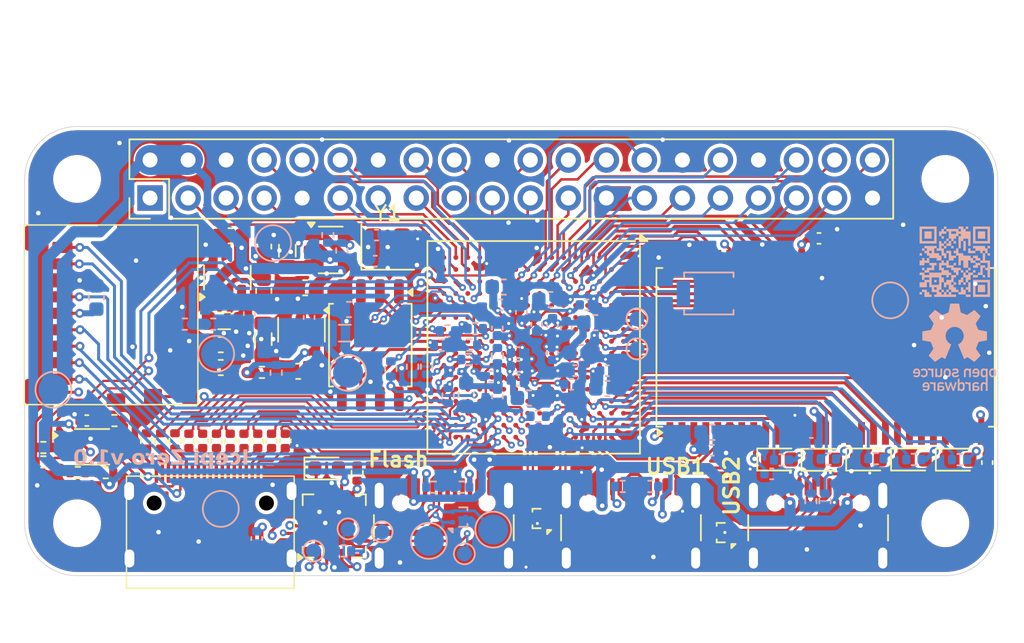
<source format=kicad_pcb>
(kicad_pcb (version 20241229) (generator "pcbnew") (generator_version "9.0")
  (title_block (title "Icepi Zero") (date "2025-05-12") (rev "v1") (company "Chengyin Yao (cheyao)") (comment 1 "https://github.com/cheyao/icepi-zero"))
  (layers (0 "F.Cu" signal) (4 "In1.Cu" signal) (6 "In2.Cu" signal) (2 "B.Cu" signal) (13 "F.Paste" user) (15 "B.Paste" user) (5 "F.SilkS" user "F.Silkscreen") (7 "B.SilkS" user "B.Silkscreen") (1 "F.Mask" user) (3 "B.Mask" user) (25 "Edge.Cuts" user))
  (net 0 "")
  (net 1 "Net-(U2-FB)")
  (net 2 "Net-(U5-VREF2)")
  (net 3 "GPIO_22")
  (net 4 "GPIO_31")
  (net 5 "GPIO_15")
  (net 6 "GPIO_33")
  (net 7 "GPIO_24")
  (net 8 "GPIO_35")
  (net 9 "GPIO_27")
  (net 10 "GPIO_7")
  (net 11 "GPDI_D2+")
  (net 12 "GPIO_28")
  (net 13 "GPDI_D2-")
  (net 14 "GPIO_12")
  (net 15 "GPDI_D1+")
  (net 16 "GPIO_36")
  (net 17 "GPDI_D1-")
  (net 18 "GPDI_D0+")
  (net 19 "GPIO_8")
  (net 20 "GPDI_D0-")
  (net 21 "GPIO_23")
  (net 22 "GPDI_CLK+")
  (net 23 "~{FLASH_CS}")
  (net 24 "FLASH_MISO")
  (net 25 "FLASH_MOSI")
  (net 26 "/Power/FILTERED_2V5")
  (net 27 "SD_CLK")
  (net 28 "~{FLASH_RESET}")
  (net 29 "PROGRAMMING")
  (net 30 "SD_CMD")
  (net 31 "~{FLASH_WP}")
  (net 32 "JTAG_TMS")
  (net 33 "JTAG_TDI")
  (net 34 "SD_DAT0")
  (net 35 "FLASH_CLK")
  (net 36 "SD_DAT2")
  (net 37 "JTAG_TCK")
  (net 38 "GND")
  (net 39 "GPIO_40")
  (net 40 "GPIO_5")
  (net 41 "GPDI_CLK-")
  (net 42 "GPIO_13")
  (net 43 "GPIO_38")
  (net 44 "GPIO_37")
  (net 45 "GPDI_SDA")
  (net 46 "GPDI_SCL")
  (net 47 "GPIO_10")
  (net 48 "+5V")
  (net 49 "+3V3")
  (net 50 "/GPIO/CONN_CEC")
  (net 51 "/GPIO/CONN_UTIL")
  (net 52 "/GPIO/GPDI_SCK")
  (net 53 "/GPIO/CONN_HPD")
  (net 54 "GPDI_CEC")
  (net 55 "D1")
  (net 56 "~{RAS}")
  (net 57 "A4")
  (net 58 "CKE")
  (net 59 "D5")
  (net 60 "D0")
  (net 61 "~{WE}")
  (net 62 "A10")
  (net 63 "D6")
  (net 64 "A12")
  (net 65 "~{CS}")
  (net 66 "D15")
  (net 67 "D11")
  (net 68 "CLK")
  (net 69 "A9")
  (net 70 "D13")
  (net 71 "A1")
  (net 72 "D10")
  (net 73 "A11")
  (net 74 "A8")
  (net 75 "DQM1")
  (net 76 "A2")
  (net 77 "A0")
  (net 78 "A3")
  (net 79 "D9")
  (net 80 "A7")
  (net 81 "A6")
  (net 82 "D7")
  (net 83 "D8")
  (net 84 "~{CAS}")
  (net 85 "D2")
  (net 86 "BA0")
  (net 87 "D3")
  (net 88 "DQM0")
  (net 89 "BA1")
  (net 90 "D12")
  (net 91 "A5")
  (net 92 "D4")
  (net 93 "D14")
  (net 94 "GPIO_26")
  (net 95 "GPIO_29")
  (net 96 "GPIO_16")
  (net 97 "GPIO_32")
  (net 98 "Net-(U4-SW)")
  (net 99 "Net-(U4-FB)")
  (net 100 "+1V1")
  (net 101 "+2V5")
  (net 102 "GPIO_21")
  (net 103 "GPIO_11")
  (net 104 "GPIO_19")
  (net 105 "GPIO_3")
  (net 106 "D1-")
  (net 107 "GPIO_18")
  (net 108 "D1+")
  (net 109 "D2-")
  (net 110 "D2+")
  (net 111 "Net-(J4-CC2)")
  (net 112 "Net-(J4-CC1)")
  (net 113 "D3+")
  (net 114 "D3-")
  (net 115 "JTAG_TDO")
  (net 116 "Net-(J5-CC2)")
  (net 117 "USB_TXD")
  (net 118 "~{USB_DTR}")
  (net 119 "USB_RXD")
  (net 120 "~{USB_RTS}")
  (net 121 "Net-(J5-CC1)")
  (net 122 "Net-(U2-SW)")
  (net 123 "Net-(U6-3V3OUT)")
  (net 124 "~{RXLED}")
  (net 125 "Net-(D1-A)")
  (net 128 "GLOBAL_CLK")
  (net 130 "/GPIO/CONN_D2+")
  (net 131 "/GPIO/CONN_D2-")
  (net 132 "/GPIO/CONN_D1+")
  (net 133 "/GPIO/CONN_D1-")
  (net 134 "/GPIO/CONN_D0+")
  (net 135 "/GPIO/CONN_D0-")
  (net 136 "/GPIO/CONN_CK+")
  (net 137 "/GPIO/CONN_CK-")
  (net 138 "DONE")
  (net 139 "INITN")
  (net 140 "SD_DET")
  (net 141 "SD_DAT3")
  (net 142 "SD_DAT1")
  (net 143 "Net-(D2-A)")
  (net 144 "Net-(D3-A)")
  (net 145 "Net-(D4-A)")
  (net 146 "Net-(D5-A)")
  (net 147 "GPDI_UTIL")
  (net 148 "GPDI_HPD")
  (net 149 "Net-(J3-CC1)")
  (net 150 "Net-(J3-CC2)")
  (net 151 "/ECP5/DBG1")
  (net 152 "/ECP5/DBG2")
  (net 154 "LED1")
  (net 155 "LED2")
  (net 156 "LED3")
  (net 157 "LED4")
  (net 158 "Net-(D6-A)")
  (net 159 "LED5")
  (net 160 "SW1")
  (net 161 "Net-(U3-SW)")
  (net 162 "Net-(U3-FB)")
  (net 250 "SW2")
  (footprint "MountingHole:MountingHole_2.7mm_M2.5" (layer "F.Cu") (at 119.5 116.5)
    (property "Reference" "H3" (hide yes))
    (property "Value" "MountingHole")
  )
  (footprint "Capacitor_SMD:C_0402_1005Metric" (layer "F.Cu") (at 131.57 111 -90)
    (property "Reference" "C31" (hide yes))
    (property "Value" "22nF")
  )
  (footprint "Capacitor_SMD:C_0402_1005Metric" (layer "F.Cu") (at 127.89 111 -90)
    (property "Reference" "C35" (hide yes))
    (property "Value" "22nF")
  )
  (footprint "Capacitor_SMD:C_0603_1608Metric" (layer "F.Cu") (at 129.1 104.57 180)
    (property "Reference" "C4" (hide yes))
    (property "Value" "22uF")
  )
  (footprint "Capacitor_SMD:C_0603_1608Metric" (layer "F.Cu") (at 129.1 106.1 180)
    (property "Reference" "C5" (hide yes))
    (property "Value" "22uF")
  )
  (footprint "Capacitor_SMD:C_0402_1005Metric" (layer "F.Cu") (at 169.06 97.47)
    (property "Reference" "C44" (hide yes))
    (property "Value" "100nF")
  )
  (footprint "Package_TO_SOT_SMD:SOT-23-5" (layer "F.Cu") (at 136.44 98.2425)
    (property "Reference" "U4" (hide yes))
    (property "Value" "TLV62569DBV")
  )
  (footprint "Connector_PinHeader_2.54mm:PinHeader_2x20_P2.54mm_Vertical" (layer "F.Cu") (at 124.375 94.775 90)
    (property "Reference" "J1" (hide yes))
    (property "Value" "Conn_02x20_Counter_Clockwise")
  )
  (footprint "Package_SO:VSSOP-8_2.3x2mm_P0.5mm" (layer "F.Cu") (at 120.5 111.39)
    (property "Reference" "U5" (hide yes))
    (property "Value" "PCA9306DC1")
  )
  (footprint "LED_SMD:LED_0603_1608Metric" (layer "F.Cu") (at 175.36 112.24)
    (property "Reference" "D3" (hide yes))
    (property "Value" "WHITE")
  )
  (footprint "Connector_USB:USB_C_Receptacle_GCT_USB4105-xx-A_16P_TopMnt_Horizontal" (layer "F.Cu") (at 169 117.75)
    (property "Reference" "J4" (hide yes))
    (property "Value" "USB_C_Receptacle_USB2.0_14P")
  )
  (footprint "LED_SMD:LED_0603_1608Metric" (layer "F.Cu") (at 136.17 112.84)
    (property "Reference" "D6" (hide yes))
    (property "Value" "RED")
  )
  (footprint "Resistor_SMD:R_0402_1005Metric" (layer "F.Cu") (at 126.04 111 90)
    (property "Reference" "R12" (hide yes))
    (property "Value" "470")
  )
  (footprint "Resistor_SMD:R_0402_1005Metric" (layer "F.Cu") (at 119.55 113.11 180)
    (property "Reference" "R16" (hide yes))
    (property "Value" "4.7k")
  )
  (footprint "Resistor_SMD:R_0402_1005Metric" (layer "F.Cu") (at 117.25 112.4)
    (property "Reference" "R18" (hide yes))
    (property "Value" "3.3k")
  )
  (footprint "Resistor_SMD:R_0402_1005Metric" (layer "F.Cu") (at 131.85 106.42 180)
    (property "Reference" "R8" (hide yes))
    (property "Value" "15k")
  )
  (footprint "LED_SMD:LED_0603_1608Metric" (layer "F.Cu") (at 169.3725 112.26)
    (property "Reference" "D4" (hide yes))
    (property "Value" "WHITE")
  )
  (footprint "Capacitor_SMD:C_0402_1005Metric" (layer "F.Cu") (at 132.49 111 -90)
    (property "Reference" "C30" (hide yes))
    (property "Value" "22nF")
  )
  (footprint "Package_TO_SOT_SMD:Texas_DRT-3" (layer "F.Cu") (at 150.4675 116.1825 90)
    (property "Reference" "U9" (hide yes))
    (property "Value" "TPD2EUSB30A")
  )
  (footprint "Connector_USB:USB_C_Receptacle_GCT_USB4105-xx-A_16P_TopMnt_Horizontal" (layer "F.Cu") (at 156.5 117.75)
    (property "Reference" "J5" (hide yes))
    (property "Value" "USB_C_Receptacle_USB2.0_14P")
  )
  (footprint "Capacitor_SMD:C_0402_1005Metric" (layer "F.Cu") (at 130.65 111 -90)
    (property "Reference" "C32" (hide yes))
    (property "Value" "22nF")
  )
  (footprint "Capacitor_SMD:C_0603_1608Metric" (layer "F.Cu") (at 134.735 100.77 180)
    (property "Reference" "C16" (hide yes))
    (property "Value" "22uF")
  )
  (footprint "Resistor_SMD:R_0402_1005Metric" (layer "F.Cu") (at 138.21 113.15 90)
    (property "Reference" "R28" (hide yes))
    (property "Value" "100")
  )
  (footprint "Capacitor_SMD:C_0603_1608Metric" (layer "F.Cu") (at 129.75 97.3 180)
    (property "Reference" "C3" (hide yes))
    (property "Value" "22uF")
  )
  (footprint "Capacitor_SMD:C_0402_1005Metric" (layer "F.Cu") (at 128.81 111 -90)
    (property "Reference" "C34" (hide yes))
    (property "Value" "22nF")
  )
  (footprint "Package_BGA:BGA-256_14.0x14.0mm_Layout16x16_P0.8mm_Ball0.45mm_Pad0.32mm_NSMD" (layer "F.Cu") (at 150 104.75 -90)
    (property "Reference" "U1" (hide yes))
    (property "Value" "ECP5U_12_CABGA256")
  )
  (footprint "Package_SO:TSOP-II-54_22.2x10.16mm_P0.8mm" (layer "F.Cu") (at 169.5 104.75 90)
    (property "Reference" "U10" (hide yes))
    (property "Value" "W9825G6KH")
  )
  (footprint "Capacitor_SMD:C_0603_1608Metric" (layer "F.Cu") (at 131.97 100.975 -90)
    (property "Reference" "C22" (hide yes))
    (property "Value" "22uF")
  )
  (footprint "LED_SMD:LED_0603_1608Metric" (layer "F.Cu") (at 172.36 112.24)
    (property "Reference" "D2" (hide yes))
    (property "Value" "WHITE")
  )
  (footprint "MountingHole:MountingHole_2.7mm_M2.5" (layer "F.Cu") (at 119.5 93.5)
    (property "Reference" "H1" (hide yes))
    (property "Value" "MountingHole")
  )
  (footprint "Package_TO_SOT_SMD:SOT-23-5" (layer "F.Cu") (at 134.49 103.5675 -90)
    (property "Reference" "U3" (hide yes))
    (property "Value" "TLV62569DBV")
  )
  (footprint "Oscillator:Oscillator_SMD_SiT_PQFN-4Pin_2.5x2.0mm" (layer "F.Cu") (at 140.25 98.05)
    (property "Reference" "Y1")
    (property "Value" "SITxxxxxx-1x-33E-50.000000")
  )
  (footprint "Capacitor_SMD:C_0402_1005Metric" (layer "F.Cu") (at 129.73 111 -90)
    (property "Reference" "C33" (hide yes))
    (property "Value" "22nF")
  )
  (footprint "Package_TO_SOT_SMD:Texas_DRT-3" (layer "F.Cu") (at 162.775 117.125 90)
    (property "Reference" "U8" (hide yes))
    (property "Value" "TPD2EUSB30A")
  )
  (footprint "Resistor_SMD:R_0402_1005Metric" (layer "F.Cu") (at 122 109.64)
    (property "Reference" "R15" (hide yes))
    (property "Value" "100k")
  )
  (footprint "Resistor_SMD:R_0402_1005Metric" (layer "F.Cu") (at 121.41 113.12)
    (property "Reference" "R17" (hide yes))
    (property "Value" "4.7k")
  )
  (footprint "Connector_USB:USB_C_Receptacle_GCT_USB4105-xx-A_16P_TopMnt_Horizontal" (layer "F.Cu") (at 144 117.75)
    (property "Reference" "J3" (hide yes))
    (property "Value" "USB_C_Receptacle_USB2.0_14P")
  )
  (footprint "MountingHole:MountingHole_2.7mm_M2.5" (layer "F.Cu") (at 177.5 116.5)
    (property "Reference" "H4" (hide yes))
    (property "Value" "MountingHole")
  )
  (footprint "icepi-lib:XKB Connection A71-05H4-111N1" (layer "F.Cu") (at 128.4 114.35)
    (property "Reference" "J2" (hide yes))
    (property "Value" "HDMI_C_1.3")
  )
  (footprint "Capacitor_SMD:C_0402_1005Metric" (layer "F.Cu") (at 133.41 111 -90)
    (property "Reference" "C29" (hide yes))
    (property "Value" "22nF")
  )
  (footprint "Capacitor_SMD:C_0402_1005Metric" (layer "F.Cu") (at 126.97 111 -90)
    (property "Reference" "C36" (hide yes))
    (property "Value" "22nF")
  )
  (footprint "MountingHole:MountingHole_2.7mm_M2.5" (layer "F.Cu") (at 177.5 93.5)
    (property "Reference" "H2" (hide yes))
    (property "Value" "MountingHole")
  )
  (footprint "Resistor_SMD:R_0402_1005Metric" (layer "F.Cu") (at 125.09 111 90)
    (property "Reference" "R13" (hide yes))
    (property "Value" "10k")
  )
  (footprint "LED_SMD:LED_0603_1608Metric" (layer "F.Cu") (at 178.35 112.25)
    (property "Reference" "D5" (hide yes))
    (property "Value" "WHITE")
  )
  (footprint "Resistor_SMD:R_0402_1005Metric" (layer "F.Cu") (at 124.14 111 90)
    (property "Reference" "R14" (hide yes))
    (property "Value" "470")
  )
  (footprint "Capacitor_SMD:C_0603_1608Metric" (layer "F.Cu") (at 131.965 98.02 -90)
    (property "Reference" "C23" (hide yes))
    (property "Value" "10uF")
  )
  (footprint "Capacitor_SMD:C_0603_1608Metric" (layer "F.Cu") (at 134.27 106.35)
    (property "Reference" "C17" (hide yes))
    (property "Value" "22uF")
  )
  (footprint "Capacitor_SMD:C_0402_1005Metric" (layer "F.Cu") (at 180.3 112.45 -90)
    (property "Reference" "C39" (hide yes))
    (property "Value" "100nF")
  )
  (footprint "Package_TO_SOT_SMD:SOT-23-5" (layer "F.Cu") (at 129.54 100.0875 90)
    (property "Reference" "U2" (hide yes))
    (property "Value" "TLV62569DBV")
  )
  (footprint "Inductor_SMD:L_0805_2012Metric" (layer "F.Cu") (at 129.33 102.98)
    (property "Reference" "L1" (hide yes))
    (property "Value" "2.2uH")
  )
  (footprint "Package_SO:SOIC-8_5.3x5.3mm_P1.27mm" (layer "F.Cu") (at 139.09 104.6 -90)
    (property "Reference" "U11" (hide yes))
    (property "Value" "W25Q128JVS")
  )
  (footprint "Inductor_SMD:L_0805_2012Metric" (layer "F.Cu") (at 133.545 98.29 90)
    (property "Reference" "L3" (hide yes))
    (property "Value" "2.2uH")
  )
  (footprint "LED_SMD:LED_0603_1608Metric" (layer "F.Cu") (at 166.4175 112.24)
    (property "Reference" "D1" (hide yes))
    (property "Value" "WHITE")
  )
  (footprint "Inductor_SMD:L_0805_2012Metric" (layer "F.Cu") (at 131.94 104.2 -90)
    (property "Reference" "L2" (hide yes))
    (property "Value" "2.2uH")
  )
  (footprint "Package_DFN_QFN:QFN-20-1EP_4x4mm_P0.5mm_EP2.5x2.5mm" (layer "F.Cu") (at 136.68 116.68 90)
    (property "Reference" "U6" (hide yes))
    (property "Value" "FT231XQ")
  )
  (footprint "icepi-lib:microSD_HC_SOFNG_TF-008" (layer "F.Cu") (at 118.52 102.575 -90)
    (property "Reference" "J6" (hide yes))
    (property "Value" "Micro_SD_Card_Det2")
  )
  (footprint "Resistor_SMD:R_0402_1005Metric" (layer "F.Cu") (at 117.25 111.44)
    (property "Reference" "R19" (hide yes))
    (property "Value" "3.3k")
  )
  (footprint "Capacitor_SMD:C_0402_1005Metric" (layer "F.Cu") (at 120.15 109.64 180)
    (property "Reference" "C37" (hide yes))
    (property "Value" "100pF")
  )
  (footprint "Capacitor_SMD:C_0402_1005Metric" (layer "B.Cu") (at 147.575 103.46 -90)
    (property "Reference" "C21" (hide yes))
    (property "Value" "100nF")
  )
  (footprint "Capacitor_SMD:C_0402_1005Metric" (layer "B.Cu") (at 161.925 111.625)
    (property "Reference" "C43" (hide yes))
    (property "Value" "100nF")
  )
  (footprint "Resistor_SMD:R_0402_1005Metric" (layer "B.Cu") (at 142.85 106.04 -90)
    (property "Reference" "R22" (hide yes))
    (property "Value" "4.7k")
  )
  (footprint "Capacitor_SMD:C_0402_1005Metric" (layer "B.Cu") (at 148.96 106.02)
    (property "Reference" "C14" (hide yes))
    (property "Value" "100nF")
  )
  (footprint "Resistor_SMD:R_0402_1005Metric" (layer "B.Cu") (at 128.6 103.2 180)
    (property "Reference" "R6" (hide yes))
    (property "Value" "10k")
  )
  (footprint "Capacitor_SMD:C_0402_1005Metric" (layer "B.Cu") (at 150.2 103.21 -90)
    (property "Reference" "C52" (hide yes))
    (property "Value" "100nF")
  )
  (footprint "Resistor_SMD:R_0402_1005Metric" (layer "B.Cu") (at 169.68 112.21)
    (property "Reference" "R4" (hide yes))
    (property "Value" "470")
  )
  (footprint "TestPoint:TestPoint_Pad_D2.0mm" (layer "B.Cu") (at 129.1 115.54)
    (property "Reference" "TP2" (hide yes))
    (property "Value" "TestPoint")
  )
  (footprint "TestPoint:TestPoint_Pad_D2.0mm" (layer "B.Cu") (at 132.595 97.79)
    (property "Reference" "TP4" (hide yes))
    (property "Value" "TestPoint")
  )
  (footprint "Capacitor_SMD:C_0402_1005Metric" (layer "B.Cu") (at 131.5 117.52 -90)
    (property "Reference" "C38" (hide yes))
    (property "Value" "100nF")
  )
  (footprint "Capacitor_SMD:C_0402_1005Metric" (layer "B.Cu") (at 151.26 103.28 -90)
    (property "Reference" "C11" (hide yes))
    (property "Value" "100nF")
  )
  (footprint "Capacitor_SMD:C_0402_1005Metric" (layer "B.Cu") (at 135 102.75 90)
    (property "Reference" "C18" (hide yes))
    (property "Value" "100nF")
  )
  (footprint "TestPoint:TestPoint_Pad_D2.0mm" (layer "B.Cu") (at 173.82 101.61)
    (property "Reference" "TP1" (hide yes))
    (property "Value" "TestPoint")
  )
  (footprint "Capacitor_SMD:C_0402_1005Metric" (layer "B.Cu") (at 131 102.5 90)
    (property "Reference" "C6" (hide yes))
    (property "Value" "100nF")
  )
  (footprint "Capacitor_SMD:C_0603_1608Metric" (layer "B.Cu") (at 151.12 101.56)
    (property "Reference" "C1" (hide yes))
    (property "Value" "10uF")
  )
  (footprint "Capacitor_SMD:C_0603_1608Metric" (layer "B.Cu") (at 120.79 101.42 90)
    (property "Reference" "C47" (hide yes))
    (property "Value" "10uF")
  )
  (footprint "Button_Switch_SMD:SW_SPST_B3U-1000P" (layer "B.Cu") (at 161.7 101.15)
    (property "Reference" "SW1" (hide yes))
    (property "Value" "SW_Push")
  )
  (footprint "TestPoint:TestPoint_Pad_D1.0mm" (layer "B.Cu") (at 156.9 102.85 180)
    (property "Reference" "TP14" (hide yes))
    (property "Value" "TestPoint")
  )
  (footprint "Resistor_SMD:R_0402_1005Metric" (layer "B.Cu") (at 168.52 115.02 -90)
    (property "Reference" "R26" (hide yes))
    (property "Value" "5.1k")
  )
  (footprint "Resistor_SMD:R_0402_1005Metric" (layer "B.Cu") (at 145.68 105.56 180)
    (property "Reference" "R36" (hide yes))
    (property "Value" "15k")
  )
  (footprint "Capacitor_SMD:C_0402_1005Metric" (layer "B.Cu") (at 165.9 113.2)
    (property "Reference" "C41" (hide yes))
    (property "Value" "100nF")
  )
  (footprint "Capacitor_SMD:C_0402_1005Metric" (layer "B.Cu") (at 153.56 101.91)
    (property "Reference" "C51" (hide yes))
    (property "Value" "100nF")
  )
  (footprint "Capacitor_SMD:C_0603_1608Metric" (layer "B.Cu") (at 161.95 110.425)
    (property "Reference" "C42" (hide yes))
    (property "Value" "10uF")
  )
  (footprint "TestPoint:TestPoint_Pad_D2.0mm" (layer "B.Cu") (at 143 117.675)
    (property "Reference" "TP8" (hide yes))
    (property "Value" "TestPoint")
  )
  (footprint "Resistor_SMD:R_0402_1005Metric" (layer "B.Cu") (at 140.46 106.19 90)
    (property "Reference" "R34" (hide yes))
    (property "Value" "10k")
  )
  (footprint "Inductor_SMD:L_0805_2012Metric" (layer "B.Cu") (at 137.38 103.8)
    (property "Reference" "FB1" (hide yes))
    (property "Value" "100R@100MHz")
  )
  (footprint "TestPoint:TestPoint_Pad_D1.0mm" (layer "B.Cu") (at 135.3 118.35 -90)
    (property "Reference" "TP10" (hide yes))
    (property "Value" "TestPoint")
  )
  (footprint "TestPoint:TestPoint_Pad_D2.0mm" (layer "B.Cu") (at 137.6 106.45)
    (property "Reference" "TP5" (hide yes))
    (property "Value" "TestPoint")
  )
  (footprint "Resistor_SMD:R_0402_1005Metric" (layer "B.Cu") (at 145.71 104.6)
    (property "Reference" "R31" (hide yes))
    (property "Value" "4.7k")
  )
  (footprint "Capacitor_SMD:C_0402_1005Metric" (layer "B.Cu") (at 147.8 101.91)
    (property "Reference" "C46" (hide yes))
    (property "Value" "100nF")
  )
  (footprint "TestPoint:TestPoint_Pad_D1.0mm" (layer "B.Cu") (at 145.37 118.54 -90)
    (property "Reference" "TP11" (hide yes))
    (property "Value" "TestPoint")
  )
  (footprint "Capacitor_SMD:C_0603_1608Metric" (layer "B.Cu") (at 148.005 100.72)
    (property "Reference" "C45" (hide yes))
    (property "Value" "10uF")
  )
  (footprint "Capacitor_SMD:C_0402_1005Metric" (layer "B.Cu") (at 168.55 111.16 180)
    (property "Reference" "C40" (hide yes))
    (property "Value" "100nF")
  )
  (footprint "Capacitor_SMD:C_0603_1608Metric" (layer "B.Cu") (at 137.66 102.22 180)
    (property "Reference" "C19" (hide yes))
    (property "Value" "10uF")
  )
  (footprint "TestPoint:TestPoint_Pad_D2.0mm" (layer "B.Cu") (at 147.3 116.925)
    (property "Reference" "TP7" (hide yes))
    (property "Value" "TestPoint")
  )
  (footprint "Resistor_SMD:R_0402_1005Metric" (layer "B.Cu") (at 137.3 118.35 180)
    (property "Reference" "R25" (hide yes))
    (property "Value" "4.7k")
  )
  (footprint "Capacitor_SMD:C_0402_1005Metric" (layer "B.Cu") (at 149.18 102.41 90)
    (property "Reference" "C2" (hide yes))
    (property "Value" "100nF")
  )
  (footprint "Resistor_SMD:R_0402_1005Metric" (layer "B.Cu") (at 150.3 109.35 180)
    (property "Reference" "R24" (hide yes))
    (property "Value" "4.7k")
  )
  (footprint "Capacitor_SMD:C_0402_1005Metric" (layer "B.Cu") (at 148.96 105.1)
    (property "Reference" "C15" (hide yes))
    (property "Value" "100nF")
  )
  (footprint "Resistor_SMD:R_0402_1005Metric" (layer "B.Cu") (at 144.29 107.97 90)
    (property "Reference" "R23" (hide yes))
    (property "Value" "4.7k")
  )
  (footprint "Package_TO_SOT_SMD:Texas_DRT-3" (layer "B.Cu") (at 145.0225 116.0875 90)
    (property "Reference" "U7" (hide yes))
    (property "Value" "TPD2EUSB30A")
  )
  (footprint "Resistor_SMD:R_0402_1005Metric" (layer "B.Cu") (at 145.19 114.09)
    (property "Reference" "R21" (hide yes))
    (property "Value" "5.1k")
  )
  (footprint "Resistor_SMD:R_0402_1005Metric" (layer "B.Cu") (at 144.24 103.65 180)
    (property "Reference" "R32" (hide yes))
    (property "Value" "10k")
  )
  (footprint "Resistor_SMD:R_0402_1005Metric" (layer "B.Cu") (at 132.8 106.44 -90)
    (property "Reference" "R9" (hide yes))
    (property "Value" "4.7k")
  )
  (footprint "Resistor_SMD:R_0402_1005Metric" (layer "B.Cu") (at 147.58 105.3 90)
    (property "Reference" "R37" (hide yes))
    (property "Value" "15k")
  )
  (footprint "Resistor_SMD:R_0402_1005Metric" (layer "B.Cu") (at 141.91 106.04 -90)
    (property "Reference" "R38" (hide yes))
    (property "Value" "15k")
  )
  (footprint "LOGO" (layer "B.Cu") (at 178.13 99.03 180)
    (property "Reference" "G***" (hide yes))
    (property "Value" "LOGO" (hide yes))
  )
  (footprint "Capacitor_SMD:C_0603_1608Metric" (layer "B.Cu") (at 154.925 107.5)
    (property "Reference" "C49" (hide yes))
    (property "Value" "10uF")
  )
  (footprint "Capacitor_SMD:C_0603_1608Metric" (layer "B.Cu") (at 149.69 108.13)
    (property "Reference" "C7" (hide yes))
    (property "Value" "10uF")
  )
  (footprint "Capacitor_SMD:C_0603_1608Metric" (layer "B.Cu") (at 153.19 105.1)
    (property "Reference" "C8" (hide yes))
    (property "Value" "10uF")
  )
  (footprint "Resistor_SMD:R_0402_1005Metric" (layer "B.Cu") (at 126.7 103.2 180)
    (property "Reference" "R7" (hide yes))
    (property "Value" "12k")
  )
  (footprint "TestPoint:TestPoint_Pad_D2.0mm" (layer "B.Cu") (at 128.79 105.18)
    (property "Reference" "TP6" (hide yes))
    (property "Value" "TestPoint")
  )
  (footprint "Capacitor_SMD:C_0402_1005Metric" (layer "B.Cu") (at 152.18 103.46 -90)
    (property "Reference" "C10" (hide yes))
    (property "Value" "100nF")
  )
  (footprint "Capacitor_SMD:C_0603_1608Metric" (layer "B.Cu") (at 154.125 103.1)
    (property "Reference" "C9" (hide yes))
    (property "Value" "10uF")
  )
  (footprint "Capacitor_SMD:C_0402_1005Metric" (layer "B.Cu") (at 152.53 107.22)
    (property "Reference" "C48" (hide yes))
    (property "Value" "100nF")
  )
  (footprint "Resistor_SMD:R_0402_1005Metric" (layer "B.Cu") (at 143.85 104.61 180)
    (property "Reference" "R33" (hide yes))
    (property "Value" "10k")
  )
  (footprint "TestPoint:TestPoint_Pad_D2.0mm" (layer "B.Cu") (at 117.92 107.58)
    (property "Reference" "TP3" (hide yes))
    (property "Value" "TestPoint")
  )
  (footprint "Resistor_SMD:R_0402_1005Metric" (layer "B.Cu") (at 137.19 98.28 -90)
    (property "Reference" "R11" (hide yes))
    (property "Value" "3.3k")
  )
  (footprint "Resistor_SMD:R_0402_1005Metric" (layer "B.Cu") (at 178.45 112.25)
    (property "Reference" "R5" (hide yes))
    (property "Value" "470")
  )
  (footprint "Resistor_SMD:R_0402_1005Metric" (layer "B.Cu") (at 175.4 112.24)
    (property "Reference" "R3" (hide yes))
    (property "Value" "470")
  )
  (footprint "Resistor_SMD:R_0402_1005Metric" (layer "B.Cu") (at 169.46 115.02 90)
    (property "Reference" "R27" (hide yes))
    (property "Value" "5.1k")
  )
  (footprint "Resistor_SMD:R_0402_1005Metric" (layer "B.Cu") (at 157.8 114.04)
    (property "Reference" "R30" (hide yes))
    (property "Value" "5.1k")
  )
  (footprint "Resistor_SMD:R_0402_1005Metric" (layer "B.Cu") (at 172.86 112.18)
    (property "Reference" "R2" (hide yes))
    (property "Value" "470")
  )
  (footprint "Capacitor_SMD:C_0402_1005Metric" (layer "B.Cu") (at 154.92 106.31)
    (property "Reference" "C50" (hide yes))
    (property "Value" "100nF")
  )
  (footprint "Capacitor_SMD:C_0402_1005Metric" (layer "B.Cu") (at 152.75 106.3)
    (property "Reference" "C20" (hide yes))
    (property "Value" "100nF")
  )
  (footprint "TestPoint:TestPoint_Pad_D1.0mm" (layer "B.Cu") (at 137.6 116.875 -90)
    (property "Reference" "TP9" (hide yes))
    (property "Value" "TestPoint")
  )
  (footprint "Capacitor_SMD:C_0402_1005Metric" (layer "B.Cu") (at 147.13 106.69 180)
    (property "Reference" "C27" (hide yes))
    (property "Value" "100nF")
  )
  (footprint "Resistor_SMD:R_0402_1005Metric" (layer "B.Cu") (at 166.56 112.27)
    (property "Reference" "R1" (hide yes))
    (property "Value" "470")
  )
  (footprint "Capacitor_SMD:C_0402_1005Metric" (layer "B.Cu") (at 139.5 97.25)
    (property "Reference" "C24" (hide yes))
    (property "Value" "100nF")
  )
  (footprint "TestPoint:TestPoint_Pad_D1.0mm" (layer "B.Cu") (at 139.875 117.075 -90)
    (property "Reference" "TP12" (hide yes))
    (property "Value" "TestPoint")
  )
  (footprint "Resistor_SMD:R_0402_1005Metric" (layer "B.Cu") (at 136.25 97.25 -90)
    (property "Reference" "R10" (hide yes))
    (property "Value" "15k")
  )
  (footprint "Capacitor_SMD:C_0402_1005Metric" (layer "B.Cu") (at 147.58 108.06 -90)
    (property "Reference" "C28" (hide yes))
    (property "Value" "100nF")
  )
  (footprint "TestPoint:TestPoint_Pad_D1.0mm" (layer "B.Cu") (at 156.9 104.85 180)
    (property "Reference" "TP13" (hide yes))
    (property "Value" "TestPoint")
  )
  (footprint "Resistor_SMD:R_0402_1005Metric" (layer "B.Cu") (at 155.94325 114.04)
    (property "Reference" "R29" (hide yes))
    (property "Value" "5.1k")
  )
  (footprint "Capacitor_SMD:C_0402_1005Metric" (layer "B.Cu") (at 139.42 98.99)
    (property "Reference" "C25" (hide yes))
    (property "Value" "100nF")
  )
  (footprint "Resistor_SMD:R_0402_1005Metric" (layer "B.Cu") (at 146.1 103.5)
    (property "Reference" "R35" (hide yes))
    (property "Value" "10k")
  )
  (footprint "Capacitor_SMD:C_0402_1005Metric" (layer "B.Cu") (at 151.25 105.11 90)
    (property "Reference" "C12" (hide yes))
    (property "Value" "100nF")
  )
  (footprint "Resistor_SMD:R_0402_1005Metric" (layer "B.Cu") (at 143.33 114.09)
    (property "Reference" "R20" (hide yes))
    (property "Value" "5.1k")
  )
  (footprint "Capacitor_SMD:C_0603_1608Metric" (layer "B.Cu") (at 145.49 107.91 -90)
    (property "Reference" "C26" (hide yes))
    (property "Value" "10uF")
  )
  (footprint "Capacitor_SMD:C_0402_1005Metric" (layer "B.Cu") (at 148.95 106.94)
    (property "Reference" "C13" (hide yes))
    (property "Value" "100nF")
  )
  (gr_poly (pts (xy 177.847847 101.826523) (xy 177.846624 101.826614) (xy 177.845406 101.826764) (xy 177.844196 101.826972) (xy 177.842996 101.827235) (xy 177.841806 101.827552) (xy 177.840629 101.827923) (xy 177.839468 101.828344) (xy 177.838322 101.828816) (xy 177.837195 101.829336) (xy 177.836089 101.829903) (xy 177.835005 101.830515) (xy 177.833944 101.831171) (xy 177.83291 101.83187) (xy 177.831903 101.832609) (xy 177.830926 101.833388) (xy 177.82998 101.834205) (xy 177.829068 101.835058) (xy 177.82819 101.835946) (xy 177.82735 101.836868) (xy 177.826548 101.837821) (xy 177.825787 101.838805) (xy 177.825068 101.839818) (xy 177.824394 101.840858) (xy 177.823765 101.841924) (xy 177.823185 101.843015) (xy 177.822655 101.844129) (xy 177.822176 101.845263) (xy 177.821751 101.846418) (xy 177.821381 101.847592) (xy 177.821069 101.848782) (xy 177.820816 101.849988) (xy 177.718739 102.398469) (xy 177.718488 102.399685) (xy 177.71818 102.400904) (xy 177.717818 102.402126) (xy 177.717404 102.403348) (xy 177.716425 102.405784) (xy 177.715258 102.408196) (xy 177.713916 102.410569) (xy 177.712415 102.412886) (xy 177.710767 102.415132) (xy 177.708986 102.417291) (xy 177.707088 102.419346) (xy 177.705085 102.421282) (xy 177.702993 102.423083) (xy 177.700824 102.424733) (xy 177.698594 102.426216) (xy 177.696316 102.427517) (xy 177.695163 102.428093) (xy 177.694004 102.428618) (xy 177.69284 102.429089) (xy 177.691672 102.429505) (xy 177.324087 102.58) (xy 177.321808 102.581016) (xy 177.31939 102.581866) (xy 177.316855 102.582549) (xy 177.314223 102.583068) (xy 177.311517 102.583424) (xy 177.308757 102.583619) (xy 177.305965 102.583654) (xy 177.303162 102.583532) (xy 177.300369 102.583253) (xy 177.297607 102.582819) (xy 177.294898 102.582233) (xy 177.292264 102.581495) (xy 177.289724 102.580608) (xy 177.287302 102.579572) (xy 177.285017 102.57839) (xy 177.282891 102.577063) (xy 176.824659 102.262579) (xy 176.823631 102.261906) (xy 176.822571 102.261286) (xy 176.821483 102.260718) (xy 176.820369 102.260202) (xy 176.81923 102.259739) (xy 176.81807 102.259327) (xy 176.81689 102.258967) (xy 176.815694 102.258659) (xy 176.814483 102.258401) (xy 176.81326 102.258194) (xy 176.810786 102.257931) (xy 176.808293 102.257869) (xy 176.805798 102.258005) (xy 176.803321 102.258337) (xy 176.80088 102.258864) (xy 176.798495 102.259582) (xy 176.79733 102.260013) (xy 176.796185 102.260492) (xy 176.795064 102.261017) (xy 176.793968 102.261589) (xy 176.792901 102.262208) (xy 176.791864 102.262873) (xy 176.79086 102.263584) (xy 176.789891 102.264341) (xy 176.788959 102.265144) (xy 176.788068 102.265992) (xy 176.402147 102.651913) (xy 176.401292 102.652812) (xy 176.400484 102.653749) (xy 176.399722 102.654723) (xy 176.399008 102.655732) (xy 176.398341 102.656773) (xy 176.397721 102.657844) (xy 176.396624 102.660065) (xy 176.395718 102.662379) (xy 176.395004 102.664765) (xy 176.394484 102.667206) (xy 176.394159 102.669683) (xy 176.394031 102.672178) (xy 176.3941 102.674672) (xy 176.394367 102.677147) (xy 176.394835 102.679584) (xy 176.395505 102.681965) (xy 176.395915 102.683128) (xy 176.396376 102.684271) (xy 176.396889 102.68539) (xy 176.397452 102.686484) (xy 176.398067 102.687549) (xy 176.398733 102.688584) (xy 176.70774 103.138958) (xy 176.709079 103.141095) (xy 176.710265 103.143385) (xy 176.711299 103.145806) (xy 176.712179 103.148339) (xy 176.712904 103.150964) (xy 176.713474 103.153659) (xy 176.713886 103.156404) (xy 176.71414 103.159179) (xy 176.714235 103.161963) (xy 176.71417 103.164737) (xy 176.713944 103.167478) (xy 176.713556 103.170168) (xy 176.713004 103.172784) (xy 176.712288 103.175308) (xy 176.711407 103.177719) (xy 176.71036 103.179995) (xy 176.5478 103.559249) (xy 176.546884 103.561579) (xy 176.545753 103.563889) (xy 176.544423 103.566163) (xy 176.542912 103.568388) (xy 176.541234 103.570551) (xy 176.539407 103.572636) (xy 176.537446 103.574632) (xy 176.535367 103.576523) (xy 176.533187 103.578296) (xy 176.530922 103.579937) (xy 176.528588 103.581432) (xy 176.526201 103.582767) (xy 176.523777 103.583929) (xy 176.521333 103.584904) (xy 176.518884 103.585678) (xy 176.516446 103.586236) (xy 175.986142 103.68482) (xy 175.985745 103.68482) (xy 175.98454 103.68508) (xy 175.983349 103.685399) (xy 175.982176 103.685774) (xy 175.981021 103.686204) (xy 175.979887 103.686686) (xy 175.978773 103.68722) (xy 175.977683 103.687802) (xy 175.976617 103.688433) (xy 175.975578 103.689109) (xy 175.974565 103.689829) (xy 175.97263 103.691393) (xy 175.970823 103.693112) (xy 175.969156 103.69497) (xy 175.967642 103.696954) (xy 175.966292 103.699049) (xy 175.965119 103.701242) (xy 175.964603 103.70237) (xy 175.964136 103.703517) (xy 175.963718 103.70468) (xy 175.963353 103.70586) (xy 175.96304 103.707053) (xy 175.962783 103.708257) (xy 175.962581 103.709472) (xy 175.962438 103.710694) (xy 175.962353 103.711923) (xy 175.96233 103.713157) (xy 175.96233 104.258939) (xy 175.962361 104.260173) (xy 175.962452 104.261403) (xy 175.962602 104.262626) (xy 175.962809 104.263842) (xy 175.963072 104.265048) (xy 175.963389 104.266243) (xy 175.96376 104.267425) (xy 175.964182 104.268591) (xy 175.964653 104.26974) (xy 175.965173 104.270871) (xy 175.96574 104.27198) (xy 175.966352 104.273068) (xy 175.967009 104.274131) (xy 175.967707 104.275168) (xy 175.968447 104.276177) (xy 175.969226 104.277156) (xy 175.970042 104.278104) (xy 175.970896 104.279018) (xy 175.971784 104.279896) (xy 175.972705 104.280738) (xy 175.973659 104.281541) (xy 175.974643 104.282303) (xy 175.975655 104.283022) (xy 175.976696 104.283697) (xy 175.977762 104.284326) (xy 175.978852 104.284906) (xy 175.979966 104.285437) (xy 175.981101 104.285915) (xy 175.982256 104.286341) (xy 175.983429 104.28671) (xy 175.984619 104.287023) (xy 175.985825 104.287276) (xy 176.503112 104.383558) (xy 176.504334 104.38381) (xy 176.505558 104.384119) (xy 176.506783 104.384482) (xy 176.508006 104.384897) (xy 176.51044 104.38588) (xy 176.512845 104.387053) (xy 176.515205 104.388402) (xy 176.517505 104.389912) (xy 176.51973 104.39157) (xy 176.521864 104.393361) (xy 176.523892 104.395271) (xy 176.525799 104.397286) (xy 176.527569 104.399392) (xy 176.529186 104.401574) (xy 176.530637 104.403818) (xy 176.531904 104.406111) (xy 176.532974 104.408438) (xy 176.533429 104.409609) (xy 176.53383 104.410784) (xy 176.695358 104.814168) (xy 176.69636 104.81646) (xy 176.697195 104.818887) (xy 176.697864 104.821429) (xy 176.698369 104.824065) (xy 176.698712 104.826773) (xy 176.698896 104.829532) (xy 176.698921 104.832322) (xy 176.69879 104.835123) (xy 176.698505 104.837911) (xy 176.698067 104.840668) (xy 176.697479 104.843372) (xy 176.696742 104.846002) (xy 176.695857 104.848537) (xy 176.694828 104.850956) (xy 176.693655 104.853239) (xy 176.692341 104.855363) (xy 176.398495 105.283512) (xy 176.397822 105.284541) (xy 176.397202 105.285601) (xy 176.396634 105.28669) (xy 176.396119 105.287806) (xy 176.395655 105.288947) (xy 176.395244 105.290109) (xy 176.394883 105.291291) (xy 176.394575 105.29249) (xy 176.394317 105.293704) (xy 176.39411 105.29493) (xy 176.393847 105.29741) (xy 176.393785 105.299911) (xy 176.393921 105.302413) (xy 176.394253 105.304898) (xy 176.39478 105.307345) (xy 176.395499 105.309737) (xy 176.395929 105.310906) (xy 176.396408 105.312053) (xy 176.396933 105.313177) (xy 176.397505 105.314275) (xy 176.398124 105.315345) (xy 176.398789 105.316384) (xy 176.3995 105.317389) (xy 176.400257 105.318359) (xy 176.40106 105.319292) (xy 176.401908 105.320183) (xy 176.787909 105.706104) (xy 176.788793 105.706952) (xy 176.789717 105.707754) (xy 176.79068 105.70851) (xy 176.791678 105.70922) (xy 176.79271 105.709884) (xy 176.793773 105.710501) (xy 176.795981 105.711594) (xy 176.798285 105.712498) (xy 176.800665 105.713212) (xy 176.803103 105.713734) (xy 176.805579 105.714062) (xy 176.808075 105.714194) (xy 176.810572 105.71413) (xy 176.813049 105.713867) (xy 176.81549 105.713404) (xy 176.817874 105.71274) (xy 176.81904 105.712331) (xy 176.820184 105.711871) (xy 176.821304 105.71136) (xy 176.822399 105.710798) (xy 176.823465 105.710184) (xy 176.8245 105.709518) (xy 177.245109 105.420831) (xy 177.247229 105.419527) (xy 177.249498 105.418383) (xy 177.251895 105.4174) (xy 177.254401 105.416579) (xy 177.256993 105.41592) (xy 177.259653 105.415423) (xy 177.262359 105.415088) (xy 177.265091 105.414917) (xy 177.267829 105.41491) (xy 177.270552 105.415067) (xy 177.27324 105.415388) (xy 177.275871 105.415875) (xy 177.278427 105.416527) (xy 177.280886 105.417345) (xy 177.283227 105.41833) (xy 177.285431 105.419481) (xy 177.47093 105.518541) (xy 177.472037 105.519074) (xy 177.473154 105.519543) (xy 177.474278 105.519948) (xy 177.475408 105.52029) (xy 177.476542 105.520571) (xy 177.477677 105.520789) (xy 177.478812 105.520947) (xy 177.479946 105.521045) (xy 177.481075 105.521084) (xy 177.482198 105.521065) (xy 177.483313 105.520987) (xy 177.484418 105.520853) (xy 177.485512 105.520663) (xy 177.486591 105.520417) (xy 177.487655 105.520116) (xy 177.4887 105.519762) (xy 177.489726 105.519354) (xy 177.490731 105.518893) (xy 177.491711 105.518381) (xy 177.492666 105.517818) (xy 177.493594 105.517204) (xy 177.494491 105.516541) (xy 177.495358 105.51583) (xy 177.49619 105.51507) (xy 177.496987 105.514263) (xy 177.497747 105.513409) (xy 177.498468 105.512509) (xy 177.499147 105.511564) (xy 177.499783 105.510575) (xy 177.500373 105.509543) (xy 177.500916 105.508467) (xy 177.50141 105.507349) (xy 177.883839 104.583186) (xy 177.884286 104.582038) (xy 177.884674 104.580873) (xy 177.885003 104.579693) (xy 177.885276 104.578499) (xy 177.885492 104.577295) (xy 177.885652 104.576082) (xy 177.885757 104.574863) (xy 177.885807 104.573639) (xy 177.885804 104.572413) (xy 177.885749 104.571188) (xy 177.885641 104.569964) (xy 177.885481 104.568745) (xy 177.885271 104.567533) (xy 177.885012 104.56633) (xy 177.884703 104.565137) (xy 177.884345 104.563958) (xy 177.88394 104.562794) (xy 177.883488 104.561647) (xy 177.88299 104.560521) (xy 177.882446 104.559416) (xy 177.881858 104.558335) (xy 177.881226 104.55728) (xy 177.88055 104.556254) (xy 177.879832 104.555259) (xy 177.879072 104.554296) (xy 177.878271 104.553368) (xy 177.87743 104.552478) (xy 177.87655 104.551626) (xy 177.875631 104.550817) (xy 177.874673 104.550051) (xy 177.873679 104.54933) (xy 177.872647 104.548658) (xy 177.826213 104.520242) (xy 177.822864 104.518111) (xy 177.819292 104.515683) (xy 177.815564 104.513009) (xy 177.811747 104.510142) (xy 177.807907 104.507133) (xy 177.804112 104.504035) (xy 177.800428 104.500899) (xy 177.796923 104.497779) (xy 177.766195 104.476757) (xy 177.73687 104.453929) (xy 177.709027 104.429374) (xy 177.682747 104.403173) (xy 177.65811 104.375404) (xy 177.635196 104.346149) (xy 177.614084 104.315486) (xy 177.594854 104.283496) (xy 177.577588 104.250259) (xy 177.562364 104.215854) (xy 177.549263 104.180362) (xy 177.538364 104.143862) (xy 177.529748 104.106434) (xy 177.523495 104.068158) (xy 177.519685 104.029114) (xy 177.518397 103.989382) (xy 177.519182 103.958327) (xy 177.521513 103.927678) (xy 177.525352 103.897475) (xy 177.530661 103.867755) (xy 177.537401 103.838556) (xy 177.545536 103.809917) (xy 177.555026 103.781874) (xy 177.565834 103.754466) (xy 177.577923 103.727731) (xy 177.591253 103.701706) (xy 177.605788 103.676431) (xy 177.621488 103.651942) (xy 177.638317 103.628278) (xy 177.656237 103.605476) (xy 177.675208 103.583575) (xy 177.695194 103.562613) (xy 177.716157 103.542626) (xy 177.738058 103.523655) (xy 177.76086 103.505736) (xy 177.784524 103.488906) (xy 177.809013 103.473206) (xy 177.834288 103.458671) (xy 177.860312 103.445341) (xy 177.887048 103.433252) (xy 177.914456 103.422444) (xy 177.942498 103.412954) (xy 177.971138 103.404819) (xy 178.000337 103.398079) (xy 178.030057 103.39277) (xy 178.06026 103.388931) (xy 178.090909 103.3866) (xy 178.121964 103.385815) (xy 178.15302 103.3866) (xy 178.183668 103.38893) (xy 178.213871 103.392768) (xy 178.243591 103.398076) (xy 178.27279 103.404814) (xy 178.30143 103.412947) (xy 178.329473 103.422435) (xy 178.356881 103.433241) (xy 178.383616 103.445327) (xy 178.40964 103.458655) (xy 178.434916 103.473187) (xy 178.459405 103.488886) (xy 178.483069 103.505712) (xy 178.50587 103.523629) (xy 178.527771 103.542599) (xy 178.548734 103.562583) (xy 178.56872 103.583544) (xy 178.587692 103.605443) (xy 178.605611 103.628244) (xy 178.62244 103.651907) (xy 178.638141 103.676395) (xy 178.652675 103.701671) (xy 178.666006 103.727696) (xy 178.678094 103.754432) (xy 178.688902 103.781842) (xy 178.698393 103.809887) (xy 178.706527 103.83853) (xy 178.713268 103.867733) (xy 178.718576 103.897457) (xy 178.722415 103.927665) (xy 178.724746 103.95832) (xy 178.725532 103.989382) (xy 178.725208 104.009329) (xy 178.724244 104.029113) (xy 178.722649 104.048725) (xy 178.720433 104.068155) (xy 178.717607 104.087392) (xy 178.71418 104.106427) (xy 178.710162 104.12525) (xy 178.705564 104.143851) (xy 178.700395 104.162219) (xy 178.694665 104.180346) (xy 178.688385 104.198221) (xy 178.681564 104.215833) (xy 178.674213 104.233174) (xy 178.66634 104.250233) (xy 178.649074 104.283466) (xy 178.629845 104.315453) (xy 178.608733 104.346114) (xy 178.585818 104.375369) (xy 178.561181 104.403139) (xy 178.534901 104.429345) (xy 178.507058 104.453906) (xy 178.477733 104.476744) (xy 178.447005 104.497779) (xy 178.443474 104.500899) (xy 178.43977 104.504035) (xy 178.435961 104.507133) (xy 178.432112 104.510141) (xy 178.428289 104.513009) (xy 178.424558 104.515683) (xy 178.420985 104.518111) (xy 178.417636 104.520242) (xy 178.371202 104.548658) (xy 178.37017 104.549323) (xy 178.369176 104.550037) (xy 178.368218 104.550798) (xy 178.367299 104.551604) (xy 178.366418 104.552451) (xy 178.365577 104.553339) (xy 178.364017 104.555225) (xy 178.362623 104.557245) (xy 178.361403 104.559381) (xy 178.360361 104.561614) (xy 178.359504 104.563928) (xy 178.358837 104.566304) (xy 178.358367 104.568724) (xy 178.3581 104.571172) (xy 178.358041 104.573628) (xy 178.358197 104.576075) (xy 178.358357 104.57729) (xy 178.358573 104.578496) (xy 178.358845 104.579691) (xy 178.359175 104.580872) (xy 178.359563 104.582038) (xy 178.36001 104.583186) (xy 178.742438 105.507349) (xy 178.742932 105.508467) (xy 178.743476 105.509543) (xy 178.744066 105.510575) (xy 178.744702 105.511564) (xy 178.745381 105.512509) (xy 178.746101 105.513409) (xy 178.746861 105.514263) (xy 178.747658 105.51507) (xy 178.748491 105.51583) (xy 178.749357 105.516541) (xy 178.750255 105.517204) (xy 178.751182 105.517818) (xy 178.752137 105.518381) (xy 178.753118 105.518893) (xy 178.754122 105.519354) (xy 178.755148 105.519762) (xy 178.756194 105.520116) (xy 178.757258 105.520417) (xy 178.758337 105.520663) (xy 178.75943 105.520853) (xy 178.760535 105.520987) (xy 178.761651 105.521065) (xy 178.762774 105.521084) (xy 178.763903 105.521045) (xy 178.765036 105.520947) (xy 178.766172 105.520789) (xy 178.767307 105.520571) (xy 178.768441 105.52029) (xy 178.769571 105.519948) (xy 178.770695 105.519543) (xy 178.771811 105.519074) (xy 178.772918 105.518541) (xy 178.958418 105.419481) (xy 178.960622 105.418317) (xy 178.962963 105.417322) (xy 178.965422 105.416497) (xy 178.967977 105.415841) (xy 178.970609 105.415353) (xy 178.973297 105.415032) (xy 178.97602 105.414877) (xy 178.978758 105.414887) (xy 178.98149 105.415063) (xy 178.984196 105.415402) (xy 178.986856 105.415904) (xy 178.989448 105.416568) (xy 178.991954 105.417394) (xy 178.994351 105.41838) (xy 178.99662 105.419526) (xy 178.99874 105.420831) (xy 179.419348 105.709518) (xy 179.420384 105.710184) (xy 179.42145 105.710798) (xy 179.422545 105.71136) (xy 179.423665 105.711871) (xy 179.424809 105.712331) (xy 179.425975 105.71274) (xy 179.427159 105.713097) (xy 179.42836 105.713404) (xy 179.430802 105.713868) (xy 179.433281 105.71413) (xy 179.43578 105.714195) (xy 179.438279 105.714062) (xy 179.44076 105.713734) (xy 179.443203 105.713212) (xy 179.445589 105.712498) (xy 179.446756 105.71207) (xy 179.447901 105.711594) (xy 179.449023 105.711071) (xy 179.450119 105.710501) (xy 179.451186 105.709884) (xy 179.452223 105.70922) (xy 179.453228 105.70851) (xy 179.454197 105.707754) (xy 179.455128 105.706952) (xy 179.456019 105.706104) (xy 179.84202 105.320183) (xy 179.842868 105.319292) (xy 179.84367 105.31836) (xy 179.844426 105.317391) (xy 179.845136 105.316387) (xy 179.845799 105.31535) (xy 179.846416 105.314282) (xy 179.847509 105.312065) (xy 179.848414 105.309753) (xy 179.849128 105.307366) (xy 179.849649 105.304923) (xy 179.849977 105.302443) (xy 179.85011 105.299944) (xy 179.850046 105.297445) (xy 179.849783 105.294965) (xy 179.84932 105.292524) (xy 179.848655 105.290138) (xy 179.848247 105.288973) (xy 179.847787 105.287829) (xy 179.847276 105.286708) (xy 179.846713 105.285614) (xy 179.846099 105.284548) (xy 179.845433 105.283512) (xy 179.551587 104.855363) (xy 179.550246 104.853239) (xy 179.549051 104.850956) (xy 179.548005 104.848537) (xy 179.547107 104.846002) (xy 179.54636 104.843372) (xy 179.545766 104.840668) (xy 179.545325 104.837911) (xy 179.545038 104.835123) (xy 179.544909 104.832322) (xy 179.544936 104.829532) (xy 179.545123 104.826773) (xy 179.54547 104.824065) (xy 179.545979 104.821429) (xy 179.546651 104.818887) (xy 179.547488 104.81646) (xy 179.548491 104.814168) (xy 179.710019 104.410784) (xy 179.710876 104.408438) (xy 179.711948 104.406111) (xy 179.713219 104.403818) (xy 179.714674 104.401574) (xy 179.716297 104.399392) (xy 179.718071 104.397286) (xy 179.719983 104.395271) (xy 179.722015 104.393361) (xy 179.724152 104.39157) (xy 179.726379 104.389912) (xy 179.728679 104.388402) (xy 179.731038 104.387053) (xy 179.733438 104.38588) (xy 179.735866 104.384897) (xy 179.738304 104.384119) (xy 179.739522 104.38381) (xy 179.740738 104.383558) (xy 180.258024 104.287276) (xy 180.25923 104.287023) (xy 180.260421 104.28671) (xy 180.261596 104.286341) (xy 180.262752 104.285915) (xy 180.263889 104.285437) (xy 180.265004 104.284906) (xy 180.266097 104.284326) (xy 180.267166 104.283697) (xy 180.268209 104.283022) (xy 180.269225 104.282303) (xy 180.271169 104.280738) (xy 180.272986 104.279018) (xy 180.274663 104.277156) (xy 180.276189 104.275168) (xy 180.277551 104.273068) (xy 180.278737 104.270871) (xy 180.27926 104.26974) (xy 180.279735 104.268591) (xy 180.280159 104.267425) (xy 180.280532 104.266243) (xy 180.280851 104.265048) (xy 180.281116 104.263842) (xy 180.281325 104.262626) (xy 180.281476 104.261403) (xy 180.281568 104.260173) (xy 180.281599 104.258939) (xy 180.281599 103.713157) (xy 180.281568 103.711923) (xy 180.281477 103.710694) (xy 180.281327 103.709472) (xy 180.28112 103.708257) (xy 180.280857 103.707053) (xy 180.280539 103.70586) (xy 180.280169 103.704681) (xy 180.279747 103.703517) (xy 180.279275 103.70237) (xy 180.278755 103.701242) (xy 180.278188 103.700134) (xy 180.277576 103.699049) (xy 180.27692 103.697989) (xy 180.276221 103.696954) (xy 180.275482 103.695947) (xy 180.274703 103.69497) (xy 180.273886 103.694024) (xy 180.273033 103.693112) (xy 180.272145 103.692234) (xy 180.271223 103.691393) (xy 180.27027 103.690591) (xy 180.269286 103.689829) (xy 180.268273 103.689109) (xy 180.267233 103.688433) (xy 180.266167 103.687803) (xy 180.265076 103.68722) (xy 180.263963 103.686686) (xy 180.262828 103.686204) (xy 180.261673 103.685774) (xy 180.2605 103.685399) (xy 180.259309 103.68508) (xy 180.258104 103.68482) (xy 179.727799 103.586236) (xy 179.726583 103.585985) (xy 179.725362 103.585678) (xy 179.724138 103.585317) (xy 179.722913 103.584904) (xy 179.720469 103.583929) (xy 179.718045 103.582767) (xy 179.715658 103.581432) (xy 179.713324 103.579937) (xy 179.711058 103.578296) (xy 179.708878 103.576523) (xy 179.7068 103.574632) (xy 179.704839 103.572636) (xy 179.703011 103.570551) (xy 179.701334 103.568388) (xy 179.699823 103.566163) (xy 179.698493 103.563889) (xy 179.697902 103.562738) (xy 179.697363 103.561579) (xy 179.696877 103.560416) (xy 179.696446 103.559249) (xy 179.533886 103.179995) (xy 179.53284 103.177718) (xy 179.531961 103.175305) (xy 179.531248 103.172778) (xy 179.5307 103.170156) (xy 179.530316 103.167462) (xy 179.530093 103.164716) (xy 179.53003 103.161938) (xy 179.530126 103.159149) (xy 179.530379 103.156371) (xy 179.530788 103.153624) (xy 179.531351 103.150929) (xy 179.532067 103.148306) (xy 179.532934 103.145777) (xy 179.53395 103.143362) (xy 179.535115 103.141082) (xy 179.536426 103.138958) (xy 179.845433 102.688584) (xy 179.846106 102.687549) (xy 179.846727 102.686483) (xy 179.847294 102.685388) (xy 179.84781 102.684268) (xy 179.848273 102.683123) (xy 179.848685 102.681958) (xy 179.849045 102.680774) (xy 179.849354 102.679573) (xy 179.849611 102.678358) (xy 179.849818 102.677131) (xy 179.850081 102.674651) (xy 179.850143 102.672153) (xy 179.850007 102.669654) (xy 179.849675 102.667173) (xy 179.849149 102.66473) (xy 179.84843 102.662343) (xy 179.847999 102.661177) (xy 179.847521 102.660032) (xy 179.846995 102.65891) (xy 179.846423 102.657814) (xy 179.845804 102.656746) (xy 179.845139 102.655709) (xy 179.844428 102.654705) (xy 179.843671 102.653736) (xy 179.842868 102.652805) (xy 179.84202 102.651913) (xy 179.456099 102.265992) (xy 179.455208 102.265137) (xy 179.454276 102.264328) (xy 179.453307 102.263566) (xy 179.452303 102.26285) (xy 179.451266 102.262181) (xy 179.450198 102.26156) (xy 179.44798 102.260458) (xy 179.445669 102.259547) (xy 179.443282 102.258829) (xy 179.440839 102.258304) (xy 179.438359 102.257975) (xy 179.43586 102.257843) (xy 179.433361 102.25791) (xy 179.430881 102.258178) (xy 179.428439 102.258647) (xy 179.426054 102.259321) (xy 179.424889 102.259734) (xy 179.423745 102.260199) (xy 179.422624 102.260716) (xy 179.42153 102.261285) (xy 179.420463 102.261906) (xy 179.419428 102.262579) (xy 178.961196 102.577063) (xy 178.959084 102.578376) (xy 178.956812 102.579546) (xy 178.954399 102.580571) (xy 178.951868 102.581451) (xy 178.94924 102.582182) (xy 178.946536 102.582764) (xy 178.943777 102.583194) (xy 178.940985 102.583472) (xy 178.938181 102.583596) (xy 178.935386 102.583563) (xy 178.932621 102.583373) (xy 178.929909 102.583023) (xy 178.927269 102.582513) (xy 178.924723 102.58184) (xy 178.922293 102.581003) (xy 178.92 102.58) (xy 178.552335 102.429505) (xy 178.550005 102.428618) (xy 178.547695 102.427517) (xy 178.545421 102.426216) (xy 178.543195 102.424733) (xy 178.541031 102.423083) (xy 178.538944 102.421282) (xy 178.536946 102.419346) (xy 178.535051 102.417291) (xy 178.533274 102.415132) (xy 178.531628 102.412886) (xy 178.530126 102.410569) (xy 178.528783 102.408196) (xy 178.527612 102.405784) (xy 178.526627 102.403348) (xy 178.525841 102.400904) (xy 178.525268 102.398469) (xy 178.423192 101.849988) (xy 178.422939 101.848782) (xy 178.422626 101.847592) (xy 178.422257 101.846418) (xy 178.421832 101.845263) (xy 178.421353 101.844129) (xy 178.420823 101.843015) (xy 178.420242 101.841924) (xy 178.419614 101.840858) (xy 178.41894 101.839818) (xy 178.418221 101.838805) (xy 178.416658 101.836868) (xy 178.41494 101.835058) (xy 178.413082 101.833388) (xy 178.411098 101.83187) (xy 178.409003 101.830515) (xy 178.406812 101.829336) (xy 178.40454 101.828344) (xy 178.403379 101.827923) (xy 178.402202 101.827552) (xy 178.401012 101.827235) (xy 178.399812 101.826972) (xy 178.398602 101.826764) (xy 178.397384 101.826614) (xy 178.396161 101.826523) (xy 178.394935 101.826493) (xy 177.849073 101.826493)) (fill yes) (layer "B.SilkS"))
  (gr_poly (pts (xy 178.329133 107.658412) (xy 178.445656 107.658412) (xy 178.445656 107.658332) (xy 178.445656 107.597769) (xy 178.452714 107.605106) (xy 178.460156 107.612128) (xy 178.467964 107.618814) (xy 178.476123 107.625142) (xy 178.484616 107.631091) (xy 178.493427 107.636637) (xy 178.502538 107.641759) (xy 178.511934 107.646436) (xy 178.521598 107.650645) (xy 178.531513 107.654363) (xy 178.541662 107.65757) (xy 178.552031 107.660243) (xy 178.562601 107.662361) (xy 178.573356 107.663901) (xy 178.58428 107.66484) (xy 178.595357 107.665159) (xy 178.601938 107.665065) (xy 178.608406 107.664789) (xy 178.61476 107.664332) (xy 178.621002 107.663699) (xy 178.627131 107.662894) (xy 178.633148 107.66192) (xy 178.639052 107.660782) (xy 178.644844 107.659482) (xy 178.650524 107.658025) (xy 178.656092 107.656414) (xy 178.661548 107.654654) (xy 178.666894 107.652748) (xy 178.672128 107.650699) (xy 178.67725 107.648512) (xy 178.687164 107.643737) (xy 178.696636 107.638454) (xy 178.705667 107.632691) (xy 178.71426 107.626481) (xy 178.722415 107.619851) (xy 178.730135 107.612834) (xy 178.73742 107.605458) (xy 178.744273 107.597754) (xy 178.750694 107.589753) (xy 178.756427 107.582032) (xy 178.761645 107.574217) (xy 178.766367 107.566151) (xy 178.770613 107.557681) (xy 178.774404 107.548652) (xy 178.777761 107.538908) (xy 178.780701 107.528295) (xy 178.783247 107.516658) (xy 178.785419 107.503843) (xy 178.787235 107.489694) (xy 178.788717 107.474058) (xy 178.789884 107.456778) (xy 178.791355 107.416672) (xy 178.791808 107.368296) (xy 178.675288 107.368296) (xy 178.675185 107.385182) (xy 178.674782 107.401937) (xy 178.673942 107.41843) (xy 178.672525 107.434527) (xy 178.670391 107.450097) (xy 178.669012 107.457643) (xy 178.667402 107.465007) (xy 178.665543 107.472174) (xy 178.663418 107.479125) (xy 178.66101 107.485846) (xy 178.658302 107.492319) (xy 178.655275 107.498528) (xy 178.651912 107.504456) (xy 178.648197 107.510087) (xy 178.644111 107.515405) (xy 178.639638 107.520391) (xy 178.63476 107.525031) (xy 178.629459 107.529308) (xy 178.623719 107.533205) (xy 178.617521 107.536705) (xy 178.610849 107.539792) (xy 178.603685 107.542449) (xy 178.596011 107.544661) (xy 178.587811 107.54641) (xy 178.579067 107.547679) (xy 178.569761 107.548453) (xy 178.559876 107.548715) (xy 178.549995 107.548434) (xy 178.540699 107.547605) (xy 178.531969 107.546249) (xy 178.523789 107.544384) (xy 178.516141 107.542033) (xy 178.509007 107.539214) (xy 178.502368 107.535948) (xy 178.496208 107.532256) (xy 178.490508 107.528157) (xy 178.485251 107.523672) (xy 178.480419 107.518822) (xy 178.475993 107.513626) (xy 178.471957 107.508104) (xy 178.468293 107.502277) (xy 178.464982 107.496165) (xy 178.462007 107.489789) (xy 178.456994 107.476323) (xy 178.453111 107.462042) (xy 178.450216 107.447107) (xy 178.448166 107.431681) (xy 178.44682 107.415924) (xy 178.446034 107.4) (xy 178.445577 107.368296) (xy 178.445667 107.352533) (xy 178.446034 107.336633) (xy 178.44682 107.320756) (xy 178.448166 107.30506) (xy 178.450216 107.289706) (xy 178.451549 107.282206) (xy 178.453111 107.274851) (xy 178.45492 107.267661) (xy 178.456994 107.260656) (xy 178.45935 107.253855) (xy 178.462007 107.247279) (xy 178.464982 107.240947) (xy 178.468293 107.23488) (xy 178.471957 107.229097) (xy 178.475993 107.223617) (xy 178.480419 107.218462) (xy 178.485251 107.213651) (xy 178.490508 107.209203) (xy 178.496208 107.20514) (xy 178.502368 107.201479) (xy 178.509007 107.198243) (xy 178.516141 107.195449) (xy 178.523789 107.193119) (xy 178.531969 107.191272) (xy 178.540699 107.189928) (xy 178.549995 107.189107) (xy 178.559876 107.188829) (xy 178.569859 107.189088) (xy 178.57925 107.189854) (xy 178.588068 107.191111) (xy 178.59633 107.192842) (xy 178.604056 107.195032) (xy 178.611262 107.197665) (xy 178.617966 107.200723) (xy 178.624188 107.204191) (xy 178.629944 107.208053) (xy 178.635252 107.212292) (xy 178.640132 107.216893) (xy 178.6446 107.221839) (xy 178.648674 107.227113) (xy 178.652374 107.232701) (xy 178.655716 107.238585) (xy 178.658718 107.244749) (xy 178.6614 107.251178) (xy 178.663777 107.257854) (xy 178.667695 107.271886) (xy 178.670615 107.286716) (xy 178.672681 107.302214) (xy 178.674037 107.318251) (xy 178.674828 107.334696) (xy 178.675288 107.368296) (xy 178.791808 107.368296) (xy 178.79181 107.368138) (xy 178.7917 107.34275) (xy 178.791355 107.319644) (xy 178.790757 107.298663) (xy 178.789884 107.279648) (xy 178.788717 107.262443) (xy 178.787235 107.24689) (xy 178.785419 107.232833) (xy 178.783247 107.220113) (xy 178.780701 107.208573) (xy 178.779282 107.203197) (xy 178.777761 107.198057) (xy 178.776136 107.193133) (xy 178.774404 107.188406) (xy 178.772565 107.183856) (xy 178.770613 107.179464) (xy 178.766367 107.171073) (xy 178.761645 107.163076) (xy 178.756427 107.155315) (xy 178.750694 107.147633) (xy 178.744273 107.139618) (xy 178.73742 107.131905) (xy 178.730135 107.124522) (xy 178.722415 107.117501) (xy 178.71426 107.11087) (xy 178.705667 107.104659) (xy 178.696636 107.098899) (xy 178.687164 107.093619) (xy 178.67725 107.088848) (xy 178.666894 107.084617) (xy 178.656092 107.080956) (xy 178.644844 107.077893) (xy 178.633148 107.075459) (xy 178.621002 107.073683) (xy 178.608406 107.072596) (xy 178.595357 107.072227) (xy 178.584355 107.072546) (xy 178.573636 107.073488) (xy 178.563186 107.075033) (xy 178.552991 107.077161) (xy 178.543037 107.079852) (xy 178.533312 107.083085) (xy 178.523802 107.086841) (xy 178.514494 107.091099) (xy 178.505373 107.095838) (xy 178.496427 107.10104) (xy 178.487641 107.106682) (xy 178.479003 107.112746) (xy 178.470499 107.11921) (xy 178.462116 107.126056) (xy 178.453839 107.133261) (xy 178.445656 107.140807) (xy 178.445656 106.844897) (xy 178.329133 106.844897)) (fill yes) (layer "B.SilkS"))
  (gr_poly (pts (xy 176.420671 106.15755) (xy 176.412154 106.158141) (xy 176.403815 106.159114) (xy 176.395645 106.160458) (xy 176.387638 106.162163) (xy 176.379787 106.16422) (xy 176.372084 106.166618) (xy 176.364523 106.169347) (xy 176.357095 106.172396) (xy 176.349794 106.175757) (xy 176.342612 106.179418) (xy 176.335543 106.18337) (xy 176.328579 106.187602) (xy 176.321713 106.192105) (xy 176.314938 106.196867) (xy 176.308246 106.20188) (xy 176.39278 106.302448) (xy 176.397825 106.29874) (xy 176.40271 106.295318) (xy 176.40746 106.292177) (xy 176.412103 106.289311) (xy 176.416666 106.286711) (xy 176.421177 106.284373) (xy 176.425661 106.282289) (xy 176.430146 106.280452) (xy 176.434659 106.278856) (xy 176.439227 106.277494) (xy 176.443877 106.27636) (xy 176.448635 106.275447) (xy 176.45353 106.274749) (xy 176.458587 106.274258) (xy 176.463834 106.273968) (xy 176.469298 106.273873) (xy 176.479986 106.274305) (xy 176.490566 106.275611) (xy 176.500958 106.277807) (xy 176.511081 106.280912) (xy 176.516017 106.282809) (xy 176.520856 106.28494) (xy 176.525587 106.287306) (xy 176.530201 106.289909) (xy 176.534688 106.292752) (xy 176.539037 106.295836) (xy 176.543239 106.299163) (xy 176.547284 106.302736) (xy 176.551161 106.306557) (xy 176.554861 106.310627) (xy 176.558373 106.314949) (xy 176.561688 106.319526) (xy 176.564795 106.324358) (xy 176.567684 106.329448) (xy 176.570346 106.334798) (xy 176.572771 106.340411) (xy 176.574947 106.346288) (xy 176.576866 106.352431) (xy 176.578518 106.358842) (xy 176.579891 106.365525) (xy 176.580977 106.372479) (xy 176.581765 106.379709) (xy 176.582245 106.387215) (xy 176.582407 106.395) (xy 176.582407 106.743456) (xy 176.69893 106.743456) (xy 176.69893 106.164257) (xy 176.582407 106.164257) (xy 176.582407 106.225931) (xy 176.580185 106.225931) (xy 176.573151 106.217627) (xy 176.565751 106.209858) (xy 176.557994 106.202625) (xy 176.549889 106.195927) (xy 176.541449 106.189766) (xy 176.532683 106.18414) (xy 176.523601 106.17905) (xy 176.514214 106.174496) (xy 176.504532 106.170478) (xy 176.494566 106.166995) (xy 176.484325 106.164048) (xy 176.473821 106.161637) (xy 176.463063 106.159762) (xy 176.452062 106.158423) (xy 176.440828 106.157619) (xy 176.429372 106.157351)) (fill yes) (layer "B.SilkS"))
  (gr_poly (pts (xy 175.570982 106.157628) (xy 175.559163 106.158453) (xy 175.547478 106.159819) (xy 175.535945 106.161719) (xy 175.524579 106.164146) (xy 175.513399 106.167091) (xy 175.502422 106.170549) (xy 175.491665 106.174511) (xy 175.481144 106.17897) (xy 175.470878 106.183919) (xy 175.460884 106.189351) (xy 175.451178 106.195258) (xy 175.441778 106.201632) (xy 175.432701 106.208467) (xy 175.423964 106.215756) (xy 175.415585 106.22349) (xy 175.40758 106.231663) (xy 175.399967 106.240267) (xy 175.392763 106.249295) (xy 175.385986 106.25874) (xy 175.379652 106.268594) (xy 175.373778 106.27885) (xy 175.368382 106.289501) (xy 175.363481 106.300539) (xy 175.359093 106.311956) (xy 175.355233 106.323747) (xy 175.351921 106.335903) (xy 175.349172 106.348416) (xy 175.347004 106.361281) (xy 175.345434 106.374489) (xy 175.344479 106.388033) (xy 175.344157 106.401905) (xy 175.344157 106.49787) (xy 175.704996 106.49787) (xy 175.704826 106.506625) (xy 175.704323 106.515106) (xy 175.703492 106.523312) (xy 175.70234 106.531242) (xy 175.700873 106.538898) (xy 175.699099 106.546278) (xy 175.697024 106.553382) (xy 175.694655 106.56021) (xy 175.691998 106.566762) (xy 175.68906 106.573038) (xy 175.685847 106.579038) (xy 175.682367 106.58476) (xy 175.678626 106.590205) (xy 175.674631 106.595374) (xy 175.670388 106.600264) (xy 175.665904 106.604877) (xy 175.661185 106.609212) (xy 175.656239 106.61327) (xy 175.651071 106.617048) (xy 175.645689 106.620548) (xy 175.6401 106.62377) (xy 175.634309 106.626712) (xy 175.628324 106.629376) (xy 175.622151 106.631759) (xy 175.615797 106.633864) (xy 175.609268 106.635688) (xy 175.602571 106.637232) (xy 175.595714 106.638496) (xy 175.588701 106.63948) (xy 175.581541 106.640182) (xy 175.57424 106.640604) (xy 175.566804 106.640745) (xy 175.558419 106.640504) (xy 175.549979 106.639789) (xy 175.541509 106.638607) (xy 175.533034 106.636967) (xy 175.524579 106.634878) (xy 175.516169 106.632348) (xy 175.507829 106.629386) (xy 175.499584 106.626001) (xy 175.491458 106.622201) (xy 175.483478 106.617994) (xy 175.475668 106.61339) (xy 175.468053 106.608397) (xy 175.460658 106.603024) (xy 175.453508 106.597278) (xy 175.446628 106.59117) (xy 175.440043 106.584706) (xy 175.355508 106.65662) (xy 175.366407 106.668594) (xy 175.37769 106.679674) (xy 175.389336 106.689875) (xy 175.401325 106.699216) (xy 175.413636 106.707712) (xy 175.426251 106.715381) (xy 175.439147 106.72224) (xy 175.452306 106.728305) (xy 175.465706 106.733594) (xy 175.479328 106.738122) (xy 175.493152 106.741908) (xy 175.507156 106.744968) (xy 175.521322 106.747318) (xy 175.535628 106.748976) (xy 175.550055 106.749958) (xy 175.564582 106.750282) (xy 175.587064 106.749582) (xy 175.609767 106.747363) (xy 175.632462 106.743442) (xy 175.654916 106.73764) (xy 175.676899 106.729777) (xy 175.687642 106.725016) (xy 175.698181 106.719672) (xy 175.708487 106.713721) (xy 175.718531 106.707143) (xy 175.728285 106.699914) (xy 175.737719 106.692011) (xy 175.746804 106.683412) (xy 175.755513 106.674095) (xy 175.763815 106.664037) (xy 175.771682 106.653215) (xy 175.779086 106.641606) (xy 175.785998 106.629189) (xy 175.792387 106.61594) (xy 175.798227 106.601837) (xy 175.803488 106.586858) (xy 175.808141 106.57098) (xy 175.812157 106.554179) (xy 175.815507 106.536435) (xy 175.818163 106.517724) (xy 175.820096 106.498023) (xy 175.821277 106.47731) (xy 175.821677 106.455563) (xy 175.82131 106.434909) (xy 175.820227 106.41513) (xy 175.818993 106.401985) (xy 175.705155 106.401985) (xy 175.705154 106.401985) (xy 175.460679 106.401985) (xy 175.461142 106.393853) (xy 175.461874 106.385964) (xy 175.462869 106.378318) (xy 175.464121 106.370917) (xy 175.465627 106.363761) (xy 175.46738 106.356852) (xy 175.469375 106.35019) (xy 175.471608 106.343777) (xy 175.474073 106.337614) (xy 175.476765 106.331701) (xy 175.479678 106.32604) (xy 175.482808 106.320631) (xy 175.48615 106.315477) (xy 175.489697 106.310577) (xy 175.493446 106.305933) (xy 175.49739 106.301546) (xy 175.501525 106.297417) (xy 175.505846 106.293546) (xy 175.510347 106.289936) (xy 175.515023 106.286587) (xy 175.519869 106.283499) (xy 175.52488 106.280675) (xy 175.530051 106.278115) (xy 175.535376 106.27582) (xy 175.540851 106.273791) (xy 175.546469 106.272029) (xy 175.552227 106.270535) (xy 175.558118 106.269311) (xy 175.564138 106.268357) (xy 175.570281 106.267674) (xy 175.576542 106.267264) (xy 175.582917 106.267127) (xy 175.589295 106.267264) (xy 175.595567 106.267674) (xy 175.601727 106.268357) (xy 175.607768 106.269311) (xy 175.613686 106.270535) (xy 175.619474 106.272029) (xy 175.625126 106.273791) (xy 175.630636 106.27582) (xy 175.635999 106.278115) (xy 175.641209 106.280675) (xy 175.64626 106.283499) (xy 175.651145 106.286586) (xy 175.65586 106.289936) (xy 175.660398 106.293546) (xy 175.664753 106.297416) (xy 175.66892 106.301546) (xy 175.672892 106.305933) (xy 175.676664 106.310577) (xy 175.68023 106.315477) (xy 175.683584 106.320631) (xy 175.68672 106.32604) (xy 175.689632 106.331701) (xy 175.692314 106.337613) (xy 175.694761 106.343777) (xy 175.696967 106.35019) (xy 175.698925 106.356852) (xy 175.700631 106.363761) (xy 175.702077 106.370917) (xy 175.703258 106.378318) (xy 175.704169 106.385964) (xy 175.704803 106.393853) (xy 175.705155 106.401985) (xy 175.818993 106.401985) (xy 175.818452 106.396213) (xy 175.816012 106.378141) (xy 175.812933 106.360902) (xy 175.809241 106.344481) (xy 175.804962 106.328863) (xy 175.800121 106.314033) (xy 175.794745 106.299979) (xy 175.788859 106.286684) (xy 175.78249 106.274135) (xy 175.775663 106.262317) (xy 175.768404 106.251217) (xy 175.76074 106.240818) (xy 175.752695 106.231108) (xy 175.744297 106.222071) (xy 175.73557 106.213694) (xy 175.726541 106.205961) (xy 175.717236 106.198859) (xy 175.70768 106.192373) (xy 175.6979 106.186489) (xy 175.687922 106.181192) (xy 175.677771 106.176468) (xy 175.667473 106.172302) (xy 175.657054 106.16868) (xy 175.646541 106.165588) (xy 175.635958 106.163011) (xy 175.625332 106.160935) (xy 175.604056 106.158228) (xy 175.582918 106.157351)) (fill yes) (layer "B.SilkS"))
  (gr_poly (pts (xy 180.044078 106.15788) (xy 180.031482 106.158969) (xy 180.019336 106.160748) (xy 180.007639 106.163186) (xy 179.99639 106.166254) (xy 179.985586 106.169921) (xy 179.975227 106.174157) (xy 179.96531 106.178931) (xy 179.955834 106.184215) (xy 179.946797 106.189977) (xy 179.938198 106.196188) (xy 179.930035 106.202817) (xy 179.922307 106.209835) (xy 179.915011 106.21721) (xy 179.908146 106.224914) (xy 179.901711 106.232916) (xy 179.895978 106.240612) (xy 179.89076 106.248387) (xy 179.886038 106.256399) (xy 179.881791 106.264809) (xy 179.87984 106.269212) (xy 179.878 106.273774) (xy 179.876269 106.278515) (xy 179.874644 106.283454) (xy 179.873123 106.288612) (xy 179.871703 106.294008) (xy 179.869157 106.305594) (xy 179.866986 106.318372) (xy 179.86517 106.3325) (xy 179.863688 106.348138) (xy 179.862521 106.365444) (xy 179.861648 106.384577) (xy 179.861049 106.405697) (xy 179.860705 106.428962) (xy 179.860595 106.454531) (xy 179.861049 106.503317) (xy 179.862521 106.543443) (xy 179.863688 106.560664) (xy 179.86517 106.576206) (xy 179.866986 106.590232) (xy 179.869157 106.602903) (xy 179.871703 106.614381) (xy 179.874644 106.624829) (xy 179.878 106.634409) (xy 179.881791 106.643282) (xy 179.886038 106.651611) (xy 179.89076 106.659559) (xy 179.895978 106.667286) (xy 179.901711 106.674955) (xy 179.908133 106.682957) (xy 179.914988 106.690661) (xy 179.922277 106.698037) (xy 179.930002 106.705055) (xy 179.938163 106.711684) (xy 179.946762 106.717895) (xy 179.955801 106.723657) (xy 179.96528 106.72894) (xy 179.975201 106.733715) (xy 179.980328 106.735902) (xy 179.985565 106.737951) (xy 179.990914 106.739857) (xy 179.996374 106.741618) (xy 180.001945 106.743228) (xy 180.007628 106.744685) (xy 180.013423 106.745985) (xy 180.019329 106.747124) (xy 180.025348 106.748097) (xy 180.031479 106.748903) (xy 180.037722 106.749535) (xy 180.044077 106.749992) (xy 180.050546 106.750269) (xy 180.057127 106.750362) (xy 180.068129 106.750044) (xy 180.078848 106.749105) (xy 180.089298 106.747563) (xy 180.099493 106.745439) (xy 180.109447 106.742753) (xy 180.119172 106.739525) (xy 180.128682 106.735774) (xy 180.13799 106.73152) (xy 180.147111 106.726784) (xy 180.156057 106.721584) (xy 180.164843 106.715942) (xy 180.173481 106.709877) (xy 180.181985 106.703408) (xy 180.190369 106.696556) (xy 180.198645 106.689341) (xy 180.206828 106.681782) (xy 180.207225 107.140807) (xy 180.199788 107.132516) (xy 180.192035 107.124757) (xy 180.183974 107.11753) (xy 180.175612 107.110837) (xy 180.166954 107.104677) (xy 180.158009 107.099051) (xy 180.148782 107.093959) (xy 180.13928 107.089402) (xy 180.129511 107.08538) (xy 180.11948 107.081892) (xy 180.109195 107.078941) (xy 180.098663 107.076525) (xy 180.087889 107.074645) (xy 180.076881 107.073302) (xy 180.065646 107.072496) (xy 180.05419 107.072227) (xy 180.045696 107.072431) (xy 180.03715 107.073042) (xy 180.028572 107.074058) (xy 180.019984 107.075478) (xy 180.011407 107.077301) (xy 180.002862 107.079525) (xy 179.994371 107.082148) (xy 179.985954 107.085169) (xy 179.977632 107.088587) (xy 179.969427 107.0924) (xy 179.961359 107.096607) (xy 179.953451 107.101206) (xy 179.945722 107.106195) (xy 179.938194 107.111574) (xy 179.930889 107.117341) (xy 179.923827 107.123494) (xy 179.917029 107.130032) (xy 179.910517 107.136953) (xy 179.904311 107.144256) (xy 179.898433 107.15194) (xy 179.892904 107.160002) (xy 179.887745 107.168442) (xy 179.882977 107.177259) (xy 179.878621 107.186449) (xy 179.874699 107.196013) (xy 179.871231 107.205949) (xy 179.868239 107.216255) (xy 179.865743 107.226929) (xy 179.863766 107.237971) (xy 179.862327 107.249378) (xy 179.861448 107.26115) (xy 179.86115 107.273284) (xy 179.86115 107.658332) (xy 179.977673 107.658332) (xy 179.977673 107.313289) (xy 179.977816 107.30599) (xy 179.97824 107.298888) (xy 179.978941 107.291986) (xy 179.979911 107.285285) (xy 179.981145 107.278788) (xy 179.982637 107.272498) (xy 179.98438 107.266416) (xy 179.986368 107.260544) (xy 179.988596 107.254886) (xy 179.991057 107.249443) (xy 179.993746 107.244217) (xy 179.996655 107.239212) (xy 179.99978 107.234428) (xy 180.003114 107.229869) (xy 180.006651 107.225536) (xy 180.010385 107.221432) (xy 180.01431 107.21756) (xy 180.01842 107.21392) (xy 180.022708 107.210517) (xy 180.02717 107.207351) (xy 180.031798 107.204426) (xy 180.036586 107.201743) (xy 180.041529 107.199305) (xy 180.046621 107.197114) (xy 180.051855 107.195172) (xy 180.057226 107.193482) (xy 180.062726 107.192045) (xy 180.068351 107.190865) (xy 180.074095 107.189943) (xy 180.07995 107.189282) (xy 180.085911 107.188883) (xy 180.091973 107.18875) (xy 180.098037 107.188883) (xy 180.104007 107.189282) (xy 180.109876 107.189943) (xy 180.115638 107.190865) (xy 180.121287 107.192045) (xy 180.126815 107.193482) (xy 180.132217 107.195172) (xy 180.137486 107.197114) (xy 180.142615 107.199305) (xy 180.147599 107.201743) (xy 180.15243 107.204426) (xy 180.157102 107.207351) (xy 180.16161 107.210517) (xy 180.165945 107.21392) (xy 180.170103 107.21756) (xy 180.174076 107.221432) (xy 180.177859 107.225536) (xy 180.181444 107.229869) (xy 180.184825 107.234428) (xy 180.187996 107.239212) (xy 180.19095 107.244217) (xy 180.193681 107.249443) (xy 180.196183 107.254886) (xy 180.198448 107.260544) (xy 180.200471 107.266416) (xy 180.202246 107.272498) (xy 180.203765 107.278788) (xy 180.205022 107.285285) (xy 180.206011 107.291986) (xy 180.206725 107.298888) (xy 180.207159 107.30599) (xy 180.207305 107.313289) (xy 180.207305 107.658332) (xy 180.323827 107.658332) (xy 180.323827 106.454452) (xy 180.206908 106.454452) (xy 180.20645 106.486431) (xy 180.205665 106.502398) (xy 180.204318 106.518144) (xy 180.202268 106.533516) (xy 180.199373 106.54836) (xy 180.19549 106.562521) (xy 180.193134 106.569298) (xy 180.190477 106.575846) (xy 180.187502 106.582147) (xy 180.184191 106.58818) (xy 180.180527 106.593927) (xy 180.176491 106.599369) (xy 180.172066 106.604487) (xy 180.167233 106.60926) (xy 180.161976 106.61367) (xy 180.156276 106.617698) (xy 180.150116 106.621324) (xy 180.143478 106.624529) (xy 180.136343 106.627293) (xy 180.128695 106.629599) (xy 180.120515 106.631425) (xy 180.111786 106.632754) (xy 180.102489 106.633565) (xy 180.092608 106.633839) (xy 180.082625 106.633578) (xy 180.073234 106.632803) (xy 180.064416 106.631533) (xy 180.056154 106.629784) (xy 180.048429 106.627573) (xy 180.041223 106.624916) (xy 180.034518 106.621831) (xy 180.028297 106.618334) (xy 180.022541 106.614442) (xy 180.017232 106.610171) (xy 180.012353 106.605539) (xy 180.007884 106.600562) (xy 180.00381 106.595258) (xy 180.000111 106.589642) (xy 179.996769 106.583731) (xy 179.993766 106.577543) (xy 179.991085 106.571094) (xy 179.988707 106.5644) (xy 179.986615 106.55748) (xy 179.984789 106.550348) (xy 179.983214 106.543023) (xy 179.98187 106.535521) (xy 179.979803 106.520053) (xy 179.978447 106.504078) (xy 179.977656 106.48773) (xy 179.977287 106.471143) (xy 179.977196 106.454452) (xy 179.977656 106.421127) (xy 179.978447 106.404724) (xy 179.979803 106.388678) (xy 179.98187 106.373125) (xy 179.984789 106.358204) (xy 179.988707 106.344052) (xy 179.991085 106.337307) (xy 179.993766 106.330806) (xy 179.996769 106.324566) (xy 180.000111 106.318603) (xy 180.00381 106.312937) (xy 180.007884 106.307582) (xy 180.012353 106.302557) (xy 180.017232 106.297879) (xy 180.022541 106.293565) (xy 180.028297 106.289632) (xy 180.034518 106.286098) (xy 180.041223 106.282979) (xy 180.048429 106.280293) (xy 180.056154 106.278056) (xy 180.064416 106.276287) (xy 180.073234 106.275002) (xy 180.082625 106.274218) (xy 180.092608 106.273953) (xy 180.102587 106.274231) (xy 180.111969 106.275052) (xy 180.120772 106.276395) (xy 180.129014 106.278242) (xy 180.136714 106.280572) (xy 180.14389 106.283367) (xy 180.150561 106.286605) (xy 180.156745 106.290269) (xy 180.162461 106.294337) (xy 180.167726 106.298791) (xy 180.172559 106.30361) (xy 180.176979 106.308775) (xy 180.181004 106.314267) (xy 180.184653 106.320065) (xy 180.187943 106.32615) (xy 180.190894 106.332502) (xy 180.193523 106.339103) (xy 180.195849 106.345931) (xy 180.197891 106.352967) (xy 180.199666 106.360192) (xy 180.201194 106.367587) (xy 180.202492 106.37513) (xy 180.204474 106.390586) (xy 180.20576 106.406404) (xy 180.206496 106.422426) (xy 180.206829 106.438494) (xy 180.206908 106.454452) (xy 180.323827 106.454452) (xy 180.323827 106.164336) (xy 180.206828 106.164336) (xy 180.206828 106.224899) (xy 180.19977 106.21755) (xy 180.192328 106.210518) (xy 180.18452 106.203825) (xy 180.176361 106.197493) (xy 180.167868 106.191543) (xy 180.159057 106.185997) (xy 180.149946 106.180876) (xy 180.14055 106.176203) (xy 180.130887 106.171998) (xy 180.120972 106.168284) (xy 180.110822 106.165082) (xy 180.100453 106.162414) (xy 180.089883 106.160301) (xy 180.079128 106.158765) (xy 180.068204 106.157827) (xy 180.057127 106.15751)) (fill yes) (layer "B.SilkS"))
  (gr_poly (pts (xy 179.527809 107.072881) (xy 179.502692 107.074649) (xy 179.478777 107.07768) (xy 179.467294 107.07969) (xy 179.456141 107.082041) (xy 179.445327 107.084743) (xy 179.434863 107.087802) (xy 179.424758 107.091229) (xy 179.415023 107.095031) (xy 179.405666 107.099218) (xy 179.396699 107.103797) (xy 179.38813 107.108777) (xy 179.379969 107.114167) (xy 179.372227 107.119975) (xy 179.364913 107.126211) (xy 179.358037 107.132882) (xy 179.351609 107.139996) (xy 179.345638 107.147564) (xy 179.340136 107.155592) (xy 179.33511 107.16409) (xy 179.330572 107.173067) (xy 179.326531 107.18253) (xy 179.322996 107.192489) (xy 179.319979 107.202952) (xy 179.317488 107.213927) (xy 179.315533 107.225423) (xy 179.314125 107.237449) (xy 179.313273 107.250013) (xy 179.312986 107.263124) (xy 179.312986 107.658412) (xy 179.429509 107.658412) (xy 179.429588 107.658412) (xy 179.429588 107.606977) (xy 179.43189 107.606977) (xy 179.436578 107.614224) (xy 179.441676 107.620967) (xy 179.447215 107.627209) (xy 179.453231 107.632958) (xy 179.459756 107.638217) (xy 179.466824 107.642992) (xy 179.474467 107.647288) (xy 179.48272 107.65111) (xy 179.491616 107.654463) (xy 179.501188 107.657353) (xy 179.511469 107.659784) (xy 179.522493 107.661761) (xy 179.534294 107.66329) (xy 179.546904 107.664376) (xy 179.560357 107.665024) (xy 179.574686 107.665239) (xy 179.586628 107.665016) (xy 179.598251 107.664355) (xy 179.609552 107.663264) (xy 179.620527 107.661754) (xy 179.631172 107.659834) (xy 179.641482 107.657514) (xy 179.651454 107.654803) (xy 179.661083 107.651711) (xy 179.670366 107.648248) (xy 179.679299 107.644423) (xy 179.687878 107.640245) (xy 179.696099 107.635725) (xy 179.703957 107.630871) (xy 179.71145 107.625694) (xy 179.718572 107.620204) (xy 179.72532 107.614409) (xy 179.73169 107.608319) (xy 179.737677 107.601945) (xy 179.743279 107.595295) (xy 179.748491 107.588379) (xy 179.753308 107.581207) (xy 179.757728 107.573788) (xy 179.761745 107.566133) (xy 179.765357 107.55825) (xy 179.768559 107.550149) (xy 179.771346 107.54184) (xy 179.773716 107.533332) (xy 179.775664 107.524636) (xy 179.777186 107.51576) (xy 179.778277 107.506715) (xy 179.778936 107.497509) (xy 179.779156 107.488153) (xy 179.779033 107.482516) (xy 179.66946 107.482516) (xy 179.669094 107.489734) (xy 179.667979 107.496802) (xy 179.666091 107.503676) (xy 179.663404 107.510314) (xy 179.661753 107.51353) (xy 179.659893 107.516671) (xy 179.657821 107.519731) (xy 179.655534 107.522704) (xy 179.653028 107.525586) (xy 179.6503 107.52837) (xy 179.647349 107.531051) (xy 179.644169 107.533624) (xy 179.640758 107.536083) (xy 179.637113 107.538423) (xy 179.633232 107.540639) (xy 179.629109 107.542724) (xy 179.624744 107.544674) (xy 179.620132 107.546483) (xy 179.61527 107.548146) (xy 179.610155 107.549656) (xy 179.599155 107.5522) (xy 179.587107 107.554072) (xy 179.573984 107.555226) (xy 179.559763 107.555621) (xy 179.54229 107.555484) (xy 179.526272 107.555004) (xy 179.511665 107.55408) (xy 179.498424 107.552609) (xy 179.492301 107.551637) (xy 179.486502 107.550489) (xy 179.481022 107.549154) (xy 179.475855 107.547618) (xy 179.470995 107.545868) (xy 179.466437 107.543892) (xy 179.462175 107.541677) (xy 179.458203 107.53921) (xy 179.454516 107.536479) (xy 179.451108 107.53347) (xy 179.447973 107.530171) (xy 179.445105 107.526568) (xy 179.4425 107.52265) (xy 179.440151 107.518404) (xy 179.438052 107.513816) (xy 179.436199 107.508874) (xy 179.434585 107.503565) (xy 179.433204 107.497876) (xy 179.432051 107.491795) (xy 179.431121 107.485308) (xy 179.430407 107.478404) (xy 179.429904 107.471068) (xy 179.429607 107.463289) (xy 179.429509 107.455053) (xy 179.429509 107.412746) (xy 179.568892 107.412746) (xy 179.575214 107.412826) (xy 179.581323 107.413065) (xy 179.587219 107.41346) (xy 179.592903 107.414009) (xy 179.598376 107.414709) (xy 179.603639 107.415559) (xy 179.608692 107.416556) (xy 179.613538 107.417698) (xy 179.618175 107.418982) (xy 179.622606 107.420407) (xy 179.62683 107.421969) (xy 179.63085 107.423667) (xy 179.634665 107.425497) (xy 179.638277 107.427459) (xy 179.641686 107.429549) (xy 179.644893 107.431766) (xy 179.6479 107.434107) (xy 179.650706 107.436569) (xy 179.653313 107.43915) (xy 179.655722 107.441849) (xy 179.657933 107.444662) (xy 179.659948 107.447587) (xy 179.661766 107.450623) (xy 179.66339 107.453766) (xy 179.664819 107.457015) (xy 179.666056 107.460367) (xy 179.667099 107.46382) (xy 179.667951 107.467372) (xy 179.668612 107.471019) (xy 179.669084 107.474761) (xy 179.669366 107.478594) (xy 179.66946 107.482516) (xy 179.779033 107.482516) (xy 179.778969 107.479525) (xy 179.778407 107.470989) (xy 179.777472 107.462557) (xy 179.776164 107.45424) (xy 179.774483 107.44605) (xy 179.772431 107.438) (xy 179.770007 107.4301) (xy 179.767214 107.422365) (xy 179.76405 107.414804) (xy 179.760517 107.40743) (xy 179.756615 107.400256) (xy 179.752346 107.393293) (xy 179.747709 107.386553) (xy 179.742705 107.380048) (xy 179.737336 107.37379) (xy 179.7316 107.36779) (xy 179.7255 107.362062) (xy 179.719036 107.356617) (xy 179.712208 107.351466) (xy 179.705017 107.346623) (xy 179.697464 107.342098) (xy 179.689549 107.337903) (xy 179.681272 107.334052) (xy 179.672636 107.330555) (xy 179.663639 107.327425) (xy 179.654284 107.324673) (xy 179.644569 107.322312) (xy 179.634497 107.320353) (xy 179.624067 107.318809) (xy 179.613281 107.317691) (xy 179.602138 107.317011) (xy 179.59064 107.316782) (xy 179.429509 107.316782) (xy 179.429509 107.256219) (xy 179.429927 107.246346) (xy 179.430453 107.241713) (xy 179.431193 107.237279) (xy 179.43215 107.233041) (xy 179.433326 107.228996) (xy 179.434723 107.22514) (xy 179.436344 107.221472) (xy 179.438191 107.217987) (xy 179.440266 107.214684) (xy 179.442571 107.211558) (xy 179.445109 107.208609) (xy 179.447883 107.205831) (xy 179.450894 107.203223) (xy 179.454145 107.200782) (xy 179.457638 107.198504) (xy 179.461375 107.196386) (xy 179.465359 107.194427) (xy 179.474076 107.19097) (xy 179.483808 107.188108) (xy 179.494573 107.18582) (xy 179.506389 107.18408) (xy 179.519276 107.182867) (xy 179.533251 107.182156) (xy 179.548333 107.181924) (xy 179.55932 107.182061) (xy 179.569592 107.182483) (xy 179.579184 107.183204) (xy 179.588132 107.18424) (xy 179.592376 107.18488) (xy 179.596471 107.185604) (xy 179.600423 107.186414) (xy 179.604236 107.187311) (xy 179.607914 107.188298) (xy 179.611462 107.189377) (xy 179.614883 107.190549) (xy 179.618183 107.191816) (xy 179.621366 107.19318) (xy 179.624436 107.194643) (xy 179.627398 107.196207) (xy 179.630256 107.197873) (xy 179.633013 107.199643) (xy 179.635676 107.20152) (xy 179.638248 107.203504) (xy 179.640733 107.205599) (xy 179.643137 107.207805) (xy 179.645462 107.210125) (xy 179.647714 107.21256) (xy 179.649898 107.215113) (xy 179.652017 107.217784) (xy 179.654075 107.220577) (xy 179.656078 107.223493) (xy 179.65803 107.226533) (xy 179.74939 107.156841) (xy 179.740812 107.145715) (xy 179.731773 107.135479) (xy 179.722269 107.126108) (xy 179.712294 107.11758) (xy 179.701842 107.109871) (xy 179.690911 107.102956) (xy 179.679493 107.096812) (xy 179.667584 107.091416) (xy 179.65518 107.086744) (xy 179.642275 107.082771) (xy 179.628864 107.079475) (xy 179.614943 107.076831) (xy 179.600505 107.074816) (xy 179.585547 107.073406) (xy 179.570063 107.072577) (xy 179.554048 107.072307)) (fill yes) (layer "B.SilkS"))
  (gr_poly (pts (xy 178.032589 107.484739) (xy 178.030286 107.484739) (xy 177.898921 107.079212) (xy 177.814387 107.079212) (xy 177.683021 107.484739) (xy 177.680639 107.484739) (xy 177.569911 107.079212) (xy 177.446483 107.079212) (xy 177.631507 107.658412) (xy 177.734377 107.658412) (xy 177.855503 107.252806) (xy 177.857805 107.252806) (xy 177.978851 107.658412) (xy 178.081722 107.658412) (xy 178.266745 107.079212) (xy 178.143396 107.079212)) (fill yes) (layer "B.SilkS"))
  (gr_poly (pts (xy 176.051055 106.157554) (xy 176.042971 106.15792) (xy 176.034994 106.158525) (xy 176.027125 106.159363) (xy 176.01171 106.161719) (xy 175.996728 106.164952) (xy 175.982181 106.169021) (xy 175.968071 106.173889) (xy 175.954398 106.179518) (xy 175.941167 106.185867) (xy 175.928377 106.192899) (xy 175.91603 106.200576) (xy 175.904129 106.208857) (xy 175.892675 106.217706) (xy 175.881669 106.227083) (xy 175.871115 106.23695) (xy 175.861012 106.247268) (xy 175.851364 106.257999) (xy 175.937009 106.334516) (xy 175.9425 106.328002) (xy 175.948279 106.32175) (xy 175.954338 106.315782) (xy 175.960669 106.310119) (xy 175.967263 106.304783) (xy 175.974111 106.299797) (xy 175.981204 106.295182) (xy 175.988534 106.29096) (xy 175.996091 106.287152) (xy 176.003868 106.283782) (xy 176.011855 106.28087) (xy 176.020044 106.278438) (xy 176.028426 106.276509) (xy 176.036992 106.275104) (xy 176.045734 106.274245) (xy 176.054643 106.273953) (xy 176.071955 106.274598) (xy 176.088334 106.276549) (xy 176.096165 106.278021) (xy 176.103754 106.279829) (xy 176.111096 106.281976) (xy 176.11819 106.284463) (xy 176.125031 106.287295) (xy 176.131617 106.290475) (xy 176.137944 106.294005) (xy 176.14401 106.297888) (xy 176.14981 106.302127) (xy 176.155342 106.306726) (xy 176.160603 106.311688) (xy 176.165589 106.317014) (xy 176.170298 106.322709) (xy 176.174726 106.328776) (xy 176.17887 106.335217) (xy 176.182727 106.342035) (xy 176.186293 106.349233) (xy 176.189566 106.356815) (xy 176.192542 106.364783) (xy 176.195219 106.37314) (xy 176.197592 106.38189) (xy 176.199659 106.391034) (xy 176.201417 106.400578) (xy 176.202862 106.410522) (xy 176.204803 106.431627) (xy 176.205456 106.454373) (xy 176.205292 106.46595) (xy 176.204803 106.477108) (xy 176.203992 106.487851) (xy 176.202862 106.498182) (xy 176.201417 106.508105) (xy 176.199659 106.517623) (xy 176.197592 106.526739) (xy 176.195219 106.535457) (xy 176.192542 106.543779) (xy 176.189566 106.55171) (xy 176.186293 106.559252) (xy 176.182727 106.566409) (xy 176.17887 106.573185) (xy 176.174726 106.579582) (xy 176.170298 106.585604) (xy 176.165589 106.591255) (xy 176.160603 106.596537) (xy 176.155342 106.601454) (xy 176.14981 106.606009) (xy 176.14401 106.610206) (xy 176.137944 106.614049) (xy 176.131617 106.617539) (xy 176.125031 106.620681) (xy 176.11819 106.623478) (xy 176.111096 106.625934) (xy 176.103754 106.628052) (xy 176.096165 106.629834) (xy 176.088334 106.631285) (xy 176.080262 106.632408) (xy 176.071955 106.633205) (xy 176.063414 106.633681) (xy 176.054643 106.633839) (xy 176.050169 106.633766) (xy 176.045735 106.633548) (xy 176.041344 106.633188) (xy 176.036996 106.632689) (xy 176.028433 106.631284) (xy 176.020055 106.629355) (xy 176.011871 106.626923) (xy 176.003889 106.624011) (xy 175.996117 106.620641) (xy 175.988563 106.616833) (xy 175.981237 106.612611) (xy 175.974146 106.607996) (xy 175.967298 106.60301) (xy 175.960703 106.597674) (xy 175.954368 106.592011) (xy 175.948302 106.586043) (xy 175.942513 106.57979) (xy 175.937009 106.573276) (xy 175.937009 106.573356) (xy 175.851364 106.649874) (xy 175.860999 106.66059) (xy 175.871092 106.670896) (xy 175.88164 106.680752) (xy 175.892641 106.69012) (xy 175.904094 106.698961) (xy 175.915995 106.707237) (xy 175.928344 106.714908) (xy 175.941137 106.721936) (xy 175.954373 106.728282) (xy 175.96805 106.733908) (xy 175.982165 106.738774) (xy 175.996717 106.742843) (xy 176.011703 106.746074) (xy 176.027121 106.748431) (xy 176.04297 106.749873) (xy 176.059247 106.750362) (xy 176.084225 106.749374) (xy 176.108913 106.746363) (xy 176.133129 106.741263) (xy 176.156689 106.734007) (xy 176.168167 106.72955) (xy 176.179413 106.724529) (xy 176.190404 106.718935) (xy 176.201117 106.712761) (xy 176.21153 106.705998) (xy 176.221619 106.698637) (xy 176.231363 106.69067) (xy 176.240738 106.68209) (xy 176.249721 106.672886) (xy 176.258289 106.663052) (xy 176.266421 106.652579) (xy 176.274092 106.641458) (xy 176.281281 106.629681) (xy 176.287964 106.61724) (xy 176.294119 106.604126) (xy 176.299723 106.590331) (xy 176.304753 106.575846) (xy 176.309186 106.560664) (xy 176.313 106.544776) (xy 176.316171 106.528174) (xy 176.318677 106.510848) (xy 176.320496 106.492792) (xy 176.321604 106.473996) (xy 176.321978 106.454452) (xy 176.321604 106.434905) (xy 176.320496 106.4161) (xy 176.318677 106.398028) (xy 176.316171 106.380682) (xy 176.313 106.364055) (xy 176.309186 106.348137) (xy 176.304753 106.332921) (xy 176.299723 106.3184) (xy 176.294119 106.304564) (xy 176.287965 106.291407) (xy 176.281281 106.27892) (xy 176.274093 106.267095) (xy 176.266421 106.255924) (xy 176.25829 106.2454) (xy 176.249721 106.235514) (xy 176.240738 106.226259) (xy 176.231363 106.217626) (xy 176.22162 106.209608) (xy 176.21153 106.202197) (xy 176.201117 106.195384) (xy 176.190404 106.189161) (xy 176.179413 106.183522) (xy 176.168167 106.178457) (xy 176.15669 106.17396) (xy 176.145002 106.170021) (xy 176.133129 106.166633) (xy 176.121092 106.163788) (xy 176.108913 106.161478) (xy 176.096617 106.159696) (xy 176.084225 106.158432) (xy 176.059247 106.157431)) (fill yes) (layer "B.SilkS"))
  (gr_poly (pts (xy 176.564987 107.072505) (xy 176.556477 107.073096) (xy 176.548141 107.074069) (xy 176.539971 107.075413) (xy 176.531961 107.077118) (xy 176.524105 107.079175) (xy 176.516395 107.081573) (xy 176.508826 107.084302) (xy 176.501391 107.087351) (xy 176.494084 107.090712) (xy 176.486897 107.094373) (xy 176.479825 107.098325) (xy 176.47286 107.102557) (xy 176.465997 107.10706) (xy 176.459229 107.111823) (xy 176.452549 107.116836) (xy 176.537084 107.217403) (xy 176.542129 107.213695) (xy 176.547013 107.210273) (xy 176.551764 107.207133) (xy 176.556407 107.204266) (xy 176.56097 107.201667) (xy 176.565481 107.199328) (xy 176.569965 107.197244) (xy 176.57445 107.195407) (xy 176.578963 107.193811) (xy 176.583531 107.19245) (xy 176.588181 107.191316) (xy 176.592939 107.190403) (xy 176.597834 107.189704) (xy 176.602891 107.189214) (xy 176.608138 107.188924) (xy 176.613602 107.188829) (xy 176.62429 107.189261) (xy 176.63487 107.19057) (xy 176.645262 107.19277) (xy 176.655385 107.195878) (xy 176.660321 107.197778) (xy 176.66516 107.199912) (xy 176.669891 107.20228) (xy 176.674505 107.204886) (xy 176.678992 107.20773) (xy 176.683341 107.210817) (xy 176.687543 107.214146) (xy 176.691588 107.217721) (xy 176.695465 107.221544) (xy 176.699164 107.225616) (xy 176.702677 107.229939) (xy 176.705991 107.234516) (xy 176.709099 107.239348) (xy 176.711988 107.244438) (xy 176.71465 107.249788) (xy 176.717074 107.2554) (xy 176.719251 107.261275) (xy 176.72117 107.267416) (xy 176.722821 107.273824) (xy 176.724195 107.280503) (xy 176.725281 107.287453) (xy 176.726069 107.294677) (xy 176.726549 107.302177) (xy 176.726711 107.309955) (xy 176.726711 107.658412) (xy 176.843233 107.658412) (xy 176.843312 107.658412) (xy 176.843312 107.079212) (xy 176.72679 107.079212) (xy 176.72679 107.140886) (xy 176.724488 107.140886) (xy 176.717442 107.132582) (xy 176.710032 107.124813) (xy 176.702268 107.11758) (xy 176.694159 107.110883) (xy 176.685717 107.104721) (xy 176.676952 107.099095) (xy 176.667872 107.094005) (xy 176.658488 107.089451) (xy 176.64881 107.085433) (xy 176.638848 107.08195) (xy 176.628613 107.079003) (xy 176.618113 107.076592) (xy 176.60736 107.074717) (xy 176.596362 107.073378) (xy 176.585131 107.072574) (xy 176.573676 107.072306)) (fill yes) (layer "B.SilkS"))
  (gr_poly (pts (xy 176.199632 107.072584) (xy 176.187814 107.073409) (xy 176.17613 107.074775) (xy 176.164598 107.076675) (xy 176.153235 107.079102) (xy 176.142057 107.082047) (xy 176.131082 107.085505) (xy 176.120327 107.089466) (xy 176.10981 107.093925) (xy 176.099547 107.098873) (xy 176.089556 107.104304) (xy 176.079853 107.11021) (xy 176.070457 107.116583) (xy 176.061383 107.123417) (xy 176.05265 107.130704) (xy 176.044275 107.138437) (xy 176.036274 107.146608) (xy 176.028665 107.15521) (xy 176.021464 107.164235) (xy 176.01469 107.173677) (xy 176.00836 107.183528) (xy 176.002489 107.193781) (xy 175.997097 107.204428) (xy 175.992199 107.215461) (xy 175.987813 107.226875) (xy 175.983956 107.238661) (xy 175.980645 107.250811) (xy 175.977898 107.26332) (xy 175.975731 107.276178) (xy 175.974162 107.28938) (xy 175.973209 107.302917) (xy 175.972887 107.316782) (xy 175.972887 107.412826) (xy 175.972728 107.412826) (xy 176.333646 107.412826) (xy 176.333476 107.421574) (xy 176.332973 107.430048) (xy 176.332142 107.438247) (xy 176.33099 107.446172) (xy 176.329523 107.453822) (xy 176.327749 107.461197) (xy 176.325674 107.468297) (xy 176.323305 107.475121) (xy 176.320648 107.481669) (xy 176.31771 107.487941) (xy 176.314498 107.493937) (xy 176.311017 107.499656) (xy 176.307276 107.505099) (xy 176.303281 107.510265) (xy 176.299038 107.515153) (xy 176.294554 107.519764) (xy 176.289835 107.524097) (xy 176.284889 107.528153) (xy 176.279721 107.53193) (xy 176.27434 107.535429) (xy 176.26875 107.53865) (xy 176.262959 107.541592) (xy 176.256974 107.544254) (xy 176.250801 107.546637) (xy 176.244447 107.548741) (xy 176.237918 107.550565) (xy 176.231221 107.552109) (xy 176.224364 107.553373) (xy 176.217352 107.554357) (xy 176.210191 107.555059) (xy 176.20289 107.555481) (xy 176.195454 107.555622) (xy 176.187082 107.555382) (xy 176.178652 107.554669) (xy 176.170189 107.553491) (xy 176.161718 107.551855) (xy 176.153264 107.549771) (xy 176.144854 107.547246) (xy 176.136512 107.544289) (xy 176.128263 107.540908) (xy 176.120134 107.537111) (xy 176.112149 107.532906) (xy 176.104334 107.528302) (xy 176.096714 107.523307) (xy 176.089315 107.51793) (xy 176.082161 107.512178) (xy 176.075279 107.506059) (xy 176.068693 107.499583) (xy 175.984158 107.571576) (xy 175.99507 107.58355) (xy 176.006363 107.59463) (xy 176.018015 107.604831) (xy 176.030008 107.614172) (xy 176.042322 107.622668) (xy 176.054935 107.630338) (xy 176.06783 107.637196) (xy 176.080986 107.643262) (xy 176.094382 107.64855) (xy 176.107999 107.653079) (xy 176.121818 107.656865) (xy 176.135818 107.659924) (xy 176.149979 107.662275) (xy 176.164282 107.663933) (xy 176.178706 107.664915) (xy 176.193232 107.665239) (xy 176.215714 107.664539) (xy 176.238417 107.662319) (xy 176.261112 107.658398) (xy 176.283566 107.652596) (xy 176.305549 107.644731) (xy 176.316292 107.639969) (xy 176.326831 107.634624) (xy 176.337137 107.628672) (xy 176.347181 107.622093) (xy 176.356935 107.614862) (xy 176.366369 107.606957) (xy 176.375454 107.598357) (xy 176.384163 107.589037) (xy 176.392465 107.578976) (xy 176.400333 107.568151) (xy 176.407736 107.55654) (xy 176.414648 107.544119) (xy 176.421037 107.530867) (xy 176.426877 107.51676) (xy 176.432138 107.501776) (xy 176.436791 107.485893) (xy 176.440807 107.469088) (xy 176.444157 107.451338) (xy 176.446814 107.432621) (xy 176.448747 107.412914) (xy 176.449927 107.392194) (xy 176.450328 107.37044) (xy 176.44996 107.349786) (xy 176.448877 107.330008) (xy 176.447636 107.316782) (xy 176.333805 107.316782) (xy 176.333804 107.316782) (xy 176.089329 107.316782) (xy 176.089785 107.308657) (xy 176.090511 107.300774) (xy 176.0915 107.293133) (xy 176.092749 107.285736) (xy 176.09425 107.278584) (xy 176.096001 107.271678) (xy 176.097994 107.265018) (xy 176.100225 107.258607) (xy 176.102688 107.252445) (xy 176.10538 107.246533) (xy 176.108293 107.240871) (xy 176.111423 107.235463) (xy 176.114766 107.230307) (xy 176.118314 107.225406) (xy 176.122064 107.220761) (xy 176.126011 107.216372) (xy 176.130148 107.212241) (xy 176.134471 107.208369) (xy 176.138974 107.204756) (xy 176.143652 107.201404) (xy 176.148501 107.198314) (xy 176.153515 107.195488) (xy 176.158688 107.192925) (xy 176.164015 107.190627) (xy 176.169492 107.188596) (xy 176.175112 107.186832) (xy 176.180872 107.185337) (xy 176.186765 107.184111) (xy 176.192786 107.183156) (xy 176.19893 107.182472) (xy 176.205192 107.182061) (xy 176.211567 107.181924) (xy 176.217945 107.182061) (xy 176.224217 107.182472) (xy 176.230377 107.183156) (xy 176.236418 107.184111) (xy 176.242336 107.185337) (xy 176.248124 107.186832) (xy 176.253776 107.188596) (xy 176.259286 107.190627) (xy 176.264649 107.192925) (xy 176.269859 107.195488) (xy 176.27491 107.198314) (xy 176.279795 107.201404) (xy 176.28451 107.204756) (xy 176.289048 107.208369) (xy 176.293403 107.212241) (xy 176.29757 107.216372) (xy 176.301542 107.220761) (xy 176.305314 107.225406) (xy 176.30888 107.230307) (xy 176.312234 107.235463) (xy 176.31537 107.240871) (xy 176.318282 107.246533) (xy 176.320964 107.252445) (xy 176.323411 107.258607) (xy 176.325617 107.265018) (xy 176.327575 107.271678) (xy 176.329281 107.278584) (xy 176.330727 107.285736) (xy 176.331908 107.293133) (xy 176.332819 107.300774) (xy 176.333453 107.308657) (xy 176.333805 107.316782) (xy 176.447636 107.316782) (xy 176.447102 107.311092) (xy 176.444662 107.293022) (xy 176.441583 107.275784) (xy 176.437891 107.259365) (xy 176.433612 107.24375) (xy 176.428771 107.228923) (xy 176.423395 107.214871) (xy 176.417509 107.20158) (xy 176.41114 107.189034) (xy 176.404313 107.17722) (xy 176.397054 107.166122) (xy 176.38939 107.155728) (xy 176.381345 107.146021) (xy 176.372947 107.136988) (xy 176.36422 107.128615) (xy 176.355191 107.120886) (xy 176.345886 107.113787) (xy 176.336331 107.107305) (xy 176.326551 107.101424) (xy 176.316572 107.09613) (xy 176.306421 107.091409) (xy 176.296123 107.087246) (xy 176.285704 107.083627) (xy 176.275191 107.080537) (xy 176.264608 107.077962) (xy 176.253982 107.075888) (xy 176.232706 107.073183) (xy 176.211568 107.072307)) (fill yes) (layer "B.SilkS"))
  (gr_poly (pts (xy 177.186167 107.072881) (xy 177.16105 107.074649) (xy 177.137135 107.07768) (xy 177.125652 107.07969) (xy 177.114499 107.082041) (xy 177.103685 107.084743) (xy 177.093221 107.087802) (xy 177.083117 107.091229) (xy 177.073381 107.095031) (xy 177.064025 107.099218) (xy 177.055057 107.103797) (xy 177.046488 107.108777) (xy 177.038327 107.114167) (xy 177.030585 107.119975) (xy 177.023271 107.126211) (xy 177.016395 107.132882) (xy 177.009967 107.139996) (xy 177.003996 107.147564) (xy 176.998494 107.155592) (xy 176.993468 107.16409) (xy 176.98893 107.173067) (xy 176.984889 107.18253) (xy 176.981354 107.192489) (xy 176.978337 107.202952) (xy 176.975846 107.213927) (xy 176.973891 107.225423) (xy 176.972483 107.237449) (xy 176.971631 107.250013) (xy 176.971345 107.263124) (xy 176.971345 107.658412) (xy 177.087867 107.658412) (xy 177.087947 107.658412) (xy 177.087947 107.606977) (xy 177.090169 107.606977) (xy 177.094871 107.614224) (xy 177.099981 107.620967) (xy 177.105531 107.627209) (xy 177.111556 107.632958) (xy 177.118088 107.638217) (xy 177.125162 107.642992) (xy 177.132811 107.647288) (xy 177.141068 107.65111) (xy 177.149967 107.654463) (xy 177.159542 107.657353) (xy 177.169825 107.659784) (xy 177.18085 107.661761) (xy 177.192651 107.66329) (xy 177.205262 107.664376) (xy 177.218715 107.665024) (xy 177.233044 107.665239) (xy 177.244993 107.665016) (xy 177.256623 107.664355) (xy 177.267931 107.663264) (xy 177.278911 107.661754) (xy 177.289561 107.659834) (xy 177.299877 107.657514) (xy 177.309853 107.654803) (xy 177.319487 107.651711) (xy 177.328774 107.648248) (xy 177.337711 107.644423) (xy 177.346293 107.640245) (xy 177.354517 107.635725) (xy 177.362378 107.630871) (xy 177.369873 107.625694) (xy 177.376997 107.620204) (xy 177.383747 107.614409) (xy 177.390119 107.608319) (xy 177.396108 107.601945) (xy 177.401711 107.595295) (xy 177.406924 107.588379) (xy 177.411743 107.581207) (xy 177.416163 107.573788) (xy 177.420181 107.566133) (xy 177.423793 107.55825) (xy 177.426995 107.550149) (xy 177.429783 107.54184) (xy 177.432153 107.533332) (xy 177.434101 107.524636) (xy 177.435623 107.51576) (xy 177.436715 107.506715) (xy 177.437373 107.497509) (xy 177.437593 107.488153) (xy 177.437471 107.482516) (xy 177.327818 107.482516) (xy 177.327452 107.489734) (xy 177.326337 107.496802) (xy 177.324449 107.503676) (xy 177.321762 107.510314) (xy 177.320111 107.51353) (xy 177.318251 107.516671) (xy 177.316179 107.519731) (xy 177.313892 107.522704) (xy 177.311386 107.525586) (xy 177.308659 107.52837) (xy 177.305707 107.531051) (xy 177.302527 107.533624) (xy 177.299116 107.536083) (xy 177.295472 107.538423) (xy 177.29159 107.540639) (xy 177.287468 107.542724) (xy 177.283102 107.544674) (xy 177.27849 107.546483) (xy 177.273628 107.548146) (xy 177.268513 107.549656) (xy 177.257513 107.5522) (xy 177.245465 107.554072) (xy 177.232342 107.555226) (xy 177.218121 107.555621) (xy 177.200648 107.555484) (xy 177.184631 107.555004) (xy 177.170024 107.55408) (xy 177.156782 107.552609) (xy 177.150659 107.551637) (xy 177.14486 107.550489) (xy 177.13938 107.549154) (xy 177.134213 107.547618) (xy 177.129353 107.545868) (xy 177.124795 107.543892) (xy 177.120533 107.541677) (xy 177.116561 107.53921) (xy 177.112874 107.536479) (xy 177.109466 107.53347) (xy 177.106331 107.530171) (xy 177.103463 107.526568) (xy 177.100858 107.52265) (xy 177.098509 107.518404) (xy 177.09641 107.513816) (xy 177.094557 107.508874) (xy 177.092943 107.503565) (xy 177.091562 107.497876) (xy 177.090409 107.491795) (xy 177.089479 107.485308) (xy 177.088765 107.478404) (xy 177.088263 107.471068) (xy 177.087965 107.463289) (xy 177.087867 107.455053) (xy 177.087867 107.412746) (xy 177.22725 107.412746) (xy 177.233572 107.412826) (xy 177.239681 107.413065) (xy 177.245577 107.41346) (xy 177.251261 107.414009) (xy 177.256734 107.414709) (xy 177.261997 107.415559) (xy 177.267051 107.416556) (xy 177.271896 107.417698) (xy 177.276533 107.418982) (xy 177.280964 107.420407) (xy 177.285188 107.421969) (xy 177.289208 107.423667) (xy 177.293023 107.425497) (xy 177.296635 107.427459) (xy 177.300044 107.429549) (xy 177.303251 107.431766) (xy 177.306258 107.434107) (xy 177.309064 107.436569) (xy 177.311671 107.43915) (xy 177.31408 107.441849) (xy 177.316291 107.444662) (xy 177.318306 107.447587) (xy 177.320125 107.450623) (xy 177.321748 107.453766) (xy 177.323178 107.457015) (xy 177.324414 107.460367) (xy 177.325457 107.46382) (xy 177.326309 107.467372) (xy 177.326971 107.471019) (xy 177.327442 107.474761) (xy 177.327724 107.478594) (xy 177.327818 107.482516) (xy 177.437471 107.482516) (xy 177.437406 107.479525) (xy 177.436844 107.470989) (xy 177.435907 107.462557) (xy 177.434598 107.45424) (xy 177.432916 107.44605) (xy 177.430861 107.438) (xy 177.428436 107.4301) (xy 177.42564 107.422365) (xy 177.422474 107.414804) (xy 177.418938 107.40743) (xy 177.415034 107.400256) (xy 177.410762 107.393293) (xy 177.406123 107.386553) (xy 177.401117 107.380048) (xy 177.395745 107.37379) (xy 177.390008 107.36779) (xy 177.383906 107.362062) (xy 177.37744 107.356617) (xy 177.370611 107.351466) (xy 177.36342 107.346623) (xy 177.355866 107.342098) (xy 177.347951 107.337903) (xy 177.339675 107.334052) (xy 177.33104 107.330555) (xy 177.322045 107.327425) (xy 177.312692 107.324673) (xy 177.30298 107.322312) (xy 177.292912 107.320353) (xy 177.282486 107.318809) (xy 177.271705 107.317691) (xy 177.260569 107.317011) (xy 177.249078 107.316782) (xy 177.087947 107.316782) (xy 177.087947 107.256219) (xy 177.088364 107.246346) (xy 177.08889 107.241713) (xy 177.089631 107.237279) (xy 177.090588 107.233041) (xy 177.091763 107.228996) (xy 177.093161 107.22514) (xy 177.094781 107.221472) (xy 177.096628 107.217987) (xy 177.098703 107.214684) (xy 177.101009 107.211558) (xy 177.103547 107.208609) (xy 177.10632 107.205831) (xy 177.109331 107.203223) (xy 177.112582 107.200782) (xy 177.116075 107.198504) (xy 177.119812 107.196386) (xy 177.123796 107.194427) (xy 177.132514 107.19097) (xy 177.142245 107.188108) (xy 177.15301 107.18582) (xy 177.164827 107.18408) (xy 177.177714 107.182867) (xy 177.191689 107.182156) (xy 177.206771 107.181924) (xy 177.217757 107.182061) (xy 177.228026 107.182483) (xy 177.237615 107.183204) (xy 177.246558 107.18424) (xy 177.250798 107.18488) (xy 177.254891 107.185604) (xy 177.258839 107.186414) (xy 177.262648 107.187311) (xy 177.266323 107.188298) (xy 177.269867 107.189377) (xy 177.273285 107.190549) (xy 177.276581 107.191816) (xy 177.27976 107.19318) (xy 177.282827 107.194643) (xy 177.285785 107.196207) (xy 177.288639 107.197873) (xy 177.291393 107.199643) (xy 177.294053 107.20152) (xy 177.296621 107.203504) (xy 177.299104 107.205599) (xy 177.301505 107.207805) (xy 177.303828 107.210125) (xy 177.306078 107.21256) (xy 177.308259 107.215113) (xy 177.310377 107.217784) (xy 177.312434 107.220577) (xy 177.314436 107.223493) (xy 177.316388 107.226533) (xy 177.407828 107.156841) (xy 177.399236 107.145715) (xy 177.390185 107.135479) (xy 177.38067 107.126108) (xy 177.370685 107.11758) (xy 177.360226 107.109871) (xy 177.349288 107.102956) (xy 177.337865 107.096812) (xy 177.325953 107.091416) (xy 177.313545 107.086744) (xy 177.300637 107.082771) (xy 177.287225 107.079475) (xy 177.273302 107.076831) (xy 177.258864 107.074816) (xy 177.243905 107.073406) (xy 177.228421 107.072577) (xy 177.212407 107.072307)) (fill yes) (layer "B.SilkS"))
  (gr_poly (pts (xy 177.619256 106.157544) (xy 177.611107 106.157877) (xy 177.603167 106.158422) (xy 177.595433 106.159171) (xy 177.587904 106.160118) (xy 177.580576 106.161254) (xy 177.573446 106.162571) (xy 177.566512 106.164061) (xy 177.559771 106.165718) (xy 177.55322 106.167532) (xy 177.546856 106.169497) (xy 177.540677 106.171604) (xy 177.53468 106.173846) (xy 177.528862 106.176215) (xy 177.52322 106.178703) (xy 177.517752 106.181303) (xy 177.507326 106.186806) (xy 177.497562 106.192661) (xy 177.488438 106.198807) (xy 177.479931 106.205182) (xy 177.47202 106.211724) (xy 177.464683 106.218369) (xy 177.457898 106.225057) (xy 177.451643 106.231726) (xy 177.443599 106.240918) (xy 177.43616 106.250178) (xy 177.429313 106.259626) (xy 177.423047 106.269378) (xy 177.417349 106.279554) (xy 177.412208 106.290272) (xy 177.407613 106.301651) (xy 177.403551 106.313809) (xy 177.400011 106.326865) (xy 177.396982 106.340937) (xy 177.39445 106.356143) (xy 177.392405 106.372603) (xy 177.390835 106.390433) (xy 177.389728 106.409754) (xy 177.389073 106.430684) (xy 177.388857 106.45334) (xy 177.389073 106.47601) (xy 177.389728 106.496975) (xy 177.390835 106.516351) (xy 177.392405 106.534254) (xy 177.39445 106.550798) (xy 177.396982 106.5661) (xy 177.400011 106.580275) (xy 177.403551 106.593438) (xy 177.407613 106.605704) (xy 177.412208 106.617188) (xy 177.417349 106.628007) (xy 177.423047 106.638275) (xy 177.429313 106.648107) (xy 177.43616 106.65762) (xy 177.443599 106.666928) (xy 177.451643 106.676146) (xy 177.457899 106.682814) (xy 177.464687 106.689499) (xy 177.472027 106.696141) (xy 177.479942 106.702677) (xy 177.488454 106.709046) (xy 177.497583 106.715186) (xy 177.507352 106.721034) (xy 177.517782 106.726529) (xy 177.528895 106.73161) (xy 177.540712 106.736214) (xy 177.553255 106.740279) (xy 177.566545 106.743744) (xy 177.580605 106.746546) (xy 177.595456 106.748625) (xy 177.61112 106.749917) (xy 177.627617 106.750362) (xy 177.635971 106.750249) (xy 177.644114 106.749917) (xy 177.652047 106.749373) (xy 177.659775 106.748625) (xy 177.667298 106.74768) (xy 177.674621 106.746546) (xy 177.681747 106.745232) (xy 177.688676 106.743744) (xy 177.695414 106.74209) (xy 177.701961 106.740279) (xy 177.708321 106.738318) (xy 177.714497 106.736214) (xy 177.720492 106.733975) (xy 177.726307 106.73161) (xy 177.731947 106.729126) (xy 177.737413 106.72653) (xy 177.747835 106.721034) (xy 177.757597 106.715186) (xy 177.766719 106.709046) (xy 177.775225 106.702677) (xy 177.783135 106.696141) (xy 177.790472 106.689499) (xy 177.797257 106.682814) (xy 177.803512 106.676146) (xy 177.811556 106.666928) (xy 177.818998 106.65762) (xy 177.825849 106.648107) (xy 177.832121 106.638275) (xy 177.837824 106.628007) (xy 177.842972 106.617188) (xy 177.847574 106.605704) (xy 177.851643 106.593438) (xy 177.855191 106.580275) (xy 177.858228 106.5661) (xy 177.860766 106.550798) (xy 177.862817 106.534254) (xy 177.864392 106.516351) (xy 177.865502 106.496975) (xy 177.866161 106.47601) (xy 177.866377 106.45334) (xy 177.749775 106.45334) (xy 177.749693 106.468484) (xy 177.749439 106.482283) (xy 177.749002 106.494838) (xy 177.748369 106.506254) (xy 177.747528 106.516631) (xy 177.746468 106.526073) (xy 177.745177 106.534681) (xy 177.743644 106.542558) (xy 177.741855 106.549806) (xy 177.739799 106.556528) (xy 177.737465 106.562826) (xy 177.73484 106.568801) (xy 177.731913 106.574558) (xy 177.728672 106.580197) (xy 177.725105 106.585821) (xy 177.7212 106.591532) (xy 177.717776 106.595971) (xy 177.71392 106.600256) (xy 177.709655 106.604368) (xy 177.705004 106.608289) (xy 177.699991 106.612002) (xy 177.694639 106.615488) (xy 177.688971 106.618728) (xy 177.683011 106.621705) (xy 177.676782 106.6244) (xy 177.670308 106.626795) (xy 177.663612 106.628871) (xy 177.656717 106.630611) (xy 177.649646 106.631996) (xy 177.642424 106.633008) (xy 177.635073 106.633629) (xy 177.627617 106.633839) (xy 177.620161 106.633628) (xy 177.61281 106.633005) (xy 177.605587 106.631989) (xy 177.598516 106.6306) (xy 177.59162 106.628855) (xy 177.584922 106.626774) (xy 177.578445 106.624374) (xy 177.572213 106.621675) (xy 177.566249 106.618695) (xy 177.560576 106.615453) (xy 177.555218 106.611967) (xy 177.550197 106.608256) (xy 177.545537 106.604338) (xy 177.541261 106.600233) (xy 177.537393 106.595958) (xy 177.535618 106.593763) (xy 177.533955 106.591532) (xy 177.53005 106.585821) (xy 177.526483 106.580199) (xy 177.523242 106.574565) (xy 177.520315 106.568819) (xy 177.51769 106.562859) (xy 177.515356 106.556587) (xy 177.5133 106.549899) (xy 177.511511 106.542697) (xy 177.509977 106.534879) (xy 177.508686 106.526344) (xy 177.507627 106.516992) (xy 177.506786 106.506723) (xy 177.506153 106.495434) (xy 177.505715 106.483027) (xy 177.50538 106.454451) (xy 177.505462 106.439307) (xy 177.505715 106.425506) (xy 177.506153 106.412947) (xy 177.506786 106.401527) (xy 177.507627 106.391145) (xy 177.508686 106.381699) (xy 177.509977 106.373086) (xy 177.511511 106.365205) (xy 177.5133 106.357953) (xy 177.515356 106.351229) (xy 177.51769 106.344932) (xy 177.520315 106.338957) (xy 177.523242 106.333205) (xy 177.526483 106.327573) (xy 177.53005 106.321958) (xy 177.533955 106.31626) (xy 177.537393 106.311821) (xy 177.541264 106.307537) (xy 177.545544 106.303425) (xy 177.550208 106.299503) (xy 177.555234 106.29579) (xy 177.560597 106.292305) (xy 177.566275 106.289064) (xy 177.572243 106.286087) (xy 177.578478 106.283392) (xy 177.584957 106.280998) (xy 177.591655 106.278921) (xy 177.59855 106.277181) (xy 177.605617 106.275796) (xy 177.612833 106.274784) (xy 177.620174 106.274164) (xy 177.627617 106.273953) (xy 177.63506 106.274165) (xy 177.642401 106.274788) (xy 177.649617 106.275803) (xy 177.656683 106.277192) (xy 177.663577 106.278937) (xy 177.670273 106.281019) (xy 177.676749 106.283418) (xy 177.682981 106.286117) (xy 177.688945 106.289097) (xy 177.694618 106.29234) (xy 177.699975 106.295826) (xy 177.704993 106.299537) (xy 177.709648 106.303454) (xy 177.713917 106.30756) (xy 177.717776 106.311834) (xy 177.719544 106.31403) (xy 177.7212 106.31626) (xy 177.725092 106.321946) (xy 177.72865 106.327525) (xy 177.731884 106.333103) (xy 177.734807 106.338784) (xy 177.73743 106.344674) (xy 177.739764 106.350878) (xy 177.741822 106.357501) (xy 177.743614 106.364649) (xy 177.745152 106.372427) (xy 177.746448 106.380939) (xy 177.747512 106.390292) (xy 177.748358 106.40059) (xy 177.748995 106.411939) (xy 177.749436 106.424443) (xy 177.749775 106.45334) (xy 177.866377 106.45334) (xy 177.866161 106.430868) (xy 177.865502 106.410077) (xy 177.864392 106.390853) (xy 177.862817 106.373083) (xy 177.860766 106.356652) (xy 177.858227 106.341446) (xy 177.85519 106.327352) (xy 177.851643 106.314256) (xy 177.847574 106.302043) (xy 177.842972 106.2906) (xy 177.837824 106.279813) (xy 177.832121 106.269568) (xy 177.825849 106.25975) (xy 177.818998 106.250247) (xy 177.811556 106.240943) (xy 177.803512 106.231726) (xy 177.797258 106.225057) (xy 177.790475 106.218369) (xy 177.783142 106.211724) (xy 177.775236 106.205182) (xy 177.766735 106.198808) (xy 177.757618 106.192661) (xy 177.747861 106.186806) (xy 177.737442 106.181303) (xy 177.72634 106.176215) (xy 177.714532 106.171604) (xy 177.701996 106.167532) (xy 177.68871 106.164061) (xy 177.674651 106.161254) (xy 177.659797 106.159171) (xy 177.644127 106.157877) (xy 177.627617 106.157431)) (fill yes) (layer "B.SilkS"))
  (gr_poly (pts (xy 179.53139 106.157628) (xy 179.519565 106.158453) (xy 179.507875 106.159819) (xy 179.496337 106.161719) (xy 179.484968 106.164146) (xy 179.473785 106.167091) (xy 179.462806 106.170549) (xy 179.452047 106.174511) (xy 179.441525 106.17897) (xy 179.431259 106.183919) (xy 179.421264 106.189351) (xy 179.411558 106.195258) (xy 179.402159 106.201632) (xy 179.393083 106.208467) (xy 179.384348 106.215756) (xy 179.375971 106.22349) (xy 179.367968 106.231663) (xy 179.360357 106.240267) (xy 179.353156 106.249295) (xy 179.34638 106.25874) (xy 179.340049 106.268594) (xy 179.334177 106.27885) (xy 179.328784 106.289501) (xy 179.323886 106.300539) (xy 179.319499 106.311956) (xy 179.315642 106.323747) (xy 179.312331 106.335903) (xy 179.309584 106.348416) (xy 179.307417 106.361281) (xy 179.305848 106.374489) (xy 179.304894 106.388033) (xy 179.304573 106.401905) (xy 179.304573 106.49787) (xy 179.66557 106.49787) (xy 179.665401 106.506625) (xy 179.664896 106.515106) (xy 179.664064 106.523312) (xy 179.66291 106.531242) (xy 179.661442 106.538898) (xy 179.659666 106.546278) (xy 179.657589 106.553382) (xy 179.655217 106.56021) (xy 179.652557 106.566762) (xy 179.649616 106.573038) (xy 179.6464 106.579038) (xy 179.642917 106.58476) (xy 179.639172 106.590205) (xy 179.635173 106.595374) (xy 179.630926 106.600264) (xy 179.626438 106.604877) (xy 179.621716 106.609212) (xy 179.616766 106.61327) (xy 179.611595 106.617048) (xy 179.606209 106.620548) (xy 179.600616 106.62377) (xy 179.594822 106.626712) (xy 179.588834 106.629376) (xy 179.582658 106.631759) (xy 179.576301 106.633864) (xy 179.56977 106.635688) (xy 179.563071 106.637232) (xy 179.556212 106.638496) (xy 179.549198 106.63948) (xy 179.542037 106.640182) (xy 179.534735 106.640604) (xy 179.527299 106.640745) (xy 179.518914 106.640504) (xy 179.510474 106.639789) (xy 179.502004 106.638607) (xy 179.493529 106.636967) (xy 179.485073 106.634878) (xy 179.476663 106.632348) (xy 179.468323 106.629386) (xy 179.460078 106.626001) (xy 179.451953 106.622201) (xy 179.443973 106.617994) (xy 179.436163 106.61339) (xy 179.428548 106.608397) (xy 179.421153 106.603024) (xy 179.414002 106.597278) (xy 179.407122 106.59117) (xy 179.400537 106.584706) (xy 179.316003 106.65662) (xy 179.326915 106.668594) (xy 179.338207 106.679674) (xy 179.34986 106.689875) (xy 179.361853 106.699216) (xy 179.374166 106.707712) (xy 179.38678 106.715381) (xy 179.399675 106.72224) (xy 179.41283 106.728305) (xy 179.426227 106.733594) (xy 179.439844 106.738122) (xy 179.453663 106.741908) (xy 179.467662 106.744968) (xy 179.481823 106.747318) (xy 179.496126 106.748976) (xy 179.51055 106.749958) (xy 179.525076 106.750282) (xy 179.547544 106.749582) (xy 179.570236 106.747363) (xy 179.592919 106.743442) (xy 179.615364 106.73764) (xy 179.63734 106.729777) (xy 179.64808 106.725016) (xy 179.658616 106.719672) (xy 179.668919 106.713721) (xy 179.678961 106.707143) (xy 179.688712 106.699914) (xy 179.698144 106.692011) (xy 179.707227 106.683412) (xy 179.715934 106.674095) (xy 179.724235 106.664037) (xy 179.732102 106.653215) (xy 179.739505 106.641606) (xy 179.746415 106.629189) (xy 179.752804 106.61594) (xy 179.758644 106.601837) (xy 179.763904 106.586858) (xy 179.768556 106.57098) (xy 179.772572 106.554179) (xy 179.775923 106.536435) (xy 179.778579 106.517724) (xy 179.780512 106.498023) (xy 179.781693 106.47731) (xy 179.782093 106.455563) (xy 179.781726 106.434909) (xy 179.780642 106.41513) (xy 179.779408 106.401985) (xy 179.66557 106.401985) (xy 179.421095 106.401985) (xy 179.421552 106.393853) (xy 179.422278 106.385964) (xy 179.423268 106.378318) (xy 179.424518 106.370917) (xy 179.426021 106.363761) (xy 179.427773 106.356852) (xy 179.429769 106.35019) (xy 179.432002 106.343777) (xy 179.434468 106.337614) (xy 179.437161 106.331701) (xy 179.440077 106.32604) (xy 179.44321 106.320631) (xy 179.446555 106.315477) (xy 179.450106 106.310577) (xy 179.453858 106.305933) (xy 179.457806 106.301546) (xy 179.461945 106.297417) (xy 179.466269 106.293546) (xy 179.470774 106.289936) (xy 179.475453 106.286587) (xy 179.480302 106.283499) (xy 179.485316 106.280675) (xy 179.490488 106.278115) (xy 179.495814 106.27582) (xy 179.501289 106.273791) (xy 179.506908 106.272029) (xy 179.512664 106.270535) (xy 179.518553 106.269311) (xy 179.52457 106.268357) (xy 179.530709 106.267674) (xy 179.536965 106.267264) (xy 179.543333 106.267127) (xy 179.549704 106.267264) (xy 179.555969 106.267674) (xy 179.562122 106.268357) (xy 179.568158 106.269311) (xy 179.57407 106.270535) (xy 179.579853 106.272029) (xy 179.585501 106.273791) (xy 179.591007 106.27582) (xy 179.596367 106.278115) (xy 179.601574 106.280675) (xy 179.606622 106.283499) (xy 179.611505 106.286586) (xy 179.616218 106.289936) (xy 179.620755 106.293546) (xy 179.62511 106.297416) (xy 179.629276 106.301546) (xy 179.633248 106.305933) (xy 179.637021 106.310577) (xy 179.640588 106.315477) (xy 179.643944 106.320631) (xy 179.647082 106.32604) (xy 179.649996 106.331701) (xy 179.652682 106.337613) (xy 179.655132 106.343777) (xy 179.657342 106.35019) (xy 179.659305 106.356852) (xy 179.661015 106.363761) (xy 179.662466 106.370917) (xy 179.663654 106.378318) (xy 179.664571 106.385964) (xy 179.665211 106.393853) (xy 179.66557 106.401985) (xy 179.779408 106.401985) (xy 179.778867 106.396213) (xy 179.776427 106.378141) (xy 179.773348 106.360902) (xy 179.769656 106.344481) (xy 179.765377 106.328863) (xy 179.760536 106.314033) (xy 179.75516 106.299979) (xy 179.749274 106.286684) (xy 179.742905 106.274135) (xy 179.736078 106.262317) (xy 179.72882 106.251217) (xy 179.721155 106.240818) (xy 179.71311 106.231108) (xy 179.704712 106.222071) (xy 179.695985 106.213694) (xy 179.686956 106.205961) (xy 179.677651 106.198859) (xy 179.668096 106.192373) (xy 179.658316 106.186489) (xy 179.648337 106.181192) (xy 179.638186 106.176468) (xy 179.627888 106.172302) (xy 179.617469 106.16868) (xy 179.606956 106.165588) (xy 179.596373 106.163011) (xy 179.585748 106.160935) (xy 179.564471 106.158228) (xy 179.543333 106.157351)) (fill yes) (layer "B.SilkS"))
  (gr_poly (pts (xy 178.906695 107.072505) (xy 178.898176 107.073096) (xy 178.889833 107.074069) (xy 178.881659 107.075413) (xy 178.873647 107.077118) (xy 178.865791 107.079175) (xy 178.858084 107.081573) (xy 178.850518 107.084302) (xy 178.843087 107.087351) (xy 178.835784 107.090712) (xy 178.828602 107.094373) (xy 178.821535 107.098325) (xy 178.814575 107.102557) (xy 178.807715 107.10706) (xy 178.80095 107.111823) (xy 178.794271 107.116836) (xy 178.878805 107.217403) (xy 178.883851 107.213695) (xy 178.888738 107.210273) (xy 178.893492 107.207133) (xy 178.898139 107.204266) (xy 178.902708 107.201667) (xy 178.907223 107.199328) (xy 178.911712 107.197244) (xy 178.916201 107.195407) (xy 178.920717 107.193811) (xy 178.925287 107.19245) (xy 178.929937 107.191316) (xy 178.934694 107.190403) (xy 178.939584 107.189704) (xy 178.944635 107.189214) (xy 178.949872 107.188924) (xy 178.955323 107.188829) (xy 178.965998 107.189261) (xy 178.976569 107.19057) (xy 178.986954 107.19277) (xy 178.997073 107.195878) (xy 179.002008 107.197778) (xy 179.006846 107.199912) (xy 179.011577 107.20228) (xy 179.016191 107.204886) (xy 179.020679 107.20773) (xy 179.025029 107.210817) (xy 179.029233 107.214146) (xy 179.033279 107.217721) (xy 179.037158 107.221544) (xy 179.04086 107.225616) (xy 179.044375 107.229939) (xy 179.047692 107.234516) (xy 179.050801 107.239348) (xy 179.053693 107.244438) (xy 179.056358 107.249788) (xy 179.058784 107.2554) (xy 179.060963 107.261275) (xy 179.062884 107.267416) (xy 179.064538 107.273824) (xy 179.065913 107.280503) (xy 179.067 107.287453) (xy 179.067789 107.294677) (xy 179.06827 107.302177) (xy 179.068432 107.309955) (xy 179.068432 107.658412) (xy 179.184955 107.658412) (xy 179.185034 107.658412) (xy 179.185034 107.079212) (xy 179.068511 107.079212) (xy 179.068511 107.140886) (xy 179.06621 107.140886) (xy 179.059176 107.132582) (xy 179.051776 107.124813) (xy 179.044018 107.11758) (xy 179.035914 107.110883) (xy 179.027474 107.104721) (xy 179.018708 107.099095) (xy 179.009626 107.094005) (xy 179.000239 107.089451) (xy 178.990557 107.085433) (xy 178.980591 107.08195) (xy 178.97035 107.079003) (xy 178.959846 107.076592) (xy 178.949088 107.074717) (xy 178.938087 107.073378) (xy 178.926853 107.072574) (xy 178.915397 107.072306)) (fill yes) (layer "B.SilkS"))
  (gr_poly (pts (xy 180.653293 106.157543) (xy 180.64515 106.157876) (xy 180.637215 106.158421) (xy 180.629486 106.159171) (xy 180.621961 106.160118) (xy 180.614635 106.161253) (xy 180.607508 106.16257) (xy 180.600575 106.164061) (xy 180.593835 106.165717) (xy 180.587285 106.167532) (xy 180.580921 106.169496) (xy 180.574742 106.171604) (xy 180.568744 106.173846) (xy 180.562925 106.176215) (xy 180.557282 106.178703) (xy 180.551812 106.181302) (xy 180.541382 106.186805) (xy 180.531613 106.192661) (xy 180.522484 106.198807) (xy 180.513972 106.205182) (xy 180.506057 106.211723) (xy 180.498717 106.218369) (xy 180.491929 106.225057) (xy 180.485673 106.231725) (xy 180.477615 106.240917) (xy 180.470164 106.250178) (xy 180.463306 106.259625) (xy 180.457031 106.269378) (xy 180.451325 106.279554) (xy 180.446178 106.290272) (xy 180.441578 106.301651) (xy 180.437512 106.313809) (xy 180.433969 106.326865) (xy 180.430936 106.340936) (xy 180.428403 106.356143) (xy 180.426357 106.372602) (xy 180.424786 106.390433) (xy 180.423679 106.409754) (xy 180.423024 106.430684) (xy 180.422808 106.45334) (xy 180.423024 106.476009) (xy 180.423682 106.496974) (xy 180.424793 106.51635) (xy 180.426368 106.534253) (xy 180.428419 106.550798) (xy 180.430957 106.5661) (xy 180.433994 106.580275) (xy 180.437542 106.593437) (xy 180.441611 106.605703) (xy 180.446213 106.617188) (xy 180.45136 106.628006) (xy 180.457064 106.638274) (xy 180.463336 106.648107) (xy 180.470187 106.657619) (xy 180.477628 106.666927) (xy 180.485673 106.676146) (xy 180.491942 106.682813) (xy 180.498739 106.689499) (xy 180.506087 106.696141) (xy 180.514006 106.702677) (xy 180.522519 106.709046) (xy 180.531648 106.715185) (xy 180.541415 106.721034) (xy 180.551842 106.726529) (xy 180.56295 106.731609) (xy 180.574763 106.736213) (xy 180.587301 106.740279) (xy 180.600587 106.743743) (xy 180.614642 106.746546) (xy 180.629489 106.748624) (xy 180.64515 106.749917) (xy 180.661647 106.750361) (xy 180.670001 106.750249) (xy 180.678144 106.749917) (xy 180.686079 106.749373) (xy 180.693808 106.748624) (xy 180.701333 106.74768) (xy 180.708659 106.746546) (xy 180.715786 106.745231) (xy 180.722719 106.743743) (xy 180.729459 106.74209) (xy 180.736009 106.740279) (xy 180.742373 106.738317) (xy 180.748552 106.736213) (xy 180.75455 106.733975) (xy 180.760369 106.73161) (xy 180.766013 106.729125) (xy 180.771482 106.726529) (xy 180.781912 106.721034) (xy 180.791681 106.715185) (xy 180.80081 106.709046) (xy 180.809322 106.702677) (xy 180.817237 106.696141) (xy 180.824578 106.689499) (xy 180.831365 106.682813) (xy 180.837621 106.676146) (xy 180.845665 106.666927) (xy 180.853104 106.657619) (xy 180.859951 106.648107) (xy 180.866217 106.638274) (xy 180.871915 106.628007) (xy 180.877056 106.617188) (xy 180.881651 106.605703) (xy 180.885713 106.593437) (xy 180.889253 106.580275) (xy 180.892282 106.5661) (xy 180.894814 106.550798) (xy 180.896859 106.534253) (xy 180.898429 106.516351) (xy 180.899536 106.496974) (xy 180.900191 106.47601) (xy 180.900407 106.45334) (xy 180.783884 106.45334) (xy 180.783803 106.468484) (xy 180.783549 106.482283) (xy 180.783111 106.494838) (xy 180.782478 106.506254) (xy 180.781638 106.516631) (xy 180.780578 106.526073) (xy 180.779287 106.534681) (xy 180.777753 106.542558) (xy 180.775964 106.549806) (xy 180.773908 106.556528) (xy 180.771574 106.562826) (xy 180.76895 106.568801) (xy 180.766023 106.574558) (xy 180.762782 106.580197) (xy 180.759214 106.585821) (xy 180.755309 106.591532) (xy 180.751871 106.595971) (xy 180.748 106.600256) (xy 180.743721 106.604368) (xy 180.739056 106.608289) (xy 180.73403 106.612002) (xy 180.728667 106.615488) (xy 180.722989 106.618728) (xy 180.717021 106.621705) (xy 180.710786 106.6244) (xy 180.704307 106.626795) (xy 180.697609 106.628871) (xy 180.690714 106.630611) (xy 180.683647 106.631996) (xy 180.676431 106.633008) (xy 180.66909 106.633629) (xy 180.661647 106.633839) (xy 180.654204 106.633628) (xy 180.646863 106.633005) (xy 180.639647 106.631989) (xy 180.63258 106.6306) (xy 180.625685 106.628855) (xy 180.618987 106.626774) (xy 180.612508 106.624374) (xy 180.606273 106.621675) (xy 180.600305 106.618695) (xy 180.594627 106.615453) (xy 180.589264 106.611967) (xy 180.584238 106.608256) (xy 180.579573 106.604338) (xy 180.575294 106.600233) (xy 180.571423 106.595958) (xy 180.569648 106.593763) (xy 180.567985 106.591532) (xy 180.56408 106.585821) (xy 180.560512 106.580199) (xy 180.557271 106.574565) (xy 180.554344 106.568819) (xy 180.55172 106.562859) (xy 180.549386 106.556587) (xy 180.54733 106.549899) (xy 180.545541 106.542697) (xy 180.544007 106.534879) (xy 180.542716 106.526344) (xy 180.541656 106.516992) (xy 180.540816 106.506723) (xy 180.540183 106.495434) (xy 180.539745 106.483027) (xy 180.53941 106.454451) (xy 180.539492 106.439307) (xy 180.539745 106.425506) (xy 180.540183 106.412947) (xy 180.540816 106.401527) (xy 180.541656 106.391145) (xy 180.542716 106.381699) (xy 180.544007 106.373086) (xy 180.545541 106.365205) (xy 180.54733 106.357953) (xy 180.549386 106.351229) (xy 180.55172 106.344932) (xy 180.554344 106.338957) (xy 180.557271 106.333205) (xy 180.560512 106.327573) (xy 180.56408 106.321958) (xy 180.567985 106.31626) (xy 180.571422 106.311821) (xy 180.575291 106.307537) (xy 180.579567 106.303425) (xy 180.584227 106.299503) (xy 180.589248 106.29579) (xy 180.594606 106.292305) (xy 180.600279 106.289064) (xy 180.606243 106.286087) (xy 180.612475 106.283392) (xy 180.618952 106.280998) (xy 180.62565 106.278921) (xy 180.632546 106.277181) (xy 180.639617 106.275796) (xy 180.64684 106.274784) (xy 180.654191 106.274164) (xy 180.661647 106.273953) (xy 180.669103 106.274165) (xy 180.676454 106.274788) (xy 180.683677 106.275803) (xy 180.690748 106.277192) (xy 180.697644 106.278937) (xy 180.704342 106.281019) (xy 180.710819 106.283418) (xy 180.717051 106.286117) (xy 180.723015 106.289097) (xy 180.728688 106.29234) (xy 180.734046 106.295826) (xy 180.739067 106.299537) (xy 180.743727 106.303454) (xy 180.748003 106.30756) (xy 180.751872 106.311834) (xy 180.753646 106.31403) (xy 180.755309 106.31626) (xy 180.759201 106.321946) (xy 180.762759 106.327525) (xy 180.765993 106.333103) (xy 180.768916 106.338784) (xy 180.771539 106.344674) (xy 180.773873 106.350878) (xy 180.775931 106.357501) (xy 180.777723 106.364649) (xy 180.779261 106.372427) (xy 180.780557 106.380939) (xy 180.781622 106.390292) (xy 180.782467 106.40059) (xy 180.783104 106.411939) (xy 180.783545 106.424443) (xy 180.783884 106.45334) (xy 180.900407 106.45334) (xy 180.900191 106.430868) (xy 180.899536 106.410077) (xy 180.898429 106.390853) (xy 180.896859 106.373082) (xy 180.894814 106.356651) (xy 180.892282 106.341446) (xy 180.889253 106.327352) (xy 180.885713 106.314256) (xy 180.881651 106.302043) (xy 180.877056 106.2906) (xy 180.871915 106.279813) (xy 180.866217 106.269567) (xy 180.859951 106.25975) (xy 180.853104 106.250246) (xy 180.845665 106.240943) (xy 180.837621 106.231725) (xy 180.831365 106.225057) (xy 180.824578 106.218369) (xy 180.817237 106.211723) (xy 180.809322 106.205182) (xy 180.80081 106.198807) (xy 180.791681 106.192661) (xy 180.781912 106.186805) (xy 180.771482 106.181303) (xy 180.760369 106.176215) (xy 180.748552 106.171604) (xy 180.736009 106.167532) (xy 180.722719 106.164061) (xy 180.708659 106.161253) (xy 180.693808 106.159171) (xy 180.678144 106.157876) (xy 180.661647 106.157431)) (fill yes) (layer "B.SilkS"))
  (gr_poly (pts (xy 178.155022 106.157789) (xy 178.137074 106.158851) (xy 178.119841 106.160596) (xy 178.103292 106.163005) (xy 178.087394 106.166057) (xy 178.072114 106.169732) (xy 178.057422 106.17401) (xy 178.043284 106.178871) (xy 178.02967 106.184295) (xy 178.016546 106.190261) (xy 178.00388 106.19675) (xy 177.991641 106.203742) (xy 177.979796 106.211215) (xy 177.968314 106.219151) (xy 177.957162 106.227529) (xy 177.946308 106.236329) (xy 178.018222 106.320784) (xy 178.026798 106.314923) (xy 178.035425 106.309317) (xy 178.044125 106.303983) (xy 178.05292 106.298938) (xy 178.06183 106.2942) (xy 178.070877 106.289784) (xy 178.080084 106.285708) (xy 178.089471 106.281989) (xy 178.099059 106.278644) (xy 178.108871 106.275691) (xy 178.118928 106.273144) (xy 178.129251 106.271023) (xy 178.139862 106.269344) (xy 178.150783 106.268123) (xy 178.162034 106.267378) (xy 178.173638 106.267126) (xy 178.180452 106.267213) (xy 178.186984 106.26747) (xy 178.193237 106.267895) (xy 178.199216 106.268483) (xy 178.204925 106.269232) (xy 178.210368 106.270136) (xy 178.21555 106.271194) (xy 178.220475 106.272401) (xy 178.225148 106.273754) (xy 178.229573 106.275248) (xy 178.233754 106.276882) (xy 178.237696 106.27865) (xy 178.241402 106.280549) (xy 178.244879 106.282577) (xy 178.248129 106.284728) (xy 178.251157 106.287) (xy 178.253968 106.289389) (xy 178.256566 106.291891) (xy 178.258955 106.294503) (xy 178.26114 106.297221) (xy 178.263125 106.300042) (xy 178.264914 106.302962) (xy 178.266513 106.305978) (xy 178.267924 106.309085) (xy 178.269153 106.31228) (xy 178.270204 106.31556) (xy 178.271081 106.318921) (xy 178.271789 106.32236) (xy 178.272332 106.325873) (xy 178.272714 106.329455) (xy 178.272941 106.333105) (xy 178.273015 106.336818) (xy 178.272796 106.341516) (xy 178.272117 106.346187) (xy 178.270946 106.350799) (xy 178.269252 106.355322) (xy 178.267003 106.359726) (xy 178.264166 106.36398) (xy 178.260711 106.368056) (xy 178.258741 106.370016) (xy 178.256604 106.371921) (xy 178.254297 106.373766) (xy 178.251815 106.375546) (xy 178.249155 106.37726) (xy 178.246311 106.378902) (xy 178.243281 106.380469) (xy 178.240061 106.381956) (xy 178.233032 106.384681) (xy 178.225194 106.387044) (xy 178.216513 106.389016) (xy 178.206958 106.390566) (xy 178.196497 106.391666) (xy 178.100533 106.398492) (xy 178.089492 106.399433) (xy 178.078869 106.400747) (xy 178.06866 106.402427) (xy 178.058859 106.404463) (xy 178.049463 106.406848) (xy 178.040467 106.409572) (xy 178.031867 106.412628) (xy 178.023659 106.416006) (xy 178.015837 106.4197) (xy 178.008398 106.423699) (xy 178.001337 106.427997) (xy 177.99465 106.432584) (xy 177.988331 106.437452) (xy 177.982378 106.442592) (xy 177.976786 106.447997) (xy 177.971549 106.453657) (xy 177.966664 106.459565) (xy 177.962126 106.465712) (xy 177.957931 106.47209) (xy 177.954074 106.47869) (xy 177.950551 106.485504) (xy 177.947358 106.492523) (xy 177.94449 106.499739) (xy 177.941942 106.507144) (xy 177.939711 106.514729) (xy 177.937791 106.522486) (xy 177.93487 106.538481) (xy 177.933143 106.555063) (xy 177.932576 106.572164) (xy 177.932881 106.582627) (xy 177.93379 106.592806) (xy 177.935286 106.602696) (xy 177.937358 106.612296) (xy 177.93999 106.621602) (xy 177.94317 106.630611) (xy 177.946883 106.63932) (xy 177.951115 106.647726) (xy 177.955852 106.655825) (xy 177.961082 106.663615) (xy 177.966789 106.671092) (xy 177.97296 106.678253) (xy 177.979582 106.685096) (xy 177.98664 106.691616) (xy 177.99412 106.697812) (xy 178.002009 106.703679) (xy 178.010293 106.709215) (xy 178.018958 106.714416) (xy 178.037376 106.723803) (xy 178.057151 106.731814) (xy 178.078174 106.738424) (xy 178.100334 106.743609) (xy 178.12352 106.747344) (xy 178.147621 106.749603) (xy 178.172526 106.750361) (xy 178.190007 106.749959) (xy 178.207319 106.748752) (xy 178.224454 106.746738) (xy 178.241404 106.743915) (xy 178.258161 106.740282) (xy 178.274716 106.735837) (xy 178.29106 106.730578) (xy 178.307186 106.724505) (xy 178.323085 106.717615) (xy 178.338749 106.709907) (xy 178.354169 106.701378) (xy 178.369337 106.692028) (xy 178.384244 106.681855) (xy 178.398883 106.670857) (xy 178.413244 106.659033) (xy 178.42732 106.64638) (xy 178.4274 106.64638) (xy 178.346278 106.56645) (xy 178.336799 106.57538) (xy 178.327185 106.583745) (xy 178.31741 106.591544) (xy 178.307447 106.598774) (xy 178.297268 106.605434) (xy 178.286849 106.611524) (xy 178.27616 106.61704) (xy 178.265177 106.621982) (xy 178.253872 106.626349) (xy 178.242218 106.630138) (xy 178.230189 106.633348) (xy 178.217758 106.635978) (xy 178.204898 106.638027) (xy 178.191582 106.639491) (xy 178.177785 106.640371) (xy 178.163478 106.640665) (xy 178.157319 106.640592) (xy 178.151272 106.640371) (xy 178.145343 106.640005) (xy 178.139537 106.639491) (xy 178.133861 106.638832) (xy 178.128318 106.638027) (xy 178.122915 106.637075) (xy 178.117657 106.635978) (xy 178.11255 106.634736) (xy 178.107599 106.633348) (xy 178.102809 106.631816) (xy 178.098186 106.630138) (xy 178.093736 106.628316) (xy 178.089463 106.626349) (xy 178.085374 106.624238) (xy 178.081474 106.621982) (xy 178.077767 106.619583) (xy 178.07426 106.61704) (xy 178.070959 106.614354) (xy 178.067867 106.611524) (xy 178.064992 106.608551) (xy 178.062338 106.605434) (xy 178.059911 106.602176) (xy 178.057717 106.598774) (xy 178.05576 106.59523) (xy 178.054046 106.591544) (xy 178.052582 106.587715) (xy 178.051371 106.583745) (xy 178.05042 106.579633) (xy 178.049733 106.57538) (xy 178.049318 106.570986) (xy 178.049178 106.56645) (xy 178.049267 106.562678) (xy 178.049534 106.55907) (xy 178.049972 106.555621) (xy 178.050579 106.552329) (xy 178.051351 106.54919) (xy 178.052284 106.5462) (xy 178.053373 106.543356) (xy 178.054615 106.540654) (xy 178.056006 106.538091) (xy 178.057542 106.535663) (xy 178.059218 106.533366) (xy 178.061032 106.531198) (xy 178.062979 106.529155) (xy 178.065054 106.527232) (xy 178.067255 106.525427) (xy 178.069577 106.523736) (xy 178.072016 106.522155) (xy 178.074569 106.520682) (xy 178.079998 106.518041) (xy 178.085832 106.515785) (xy 178.09204 106.513887) (xy 178.098591 106.512318) (xy 178.105452 106.511049) (xy 178.112593 106.510052) (xy 178.11998 106.509299) (xy 178.22285 106.500171) (xy 178.240538 106.498094) (xy 178.257568 106.494875) (xy 178.265817 106.492841) (xy 178.273876 106.490525) (xy 178.281737 106.487929) (xy 178.289393 106.485054) (xy 178.296834 106.481901) (xy 178.304052 106.478472) (xy 178.31104 106.474767) (xy 178.317788 106.470788) (xy 178.324289 106.466537) (xy 178.330533 106.462014) (xy 178.336513 106.457221) (xy 178.34222 106.452159) (xy 178.347646 106.44683) (xy 178.352783 106.441234) (xy 178.357622 106.435373) (xy 178.362154 106.429248) (xy 178.366372 106.42286) (xy 178.370267 106.416211) (xy 178.373831 106.409302) (xy 178.377055 106.402135) (xy 178.379931 106.394709) (xy 178.382451 106.387028) (xy 178.384606 106.379091) (xy 178.386387 106.370901) (xy 178.387788 106.362458) (xy 178.388799 106.353764) (xy 178.389411 106.34482) (xy 178.389617 106.335627) (xy 178.389345 106.324766) (xy 178.388535 106.31424) (xy 178.387201 106.30405) (xy 178.385354 106.294196) (xy 178.383005 106.284679) (xy 178.380168 106.2755) (xy 178.376853 106.266659) (xy 178.373072 106.258157) (xy 178.368839 106.249994) (xy 178.364163 106.242172) (xy 178.359058 106.23469) (xy 178.353536 106.22755) (xy 178.347607 106.220752) (xy 178.341285 106.214296) (xy 178.334581 106.208184) (xy 178.327506 106.202416) (xy 178.320074 106.196992) (xy 178.312295 106.191914) (xy 178.304182 106.187182) (xy 178.295747 106.182796) (xy 178.287001 106.178757) (xy 178.277957 106.175067) (xy 178.259021 106.168731) (xy 178.239033 106.163795) (xy 178.21809 106.160262) (xy 178.196286 106.158139) (xy 178.173717 106.15743)) (fill yes) (layer "B.SilkS"))
  (gr_poly (pts (xy 176.826723 106.743536) (xy 176.943246 106.743536) (xy 176.943246 106.681782) (xy 176.945468 106.681782) (xy 176.952501 106.690086) (xy 176.9599 106.697855) (xy 176.967652 106.705088) (xy 176.975745 106.711785) (xy 176.984168 106.717947) (xy 176.992907 106.723573) (xy 177.001952 106.728663) (xy 177.01129 106.733217) (xy 177.020909 106.737235) (xy 177.030797 106.740718) (xy 177.040941 106.743664) (xy 177.05133 106.746076) (xy 177.061951 106.747951) (xy 177.072793 106.74929) (xy 177.083844 106.750094) (xy 177.09509 106.750362) (xy 177.103686 106.750158) (xy 177.112327 106.749547) (xy 177.129667 106.747111) (xy 177.146941 106.743064) (xy 177.155501 106.740441) (xy 177.163982 106.73742) (xy 177.172363 106.734002) (xy 177.180622 106.730189) (xy 177.18874 106.725982) (xy 177.196695 106.721384) (xy 177.204466 106.716394) (xy 177.212032 106.711015) (xy 177.219372 106.705248) (xy 177.226466 106.699095) (xy 177.233292 106.692558) (xy 177.239829 106.685636) (xy 177.246057 106.678333) (xy 177.251954 106.67065) (xy 177.2575 106.662587) (xy 177.262674 106.654147) (xy 177.267454 106.645331) (xy 177.27182 106.63614) (xy 177.275751 106.626576) (xy 177.279225 106.61664) (xy 177.282223 106.606335) (xy 177.284722 106.59566) (xy 177.286703 106.584619) (xy 177.288143 106.573211) (xy 177.289023 106.561439) (xy 177.289321 106.549305) (xy 177.2894 106.549306) (xy 177.2894 106.164258) (xy 177.172877 106.164258) (xy 177.172877 106.5093) (xy 177.172732 106.516592) (xy 177.172298 106.523688) (xy 177.171584 106.530585) (xy 177.170595 106.537281) (xy 177.169337 106.543775) (xy 177.167818 106.550062) (xy 177.166044 106.556142) (xy 177.164021 106.562012) (xy 177.161755 106.567669) (xy 177.159254 106.573111) (xy 177.156523 106.578337) (xy 177.153568 106.583343) (xy 177.150397 106.588127) (xy 177.147016 106.592688) (xy 177.143431 106.597022) (xy 177.139649 106.601127) (xy 177.135676 106.605002) (xy 177.131518 106.608643) (xy 177.127182 106.612049) (xy 177.122675 106.615217) (xy 177.118003 106.618145) (xy 177.113171 106.620831) (xy 177.108188 106.623271) (xy 177.103058 106.625465) (xy 177.09779 106.627409) (xy 177.092388 106.629101) (xy 177.08686 106.630539) (xy 177.081211 106.631721) (xy 177.075449 106.632645) (xy 177.06958 106.633307) (xy 177.06361 106.633706) (xy 177.057546 106.63384) (xy 177.051484 106.633706) (xy 177.045523 106.633307) (xy 177.039667 106.632645) (xy 177.033924 106.631721) (xy 177.028299 106.630539) (xy 177.022798 106.629101) (xy 177.017428 106.627409) (xy 177.012194 106.625465) (xy 177.007102 106.623271) (xy 177.002159 106.620831) (xy 176.997371 106.618145) (xy 176.992743 106.615217) (xy 176.988281 106.612049) (xy 176.983993 106.608643) (xy 176.979883 106.605002) (xy 176.975958 106.601127) (xy 176.972224 106.597022) (xy 176.968687 106.592688) (xy 176.965353 106.588127) (xy 176.962228 106.583343) (xy 176.959318 106.578337) (xy 176.95663 106.573111) (xy 176.954169 106.567669) (xy 176.951941 106.562012) (xy 176.949952 106.556142) (xy 176.948209 106.550062) (xy 176.946718 106.543775) (xy 176.945484 106.537281) (xy 176.944514 106.530585) (xy 176.943813 106.523688) (xy 176.943389 106.516592) (xy 176.943246 106.5093) (xy 176.943246 106.164257) (xy 176.826723 106.164257)) (fill yes) (layer "B.SilkS"))
  (gr_poly (pts (xy 178.926906 106.157555) (xy 178.918359 106.158166) (xy 178.901194 106.160602) (xy 178.884072 106.164649) (xy 178.867163 106.170294) (xy 178.858841 106.173713) (xy 178.850636 106.177526) (xy 178.842569 106.181734) (xy 178.83466 106.186334) (xy 178.826931 106.191324) (xy 178.819404 106.196704) (xy 178.812098 106.202473) (xy 178.805036 106.208627) (xy 178.798238 106.215167) (xy 178.791726 106.222091) (xy 178.78552 106.229396) (xy 178.779642 106.237083) (xy 178.774113 106.245148) (xy 178.768954 106.253592) (xy 178.764186 106.262412) (xy 178.759831 106.271607) (xy 178.755908 106.281175) (xy 178.752441 106.291115) (xy 178.749448 106.301426) (xy 178.746953 106.312106) (xy 178.744975 106.323153) (xy 178.743536 106.334567) (xy 178.742657 106.346346) (xy 178.74236 106.358487) (xy 178.74236 106.743456) (xy 178.858882 106.743456) (xy 178.858882 106.398492) (xy 178.859022 106.391193) (xy 178.859437 106.384091) (xy 178.860124 106.377189) (xy 178.861075 106.370488) (xy 178.862286 106.363992) (xy 178.863751 106.357701) (xy 178.865464 106.351619) (xy 178.867421 106.345747) (xy 178.869616 106.340089) (xy 178.872043 106.334646) (xy 178.874696 106.329421) (xy 178.877572 106.324415) (xy 178.880663 106.319631) (xy 178.883965 106.315072) (xy 178.887471 106.310739) (xy 178.891178 106.306636) (xy 178.895078 106.302763) (xy 178.899168 106.299124) (xy 178.90344 106.29572) (xy 178.907891 106.292555) (xy 178.912514 106.289629) (xy 178.917303 106.286946) (xy 178.922254 106.284508) (xy 178.927362 106.282317) (xy 178.932619 106.280375) (xy 178.938022 106.278685) (xy 178.943565 106.277249) (xy 178.949242 106.276068) (xy 178.955047 106.275146) (xy 178.960976 106.274485) (xy 178.967023 106.274086) (xy 178.973182 106.273953) (xy 178.979344 106.274086) (xy 178.985401 106.274485) (xy 178.991344 106.275146) (xy 178.99717 106.276068) (xy 179.002872 106.277249) (xy 179.008444 106.278685) (xy 179.013881 106.280375) (xy 179.019176 106.282317) (xy 179.024324 106.284508) (xy 179.029319 106.286946) (xy 179.034154 106.289629) (xy 179.038825 106.292555) (xy 179.043325 106.29572) (xy 179.047648 106.299124) (xy 179.051789 106.302763) (xy 179.055742 106.306636) (xy 179.0595 106.310739) (xy 179.063059 106.315072) (xy 179.066411 106.319631) (xy 179.069552 106.324415) (xy 179.072475 106.329421) (xy 179.075175 106.334646) (xy 179.077645 106.340089) (xy 179.079881 106.345747) (xy 179.081875 106.351619) (xy 179.083622 106.357701) (xy 179.085117 106.363992) (xy 179.086353 106.370488) (xy 179.087324 106.377189) (xy 179.088025 106.384091) (xy 179.08845 106.391193) (xy 179.088593 106.398492) (xy 179.088593 106.743456) (xy 179.205116 106.743456) (xy 179.205036 106.743456) (xy 179.205036 106.164257) (xy 179.088514 106.164257) (xy 179.088514 106.225931) (xy 179.086212 106.225931) (xy 179.079179 106.217627) (xy 179.071778 106.209858) (xy 179.064021 106.202625) (xy 179.055917 106.195927) (xy 179.047477 106.189766) (xy 179.03871 106.18414) (xy 179.029629 106.17905) (xy 179.020242 106.174496) (xy 179.01056 106.170478) (xy 179.000593 106.166995) (xy 178.990353 106.164048) (xy 178.979848 106.161637) (xy 178.969091 106.159762) (xy 178.95809 106.158423) (xy 178.946856 106.157619) (xy 178.9354 106.157351)) (fill yes) (layer "B.SilkS"))
  (gr_arc (start 116 93.5) (mid 117.025126 91.025126) (end 119.5 90) (stroke (width 0.05)) (layer "Edge.Cuts"))
  (gr_line (start 181 93.5) (end 181 116.5) (stroke (width 0.05)) (layer "Edge.Cuts"))
  (gr_line (start 116 116.5) (end 116 93.5) (stroke (width 0.05)) (layer "Edge.Cuts"))
  (gr_arc (start 177.5 90) (mid 179.974874 91.025126) (end 181 93.5) (stroke (width 0.05)) (layer "Edge.Cuts"))
  (gr_line (start 177.5 120) (end 119.5 120) (stroke (width 0.05)) (layer "Edge.Cuts"))
  (gr_arc (start 119.5 120) (mid 117.025126 118.974874) (end 116 116.5) (stroke (width 0.05)) (layer "Edge.Cuts"))
  (gr_line (start 119.5 90) (end 177.5 90) (stroke (width 0.05)) (layer "Edge.Cuts"))
  (gr_arc (start 181 116.5) (mid 179.974874 118.974874) (end 177.5 120) (stroke (width 0.05)) (layer "Edge.Cuts"))
  (gr_text "USB1" (at 157.37 113.29 0) (layer "F.SilkS") (effects (font (size 1 1) (thickness 0.2) (bold yes)) (justify left bottom)))
  (gr_text "Flash" (at 138.84 112.82 0) (layer "F.SilkS") (effects (font (size 1 1) (thickness 0.2) (bold yes)) (justify left bottom)))
  (gr_text "USB2\n" (at 163.81 116.1 90) (layer "F.SilkS") (effects (font (size 1 1) (thickness 0.2) (bold yes)) (justify left bottom)))
  (gr_text "Icepi Zero v1.0" (at 131 112.75 0) (layer "B.SilkS") (effects (font (size 1 1) (thickness 0.2) (bold yes)) (justify left bottom mirror)))
  (segment (start 127.8 100.1) (end 127.8 99.74) (width 0.5) (layer "F.Cu") (net 1))
  (segment (start 127.8 99.74) (end 128.59 98.95) (width 0.5) (layer "F.Cu") (net 1))
  (via (at 127.8 100.1) (size 0.6) (drill 0.3) (layers "F.Cu" "B.Cu") (net 1))
  (segment (start 127.21 103.2) (end 127.21 100.69) (width 0.5) (layer "B.Cu") (net 1))
  (segment (start 127.21 100.69) (end 127.8 100.1) (width 0.5) (layer "B.Cu") (net 1))
  (segment (start 127.21 103.2) (end 128.09 103.2) (width 0.75) (layer "B.Cu") (net 1))
  (segment (start 120.63 109.630372) (end 121.191372 109.069) (width 0.2) (layer "F.Cu") (net 2))
  (segment (start 122.61 111.14) (end 121.9 111.14) (width 0.2) (layer "F.Cu") (net 2))
  (segment (start 121.939 109.069) (end 122.51 109.64) (width 0.2) (layer "F.Cu") (net 2))
  (segment (start 122.51 109.64) (end 122.8 109.93) (width 0.2) (layer "F.Cu") (net 2))
  (segment (start 120.63 109.64) (end 120.63 109.630372) (width 0.2) (layer "F.Cu") (net 2))
  (segment (start 121.191372 109.069) (end 121.939 109.069) (width 0.2) (layer "F.Cu") (net 2))
  (segment (start 122.8 110.95) (end 122.61 111.14) (width 0.2) (layer "F.Cu") (net 2))
  (segment (start 122.8 109.93) (end 122.8 110.95) (width 0.2) (layer "F.Cu") (net 2))
  (segment (start 148.53 93.48) (end 148.53 95.75) (width 0.17) (layer "F.Cu") (net 3))
  (segment (start 149.2 96.42) (end 149.2 99.15) (width 0.17) (layer "F.Cu") (net 3))
  (segment (start 149.775 92.235) (end 148.53 93.48) (width 0.17) (layer "F.Cu") (net 3))
  (segment (start 149.2 99.15) (end 149.6 99.55) (width 0.17) (layer "F.Cu") (net 3))
  (segment (start 148.53 95.75) (end 149.2 96.42) (width 0.17) (layer "F.Cu") (net 3))
  (segment (start 152.39 100.77) (end 152.39 100.74) (width 0.17) (layer "F.Cu") (net 4))
  (segment (start 152.39 100.74) (end 152 100.35) (width 0.17) (layer "F.Cu") (net 4))
  (via (at 152.39 100.77) (size 0.45) (drill 0.2) (layers "F.Cu" "B.Cu") (net 4))
  (segment (start 161.26 95.99) (end 162.475 94.775) (width 0.17) (layer "B.Cu") (net 4))
  (segment (start 155.75 95.99) (end 161.26 95.99) (width 0.17) (layer "B.Cu") (net 4))
  (segment (start 152.01 100.39) (end 152.01 99.73) (width 0.17) (layer "B.Cu") (net 4))
  (segment (start 152.39 100.77) (end 152.01 100.39) (width 0.17) (layer "B.Cu") (net 4))
  (segment (start 152.01 99.73) (end 155.75 95.99) (width 0.17) (layer "B.Cu") (net 4))
  (segment (start 142.155 94.795) (end 145.214 97.854) (width 0.17) (layer "F.Cu") (net 5))
  (segment (start 145.214 99.164) (end 145.6 99.55) (width 0.17) (layer "F.Cu") (net 5))
  (segment (start 145.214 97.854) (end 145.214 99.164) (width 0.17) (layer "F.Cu") (net 5))
  (segment (start 142.155 94.775) (end 142.155 94.795) (width 0.17) (layer "F.Cu") (net 5))
  (segment (start 152.8 100.290038) (end 152.459961 99.949999) (width 0.17) (layer "F.Cu") (net 6))
  (segment (start 152.8 100.35) (end 152.8 100.290038) (width 0.17) (layer "F.Cu") (net 6))
  (via (at 152.459961 99.949999) (size 0.45) (drill 0.2) (layers "F.Cu" "B.Cu") (net 6))
  (segment (start 152.459961 99.930039) (end 155.96 96.43) (width 0.17) (layer "B.Cu") (net 6))
  (segment (start 155.96 96.43) (end 163.36 96.43) (width 0.17) (layer "B.Cu") (net 6))
  (segment (start 163.36 96.43) (end 165.015 94.775) (width 0.17) (layer "B.Cu") (net 6))
  (segment (start 152.459961 99.949999) (end 152.459961 99.930039) (width 0.17) (layer "B.Cu") (net 6))
  (segment (start 150.4 99.55) (end 150.8 99.15) (width 0.17) (layer "F.Cu") (net 7))
  (segment (start 150.89 95.56) (end 150.89 93.66) (width 0.17) (layer "F.Cu") (net 7))
  (segment (start 150.89 93.66) (end 152.315 92.235) (width 0.17) (layer "F.Cu") (net 7))
  (segment (start 150.8 99.15) (end 150.8 95.65) (width 0.17) (layer "F.Cu") (net 7))
  (segment (start 150.8 95.65) (end 150.89 95.56) (width 0.17) (layer "F.Cu") (net 7))
  (segment (start 153.21 100.74) (end 152.8 101.15) (width 0.2) (layer "F.Cu") (net 8))
  (via (at 153.21 100.74) (size 0.45) (drill 0.2) (layers "F.Cu" "B.Cu") (net 8))
  (segment (start 153.21 100.044999) (end 153.21 100.74) (width 0.17) (layer "B.Cu") (net 8))
  (segment (start 167.555 94.775) (end 165.47 96.86) (width 0.17) (layer "B.Cu") (net 8))
  (segment (start 156.394999 96.86) (end 153.21 100.044999) (width 0.17) (layer "B.Cu") (net 8))
  (segment (start 165.47 96.86) (end 156.394999 96.86) (width 0.17) (layer "B.Cu") (net 8))
  (segment (start 151.56 99.932131) (end 151.56 99.99) (width 0.17) (layer "F.Cu") (net 9))
  (segment (start 151.56 99.99) (end 151.2 100.35) (width 0.17) (layer "F.Cu") (net 9))
  (via (at 151.56 99.932131) (size 0.45) (drill 0.2) (layers "F.Cu" "B.Cu") (net 9))
  (segment (start 156.405 94.775) (end 157.395 94.775) (width 0.17) (layer "B.Cu") (net 9))
  (segment (start 151.56 99.932131) (end 151.56 99.62) (width 0.17) (layer "B.Cu") (net 9))
  (segment (start 151.56 99.62) (end 156.405 94.775) (width 0.17) (layer "B.Cu") (net 9))
  (segment (start 131.995 94.775) (end 133.08 95.86) (width 0.17) (layer "F.Cu") (net 10))
  (segment (start 133.08 95.86) (end 142.62 95.86) (width 0.17) (layer "F.Cu") (net 10))
  (segment (start 144.8 98.04) (end 144.8 98.75) (width 0.17) (layer "F.Cu") (net 10))
  (segment (start 142.62 95.86) (end 144.8 98.04) (width 0.17) (layer "F.Cu") (net 10))
  (segment (start 133.566438 110.01) (end 133.271208 110.01) (width 0.15) (layer "F.Cu") (net 11))
  (segment (start 133.41 110.49) (end 133.41 110.52) (width 0.15) (layer "F.Cu") (net 11))
  (segment (start 133.271208 110.01) (end 133.15 110.131208) (width 0.15) (layer "F.Cu") (net 11))
  (segment (start 145.6 110.75) (end 145.6 111.24) (width 0.15) (layer "F.Cu") (net 11))
  (segment (start 133.15 110.23) (end 133.41 110.49) (width 0.15) (layer "F.Cu") (net 11))
  (segment (start 145.6 111.24) (end 144.791 112.049) (width 0.15) (layer "F.Cu") (net 11))
  (segment (start 135.605438 112.049) (end 133.566438 110.01) (width 0.15) (layer "F.Cu") (net 11))
  (segment (start 133.15 110.131208) (end 133.15 110.23) (width 0.15) (layer "F.Cu") (net 11))
  (segment (start 133.41 110.52) (end 133.41 110.45) (width 0.15) (layer "F.Cu") (net 11))
  (segment (start 144.791 112.049) (end 135.605438 112.049) (width 0.15) (layer "F.Cu") (net 11))
  (segment (start 149.190729 99.900655) (end 149.190729 99.959271) (width 0.17) (layer "F.Cu") (net 12))
  (segment (start 149.190729 99.959271) (end 148.8 100.35) (width 0.17) (layer "F.Cu") (net 12))
  (via (at 149.190729 99.900655) (size 0.45) (drill 0.2) (layers "F.Cu" "B.Cu") (net 12))
  (segment (start 151.05 98.041384) (end 149.190729 99.900655) (width 0.17) (layer "B.Cu") (net 12))
  (segment (start 151.05 91.79) (end 151.05 98.041384) (width 0.17) (layer "B.Cu") (net 12))
  (segment (start 157.395 92.235) (end 156.17 91.01) (width 0.17) (layer "B.Cu") (net 12))
  (segment (start 151.83 91.01) (end 151.05 91.79) (width 0.17) (layer "B.Cu") (net 12))
  (segment (start 156.17 91.01) (end 151.83 91.01) (width 0.17) (layer "B.Cu") (net 12))
  (segment (start 133.129 109.661) (end 133.751 109.661) (width 0.15) (layer "F.Cu") (net 13))
  (segment (start 145.21 110.78) (end 145.11 110.68) (width 0.15) (layer "F.Cu") (net 13))
  (segment (start 135.79 111.7) (end 144.68 111.7) (width 0.15) (layer "F.Cu") (net 13))
  (segment (start 144.87 110.68) (end 144.8 110.75) (width 0.15) (layer "F.Cu") (net 13))
  (segment (start 132.75 110.04) (end 133.129 109.661) (width 0.15) (layer "F.Cu") (net 13))
  (segment (start 132.75 110.23) (end 132.75 110.04) (width 0.15) (layer "F.Cu") (net 13))
  (segment (start 144.68 111.7) (end 145.21 111.17) (width 0.15) (layer "F.Cu") (net 13))
  (segment (start 132.49 110.49) (end 132.75 110.23) (width 0.15) (layer "F.Cu") (net 13))
  (segment (start 145.11 110.68) (end 144.87 110.68) (width 0.15) (layer "F.Cu") (net 13))
  (segment (start 133.751 109.661) (end 135.79 111.7) (width 0.15) (layer "F.Cu") (net 13))
  (segment (start 145.21 111.17) (end 145.21 110.78) (width 0.15) (layer "F.Cu") (net 13))
  (segment (start 132.49 110.52) (end 132.49 110.49) (width 0.15) (layer "F.Cu") (net 13))
  (segment (start 145.985 101.515) (end 146.35 101.15) (width 0.2) (layer "F.Cu") (net 14))
  (segment (start 145.977359 101.515) (end 145.985 101.515) (width 0.2) (layer "F.Cu") (net 14))
  (segment (start 146.35 101.15) (end 146.4 101.15) (width 0.2) (layer "F.Cu") (net 14))
  (via (at 146.01 101.49) (size 0.45) (drill 0.2) (layers "F.Cu" "B.Cu") (net 14))
  (segment (start 145.977359 101.515) (end 146.39 101.102359) (width 0.2) (layer "B.Cu") (net 14))
  (segment (start 143.4 94.406382) (end 142.627618 93.634) (width 0.2) (layer "B.Cu") (net 14))
  (segment (start 142.627618 93.634) (end 138.474 93.634) (width 0.2) (layer "B.Cu") (net 14))
  (segment (start 146.39 101.102359) (end 146.39 98.39) (width 0.2) (layer "B.Cu") (net 14))
  (segment (start 138.474 93.634) (end 137.075 92.235) (width 0.2) (layer "B.Cu") (net 14))
  (segment (start 146.39 98.39) (end 143.4 95.4) (width 0.2) (layer "B.Cu") (net 14))
  (segment (start 143.4 95.4) (end 143.4 94.406382) (width 0.2) (layer "B.Cu") (net 14))
  (segment (start 131.57 110.49) (end 131.285 110.205) (width 0.15) (layer "F.Cu") (net 15))
  (segment (start 144.15 110.35) (end 144.55 109.95) (width 0.15) (layer "F.Cu") (net 15))
  (segment (start 131.57 110.52) (end 131.57 110.49) (width 0.15) (layer "F.Cu") (net 15))
  (segment (start 135.940026 111.225) (end 142.969974 111.225) (width 0.15) (layer "F.Cu") (net 15))
  (segment (start 144.55 109.95) (end 144.8 109.95) (width 0.15) (layer "F.Cu") (net 15))
  (segment (start 142.969974 111.225) (end 143.844974 110.35) (width 0.15) (layer "F.Cu") (net 15))
  (segment (start 131.787488 109.37) (end 134.085026 109.37) (width 0.15) (layer "F.Cu") (net 15))
  (segment (start 131.285 110.205) (end 131.285 109.872488) (width 0.15) (layer "F.Cu") (net 15))
  (segment (start 143.844974 110.35) (end 144.15 110.35) (width 0.15) (layer "F.Cu") (net 15))
  (segment (start 134.085026 109.37) (end 135.940026 111.225) (width 0.15) (layer "F.Cu") (net 15))
  (segment (start 131.285 109.872488) (end 131.787488 109.37) (width 0.15) (layer "F.Cu") (net 15))
  (segment (start 150.828768 99.921232) (end 150.4 100.35) (width 0.17) (layer "F.Cu") (net 16))
  (via (at 150.828768 99.921232) (size 0.45) (drill 0.2) (layers "F.Cu" "B.Cu") (net 16))
  (segment (start 154.08082 93.699) (end 153.77 94.00982) (width 0.17) (layer "B.Cu") (net 16))
  (segment (start 166.091 93.699) (end 154.08082 93.699) (width 0.17) (layer "B.Cu") (net 16))
  (segment (start 167.555 92.235) (end 166.091 93.699) (width 0.17) (layer "B.Cu") (net 16))
  (segment (start 153.77 94.00982) (end 153.77 96.78) (width 0.17) (layer "B.Cu") (net 16))
  (segment (start 153.77 96.78) (end 150.828768 99.721232) (width 0.17) (layer "B.Cu") (net 16))
  (segment (start 150.828768 99.721232) (end 150.828768 99.921232) (width 0.17) (layer "B.Cu") (net 16))
  (segment (start 142.825 110.875) (end 142.5 110.875) (width 0.15) (layer "F.Cu") (net 17))
  (segment (start 142.838234 110.5769) (end 142.890156 110.628822) (width 0.15) (layer "F.Cu") (net 17))
  (segment (start 131.642512 109.02) (end 130.935 109.727512) (width 0.15) (layer "F.Cu") (net 17))
  (segment (start 136.085 110.875) (end 134.23 109.02) (width 0.15) (layer "F.Cu") (net 17))
  (segment (start 142.883489 110.350626) (end 142.838234 110.39588) (width 0.15) (layer "F.Cu") (net 17))
  (segment (start 143.297451 110.402548) (end 143.297451 110.402549) (width 0.15) (layer "F.Cu") (net 17))
  (segment (start 143.290748 110.124317) (end 143.342704 110.176273) (width 0.15) (layer "F.Cu") (net 17))
  (segment (start 143.116431 110.402549) (end 143.064508 110.350626) (width 0.15) (layer "F.Cu") (net 17))
  (segment (start 142.844902 110.855097) (end 142.825 110.875) (width 0.15) (layer "F.Cu") (net 17))
  (segment (start 142.890156 110.809841) (end 142.844902 110.855097) (width 0.15) (layer "F.Cu") (net 17))
  (segment (start 134.23 109.02) (end 131.642512 109.02) (width 0.15) (layer "F.Cu") (net 17))
  (segment (start 130.65 110.49) (end 130.65 110.52) (width 0.15) (layer "F.Cu") (net 17))
  (segment (start 143.56898 109.95) (end 143.517023 109.898043) (width 0.15) (layer "F.Cu") (net 17))
  (segment (start 143.336003 109.898043) (end 143.290748 109.943297) (width 0.15) (layer "F.Cu") (net 17))
  (segment (start 142.5 110.875) (end 136.085 110.875) (width 0.15) (layer "F.Cu") (net 17))
  (segment (start 143.342704 110.357293) (end 143.297451 110.402548) (width 0.15) (layer "F.Cu") (net 17))
  (segment (start 130.935 110.205) (end 130.65 110.49) (width 0.15) (layer "F.Cu") (net 17))
  (segment (start 144 109.95) (end 143.75 109.95) (width 0.15) (layer "F.Cu") (net 17))
  (segment (start 130.935 109.727512) (end 130.935 110.205) (width 0.15) (layer "F.Cu") (net 17))
  (arc (start 143.342704 110.176273) (mid 143.380194 110.266783) (end 143.342704 110.357293) (width 0.15) (layer "F.Cu") (net 17))
  (arc (start 143.290748 109.943297) (mid 143.253258 110.033807) (end 143.290748 110.124317) (width 0.15) (layer "F.Cu") (net 17))
  (arc (start 143.064508 110.350626) (mid 142.973999 110.313135) (end 142.883489 110.350626) (width 0.15) (layer "F.Cu") (net 17))
  (arc (start 143.517023 109.898043) (mid 143.426513 109.860553) (end 143.336003 109.898043) (width 0.15) (layer "F.Cu") (net 17))
  (arc (start 142.890156 110.628822) (mid 142.927646 110.719332) (end 142.890156 110.809841) (width 0.15) (layer "F.Cu") (net 17))
  (arc (start 143.75 109.95) (mid 143.65949 109.98749) (end 143.56898 109.95) (width 0.15) (layer "F.Cu") (net 17))
  (arc (start 143.297451 110.402549) (mid 143.206941 110.440039) (end 143.116431 110.402549) (width 0.15) (layer "F.Cu") (net 17))
  (arc (start 142.838234 110.39588) (mid 142.800744 110.48639) (end 142.838234 110.5769) (width 0.15) (layer "F.Cu") (net 17))
  (segment (start 129.73 110.52) (end 129.73 110.49) (width 0.15) (layer "F.Cu") (net 18))
  (segment (start 144.8 108.56) (end 144.8 108.35) (width 0.15) (layer "F.Cu") (net 18))
  (segment (start 136.405026 110.45) (end 142.364974 110.45) (width 0.15) (layer "F.Cu") (net 18))
  (segment (start 129.73 110.49) (end 129.445 110.205) (width 0.15) (layer "F.Cu") (net 18))
  (segment (start 130.764974 108.71) (end 134.665026 108.71) (width 0.15) (layer "F.Cu") (net 18))
  (segment (start 144.41 108.95) (end 144.8 108.56) (width 0.15) (layer "F.Cu") (net 18))
  (segment (start 144.2 109.55) (end 144.41 109.34) (width 0.15) (layer "F.Cu") (net 18))
  (segment (start 142.364974 110.45) (end 143.264974 109.55) (width 0.15) (layer "F.Cu") (net 18))
  (segment (start 129.445 110.205) (end 129.445 110.029974) (width 0.15) (layer "F.Cu") (net 18))
  (segment (start 144.41 109.34) (end 144.41 108.95) (width 0.15) (layer "F.Cu") (net 18))
  (segment (start 143.264974 109.55) (end 144.2 109.55) (width 0.15) (layer "F.Cu") (net 18))
  (segment (start 134.665026 108.71) (end 136.405026 110.45) (width 0.15) (layer "F.Cu") (net 18))
  (segment (start 129.445 110.029974) (end 130.764974 108.71) (width 0.15) (layer "F.Cu") (net 18))
  (segment (start 144.35 96.49) (end 144.61 96.49) (width 0.17) (layer "F.Cu") (net 19))
  (segment (start 131.995 92.235) (end 133.459 93.699) (width 0.17) (layer "F.Cu") (net 19))
  (segment (start 142.769 93.699) (end 143.231 94.161) (width 0.17) (layer "F.Cu") (net 19))
  (segment (start 143.231 95.371) (end 144.35 96.49) (width 0.17) (layer "F.Cu") (net 19))
  (segment (start 144.61 96.49) (end 145.6 97.48) (width 0.17) (layer "F.Cu") (net 19))
  (segment (start 143.231 94.161) (end 143.231 95.371) (width 0.17) (layer "F.Cu") (net 19))
  (segment (start 145.6 97.48) (end 145.6 98.75) (width 0.17) (layer "F.Cu") (net 19))
  (segment (start 133.459 93.699) (end 142.769 93.699) (width 0.17) (layer "F.Cu") (net 19))
  (segment (start 143.95 109.2) (end 143.12 109.2) (width 0.15) (layer "F.Cu") (net 20))
  (segment (start 129.154 110.146) (end 128.81 110.49) (width 0.15) (layer "F.Cu") (net 20))
  (segment (start 142.681593 109.638406) (end 142.681593 109.638407) (width 0.15) (layer "F.Cu") (net 20))
  (segment (start 142.629186 109.322955) (end 142.725433 109.419202) (width 0.15) (layer "F.Cu") (net 20))
  (segment (start 142.232788 110.087212) (end 142.22 110.1) (width 0.15) (layer "F.Cu") (net 20))
  (segment (start 130.644438 108.419) (end 129.154 109.909438) (width 0.15) (layer "F.Cu") (net 20))
  (segment (start 130.679 108.419) (end 130.644438 108.419) (width 0.15) (layer "F.Cu") (net 20))
  (segment (start 130.62 108.36) (end 130.679 108.419) (width 0.15) (layer "F.Cu") (net 20))
  (segment (start 144 109.15) (end 143.95 109.2) (width 0.15) (layer "F.Cu") (net 20))
  (segment (start 142.22 110.1) (end 136.55 110.1) (width 0.15) (layer "F.Cu") (net 20))
  (segment (start 129.154 109.909438) (end 129.154 110.146) (width 0.15) (layer "F.Cu") (net 20))
  (segment (start 142.287026 110.032971) (end 142.243186 110.076813) (width 0.15) (layer "F.Cu") (net 20))
  (segment (start 142.725433 109.594564) (end 142.681593 109.638406) (width 0.15) (layer "F.Cu") (net 20))
  (segment (start 134.81 108.36) (end 130.62 108.36) (width 0.15) (layer "F.Cu") (net 20))
  (segment (start 142.155411 109.725994) (end 142.287026 109.857609) (width 0.15) (layer "F.Cu") (net 20))
  (segment (start 142.199252 109.506791) (end 142.155411 109.550631) (width 0.15) (layer "F.Cu") (net 20))
  (segment (start 142.944637 109.2) (end 142.848389 109.103752) (width 0.15) (layer "F.Cu") (net 20))
  (segment (start 142.243186 110.076813) (end 142.232788 110.087212) (width 0.15) (layer "F.Cu") (net 20))
  (segment (start 136.55 110.1) (end 134.81 108.36) (width 0.15) (layer "F.Cu") (net 20))
  (segment (start 142.673027 109.103752) (end 142.629186 109.147592) (width 0.15) (layer "F.Cu") (net 20))
  (segment (start 128.81 110.49) (end 128.81 110.52) (width 0.15) (layer "F.Cu") (net 20))
  (segment (start 142.50623 109.638407) (end 142.374614 109.506791) (width 0.15) (layer "F.Cu") (net 20))
  (arc (start 142.287026 109.857609) (mid 142.323345 109.94529) (end 142.287026 110.032971) (width 0.15) (layer "F.Cu") (net 20))
  (arc (start 142.681593 109.638407) (mid 142.593911 109.674726) (end 142.50623 109.638407) (width 0.15) (layer "F.Cu") (net 20))
  (arc (start 143.12 109.2) (mid 143.032318 109.236319) (end 142.944637 109.2) (width 0.15) (layer "F.Cu") (net 20))
  (arc (start 142.629186 109.147592) (mid 142.592867 109.235273) (end 142.629186 109.322955) (width 0.15) (layer "F.Cu") (net 20))
  (arc (start 142.725433 109.419202) (mid 142.761752 109.506883) (end 142.725433 109.594564) (width 0.15) (layer "F.Cu") (net 20))
  (arc (start 142.155411 109.550631) (mid 142.119092 109.638312) (end 142.155411 109.725994) (width 0.15) (layer "F.Cu") (net 20))
  (arc (start 142.848389 109.103752) (mid 142.760708 109.067433) (end 142.673027 109.103752) (width 0.15) (layer "F.Cu") (net 20))
  (arc (start 142.374614 109.506791) (mid 142.286933 109.470472) (end 142.199252 109.506791) (width 0.15) (layer "F.Cu") (net 20))
  (segment (start 151.6 96.59) (end 152.315 95.875) (width 0.17) (layer "F.Cu") (net 21))
  (segment (start 152.315 95.875) (end 152.315 94.775) (width 0.17) (layer "F.Cu") (net 21))
  (segment (start 151.2 99.55) (end 151.6 99.15) (width 0.17) (layer "F.Cu") (net 21))
  (segment (start 151.6 99.15) (end 151.6 96.59) (width 0.17) (layer "F.Cu") (net 21))
  (segment (start 144.41 108.51) (end 144.41 107.94) (width 0.15) (layer "F.Cu") (net 22))
  (segment (start 144.17 108.75) (end 144.41 108.51) (width 0.15) (layer "F.Cu") (net 22))
  (segment (start 127.89 110.52) (end 127.89 110.49) (width 0.15) (layer "F.Cu") (net 22))
  (segment (start 128.39 109.96) (end 130.34 108.01) (width 0.15) (layer "F.Cu") (net 22))
  (segment (start 127.605 110.029974) (end 127.674974 109.96) (width 0.15) (layer "F.Cu") (net 22))
  (segment (start 144.41 107.94) (end 144.8 107.55) (width 0.15) (layer "F.Cu") (net 22))
  (segment (start 135.155026 108.01) (end 136.749026 109.604) (width 0.15) (layer "F.Cu") (net 22))
  (segment (start 141.555998 109.604) (end 142.409998 108.75) (width 0.15) (layer "F.Cu") (net 22))
  (segment (start 142.409998 108.75) (end 144.17 108.75) (width 0.15) (layer "F.Cu") (net 22))
  (segment (start 127.89 110.49) (end 127.605 110.205) (width 0.15) (layer "F.Cu") (net 22))
  (segment (start 130.34 108.01) (end 135.155026 108.01) (width 0.15) (layer "F.Cu") (net 22))
  (segment (start 136.749026 109.604) (end 141.555998 109.604) (width 0.15) (layer "F.Cu") (net 22))
  (segment (start 127.674974 109.96) (end 128.39 109.96) (width 0.15) (layer "F.Cu") (net 22))
  (segment (start 127.605 110.205) (end 127.605 110.029974) (width 0.15) (layer "F.Cu") (net 22))
  (segment (start 140.995 101.875) (end 140.995 101.2125) (width 0.2) (layer "F.Cu") (net 23))
  (segment (start 142.13 103.01) (end 140.995 101.875) (width 0.2) (layer "F.Cu") (net 23))
  (segment (start 146.4 104.35) (end 146.8 104.75) (width 0.17) (layer "F.Cu") (net 23))
  (segment (start 142.13 103.01) (end 142.131232 103.008768) (width 0.2) (layer "F.Cu") (net 23))
  (segment (start 142.131232 103.008768) (end 142.148768 103.008768) (width 0.2) (layer "F.Cu") (net 23))
  (via (at 146.8 104.75) (size 0.45) (drill 0.2) (layers "F.Cu" "B.Cu") (net 23))
  (via (at 142.13 103.01) (size 0.45) (drill 0.2) (layers "F.Cu" "B.Cu") (net 23))
  (segment (start 146.22 104.6) (end 146.37 104.75) (width 0.17) (layer "B.Cu") (net 23))
  (segment (start 146.1 103.14) (end 146.1 104.48) (width 0.17) (layer "B.Cu") (net 23))
  (segment (start 146.37 104.75) (end 146.8 104.75) (width 0.17) (layer "B.Cu") (net 23))
  (segment (start 145.59 102.63) (end 146.1 103.14) (width 0.17) (layer "B.Cu") (net 23))
  (segment (start 146.1 104.48) (end 146.22 104.6) (width 0.17) (layer "B.Cu") (net 23))
  (segment (start 142.13 103.01) (end 142.51 102.63) (width 0.17) (layer "B.Cu") (net 23))
  (segment (start 142.51 102.63) (end 145.59 102.63) (width 0.17) (layer "B.Cu") (net 23))
  (segment (start 141.98 103.55) (end 139.725 101.295) (width 0.2) (layer "F.Cu") (net 24))
  (segment (start 144 103.55) (end 141.98 103.55) (width 0.2) (layer "F.Cu") (net 24))
  (segment (start 139.725 101.295) (end 139.725 101.0125) (width 0.2) (layer "F.Cu") (net 24))
  (via (at 143.236273 103.5) (size 0.45) (drill 0.2) (layers "F.Cu" "B.Cu") (net 24))
  (segment (start 143.386273 103.65) (end 143.236273 103.5) (width 0.3) (layer "B.Cu") (net 24))
  (segment (start 143.73 103.65) (end 143.386273 103.65) (width 0.3) (layer "B.Cu") (net 24))
  (segment (start 144 104.35) (end 139.9 104.35) (width 0.2) (layer "F.Cu") (net 25))
  (segment (start 137.185 107.065) (end 137.185 107.575001) (width 0.2) (layer "F.Cu") (net 25))
  (segment (start 139.9 104.35) (end 137.185 107.065) (width 0.2) (layer "F.Cu") (net 25))
  (segment (start 137.185 107.575001) (end 137.185 108.3875) (width 0.17) (layer "F.Cu") (net 25))
  (via (at 143.082 104.425) (size 0.45) (drill 0.2) (layers "F.Cu" "B.Cu") (net 25))
  (segment (start 143.082 104.425) (end 143.082 104.568) (width 0.3) (layer "B.Cu") (net 25))
  (segment (start 143.124 104.61) (end 143.34 104.61) (width 0.3) (layer "B.Cu") (net 25))
  (segment (start 143.082 104.568) (end 143.124 104.61) (width 0.3) (layer "B.Cu") (net 25))
  (segment (start 151.61 106.34) (end 151.61 106.31) (width 0.15) (layer "F.Cu") (net 26))
  (segment (start 148 103.55) (end 148.332451 103.217549) (width 0.17) (layer "F.Cu") (net 26))
  (segment (start 151.2 106.75) (end 151.61 106.34) (width 0.15) (layer "F.Cu") (net 26))
  (segment (start 148.332451 103.217549) (end 148.332451 103.156329) (width 0.17) (layer "F.Cu") (net 26))
  (via (at 151.61 106.31) (size 0.45) (drill 0.2) (layers "F.Cu" "B.Cu") (net 26))
  (via (at 148.332451 103.156329) (size 0.45) (drill 0.2) (layers "F.Cu" "B.Cu") (net 26))
  (segment (start 148.326122 103.15) (end 147.97 103.15) (width 0.3) (layer "B.Cu") (net 26))
  (segment (start 147.25 103.05) (end 146.324 102.124) (width 0.5) (layer "B.Cu") (net 26))
  (segment (start 147.87 103.05) (end 147.25 103.05) (width 0.5) (layer "B.Cu") (net 26))
  (segment (start 147.87 102.95) (end 148.126122 102.95) (width 0.2) (layer "B.Cu") (net 26))
  (segment (start 152.06 106.35) (end 152.15 106.26) (width 0.3) (layer "B.Cu") (net 26))
  (segment (start 152.1 106.31) (end 152.15 106.26) (width 0.4) (layer "B.Cu") (net 26))
  (segment (start 146.324 102.124) (end 141.586 102.124) (width 0.5) (layer "B.Cu") (net 26))
  (segment (start 148.332451 103.156329) (end 148.326122 103.15) (width 0.3) (layer "B.Cu") (net 26))
  (segment (start 139.87 103.84) (end 138.4825 103.84) (width 0.5) (layer "B.Cu") (net 26))
  (segment (start 148.126122 102.95) (end 148.332451 103.156329) (width 0.2) (layer "B.Cu") (net 26))
  (segment (start 138.4425 102.2275) (end 138.435 102.22) (width 0.75) (layer "B.Cu") (net 26))
  (segment (start 147.97 103.15) (end 147.87 103.05) (width 0.3) (layer "B.Cu") (net 26))
  (segment (start 141.586 102.124) (end 139.87 103.84) (width 0.5) (layer "B.Cu") (net 26))
  (segment (start 138.4825 103.84) (end 138.4425 103.8) (width 0.5) (layer "B.Cu") (net 26))
  (segment (start 151.61 106.31) (end 152.1 106.31) (width 0.4) (layer "B.Cu") (net 26))
  (segment (start 138.4425 103.8) (end 138.4425 102.2275) (width 0.75) (layer "B.Cu") (net 26))
  (segment (start 118.52 101.375) (end 119.65 101.375) (width 0.2) (layer "F.Cu") (net 27))
  (segment (start 146.4 110.75) (end 146.4 110.692389) (width 0.2) (layer "F.Cu") (net 27))
  (segment (start 146.4 110.692389) (end 146.034185 110.326574) (width 0.2) (layer "F.Cu") (net 27))
  (via (at 119.65 101.375) (size 0.6) (drill 0.3) (layers "F.Cu" "B.Cu") (net 27))
  (via (at 146.034185 110.326574) (size 0.45) (drill 0.2) (layers "F.Cu" "B.Cu") (net 27))
  (segment (start 144.20882 110.326574) (end 143.423246 109.541) (width 0.2) (layer "B.Cu") (net 27))
  (segment (start 121.55 105.55) (end 121.55 101.54) (width 0.2) (layer "B.Cu") (net 27))
  (segment (start 146.034185 110.326574) (end 144.20882 110.326574) (width 0.2) (layer "B.Cu") (net 27))
  (segment (start 125.541 109.541) (end 121.55 105.55) (width 0.2) (layer "B.Cu") (net 27))
  (segment (start 143.423246 109.541) (end 125.541 109.541) (width 0.2) (layer "B.Cu") (net 27))
  (segment (start 121.385 101.375) (end 119.65 101.375) (width 0.2) (layer "B.Cu") (net 27))
  (segment (start 121.55 101.54) (end 121.385 101.375) (width 0.2) (layer "B.Cu") (net 27))
  (segment (start 143.145 103.035) (end 143.83 102.35) (width 0.17) (layer "F.Cu") (net 28))
  (segment (start 141 105.4) (end 140.95 105.4) (width 0.2) (layer "F.Cu") (net 28))
  (segment (start 146 102.55) (end 146 103.15) (width 0.17) (layer "F.Cu") (net 28))
  (segment (start 146 103.15) (end 146.4 103.55) (width 0.17) (layer "F.Cu") (net 28))
  (segment (start 143.83 102.35) (end 145.8 102.35) (width 0.17) (layer "F.Cu") (net 28))
  (segment (start 142.821905 103.079898) (end 142.866803 103.035) (width 0.17) (layer "F.Cu") (net 28))
  (segment (start 145.8 102.35) (end 146 102.55) (width 0.17) (layer "F.Cu") (net 28))
  (segment (start 142.866803 103.035) (end 143.145 103.035) (width 0.17) (layer "F.Cu") (net 28))
  (segment (start 140.95 105.4) (end 139.725 106.625) (width 0.2) (layer "F.Cu") (net 28))
  (segment (start 142.821905 103.08) (end 142.821905 103.079898) (width 0.17) (layer "F.Cu") (net 28))
  (segment (start 139.725 106.625) (end 139.725 108.3875) (width 0.2) (layer "F.Cu") (net 28))
  (via (at 141 105.4) (size 0.45) (drill 0.2) (layers "F.Cu" "B.Cu") (net 28))
  (via (at 142.821905 103.08) (size 0.45) (drill 0.2) (layers "F.Cu" "B.Cu") (net 28))
  (segment (start 140.45 105.59) (end 140.81 105.59) (width 0.2) (layer "B.Cu") (net 28))
  (segment (start 140.81 105.59) (end 141 105.4) (width 0.2) (layer "B.Cu") (net 28))
  (segment (start 142.4 104.05) (end 141.05 105.4) (width 0.17) (layer "B.Cu") (net 28))
  (segment (start 142.841803 103.208197) (end 142.4 103.65) (width 0.17) (layer "B.Cu") (net 28))
  (segment (start 141.05 105.4) (end 141 105.4) (width 0.17) (layer "B.Cu") (net 28))
  (segment (start 142.821905 103.08) (end 142.821905 103.09752) (width 0.17) (layer "B.Cu") (net 28))
  (segment (start 142.841803 103.117418) (end 142.841803 103.208197) (width 0.17) (layer "B.Cu") (net 28))
  (segment (start 142.4 103.65) (end 142.4 104.05) (width 0.17) (layer "B.Cu") (net 28))
  (segment (start 142.821905 103.09752) (end 142.841803 103.117418) (width 0.17) (layer "B.Cu") (net 28))
  (segment (start 144.8 105.15) (end 144.41 105.54) (width 0.17) (layer "F.Cu") (net 29))
  (via (at 144.41 105.54) (size 0.45) (drill 0.2) (layers "F.Cu" "B.Cu") (net 29))
  (segment (start 145.19 105.56) (end 144.43 105.56) (width 0.2) (layer "B.Cu") (net 29))
  (segment (start 144.43 105.56) (end 144.41 105.54) (width 0.2) (layer "B.Cu") (net 29))
  (segment (start 144.41 111.082131) (end 144.41 110.515678) (width 0.17) (layer "F.Cu") (net 30))
  (segment (start 145.21 110.34) (end 145.6 109.95) (width 0.17) (layer "F.Cu") (net 30))
  (segment (start 144.382131 111.11) (end 144.41 111.082131) (width 0.17) (layer "F.Cu") (net 30))
  (segment (start 144.585678 110.34) (end 145.21 110.34) (width 0.17) (layer "F.Cu") (net 30))
  (segment (start 118.52 103.575) (end 119.7 103.575) (width 0.2) (layer "F.Cu") (net 30))
  (segment (start 144.41 110.515678) (end 144.585678 110.34) (width 0.17) (layer "F.Cu") (net 30))
  (via (at 119.7 103.575) (size 0.6) (drill 0.3) (layers "F.Cu" "B.Cu") (net 30))
  (via (at 144.382131 111.11) (size 0.45) (drill 0.2) (layers "F.Cu" "B.Cu") (net 30))
  (segment (start 125.282 109.882) (end 120.937246 105.537246) (width 0.2) (layer "B.Cu") (net 30))
  (segment (start 144.382131 111.11) (end 144.39 111.11) (width 0.2) (layer "B.Cu") (net 30))
  (segment (start 120.937246 104.537246) (end 119.975 103.575) (width 0.2) (layer "B.Cu") (net 30))
  (segment (start 143.985001 110.605001) (end 143.985001 110.585001) (width 0.2) (layer "B.Cu") (net 30))
  (segment (start 144.4 111.02) (end 143.985001 110.605001) (width 0.2) (layer "B.Cu") (net 30))
  (segment (start 144.39 111.11) (end 144.4 111.1) (width 0.2) (layer "B.Cu") (net 30))
  (segment (start 119.975 103.575) (end 119.7 103.575) (width 0.2) (layer "B.Cu") (net 30))
  (segment (start 144.4 111.1) (end 144.4 111.02) (width 0.2) (layer "B.Cu") (net 30))
  (segment (start 120.937246 105.537246) (end 120.937246 104.537246) (width 0.2) (layer "B.Cu") (net 30))
  (segment (start 143.985001 110.585001) (end 143.282 109.882) (width 0.2) (layer "B.Cu") (net 30))
  (segment (start 143.282 109.882) (end 125.282 109.882) (width 0.2) (layer "B.Cu") (net 30))
  (segment (start 138.455 101.725) (end 138.455 101.0125) (width 0.2) (layer "F.Cu") (net 31))
  (segment (start 142.65 103.936) (end 142.664 103.95) (width 0.17) (layer "F.Cu") (net 31))
  (segment (start 146.55 103.95) (end 146.95 103.55) (width 0.17) (layer "F.Cu") (net 31))
  (segment (start 139.01 102.28) (end 138.455 101.725) (width 0.2) (layer "F.Cu") (net 31))
  (segment (start 140.06 102.28) (end 139.01 102.28) (width 0.2) (layer "F.Cu") (net 31))
  (segment (start 142.65 103.936) (end 141.716 103.936) (width 0.2) (layer "F.Cu") (net 31))
  (segment (start 142.664 103.95) (end 146.55 103.95) (width 0.17) (layer "F.Cu") (net 31))
  (segment (start 146.95 103.55) (end 147.2 103.55) (width 0.17) (layer "F.Cu") (net 31))
  (segment (start 146.799999 104.00996) (end 146.799999 103.700001) (width 0.17) (layer "F.Cu") (net 31))
  (segment (start 146.799999 103.700001) (end 146.95 103.55) (width 0.17) (layer "F.Cu") (net 31))
  (segment (start 141.716 103.936) (end 140.06 102.28) (width 0.2) (layer "F.Cu") (net 31))
  (via (at 146.799999 104.00996) (size 0.45) (drill 0.2) (layers "F.Cu" "B.Cu") (net 31))
  (segment (start 146.799999 103.659999) (end 146.61 103.47) (width 0.2) (layer "B.Cu") (net 31))
  (segment (start 146.62 103.829961) (end 146.799999 104.00996) (width 0.17) (layer "B.Cu") (net 31))
  (segment (start 146.62 103.66) (end 146.62 103.829961) (width 0.17) (layer "B.Cu") (net 31))
  (segment (start 146.799999 104.00996) (end 146.799999 103.659999) (width 0.2) (layer "B.Cu") (net 31))
  (segment (start 138.5825 118.6175) (end 137.68 118.6175) (width 0.2) (layer "F.Cu") (net 32))
  (segment (start 138.589338 118.624338) (end 138.5825 118.6175) (width 0.2) (layer "F.Cu") (net 32))
  (segment (start 143.65197 107.09803) (end 144 106.75) (width 0.15) (layer "F.Cu") (net 32))
  (segment (start 138.715662 118.624338) (end 138.589338 118.624338) (width 0.2) (layer "F.Cu") (net 32))
  (segment (start 143.65197 107.107892) (end 143.65197 107.09803) (width 0.15) (layer "F.Cu") (net 32))
  (via (at 146.043068 107.935) (size 0.45) (drill 0.2) (layers "F.Cu" "B.Cu") (net 32))
  (via (at 143.65197 107.107892) (size 0.45) (drill 0.2) (layers "F.Cu" "B.Cu") (net 32))
  (via (at 138.715662 118.624338) (size 0.6) (drill 0.3) (layers "F.Cu" "B.Cu") (net 32))
  (segment (start 138.680662 118.589338) (end 138.680662 118.249338) (width 0.2) (layer "B.Cu") (net 32))
  (segment (start 137.81 118.35) (end 138.35 118.35) (width 0.2) (layer "B.Cu") (net 32))
  (segment (start 143.65197 107.107892) (end 143.62 107.139862) (width 0.2) (layer "B.Cu") (net 32))
  (segment (start 138.58 118.35) (end 140.15 116.78) (width 0.2) (layer "B.Cu") (net 32))
  (segment (start 138.715662 118.624338) (end 138.680662 118.589338) (width 0.2) (layer "B.Cu") (net 32))
  (segment (start 138.35 118.35) (end 138.58 118.35) (width 0.2) (layer "B.Cu") (net 32))
  (segment (start 146.008068 107.97) (end 146.043068 107.935) (width 0.2) (layer "B.Cu") (net 32))
  (segment (start 143.88 107.97) (end 146.008068 107.97) (width 0.2) (layer "B.Cu") (net 32))
  (segment (start 138.624338 118.624338) (end 138.715662 118.624338) (width 0.2) (layer "B.Cu") (net 32))
  (segment (start 143.62 107.71) (end 143.88 107.97) (width 0.2) (layer "B.Cu") (net 32))
  (segment (start 143.62 107.139862) (end 143.62 107.71) (width 0.2) (layer "B.Cu") (net 32))
  (segment (start 138.35 118.35) (end 138.624338 118.624338) (width 0.2) (layer "B.Cu") (net 32))
  (segment (start 144.79 106.75) (end 144.8 106.75) (width 0.15) (layer "F.Cu") (net 33))
  (segment (start 144.400001 107.139999) (end 144.79 106.75) (width 0.15) (layer "F.Cu") (net 33))
  (segment (start 136.18 119.196667) (end 135.950381 119.426286) (width 0.2) (layer "F.Cu") (net 33))
  (segment (start 144.400001 107.208109) (end 144.400001 107.139999) (width 0.15) (layer "F.Cu") (net 33))
  (segment (start 144.399148 107.208962) (end 144.400001 107.208109) (width 0.15) (layer "F.Cu") (net 33))
  (segment (start 136.18 118.6175) (end 136.18 119.196667) (width 0.2) (layer "F.Cu") (net 33))
  (via (at 144.399148 107.208962) (size 0.45) (drill 0.2) (layers "F.Cu" "B.Cu") (net 33))
  (via (at 135.950381 119.426286) (size 0.6) (drill 0.3) (layers "F.Cu" "B.Cu") (net 33))
  (segment (start 135.950381 119.426286) (end 135.04 118.515905) (width 0.2) (layer "B.Cu") (net 33))
  (segment (start 146.000002 109.609962) (end 146.000002 109.496727) (width 0.17) (layer "F.Cu") (net 34))
  (segment (start 146.000002 109.496727) (end 145.653275 109.15) (width 0.17) (layer "F.Cu") (net 34))
  (segment (start 118.52 99.175) (end 119.65 99.175) (width 0.2) (layer "F.Cu") (net 34))
  (segment (start 145.653275 109.15) (end 145.6 109.15) (width 0.17) (layer "F.Cu") (net 34))
  (via (at 119.65 99.175) (size 0.6) (drill 0.3) (layers "F.Cu" "B.Cu") (net 34))
  (via (at 146.000002 109.609962) (size 0.45) (drill 0.2) (layers "F.Cu" "B.Cu") (net 34))
  (segment (start 119.65 99.175) (end 120.525 99.175) (width 0.2) (layer "B.Cu") (net 34))
  (segment (start 125.8 109.2) (end 143.58 109.2) (width 0.2) (layer "B.Cu") (net 34))
  (segment (start 144.35 109.97) (end 145.639964 109.97) (width 0.2) (layer "B.Cu") (net 34))
  (segment (start 122 100.65) (end 122 105.4) (width 0.2) (layer "B.Cu") (net 34))
  (segment (start 143.58 109.2) (end 144.35 109.97) (width 0.2) (layer "B.Cu") (net 34))
  (segment (start 145.639964 109.97) (end 145.932358 109.677606) (width 0.2) (layer "B.Cu") (net 34))
  (segment (start 145.932358 109.677606) (end 145.932358 109.558193) (width 0.2) (layer "B.Cu") (net 34))
  (segment (start 145.932358 109.558193) (end 145.984127 109.609962) (width 0.2) (layer "B.Cu") (net 34))
  (segment (start 120.525 99.175) (end 122 100.65) (width 0.2) (layer "B.Cu") (net 34))
  (segment (start 145.984127 109.609962) (end 146.000002 109.609962) (width 0.2) (layer "B.Cu") (net 34))
  (segment (start 122 105.4) (end 125.8 109.2) (width 0.2) (layer "B.Cu") (net 34))
  (segment (start 143.484 104.89) (end 143.61 104.764) (width 0.2) (layer "F.Cu") (net 35))
  (segment (start 138.45 108.3825) (end 138.45 106.8) (width 0.2) (layer "F.Cu") (net 35))
  (segment (start 146 104.75) (end 146.4 105.15) (width 0.17) (layer "F.Cu") (net 35))
  (segment (start 140.36 104.89) (end 143.484 104.89) (width 0.2) (layer "F.Cu") (net 35))
  (segment (start 143.624 104.75) (end 146 104.75) (width 0.17) (layer "F.Cu") (net 35))
  (segment (start 138.45 106.8) (end 140.36 104.89) (width 0.2) (layer "F.Cu") (net 35))
  (segment (start 143.61 104.764) (end 143.624 104.75) (width 0.17) (layer "F.Cu") (net 35))
  (segment (start 147.2 109.95) (end 147.23 109.95) (width 0.17) (layer "F.Cu") (net 36))
  (segment (start 118.52 105.775) (end 119.65 105.775) (width 0.2) (layer "F.Cu") (net 36))
  (segment (start 147.23 109.95) (end 147.63 110.35) (width 0.17) (layer "F.Cu") (net 36))
  (via (at 147.63 110.35) (size 0.45) (drill 0.2) (layers "F.Cu" "B.Cu") (net 36))
  (via (at 119.65 105.775) (size 0.6) (drill 0.3) (layers "F.Cu" "B.Cu") (net 36))
  (segment (start 146.73 111.27) (end 145.61 111.27) (width 0.2) (layer "B.Cu") (net 36))
  (segment (start 147.63 110.376847) (end 147.607502 110.399345) (width 0.2) (layer "B.Cu") (net 36))
  (segment (start 147.607502 110.399345) (end 147.600655 110.399345) (width 0.2) (layer "B.Cu") (net 36))
  (segment (start 147.600655 110.399345) (end 146.73 111.27) (width 0.2) (layer "B.Cu") (net 36))
  (segment (start 145.61 111.27) (end 144.671 112.209) (width 0.2) (layer "B.Cu") (net 36))
  (segment (start 126.209 112.209) (end 119.775 105.775) (width 0.2) (layer "B.Cu") (net 36))
  (segment (start 119.775 105.775) (end 119.65 105.775) (width 0.2) (layer "B.Cu") (net 36))
  (segment (start 144.671 112.209) (end 126.209 112.209) (width 0.2) (layer "B.Cu") (net 36))
  (segment (start 147.63 110.35) (end 147.63 110.376847) (width 0.2) (layer "B.Cu") (net 36))
  (segment (start 137.18 118.98) (end 137.18 118.6175) (width 0.2) (layer "F.Cu") (net 37))
  (segment (start 138.2 119.4) (end 137.6 119.4) (width 0.2) (layer "F.Cu") (net 37))
  (segment (start 143.55 106.35) (end 143.6 106.35) (width 0.2) (layer "F.Cu") (net 37))
  (segment (start 137.6 119.4) (end 137.18 118.98) (width 0.2) (layer "F.Cu") (net 37))
  (segment (start 143.6 106.35) (end 144 105.95) (width 0.2) (layer "F.Cu") (net 37))
  (via (at 143.55 106.35) (size 0.45) (drill 0.2) (layers "F.Cu" "B.Cu") (net 37))
  (via (at 138.2 119.4) (size 0.6) (drill 0.3) (layers "F.Cu" "B.Cu") (net 37))
  (segment (start 138.025726 119.4) (end 137.314 118.688274) (width 0.17) (layer "B.Cu") (net 37))
  (segment (start 143.35 106.55) (end 143.55 106.35) (width 0.2) (layer "B.Cu") (net 37))
  (segment (start 142.97 106.55) (end 143.35 106.55) (width 0.2) (layer "B.Cu") (net 37))
  (segment (start 137.314 117.326) (end 137.83 116.81) (width 0.17) (layer "B.Cu") (net 37))
  (segment (start 137.314 118.688274) (end 137.314 117.326) (width 0.17) (layer "B.Cu") (net 37))
  (segment (start 138.2 119.4) (end 138.025726 119.4) (width 0.17) (layer "B.Cu") (net 37))
  (segment (start 152.397854 105.547854) (end 153.199956 105.547854) (width 0.17) (layer "F.Cu") (net 38))
  (segment (start 167.9 110.5) (end 167.9 109.737) (width 0.2) (layer "F.Cu") (net 38))
  (segment (start 134.35 114.35) (end 133.825 114.35) (width 0.2) (layer "F.Cu") (net 38))
  (segment (start 146 105.8) (end 146 106.35) (width 0.15) (layer "F.Cu") (net 38))
  (segment (start 144 110.79) (end 144 110.75) (width 0.15) (layer "F.Cu") (net 38))
  (segment (start 129.6 113.2) (end 129.6 114.18) (width 0.2) (layer "F.Cu") (net 38))
  (segment (start 153.6 109.95) (end 153.2 110.35) (width 0.17) (layer "F.Cu") (net 38))
  (segment (start 135.815761 98.230527) (end 135.803788 98.2425) (width 0.5) (layer "F.Cu") (net 38))
  (segment (start 167.9 109.737) (end 167.45 109.287) (width 0.2) (layer "F.Cu") (net 38))
  (segment (start 130 100.25) (end 129.54 100.71) (width 0.2) (layer "F.Cu") (net 38))
  (segment (start 148.774 103.524) (end 148.774 102.776) (width 0.15) (layer "F.Cu") (net 38))
  (segment (start 136.68 116.68) (end 138.059 118.059) (width 0.2) (layer "F.Cu") (net 38))
  (segment (start 148.8 104.35) (end 149.21 104.76) (width 0.17) (layer "F.Cu") (net 38))
  (segment (start 150.047904 116.345512) (end 150.0425 116.340108) (width 0.2) (layer "F.Cu") (net 38))
  (segment (start 150.083257 116.345512) (end 150.047904 116.345512) (width 0.2) (layer "F.Cu") (net 38))
  (segment (start 151.04 111.42) (end 150.4 110.78) (width 0.2) (layer "F.Cu") (net 38))
  (segment (start 126.5985 102.1285) (end 129.2215 102.1285) (width 0.2) (layer "F.Cu") (net 38))
  (segment (start 150.4 104.35) (end 150.81 103.94) (width 0.15) (layer "F.Cu") (net 38))
  (segment (start 149.999524 106.3) (end 150.349524 105.95) (width 0.3) (layer "F.Cu") (net 38))
  (segment (start 135.803788 98.2425) (end 135.3025 98.2425) (width 0.5) (layer "F.Cu") (net 38))
  (segment (start 163.1 111.55) (end 162.85 111.8) (width 0.2) (layer "F.Cu") (net 38))
  (segment (start 127 108.0375) (end 127.025 108.0125) (width 0.2) (layer "F.Cu") (net 38))
  (segment (start 144.757729 105.95) (end 144.428767 106.278962) (width 0.2) (layer "F.Cu") (net 38))
  (segment (start 119.1 110.64) (end 120.19 110.64) (width 0.2) (layer "F.Cu") (net 38))
  (segment (start 148.774 102.776) (end 148.8 102.75) (width 0.15) (layer "F.Cu") (net 38))
  (segment (start 153.2 110.35) (end 153.2 111.18) (width 0.17) (layer "F.Cu") (net 38))
  (segment (start 146.4 99.55) (end 146.800002 99.149998) (width 0.15) (layer "F.Cu") (net 38))
  (segment (start 133.935 100.77) (end 133.706254 100.77) (width 0.2) (layer "F.Cu") (net 38))
  (segment (start 136.25 98.708254) (end 136.25 98.664766) (width 0.5) (layer "F.Cu") (net 38))
  (segment (start 148.8 105.15) (end 149.18 105.53) (width 0.17) (layer "F.Cu") (net 38))
  (segment (start 156.66 98.65) (end 156.56 98.75) (width 0.2) (layer "F.Cu") (net 38))
  (segment (start 165.5 98.11) (end 165.5 99) (width 0.2) (layer "F.Cu") (net 38))
  (segment (start 148.8 102.75) (end 148.42 102.37) (width 0.2) (layer "F.Cu") (net 38))
  (segment (start 146.800002 99.149998) (end 146.859961 99.149998) (width 0.15) (layer "F.Cu") (net 38))
  (segment (start 146.41 109.95) (end 146.8 109.56) (width 0.2) (layer "F.Cu") (net 38))
  (segment (start 143.761253 111.071001) (end 143.761253 111.028747) (width 0.15) (layer "F.Cu") (net 38))
  (segment (start 144.8 105.95) (end 144.757729 105.95) (width 0.2) (layer "F.Cu") (net 38))
  (segment (start 144.8 105.95) (end 145.176 105.574) (width 0.15) (layer "F.Cu") (net 38))
  (segment (start 136.68 116.68) (end 134.35 114.35) (width 0.2) (layer "F.Cu") (net 38))
  (segment (start 128.4 113.2) (end 128.4 114.26) (width 0.2) (layer "F.Cu") (net 38))
  (segment (start 152 105.15) (end 152.397854 105.547854) (width 0.17) (layer "F.Cu") (net 38))
  (segment (start 134.51 118.85) (end 133.825 118.85) (width 0.2) (layer "F.Cu") (net 38))
  (segment (start 136.68 116.68) (end 134.51 118.85) (width 0.2) (layer "F.Cu") (net 38))
  (segment (start 131.83 98.66) (end 131.965 98.795) (width 0.2) (layer "F.Cu") (net 38))
  (segment (start 146.786 110.909887) (end 146.786 111.139) (width 0.17) (layer "F.Cu") (net 38))
  (segment (start 168.71 111.97) (end 168.445 111.97) (width 0.3) (layer "F.Cu") (net 38))
  (segment (start 133.706254 100.77) (end 131.965 99.028746) (width 0.2) (layer "F.Cu") (net 38))
  (segment (start 148.400001 103.949999) (end 148.8 103.55) (width 0.17) (layer "F.Cu") (net 38))
  (segment (start 131.965 99.028746) (end 131.965 98.795) (width 0.2) (layer "F.Cu") (net 38))
  (segment (start 150.4 105.95) (end 150.349524 105.95) (width 0.4) (layer "F.Cu") (net 38))
  (segment (start 149.200001 102.349999) (end 149.200001 101.49004) (width 0.15) (layer "F.Cu") (net 38))
  (segment (start 149.92763 106.323234) (end 149.950864 106.3) (width 0.3) (layer "F.Cu") (net 38))
  (segment (start 160.402083 97.9) (end 160.411023 97.90894) (width 0.2) (layer "F.Cu") (net 38))
  (segment (start 148.8 102.75) (end 149.200001 102.349999) (width 0.15) (layer "F.Cu") (net 38))
  (segment (start 136.67 118.6175) (end 136.67 119.43) (width 0.2) (layer "F.Cu") (net 38))
  (segment (start 150.248944 116.511199) (end 150.083257 116.345512) (width 0.2) (layer "F.Cu") (net 38))
  (segment (start 124.575 108.0375) (end 127 108.0375) (width 0.2) (layer "F.Cu") (net 38))
  (segment (start 118.52 100.275) (end 119.67 100.275) (width 0.2) (layer "F.Cu") (net 38))
  (segment (start 138.914 118.059) (end 139.68 118.825) (width 0.2) (layer "F.Cu") (net 38))
  (segment (start 129.54 101.81) (end 129.54 101.225) (width 0.2) (layer "F.Cu") (net 38))
  (segment (start 146.4 109.95) (end 146.41 109.95) (width 0.2) (layer "F.Cu") (net 38))
  (segment (start 162.35 117.125) (end 162.762234 117.125) (width 0.2) (layer "F.Cu") (net 38))
  (segment (start 120.19 110.64) (end 120.4 110.85) (width 0.2) (layer "F.Cu") (net 38))
  (segment (start 136.393259 98.877323) (end 136.356 98.840064) (width 0.5) (layer "F.Cu") (net 38))
  (segment (start 145.774 105.574) (end 146 105.8) (width 0.15) (layer "F.Cu") (net 38))
  (segment (start 149.96 107.96) (end 151.57 107.96) (width 0.15) (layer "F.Cu") (net 38))
  (segment (start 136.356 98.840064) (end 136.356 98.814254) (width 0.5) (layer "F.Cu") (net 38))
  (segment (start 146.4 105.95) (end 146 106.35) (width 0.15) (layer "F.Cu") (net 38))
  (segment (start 136.356 98.814254) (end 136.25 98.708254) (width 0.5) (layer "F.Cu") (net 38))
  (segment (start 127.2 113.2) (end 127.2 114.24) (width 0.2) (layer "F.Cu") (net 38))
  (segment (start 132 113.2) (end 132 114.12) (width 0.2) (layer "F.Cu") (net 38))
  (segment (start 148.400001 103.950968) (end 148.400001 103.949999) (width 0.17) (layer "F.Cu") (net 38))
  (segment (start 138.059 118.059) (end 138.914 118.059) (width 0.2) (layer "F.Cu") (net 38))
  (segment (start 130.8 113.2) (end 130.8 114.19) (width 0.2) (layer "F.Cu") (net 38))
  (segment (start 148.8 105.95) (end 149.22 106.37) (width 0.17) (layer "F.Cu") (net 38))
  (segment (start 153.6 99.55) (end 153.99 99.94) (width 0.2) (layer "F.Cu") (net 38))
  (segment (start 131.43 98.66) (end 131.83 98.66) (width 0.2) (layer "F.Cu") (net 38))
  (segment (start 131.97 101.42) (end 130.8 100.25) (width 0.2) (layer "F.Cu") (net 38))
  (segment (start 160.411023 97.90894) (end 160.411023 97.926303) (width 0.2) (layer "F.Cu") (net 38))
  (segment (start 146.786 110.336) (end 146.786 110.909887) (width 0.17) (layer "F.Cu") (net 38))
  (segment (start 143.98 107.57) (end 144 107.55) (width 0.15) (layer "F.Cu") (net 38))
  (segment (start 148.371717 103.979252) (end 148.400001 103.950968) (width 0.17) (layer "F.Cu") (net 38))
  (segment (start 149.21 104.76) (end 149.24 104.76) (width 0.17) (layer "F.Cu") (net 38))
  (segment (start 146.4 109.95) (end 146.786 110.336) (width 0.17) (layer "F.Cu") (net 38))
  (segment (start 129.54 100.71) (end 129.54 101.225) (width 0.2) (layer "F.Cu") (net 38))
  (segment (start 151.08 111.42) (end 151.04 111.42) (width 0.2) (layer "F.Cu") (net 38))
  (segment (start 145.176 105.574) (end 145.774 105.574) (width 0.15) (layer "F.Cu") (net 38))
  (segment (start 130.8 100.25) (end 130 100.25) (width 0.2) (layer "F.Cu") (net 38))
  (segment (start 153.6 109.95) (end 153.21 109.56) (width 0.2) (layer "F.Cu") (net 38))
  (segment (start 143.761253 111.028747) (end 144 110.79) (width 0.15) (layer "F.Cu") (net 38))
  (segment (start 129.2215 102.1285) (end 129.54 101.81) (width 0.2) (layer "F.Cu") (net 38))
  (segment (start 149.905775 106.323234) (end 149.92763 106.323234) (width 0.3) (layer "F.Cu") (net 38))
  (segment (start 163.1 110.5) (end 163.1 111.55) (width 0.2) (layer "F.Cu") (net 38))
  (segment (start 136.67 119.43) (end 136.69 119.45) (width 0.2) (layer "F.Cu") (net 38))
  (segment (start 146.15 111.275) (end 145.225 112.2) (width 0.3) (layer "F.Cu") (net 38))
  (segment (start 136.25 98.664766) (end 135.815761 98.230527) (width 0.5) (layer "F.Cu") (net 38))
  (segment (start 126.52 102.05) (end 126.5985 102.1285) (width 0.2) (layer "F.Cu") (net 38))
  (segment (start 160.411023 97.926303) (end 160.7 98.21528) (width 0.2) (layer "F.Cu") (net 38))
  (segment (start 151.57 107.96) (end 151.58 107.97) (width 0.15) (layer "F.Cu") (net 38))
  (segment (start 148.8 103.55) (end 148.774 103.524) (width 0.15) (layer "F.Cu") (net 38))
  (segment (start 131.97 101.75) (end 131.97 101.42) (width 0.2) (layer "F.Cu") (net 38))
  (segment (start 149.950864 106.3) (end 149.999524 106.3) (width 0.3) (layer "F.Cu") (net 38))
  (segment (start 150.0425 116.340108) (end 150.0425 116.1825) (width 0.2) (layer "F.Cu") (net 38))
  (segment (start 150.4 110.78) (end 150.4 110.75) (width 0.2) (layer "F.Cu") (net 38))
  (segment (start 151.23 104.35) (end 151.59 103.99) (width 0.15) (layer "F.Cu") (net 38))
  (segment (start 151.2 104.35) (end 151.23 104.35) (width 0.15) (layer "F.Cu") (net 38))
  (segment (start 157.04 98.65) (end 156.66 98.65) (width 0.2) (layer "F.Cu") (net 38))
  (segment (start 160.7 98.21528) (end 160.7 99) (width 0.2) (layer "F.Cu") (net 38))
  (segment (start 165.2687 97.878699) (end 165.5 98.11) (width 0.2) (layer "F.Cu") (net 38))
  (segment (start 156.56 98.75) (end 156 98.75) (width 0.2) (layer "F.Cu") (net 38))
  (via (at 168.25 118.25) (size 0.6) (drill 0.3) (layers "F.Cu" "B.Cu") (net 38))
  (via (at 119.67 100.275) (size 0.6) (drill 0.3) (layers "F.Cu" "B.Cu") (net 38))
  (via (at 128.09 97.89) (size 0.6) (drill 0.3) (layers "F.Cu" "B.Cu") (net 38))
  (via (at 143.43 101.46) (size 0.45) (drill 0.2) (layers "F.Cu" "B.Cu") (net 38))
  (via (at 154.05 103.95) (size 0.45) (drill 0.2) (layers "F.Cu" "B.Cu") (net 38))
  (via (at 148.42 102.34) (size 0.45) (drill 0.2) (layers "F.Cu" "B.Cu") (net 38))
  (via (at 170.08 115.11) (size 0.45) (drill 0.2) (layers "F.Cu" "B.Cu") (net 38))
  (via (at 149.96 107.96) (size 0.45) (drill 0.2) (layers "F.Cu" "B.Cu") (net 38))
  (via (at 153.99 99.94) (size 0.45) (drill 0.2) (layers "F.Cu" "B.Cu") (net 38))
  (via (at 131.43 98.66) (size 0.6) (drill 0.3) (layers "F.Cu" "B.Cu") (net 38))
  (via (at 141.18 106.14) (size 0.6) (drill 0.3) (layers "F.Cu" "B.Cu") (net 38))
  (via (at 127.62 117.72) (size 0.6) (drill 0.3) (layers "F.Cu" "B.Cu") (net 38))
  (via (at 157.07 110.79) (size 0.6) (drill 0.3) (layers "F.Cu" "B.Cu") (net 38))
  (via (at 160.402083 97.9) (size 0.6) (drill 0.3) (layers "F.Cu" "B.Cu") (net 38))
  (via (at 159.95 115.7) (size 0.45) (drill 0.2) (layers "F.Cu" "B.Cu") (net 38))
  (via (at 150.248944 116.511199) (size 0.45) (drill 0.2) (layers "F.Cu" "B.Cu") (net 38))
  (via (at 126.99 104.33) (size 0.6) (drill 0.3) (layers "F.Cu" "B.Cu") (net 38))
  (via (at 125.77 96.09) (size 0.6) (drill 0.3) (layers "F.Cu" "B.Cu") (net 38))
  (via (at 136.69 119.45) (size 0.6) (drill 0.3) (layers "F.Cu" "B.Cu") (net 38))
  (via (at 170.27 96.86) (size 0.6) (drill 0.3) (layers "F.Cu" "B.Cu") (net 38))
  (via (at 162.85 111.8) (size 0.6) (drill 0.3) (layers "F.Cu" "B.Cu") (net 38))
  (via (at 153.2 113.1) (size 0.45) (drill 0.2) (layers "F.Cu" "B.Cu") (net 38))
  (via (at 142.92 107.57) (size 0.6) (drill 0.3) (layers "F.Cu" "B.Cu") (net 38))
  (via (at 180.43 105.11) (size 0.6) (drill 0.3) (layers "F.Cu" "B.Cu") (net 38))
  (via (at 144.75 113.05) (size 0.45) (drill 0.2) (layers "F.Cu" "B.Cu") (net 38))
  (via (at 148.35 90.93) (size 0.6) (drill 0.3) (layers "F.Cu" "B.Cu") (net 38))
  (via (at 154.012533 101.504255) (size 0.45) (drill 0.2) (layers "F.Cu" "B.Cu") (net 38))
  (via (at 177.5 106.75) (size 0.6) (drill 0.3) (layers "F.Cu" "B.Cu") (net 38))
  (via (at 141.07 119.12) (size 0.6) (drill 0.3) (layers "F.Cu" "B.Cu") (net 38))
  (via (at 122.33 91.1) (size 0.6) (drill 0.3) (layers "F.Cu" "B.Cu") (net 38))
  (via (at 125.72 104.95) (size 0.6) (drill 0.3) (layers "F.Cu" "B.Cu") (net 38))
  (via (at 126.52 102.05) (size 0.6) (drill 0.3) (layers "F.Cu" "B.Cu") (net 38))
  (via (at 158.62 90.88) (size 0.6) (drill 0.3) (layers "F.Cu" "B.Cu") (net 38))
  (via (at 148.321232 96.418768) (size 0.6) (drill 0.3) (layers "F.Cu" "B.Cu") (net 38))
  (via (at 149.49 119.43) (size 0.45) (drill 0.2) (layers "F.Cu" "B.Cu") (net 38))
  (via (at 135.87 90.87) (size 0.6) (drill 0.3) (layers "F.Cu" "B.Cu") (net 38))
  (via (at 153.238543 111.459272) (size 0.45) (drill 0.2) (layers "F.Cu" "B.Cu") (net 38))
  (via (at 151.08 111.42) (size 0.6) (drill 0.3) (layers "F.Cu" "B.Cu") (net 38))
  (via (at 162.772709 117.114525) (size 0.45) (drill 0.2) (layers "F.Cu" "B.Cu") (net 38))
  (via (at 151.56 104.73) (size 0.45) (drill 0.2) (layers "F.Cu" "B.Cu") (net 38))
  (via (at 134.25 101.5) (size 0.6) (drill 0.3) (layers "F.Cu" "B.Cu") (net 38))
  (via (at 146.8 109.56) (size 0.45) (drill 0.2) (layers "F.Cu" "B.Cu") (net 38))
  (via (at 137.5 103) (size 0.6) (drill 0.3) (layers "F.Cu" "B.Cu") (net 38))
  (via (at 136.418546 107.70611) (size 0.6) (drill 0.3) (layers "F.Cu" "B.Cu") (net 38))
  (via (at 135.85 105.95) (size 0.6) (drill 0.3) (layers "F.Cu" "B.Cu") (net 38))
  (via (at 174.68 96.56) (size 0.6) (drill 0.3) (layers "F.Cu" "B.Cu") (net 38))
  (via (at 150.85 104.7) (size 0.45) (drill 0.2) (layers "F.Cu" "B.Cu") (net 38))
  (via (at 153.199956 105.547854) (size 0.45) (drill 0.2) (layers "F.Cu" "B.Cu") (net 38))
  (via (at 135.69 115.74) (size 0.6) (drill 0.3) (layers "F.Cu" "B.Cu") (net 38))
  (via (at 152.45 101.55) (size 0.45) (drill 0.2) (layers "F.Cu" "B.Cu") (net 38))
  (via (at 132.86 101.53) (size 0.6) (drill 0.3) (layers "F.Cu" "B.Cu") (net 38))
  (via (at 142.2 99.25) (size 0.6) (drill 0.3) (layers "F.Cu" "B.Cu") (net 38))
  (via (at 153.21 109.56) (size 0.45) (drill 0.2) (layers "F.Cu" "B.Cu") (net 38))
  (via (at 148.371717 103.979252) (size 0.45) (drill 0.2) (layers "F.Cu" "B.Cu") (net 38))
  (via (at 169.26 100.12) (size 0.6) (drill 0.3) (layers "F.Cu" "B.Cu") (net 38))
  (via (at 142.25 97.5) (size 0.45) (drill 0.2) (layers "F.Cu" "B.Cu") (net 38))
  (via (at 171.83 116.65) (size 0.6) (drill 0.3) (layers "F.Cu" "B.Cu") (net 38))
  (via (at 149.18 105.56) (size 0.45) (drill 0.2) (layers "F.Cu" "B.Cu") (net 38))
  (via (at 149.87 105.52) (size 0.45) (drill 0.2) (layers "F.Cu" "B.Cu") (net 38))
  (via (at 139.1 107.05) (size 0.6) (drill 0.3) (layers "F.Cu" "B.Cu") (net 38))
  (via (at 124.94 117.09) (size 0.6) (drill 0.3) (layers "F.Cu" "B.Cu") (net 38))
  (via (at 158.35 98.75) (size 0.6) (drill 0.3) (layers "F.Cu" "B.Cu") (net 38))
  (via (at 154.8 105.55) (size 0.45) (drill 0.2) (layers "F.Cu" "B.Cu") (net 38))
  (via (at 151.59 103.99) (size 0.45) (drill 0.2) (layers "F.Cu" "B.Cu") (net 38))
  (via (at 150.81 103.94) (size 0.45) (drill 0.2) (layers "F.Cu" "B.Cu") (net 38))
  (via (at 143.761253 111.071001) (size 0.45) (drill 0.2) (layers "F.Cu" "B.Cu") (net 38))
  (via (at 149.208767 106.399908) (size 0.45) (drill 0.2) (layers "F.Cu" "B.Cu") (net 38))
  (via (at 143.61 98.17) (size 0.6) (drill 0.3) (layers "F.Cu" "B.Cu") (net 38))
  (via (at 136.393259 98.877323) (size 0.6) (drill 0.3) (layers "F.Cu" "B.Cu") (net 38))
  (via (at 150.25 96.27) (size 0.6) (drill 0.3) (layers "F.Cu" "B.Cu") (net 38))
  (via (at 167.15 113.1) (size 0.45) (drill 0.2) (layers "F.Cu" "B.Cu") (net 38))
  (via (at 165.2687 97.878699) (size 0.6) (drill 0.3) (layers "F.Cu" "B.Cu") (net 38))
  (via (at 119.333603 109.221052) (size 0.6) (drill 0.3) (layers "F.Cu" "B.Cu") (net 38))
  (via (at 132.56 113.93) (size 0.6) (drill 0.3) (layers "F.Cu" "B.Cu") (net 38))
  (via (at 120.4 110.85) (size 0.6) (drill 0.3) (layers "F.Cu" "B.Cu") (net 38))
  (via (at 172.45 113.15) (size 0.45) (drill 0.2) (layers "F.Cu" "B.Cu") (net 38))
  (via (at 149.24 104.76) (size 0.45) (drill 0.2) (layers "F.Cu" "B.Cu") (net 38))
  (via (at 171.22 113.02) (size 0.6) (drill 0.3) (layers "F.Cu" "B.Cu") (net 38))
  (via (at 116.84 113.97) (size 0.6) (drill 0.3) (layers "F.Cu" "B.Cu") (net 38))
  (via (at 140.254617 99.45) (size 0.6) (drill 0.3) (layers "F.Cu" "B.Cu") (net 38))
  (via (at 158 118.75) (size 0.6) (drill 0.3) (layers "F.Cu" "B.Cu") (net 38))
  (via (at 177.25 102.75) (size 0.6) (drill 0.3) (layers "F.Cu" "B.Cu") (net 38))
  (via (at 136.08 116.48) (size 0.6) (drill 0.3) (layers "F.Cu" "B.Cu") (net 38))
  (via (at 123.2 104.71) (size 0.6) (drill 0.3) (layers "F.Cu" "B.Cu") (net 38))
  (via (at 136.51 113.81) (size 0.6) (drill 0.3) (layers "F.Cu" "B.Cu") (net 38))
  (via (at 146.859961 99.149998) (size 0.45) (drill 0.2) (layers "F.Cu" "B.Cu") (net 38))
  (via (at 151.58 107.97) (size 0.45) (drill 0.2) (layers "F.Cu" "B.Cu") (net 38))
  (via (at 149.200001 101.49004) (size 0.45) (drill 0.2) (layers "F.Cu" "B.Cu") (net 38))
  (via (at 167.45 109.287) (size 0.45) (drill 0.2) (layers "F.Cu" "B.Cu") (net 38))
  (via (at 116.91 95.78) (size 0.6) (drill 0.3) (layers "F.Cu" "B.Cu") (net 38))
  (via (at 175.41 104.6) (size 0.6) (drill 0.3) (layers "F.Cu" "B.Cu") (net 38))
  (via (at 150.2 98.11) (size 0.6) (drill 0.3) (layers "F.Cu" "B.Cu") (net 38))
  (via (at 179.5 100.5) (size 0.6) (drill 0.3) (layers "F.Cu" "B.Cu") (net 38))
  (via (at 146 106.35) (size 0.45) (drill 0.2) (layers "F.Cu" "B.Cu") (net 38))
  (via (at 157.04 98.65) (size 0.45) (drill 0.2) (layers "F.Cu" "B.Cu") (net 38))
  (via (at 136.99 115.76) (size 0.6) (drill 0.3) (layers "F.Cu" "B.Cu") (net 38))
  (via (at 134.2 111.310876) (size 0.45) (drill 0.2) (layers "F.Cu" "B.Cu") (net 38))
  (via (at 149.905775 106.323234) (size 0.45) (drill 0.2) (layers "F.Cu" "B.Cu") (net 38))
  (via (at 180.2 102) (size 0.6) (drill 0.3) (layers "F.Cu" "B.Cu") (net 38))
  (via (at 144.428767 106.278962) (size 0.45) (drill 0.2) (layers "F.Cu" "B.Cu") (net 38))
  (via (at 140.25 98.05) (size 0.6) (drill 0.3) (layers "F.Cu" "B.Cu") (net 38))
  (via (at 164.46 112.88) (size 0.45) (drill 0.2) (layers "F.Cu" "B.Cu") (net 38))
  (via (at 123.44 98.95) (size 0.6) (drill 0.3) (layers "F.Cu" "B.Cu") (net 38))
  (segment (start 150.56 103.69) (end 150.81 103.94) (width 0.2) (layer "B.Cu") (net 38))
  (segment (start 151.21 103.76) (end 151.36 103.76) (width 0.4) (layer "B.Cu") (net 38))
  (segment (start 150.13 103.69) (end 150.56 103.69) (width 0.2) (layer "B.Cu") (net 38))
  (segment (start 148.42 102.37) (end 148.19 102.14) (width 0.4) (layer "B.Cu") (net 38))
  (segment (start 148.371717 103.979252) (end 148.342464 103.949999) (width 0.4) (layer "B.Cu") (net 38))
  (segment (start 151.82 103.76) (end 151.59 103.99) (width 0.4) (layer "B.Cu") (net 38))
  (segment (start 169.46 115.53) (end 169.66 115.53) (width 0.2) (layer "B.Cu") (net 38))
  (segment (start 149.18 105.53) (end 149.18 105.62) (width 0.3) (layer "B.Cu") (net 38))
  (segment (start 149.18 105.53) (end 149.18 105.5) (width 0.3) (layer "B.Cu") (net 38))
  (segment (start 151.58 107.97) (end 150.645 107.97) (width 0.75) (layer "B.Cu") (net 38))
  (segment (start 151.36 103.76) (end 151.59 103.99) (width 0.4) (layer "B.Cu") (net 38))
  (segment (start 151.21 103.76) (end 150.99 103.76) (width 0.4) (layer "B.Cu") (net 38))
  (segment (start 149.22 106.58) (end 149.58 106.94) (width 0.3) (layer "B.Cu") (net 38))
  (segment (start 154.012533 101.504255) (end 153.867278 101.359) (width 0.2) (layer "B.Cu") (net 38))
  (segment (start 120.42 100.275) (end 120.79 100.645) (width 0.4) (layer "B.Cu") (net 38))
  (segment (start 149.24 104.76) (end 149.58 105.1) (width 0.3) (layer "B.Cu") (net 38))
  (segment (start 119.67 100.275) (end 120.42 100.275) (width 0.4) (layer "B.Cu") (net 38))
  (segment (start 169.46 115.53) (end 168.52 115.53) (width 0.2) (layer "B.Cu") (net 38))
  (segment (start 150.99 103.76) (end 150.81 103.94) (width 0.4) (layer "B.Cu") (net 38))
  (segment (start 152.13 103.76) (end 151.82 103.76) (width 0.4) (layer "B.Cu") (net 38))
  (segment (start 149.905775 106.323234) (end 149.602541 106.02) (width 0.4) (layer "B.Cu") (net 38))
  (segment (start 153.867278 101.359) (end 152.106 101.359) (width 0.2) (layer "B.Cu") (net 38))
  (segment (start 152.13 103.76) (end 151.21 103.76) (width 0.4) (layer "B.Cu") (net 38))
  (segment (start 148.19 102.14) (end 148.19 101.99) (width 0.4) (layer "B.Cu") (net 38))
  (segment (start 148.342464 103.949999) (end 147.930001 103.949999) (width 0.4) (layer "B.Cu") (net 38))
  (segment (start 149.22 106.37) (end 149.22 106.58) (width 0.3) (layer "B.Cu") (net 38))
  (segment (start 147.930001 103.949999) (end 147.87 104.01) (width 0.4) (layer "B.Cu") (net 38))
  (segment (start 149.18 105.62) (end 149.58 106.02) (width 0.3) (layer "B.Cu") (net 38))
  (segment (start 149.23 106.37) (end 149.58 106.02) (width 0.3) (layer "B.Cu") (net 38))
  (segment (start 152.106 101.359) (end 151.905 101.56) (width 0.2) (layer "B.Cu") (net 38))
  (segment (start 149.602541 106.02) (end 149.58 106.02) (width 0.4) (layer "B.Cu") (net 38))
  (segment (start 169.66 115.53) (end 170.08 115.11) (width 0.2) (layer "B.Cu") (net 38))
  (segment (start 149.18 105.5) (end 149.58 105.1) (width 0.3) (layer "B.Cu") (net 38))
  (segment (start 149.22 106.37) (end 149.23 106.37) (width 0.3) (layer "B.Cu") (net 38))
  (segment (start 150.645 107.97) (end 150.475 108.14) (width 0.75) (layer "B.Cu") (net 38))
  (segment (start 153.73 94.26) (end 153.73 96.2) (width 0.17) (layer "F.Cu") (net 39))
  (segment (start 152.4 99.15) (end 152 99.55) (width 0.17) (layer "F.Cu") (net 39))
  (segment (start 152.4 97.53) (end 152.4 99.15) (width 0.17) (layer "F.Cu") (net 39))
  (segment (start 154.339 93.651) (end 153.73 94.26) (width 0.17) (layer "F.Cu") (net 39))
  (segment (start 153.73 96.2) (end 152.4 97.53) (width 0.17) (layer "F.Cu") (net 39))
  (segment (start 171.219 93.651) (end 154.339 93.651) (width 0.17) (layer "F.Cu") (net 39))
  (segment (start 172.635 92.235) (end 171.219 93.651) (width 0.17) (layer "F.Cu") (net 39))
  (segment (start 129.455 94.775) (end 130.919 96.239) (width 0.17) (layer "F.Cu") (net 40))
  (segment (start 144.4 99.15) (end 144.8 99.55) (width 0.17) (layer "F.Cu") (net 40))
  (segment (start 130.919 96.239) (end 142.479 96.239) (width 0.17) (layer "F.Cu") (net 40))
  (segment (start 144.4 98.16) (end 144.4 99.15) (width 0.17) (layer "F.Cu") (net 40))
  (segment (start 142.479 96.239) (end 144.4 98.16) (width 0.17) (layer "F.Cu") (net 40))
  (segment (start 127.47 109.67) (end 127.255 109.885) (width 0.15) (layer "F.Cu") (net 41))
  (segment (start 142.666 108.238091) (end 142.666 108.296) (width 0.15) (layer "F.Cu") (net 41))
  (segment (start 143.93 108.42) (end 143.72 108.42) (width 0.15) (layer "F.Cu") (net 41))
  (segment (start 135.29 107.65) (end 130.191536 107.65) (width 0.15) (layer "F.Cu") (net 41))
  (segment (start 142.852 108.114091) (end 142.79 108.114091) (width 0.15) (layer "F.Cu") (net 41))
  (segment (start 136.89 109.25) (end 135.29 107.65) (width 0.15) (layer "F.Cu") (net 41))
  (segment (start 130.191536 107.65) (end 128.171536 109.67) (width 0.15) (layer "F.Cu") (net 41))
  (segment (start 127.255 109.885) (end 127.255 110.205) (width 0.15) (layer "F.Cu") (net 41))
  (segment (start 127.255 110.205) (end 126.97 110.49) (width 0.15) (layer "F.Cu") (net 41))
  (segment (start 142.47 108.42) (end 142.2 108.42) (width 0.15) (layer "F.Cu") (net 41))
  (segment (start 126.97 110.49) (end 126.97 110.52) (width 0.15) (layer "F.Cu") (net 41))
  (segment (start 141.37 109.25) (end 136.89 109.25) (width 0.15) (layer "F.Cu") (net 41))
  (segment (start 142.542 108.42) (end 142.48 108.42) (width 0.15) (layer "F.Cu") (net 41))
  (segment (start 144 108.35) (end 143.93 108.42) (width 0.15) (layer "F.Cu") (net 41))
  (segment (start 142.976 108.296) (end 142.976 108.238091) (width 0.15) (layer "F.Cu") (net 41))
  (segment (start 128.171536 109.67) (end 127.47 109.67) (width 0.15) (layer "F.Cu") (net 41))
  (segment (start 143.286 108.238091) (end 143.286 108.296) (width 0.15) (layer "F.Cu") (net 41))
  (segment (start 143.162 108.42) (end 143.1 108.42) (width 0.15) (layer "F.Cu") (net 41))
  (segment (start 142.48 108.42) (end 142.47 108.42) (width 0.15) (layer "F.Cu") (net 41))
  (segment (start 143.472 108.114091) (end 143.41 108.114091) (width 0.15) (layer "F.Cu") (net 41))
  (segment (start 142.2 108.42) (end 141.37 109.25) (width 0.15) (layer "F.Cu") (net 41))
  (segment (start 143.596 108.296) (end 143.596 108.238091) (width 0.15) (layer "F.Cu") (net 41))
  (arc (start 143.286 108.296) (mid 143.249681 108.383681) (end 143.162 108.42) (width 0.15) (layer "F.Cu") (net 41))
  (arc (start 142.666 108.296) (mid 142.629681 108.383681) (end 142.542 108.42) (width 0.15) (layer "F.Cu") (net 41))
  (arc (start 142.79 108.114091) (mid 142.702319 108.15041) (end 142.666 108.238091) (width 0.15) (layer "F.Cu") (net 41))
  (arc (start 142.976 108.238091) (mid 142.939681 108.15041) (end 142.852 108.114091) (width 0.15) (layer "F.Cu") (net 41))
  (arc (start 143.72 108.42) (mid 143.632319 108.383681) (end 143.596 108.296) (width 0.15) (layer "F.Cu") (net 41))
  (arc (start 143.1 108.42) (mid 143.012319 108.383681) (end 142.976 108.296) (width 0.15) (layer "F.Cu") (net 41))
  (arc (start 143.596 108.238091) (mid 143.559681 108.15041) (end 143.472 108.114091) (width 0.15) (layer "F.Cu") (net 41))
  (arc (start 143.41 108.114091) (mid 143.322319 108.15041) (end 143.286 108.238091) (width 0.15) (layer "F.Cu") (net 41))
  (segment (start 145.6 100.36) (end 145.6 100.35) (width 0.3) (layer "F.Cu") (net 42))
  (segment (start 145.855 100.667688) (end 145.855 100.615) (width 0.3) (layer "F.Cu") (net 42))
  (segment (start 145.925 100.737688) (end 145.855 100.667688) (width 0.3) (layer "F.Cu") (net 42))
  (segment (start 145.925 100.737688) (end 145.808399 100.737688) (width 0.17) (layer "F.Cu") (net 42))
  (segment (start 145.855 100.615) (end 145.6 100.36) (width 0.3) (layer "F.Cu") (net 42))
  (via (at 145.925 100.737688) (size 0.45) (drill 0.2) (layers "F.Cu" "B.Cu") (net 42))
  (segment (start 145.45 100.286087) (end 145.45 98.2) (width 0.17) (layer "B.Cu") (net 42))
  (segment (start 145.901601 100.737688) (end 145.45 100.286087) (width 0.17) (layer "B.Cu") (net 42))
  (segment (start 143.44 96.19) (end 141.03 96.19) (width 0.17) (layer "B.Cu") (net 42))
  (segment (start 141.03 96.19) (end 139.615 94.775) (width 0.17) (layer "B.Cu") (net 42))
  (segment (start 145.45 98.2) (end 143.44 96.19) (width 0.17) (layer "B.Cu") (net 42))
  (segment (start 145.925 100.737688) (end 145.901601 100.737688) (width 0.17) (layer "B.Cu") (net 42))
  (segment (start 154.14 93.34) (end 168.99 93.34) (width 0.17) (layer "F.Cu") (net 43))
  (segment (start 168.99 93.34) (end 170.095 92.235) (width 0.17) (layer "F.Cu") (net 43))
  (segment (start 153.41 95.6) (end 153.41 94.07) (width 0.17) (layer "F.Cu") (net 43))
  (segment (start 152 98.75) (end 152 97.01) (width 0.17) (layer "F.Cu") (net 43))
  (segment (start 152 97.01) (end 153.41 95.6) (width 0.17) (layer "F.Cu") (net 43))
  (segment (start 153.41 94.07) (end 154.14 93.34) (width 0.17) (layer "F.Cu") (net 43))
  (segment (start 153.99 100.76) (end 153.6 101.15) (width 0.17) (layer "F.Cu") (net 44))
  (via (at 153.99 100.76) (size 0.45) (drill 0.2) (layers "F.Cu" "B.Cu") (net 44))
  (segment (start 153.99 100.76) (end 157.46 97.29) (width 0.17) (layer "B.Cu") (net 44))
  (segment (start 157.46 97.29) (end 167.58 97.29) (width 0.17) (layer "B.Cu") (net 44))
  (segment (start 167.58 97.29) (end 170.095 94.775) (width 0.17) (layer "B.Cu") (net 44))
  (segment (start 122.27 112.14) (end 121.9 112.14) (width 0.17) (layer "F.Cu") (net 45))
  (segment (start 142.75 100.49) (end 143.03 100.77) (width 0.2) (layer "F.Cu") (net 45))
  (segment (start 143.62 100.77) (end 144 101.15) (width 0.2) (layer "F.Cu") (net 45))
  (segment (start 117.274 109.876) (end 117.274 111.914) (width 0.15) (layer "F.Cu") (net 45))
  (segment (start 126 113.2) (end 126 113.887) (width 0.17) (layer "F.Cu") (net 45))
  (segment (start 142.481156 100.440524) (end 142.530632 100.49) (width 0.2) (layer "F.Cu") (net 45))
  (segment (start 124.166 114.036) (end 122.27 112.14) (width 0.17) (layer "F.Cu") (net 45))
  (segment (start 126 113.887) (end 125.851 114.036) (width 0.17) (layer "F.Cu") (net 45))
  (segment (start 124.3 105.45) (end 122.76 106.99) (width 0.15) (layer "F.Cu") (net 45))
  (segment (start 122.76 106.99) (end 121.26 106.99) (width 0.15) (layer "F.Cu") (net 45))
  (segment (start 118.9 108.25) (end 117.274 109.876) (width 0.15) (layer "F.Cu") (net 45))
  (segment (start 118.02 112.14) (end 117.76 112.4) (width 0.17) (layer "F.Cu") (net 45))
  (segment (start 121.9 113.08) (end 121.96 113.14) (width 0.17) (layer "F.Cu") (net 45))
  (segment (start 121.9 112.14) (end 121.9 113.08) (width 0.17) (layer "F.Cu") (net 45))
  (segment (start 143.03 100.77) (end 143.62 100.77) (width 0.2) (layer "F.Cu") (net 45))
  (segment (start 142.530632 100.49) (end 142.75 100.49) (width 0.2) (layer "F.Cu") (net 45))
  (segment (start 125.851 114.036) (end 124.166 114.036) (width 0.17) (layer "F.Cu") (net 45))
  (segment (start 121.26 106.99) (end 120 108.25) (width 0.15) (layer "F.Cu") (net 45))
  (segment (start 120 108.25) (end 118.9 108.25) (width 0.15) (layer "F.Cu") (net 45))
  (segment (start 119.1 112.14) (end 118.02 112.14) (width 0.17) (layer "F.Cu") (net 45))
  (segment (start 122.388851 112.14) (end 122.035 112.14) (width 0.2) (layer "F.Cu") (net 45))
  (segment (start 117.274 111.914) (end 117.76 112.4) (width 0.15) (layer "F.Cu") (net 45))
  (via (at 124.3 105.45) (size 0.6) (drill 0.3) (layers "F.Cu" "B.Cu") (net 45))
  (via (at 142.481156 100.440524) (size 0.6) (drill 0.3) (layers "F.Cu" "B.Cu") (net 45))
  (segment (start 128.9 99.55) (end 127.21 99.55) (width 0.2) (layer "B.Cu") (net 45))
  (segment (start 124.3 102.46) (end 124.3 105.45) (width 0.2) (layer "B.Cu") (net 45))
  (segment (start 142.481156 100.440524) (end 142.11168 100.81) (width 0.2) (layer "B.Cu") (net 45))
  (segment (start 130.16 100.81) (end 128.9 99.55) (width 0.2) (layer "B.Cu") (net 45))
  (segment (start 142.11168 100.81) (end 130.16 100.81) (width 0.2) (layer "B.Cu") (net 45))
  (segment (start 127.21 99.55) (end 124.3 102.46) (width 0.2) (layer "B.Cu") (net 45))
  (segment (start 123.11 107.49) (end 121.59022 107.49) (width 0.15) (layer "F.Cu") (net 46))
  (segment (start 126.4 114.27) (end 126.4 113.2) (width 0.17) (layer "F.Cu") (net 46))
  (segment (start 142.983162 99.896838) (end 143.436324 100.35) (width 0.2) (layer "F.Cu") (net 46))
  (segment (start 124.245 113.372537) (end 124.222537 113.372537) (width 0.2) (layer "F.Cu") (net 46))
  (segment (start 143.436324 100.35) (end 144 100.35) (width 0.2) (layer "F.Cu") (net 46))
  (segment (start 119.1 108.65) (end 120.43022 108.65) (width 0.17) (layer "F.Cu") (net 46))
  (segment (start 126.16 114.51) (end 126.4 114.27) (width 0.17) (layer "F.Cu") (net 46))
  (segment (start 121.9 111.64) (end 121.25 111.64) (width 0.2) (layer "F.Cu") (net 46))
  (segment (start 121.59022 107.49) (end 120.987359 108.092861) (width 0.15) (layer "F.Cu") (net 46))
  (segment (start 124.281838 106.318162) (end 123.11 107.49) (width 0.15) (layer "F.Cu") (net 46))
  (segment (start 117.76 109.99) (end 119.1 108.65) (width 0.17) (layer "F.Cu") (net 46))
  (segment (start 120.331 112.569) (end 119.611 112.569) (width 0.2) (layer "F.Cu") (net 46))
  (segment (start 126.3 114.37) (end 126.16 114.51) (width 0.2) (layer "F.Cu") (net 46))
  (segment (start 121 111.89) (end 121 111.9) (width 0.2) (layer "F.Cu") (net 46))
  (segment (start 117.76 111.44) (end 117.76 109.99) (width 0.17) (layer "F.Cu") (net 46))
  (segment (start 122.49 111.64) (end 121.9 111.64) (width 0.2) (layer "F.Cu") (net 46))
  (segment (start 124.222537 113.372537) (end 122.49 111.64) (width 0.2) (layer "F.Cu") (net 46))
  (segment (start 119.611 112.569) (end 119.04 113.14) (width 0.2) (layer "F.Cu") (net 46))
  (segment (start 119.1 111.64) (end 117.96 111.64) (width 0.17) (layer "F.Cu") (net 46))
  (segment (start 121 111.9) (end 120.331 112.569) (width 0.2) (layer "F.Cu") (net 46))
  (segment (start 121.25 111.64) (end 121 111.89) (width 0.2) (layer "F.Cu") (net 46))
  (segment (start 120.43022 108.65) (end 120.987359 108.092861) (width 0.17) (layer "F.Cu") (net 46))
  (segment (start 117.96 111.64) (end 117.76 111.44) (width 0.17) (layer "F.Cu") (net 46))
  (via (at 124.281838 106.318162) (size 0.6) (drill 0.3) (layers "F.Cu" "B.Cu") (net 46))
  (via (at 124.245 113.372537) (size 0.6) (drill 0.3) (layers "F.Cu" "B.Cu") (net 46))
  (via (at 126.16 114.51) (size 0.6) (drill 0.3) (layers "F.Cu" "B.Cu") (net 46))
  (via (at 142.983162 99.896838) (size 0.6) (drill 0.3) (layers "F.Cu" "B.Cu") (net 46))
  (segment (start 130.52 100.37) (end 129.25 99.1) (width 0.2) (layer "B.Cu") (net 46))
  (segment (start 141.71 100.37) (end 130.52 100.37) (width 0.2) (layer "B.Cu") (net 46))
  (segment (start 124.278162 106.318162) (end 124.281838 106.318162) (width 0.2) (layer "B.Cu") (net 46))
  (segment (start 124.245 113.372537) (end 124.822537 113.372537) (width 0.2) (layer "B.Cu") (net 46))
  (segment (start 129.25 99.1) (end 126.99 99.1) (width 0.2) (layer "B.Cu") (net 46))
  (segment (start 142.983162 99.896838) (end 142.183162 99.896838) (width 0.2) (layer "B.Cu") (net 46))
  (segment (start 142.183162 99.896838) (end 141.71 100.37) (width 0.2) (layer "B.Cu") (net 46))
  (segment (start 124.822537 113.372537) (end 125.96 114.51) (width 0.2) (layer "B.Cu") (net 46))
  (segment (start 125.96 114.51) (end 126.16 114.51) (width 0.2) (layer "B.Cu") (net 46))
  (segment (start 123.76 102.33) (end 123.76 105.8) (width 0.2) (layer "B.Cu") (net 46))
  (segment (start 123.76 105.8) (end 124.278162 106.318162) (width 0.2) (layer "B.Cu") (net 46))
  (segment (start 126.99 99.1) (end 123.76 102.33) (width 0.2) (layer "B.Cu") (net 46))
  (segment (start 143.59491 95.196604) (end 144.408306 96.01) (width 0.17) (layer "F.Cu") (net 47))
  (segment (start 135.64 93.34) (end 142.84982 93.34) (width 0.17) (layer "F.Cu") (net 47))
  (segment (start 144.408306 96.01) (end 144.79 96.01) (width 0.17) (layer "F.Cu") (net 47))
  (segment (start 134.535 92.235) (end 135.64 93.34) (width 0.17) (layer "F.Cu") (net 47))
  (segment (start 144.79 96.01) (end 146.4 97.62) (width 0.17) (layer "F.Cu") (net 47))
  (segment (start 143.59491 94.08509) (end 143.59491 95.196604) (width 0.17) (layer "F.Cu") (net 47))
  (segment (start 146.4 97.62) (end 146.4 98.75) (width 0.17) (layer "F.Cu") (net 47))
  (segment (start 142.84982 93.34) (end 143.59491 94.08509) (width 0.17) (layer "F.Cu") (net 47))
  (segment (start 171.4 114.07) (end 171.4 114.608281) (width 0.3) (layer "F.Cu") (net 48))
  (segment (start 118.951528 109.860425) (end 119.315103 110.224) (width 0.2) (layer "F.Cu") (net 48))
  (segment (start 119.315103 110.224) (end 119.775994 110.224) (width 0.2) (layer "F.Cu") (net 48))
  (segment (start 131.411 99.761) (end 131.85 100.2) (width 0.75) (layer "F.Cu") (net 48))
  (segment (start 131.025501 99.485501) (end 131.126335 99.485501) (width 0.75) (layer "F.Cu") (net 48))
  (segment (start 166.6 114.6) (end 167.12 115.12) (width 0.3) (layer "F.Cu") (net 48))
  (segment (start 124.744124 112.175876) (end 124.925876 112.175876) (width 0.2) (layer "F.Cu") (net 48))
  (segment (start 137.095 99.675) (end 137.5775 99.1925) (width 0.75) (layer "F.Cu") (net 48))
  (segment (start 135.44 103.02) (end 135.44 102.43) (width 0.5) (layer "F.Cu") (net 48))
  (segment (start 121.82 113.91) (end 121.173321 113.263321) (width 0.2) (layer "F.Cu") (net 48))
  (segment (start 136.731258 99.693323) (end 136.410199 99.693323) (width 0.75) (layer "F.Cu") (net 48))
  (segment (start 158.6 115.9) (end 158.6 114.89) (width 0.3) (layer "F.Cu") (net 48))
  (segment (start 120.94 113.14) (end 120.5 113.14) (width 0.2) (layer "F.Cu") (net 48))
  (segment (start 154.1 114.514682) (end 154.58 114.994682) (width 0.3) (layer "F.Cu") (net 48))
  (segment (start 170.96 115.048281) (end 170.96 115.12) (width 0.3) (layer "F.Cu") (net 48))
  (segment (start 119.775994 110.224) (end 119.785994 110.214) (width 0.2) (layer "F.Cu") (net 48))
  (segment (start 121.49 109.959999) (end 121.49 109.64) (width 0.2) (layer "F.Cu") (net 48))
  (segment (start 136.749581 99.675) (end 136.731258 99.693323) (width 0.75) (layer "F.Cu") (net 48))
  (segment (start 128.801251 100.351251) (end 129.667 99.485501) (width 0.75) (layer "F.Cu") (net 48))
  (segment (start 137.5775 98.892501) (end 135.977499 97.2925) (width 0.5) (layer "F.Cu") (net 48))
  (segment (start 121.003321 113.263321) (end 120.88 113.14) (width 0.2) (layer "F.Cu") (net 48))
  (segment (start 128.59 101.225) (end 128.59 100.562501) (width 0.75) (layer "F.Cu") (net 48))
  (segment (start 142.02 114.95757) (end 141.6 114.53757) (width 0.3) (layer "F.Cu") (net 48))
  (segment (start 146.02 112.25) (end 146.4 112.63) (width 0.4) (layer "F.Cu") (net 48))
  (segment (start 158.6 114.89) (end 158.9 114.59) (width 0.3) (layer "F.Cu") (net 48))
  (segment (start 130.49 97.335) (end 130.525 97.3) (width 1) (layer "F.Cu") (net 48))
  (segment (start 141.6 113.472461) (end 141.982461 113.09) (width 0.3) (layer "F.Cu") (net 48))
  (segment (start 121.173321 113.263321) (end 121.003321 113.263321) (width 0.2) (layer "F.Cu") (net 48))
  (segment (start 136.410199 99.693323) (end 135.485 100.618522) (width 0.75) (layer "F.Cu") (net 48))
  (segment (start 141.6 114.53757) (end 141.6 114.07) (width 0.3) (layer "F.Cu") (net 48))
  (segment (start 137.5775 99.1925) (end 137.5775 98.892501) (width 0.5) (layer "F.Cu") (net 48))
  (segment (start 158.9 114.59) (end 158.9 114.07) (width 0.3) (layer "F.Cu") (net 48))
  (segment (start 154.1 114.07) (end 154.1 113.364) (width 0.5) (layer "F.Cu") (net 48))
  (segment (start 154.1 113.364) (end 154.544 112.92) (width 0.5) (layer "F.Cu") (net 48))
  (segment (start 135.43 102.43) (end 135.47 102.39) (width 1) (layer "F.Cu") (net 48))
  (segment (start 120.5 113.14) (end 120.06 113.14) (width 0.2) (layer "F.Cu") (net 48))
  (segment (start 130.780501 99.485501) (end 131.126335 99.485501) (width 0.75) (layer "F.Cu") (net 48))
  (segment (start 131.401834 99.761) (end 131.411 99.761) (width 0.75) (layer "F.Cu") (net 48))
  (segment (start 130.49 98.1) (end 130.49 97.335) (width 1) (layer "F.Cu") (net 48))
  (segment (start 131.126335 99.485501) (end 131.401834 99.761) (width 0.75) (layer "F.Cu") (net 48))
  (segment (start 137.095 99.675) (end 136.749581 99.675) (width 0.75) (layer "F.Cu") (net 48))
  (segment (start 121.9 110.64) (end 121.474 110.214) (width 0.2) (layer "F.Cu") (net 48))
  (segment (start 121 110.214) (end 121.235999 110.214) (width 0.2) (layer "F.Cu") (net 48))
  (segment (start 129.954499 99.485501) (end 130.780501 99.485501) (width 0.75) (layer "F.Cu") (net 48))
  (segment (start 141.979617 115.048083) (end 142.02 115.0077) (width 0.3) (layer "F.Cu") (net 48))
  (segment (start 131.85 100.2) (end 131.97 100.2) (width 0.75) (layer "F.Cu") (net 48))
  (segment (start 137.37869 113.73131) (end 137.17 113.94) (width 0.2) (layer "F.Cu") (net 48))
  (segment (start 135.485 100.618522) (end 135.485 100.77) (width 0.75) (layer "F.Cu") (net 48))
  (segment (start 130.49 98.95) (end 130.49 98.1) (width 1) (layer "F.Cu") (net 48))
  (segment (start 146.4 114.07) (end 146.4 112.91) (width 0.4) (layer "F.Cu") (net 48))
  (segment (start 171.4 114.608281) (end 170.96 115.048281) (width 0.3) (layer "F.Cu") (net 48))
  (segment (start 119.785994 110.214) (end 121 110.214) (width 0.2) (layer "F.Cu") (net 48))
  (segment (start 146.4 112.63) (end 146.4 114.07) (width 0.4) (layer "F.Cu") (net 48))
  (segment (start 154.58 114.994682) (end 154.58 115.33) (width 0.3) (layer "F.Cu") (net 48))
  (segment (start 128.59 100.562501) (end 128.801251 100.351251) (width 0.75) (layer "F.Cu") (net 48))
  (segment (start 166.6 114.07) (end 166.6 114.6) (width 0.3) (layer "F.Cu") (net 48))
  (segment (start 124.925876 112.175876) (end 125.2 112.45) (width 0.2) (layer "F.Cu") (net 48))
  (segment (start 133.54 104.705) (end 133.755 104.705) (width 0.5) (layer "F.Cu") (net 48))
  (segment (start 133.755 104.705) (end 135.44 103.02) (width 0.5) (layer "F.Cu") (net 48))
  (segment (start 130.49 98.95) (end 129.954499 99.485501) (width 0.75) (layer "F.Cu") (net 48))
  (segment (start 135.977499 97.2925) (end 135.3025 97.2925) (width 0.5) (layer "F.Cu") (net 48))
  (segment (start 120.88 113.14) (end 120.5 113.14) (width 0.2) (layer "F.Cu") (net 48))
  (segment (start 137.17 113.94) (end 137.17 114.7425) (width 0.2) (layer "F.Cu") (net 48))
  (segment (start 135.47 102.39) (end 135.47 100.785) (width 1) (layer "F.Cu") (net 48))
  (segment (start 135.47 100.785) (end 135.485 100.77) (width 1) (layer "F.Cu") (net 48))
  (segment (start 154.1 114.07) (end 154.1 114.514682) (width 0.3) (layer "F.Cu") (net 48))
  (segment (start 141.6 114.07) (end 141.6 113.472461) (width 0.3) (layer "F.Cu") (net 48))
  (segment (start 130.49 98.95) (end 131.025501 99.485501) (width 0.75) (layer "F.Cu") (net 48))
  (segment (start 137.380103 113.73131) (end 137.37869 113.73131) (width 0.2) (layer "F.Cu") (net 48))
  (segment (start 121.474 110.214) (end 121 110.214) (width 0.2) (layer "F.Cu") (net 48))
  (segment (start 121.235999 110.214) (end 121.49 109.959999) (width 0.2) (layer "F.Cu") (net 48))
  (segment (start 142.02 115.0077) (end 142.02 114.95757) (width 0.3) (layer "F.Cu") (net 48))
  (segment (start 125.2 112.45) (end 125.2 113.2) (width 0.2) (layer "F.Cu") (net 48))
  (segment (start 146.4 112.91) (end 147.06 112.25) (width 0.4) (layer "F.Cu") (net 48))
  (segment (start 129.954499 99.485501) (end 129.667 99.485501) (width 0.75) (layer "F.Cu") (net 48))
  (via (at 154.58 115.33) (size 0.6) (drill 0.3) (layers "F.Cu" "B.Cu") (net 48))
  (via (at 141.979617 115.048083) (size 0.6) (drill 0.3) (layers "F.Cu" "B.Cu") (net 48))
  (via (at 130.780501 99.485501) (size 0.6) (drill 0.3) (layers "F.Cu" "B.Cu") (net 48))
  (via (at 137.380103 113.73131) (size 0.6) (drill 0.3) (layers "F.Cu" "B.Cu") (net 48))
  (via (at 167.12 115.12) (size 0.6) (drill 0.3) (layers "F.Cu" "B.Cu") (net 48))
  (via (at 136.17 99.82) (size 0.6) (drill 0.3) (layers "F.Cu" "B.Cu") (net 48))
  (via (at 137.095 99.675) (size 0.6) (drill 0.3) (layers "F.Cu" "B.Cu") (net 48))
  (via (at 124.744124 112.175876) (size 0.45) (drill 0.2) (layers "F.Cu" "B.Cu") (net 48))
  (via (at 121.667404 113.879475) (size 0.6) (drill 0.3) (layers "F.Cu" "B.Cu") (net 48))
  (via (at 158.6 115.9) (size 0.6) (drill 0.3) (layers "F.Cu" "B.Cu") (net 48))
  (via (at 147.06 112.25) (size 0.6) (drill 0.3) (layers "F.Cu" "B.Cu") (net 48))
  (via (at 141.982461 113.09) (size 0.6) (drill 0.3) (layers "F.Cu" "B.Cu") (net 48))
  (via (at 130.49 98.1) (size 0.6) (drill 0.3) (layers "F.Cu" "B.Cu") (net 48))
  (via (at 146.02 112.25) (size 0.6) (drill 0.3) (layers "F.Cu" "B.Cu") (net 48))
  (via (at 118.951528 109.860425) (size 0.6) (drill 0.3) (layers "F.Cu" "B.Cu") (net 48))
  (via (at 154.544 112.92) (size 0.6) (drill 0.3) (layers "F.Cu" "B.Cu") (net 48))
  (via (at 170.96 115.12) (size 0.6) (drill 0.3) (layers "F.Cu" "B.Cu") (net 48))
  (segment (start 135.573323 99.693323) (end 136.476677 99.693323) (width 0.75) (layer "B.Cu") (net 48))
  (segment (start 154.561 115.311) (end 154.561 113.598604) (width 0.75) (layer "B.Cu") (net 48))
  (segment (start 142.283488 114.826512) (end 146.031106 114.826512) (width 0.5) (layer "B.Cu") (net 48))
  (segment (start 142.01 113.117539) (end 141.982461 113.09) (width 0.4) (layer "B.Cu") (net 48))
  (segment (start 142.01 115.0177) (end 142.01 113.117539) (width 0.4) (layer "B.Cu") (net 48))
  (segment (start 117.670425 109.860425) (end 117.52 109.71) (width 0.2) (layer "B.Cu") (net 48))
  (segment (start 146.031106 114.826512) (end 146.55 114.307618) (width 0.5) (layer "B.Cu") (net 48))
  (segment (start 141.979617 115.048083) (end 142.061917 115.048083) (width 0.5) (layer "B.Cu") (net 48))
  (segment (start 170.939 115.421) (end 170.939 115.12) (width 0.75) (layer "B.Cu") (net 48))
  (segment (start 122.95 93.22) (end 123.935 92.235) (width 0.75) (layer "B.Cu") (net 48))
  (segment (start 128.214 93.534) (end 126.915 92.235) (width 0.5) (layer "B.Cu") (net 48))
  (segment (start 146.55 114.307618) (end 146.55 112.949) (width 0.5) (layer "B.Cu") (net 48))
  (segment (start 119.854568 113.014) (end 119.820568 112.98) (width 0.75) (layer "B.Cu") (net 48))
  (segment (start 128.214 95.614) (end 130.49 97.89) (width 0.75) (layer "B.Cu") (net 48))
  (segment (start 122.95 112.65) (end 124.744124 112.65) (width 0.4) (layer "B.Cu") (net 48))
  (segment (start 159.13 112.77) (end 159.21 112.85) (width 0.75) (layer "B.Cu") (net 48))
  (segment (start 118.26 112.98) (end 117.31 112.03) (width 0.75) (layer "B.Cu") (net 48))
  (segment (start 142.061917 115.048083) (end 142.283488 114.826512) (width 0.5) (layer "B.Cu") (net 48))
  (segment (start 159.21 112.85) (end 161.66 112.85) (width 0.75) (layer "B.Cu") (net 48))
  (segment (start 130.49 99.195) (end 130.780501 99.485501) (width 0.75) (layer "B.Cu") (net 48))
  (segment (start 158.6 115.9) (end 158.6 114.75) (width 0.3) (layer "B.Cu") (net 48))
  (segment (start 137.380103 113.73131) (end 137.38 113.731206) (width 0.4) (layer "B.Cu") (net 48))
  (segment (start 137.095 99.675) (end 137.076677 99.693323) (width 0.75) (layer "B.Cu") (net 48))
  (segment (start 121.02 97.03) (end 122.95 95.1) (width 0.75) (layer "B.Cu") (net 48))
  (segment (start 137.37 113.04) (end 141.932461 113.04) (width 0.4) (layer "B.Cu") (net 48))
  (segment (start 117.52 98.81) (end 119.3 97.03) (width 0.75) (layer "B.Cu") (net 48))
  (segment (start 158.6 114.75) (end 159.13 114.22) (width 0.3) (layer "B.Cu") (net 48))
  (segment (start 121.720525 113.879475) (end 122.95 112.65) (width 0.4) (layer "B.Cu") (net 48))
  (segment (start 167.12 115.12) (end 167.12 116.32) (width 0.75) (layer "B.Cu") (net 48))
  (segment (start 141.979617 115.048083) (end 142.01 115.0177) (width 0.4) (layer "B.Cu") (net 48))
  (segment (start 121.667404 113.879475) (end 121.708367 113.920438) (width 0.3) (layer "B.Cu") (net 48))
  (segment (start 154.58 115.33) (end 154.561 115.311) (width 0.75) (layer "B.Cu") (net 48))
  (segment (start 125.134124 113.04) (end 137.37 113.04) (width 0.4) (layer "B.Cu") (net 48))
  (segment (start 137.38 113.05) (end 137.37 113.04) (width 0.4) (layer "B.Cu") (net 48))
  (segment (start 117.31 109.92) (end 117.52 109.71) (width 0.75) (layer "B.Cu") (net 48))
  (segment (start 154.544 113.581604) (end 154.544 112.92) (width 0.75) (layer "B.Cu") (net 48))
  (segment (start 119.3 97.03) (end 121.02 97.03) (width 0.75) (layer "B.Cu") (net 48))
  (segment (start 154.544 113.581604) (end 155.355604 112.77) (width 0.75) (layer "B.Cu") (net 48))
  (segment (start 130.49 98.1) (end 130.49 99.195) (width 0.75) (layer "B.Cu") (net 48))
  (segment (start 154.544 112.92) (end 154.544 112.669604) (width 0.75) (layer "B.Cu") (net 48))
  (segment (start 146.020001 112.24) (end 147.051876 112.24) (width 0.75) (layer "B.Cu") (net 48))
  (segment (start 121.667404 113.879475) (end 121.720525 113.879475) (width 0.4) (layer "B.Cu") (net 48))
  (segment (start 118.951528 109.860425) (end 117.670425 109.860425) (width 0.4) (layer "B.Cu") (net 48))
  (segment (start 159.13 114.22) (end 159.13 112.77) (width 0.3) (layer "B.Cu") (net 48))
  (segment (start 124.744124 112.65) (end 125.134124 113.04) (width 0.4) (layer "B.Cu") (net 48))
  (segment (start 162.65 114.85) (end 164.15 116.35) (width 0.75) (layer "B.Cu") (net 48))
  (segment (start 137.076677 99.693323) (end 136.476677 99.693323) (width 0.75) (layer "B.Cu") (net 48))
  (segment (start 146.564 112.314) (end 154.899604 112.314) (width 0.75) (layer "B.Cu") (net 48))
  (segment (start 126.915 92.235) (end 124.375 92.235) (width 2) (layer "B.Cu") (net 48))
  (segment (start 154.899604 112.314) (end 155.355604 112.77) (width 0.75) (layer "B.Cu") (net 48))
  (segment (start 130.780501 99.485501) (end 135.365501 99.485501) (width 0.75) (layer "B.Cu") (net 48))
  (segment (start 128.214 95.614) (end 128.214 93.534) (width 0.5) (layer "B.Cu") (net 48))
  (segment (start 146.02 112.419) (end 146.55 112.949) (width 0.5) (layer "B.Cu") (net 48))
  (segment (start 137.38 113.731206) (end 137.38 113.05) (width 0.4) (layer "B.Cu") (net 48))
  (segment (start 120.898385 113.014) (end 119.854568 113.014) (width 0.75) (layer "B.Cu") (net 48))
  (segment (start 130.49 97.89) (end 130.49 98.1) (width 0.75) (layer "B.Cu") (net 48))
  (segment (start 164.15 116.35) (end 170.01 116.35) (width 0.75) (layer "B.Cu") (net 48))
  (segment (start 161.66 112.85) (end 162.65 113.84) (width 0.75) (layer "B.Cu") (net 48))
  (segment (start 119.820568 112.98) (end 118.26 112.98) (width 0.75) (layer "B.Cu") (net 48))
  (segment (start 147.051876 112.447124) (end 146.55 112.949) (width 0.3) (layer "B.Cu") (net 48))
  (segment (start 146.02 112.189) (end 146.02 112.419) (width 0.5) (layer "B.Cu") (net 48))
  (segment (start 121.667404 113.879475) (end 121.667404 113.783019) (width 0.75) (layer "B.Cu") (net 48))
  (segment (start 117.52 109.71) (end 117.52 98.81) (width 0.75) (layer "B.Cu") (net 48))
  (segment (start 162.65 113.84) (end 162.65 114.85) (width 0.75) (layer "B.Cu") (net 48))
  (segment (start 121.667404 113.783019) (end 120.898385 113.014) (width 0.75) (layer "B.Cu") (net 48))
  (segment (start 141.932461 113.04) (end 141.982461 113.09) (width 0.4) (layer "B.Cu") (net 48))
  (segment (start 135.365501 99.485501) (end 135.573323 99.693323) (width 0.75) (layer "B.Cu") (net 48))
  (segment (start 123.935 92.235) (end 126.915 92.235) (width 0.75) (layer "B.Cu") (net 48))
  (segment (start 147.051876 112.189001) (end 147.051876 112.447124) (width 0.3) (layer "B.Cu") (net 48))
  (segment (start 170.01 116.35) (end 170.939 115.421) (width 0.75) (layer "B.Cu") (net 48))
  (segment (start 122.95 95.1) (end 122.95 93.22) (width 0.75) (layer "B.Cu") (net 48))
  (segment (start 154.544 112.669604) (end 154.899604 112.314) (width 0.75) (layer "B.Cu") (net 48))
  (segment (start 154.561 113.598604) (end 154.544 113.581604) (width 0.75) (layer "B.Cu") (net 48))
  (segment (start 117.31 112.03) (end 117.31 109.92) (width 0.75) (layer "B.Cu") (net 48))
  (segment (start 155.355604 112.77) (end 159.13 112.77) (width 0.75) (layer "B.Cu") (net 48))
  (segment (start 124.744124 112.65) (end 124.744124 112.175876) (width 0.4) (layer "B.Cu") (net 48))
  (segment (start 169.5 109.74) (end 169.5 110.5) (width 0.4) (layer "F.Cu") (net 49))
  (segment (start 149.216002 103.13697) (end 149.6 103.520968) (width 0.2) (layer "F.Cu") (net 49))
  (segment (start 152.33 106.4) (end 152.24 106.4) (width 0.17) (layer "F.Cu") (net 49))
  (segment (start 150.074727 107.137904) (end 149.987904 107.137904) (width 0.17) (layer "F.Cu") (net 49))
  (segment (start 168.733162 109.021) (end 168.781 109.021) (width 0.4) (layer "F.Cu") (net 49))
  (segment (start 165.5 111.026) (end 164.75 111.776) (width 0.2) (layer "F.Cu") (net 49))
  (segment (start 152.376 108.505745) (end 152.376 107.126) (width 0.15) (layer "F.Cu") (net 49))
  (segment (start 150.4 106.75) (end 150.35 106.8) (width 0.17) (layer "F.Cu") (net 49))
  (segment (start 151.6 108.75) (end 152.131745 108.75) (width 0.15) (layer "F.Cu") (net 49))
  (segment (start 148 102.75) (end 147.6 102.35) (width 0.2) (layer "F.Cu") (net 49))
  (segment (start 152.16 106.11) (end 152 105.95) (width 0.17) (layer "F.Cu") (net 49))
  (segment (start 134.285 97.79) (end 134.285 97.775) (width 0.5) (layer "F.Cu") (net 49))
  (segment (start 148.16 106.91) (end 148 106.75) (width 0.2) (layer "F.Cu") (net 49))
  (segment (start 167.9 99) (end 167.9 97.875) (width 0.4) (layer "F.Cu") (net 49))
  (segment (start 162.752685 97.848254) (end 163.1 98.195569) (width 0.2) (layer "F.Cu") (net 49))
  (segment (start 152.16 106.59) (end 152.16 106.57) (width 0.17) (layer "F.Cu") (net 49))
  (segment (start 120.393162 111.743162) (end 119.79 111.14) (width 0.2) (layer "F.Cu") (net 49))
  (segment (start 152.24 106.4) (end 152.16 106.32) (width 0.17) (layer "F.Cu") (net 49))
  (segment (start 163.1 98.195569) (end 163.1 99) (width 0.2) (layer "F.Cu") (net 49))
  (segment (start 139.3 98.8) (end 139.3 97.3) (width 1) (layer "F.Cu") (net 49))
  (segment (start 152.39 106.34) (end 152.33 106.4) (width 0.17) (layer "F.Cu") (net 49))
  (segment (start 152 106.75) (end 152.16 106.59) (width 0.17) (layer "F.Cu") (net 49))
  (segment (start 150.4 106.812631) (end 150.4 106.75) (width 0.17) (layer "F.Cu") (net 49))
  (segment (start 119.79 111.14) (end 119.1 111.14) (width 0.2) (layer "F.Cu") (net 49))
  (segment (start 149.543056 102.75) (end 149.6 102.75) (width 0.2) (layer "F.Cu") (net 49))
  (segment (start 150.074727 107.137904) (end 151.6 107.137904) (width 0.17) (layer "F.Cu") (net 49))
  (segment (start 116.74 111.44) (end 116.74 109.71) (width 0.2) (layer "F.Cu") (net 49))
  (segment (start 151.6 107.137904) (end 151.612096 107.137904) (width 0.17) (layer "F.Cu") (net 49))
  (segment (start 149.65 106.8) (end 149.6 106.75) (width 0.17) (layer "F.Cu") (net 49))
  (segment (start 180.31 111.97) (end 180.31 110.91) (width 0.5) (layer "F.Cu") (net 49))
  (segment (start 152 102.736906) (end 152.393251 102.343655) (width 0.3) (layer "F.Cu") (net 49))
  (segment (start 149.987904 107.137904) (end 149.6 106.75) (width 0.17) (layer "F.Cu") (net 49))
  (segment (start 152.16 106.57) (end 152.39 106.34) (width 0.17) (layer "F.Cu") (net 49))
  (segment (start 132.635 97.245) (end 133.5275 97.245) (width 0.75) (layer "F.Cu") (net 49))
  (segment (start 149.6 103.55) (end 150.4 102.75) (width 0.2) (layer "F.Cu") (net 49))
  (segment (start 165.5 110.5) (end 165.5 111.026) (width 0.2) (layer "F.Cu") (net 49))
  (segment (start 131.965 97.245) (end 132.635 97.245) (width 0.75) (layer "F.Cu") (net 49))
  (segment (start 149.215 103.135969) (end 149.215 103.078056) (width 0.2) (layer "F.Cu") (net 49))
  (segment (start 164.75 111.776) (end 164.75 112.2) (width 0.2) (layer "F.Cu") (net 49))
  (segment (start 118.52 102.475) (end 119.68 102.475) (width 0.2) (layer "F.Cu") (net 49))
  (segment (start 148.96 106.91) (end 149.44 106.91) (width 0.17) (layer "F.Cu") (net 49))
  (segment (start 148.8 106.75) (end 148.96 106.91) (width 0.17) (layer "F.Cu") (net 49))
  (segment (start 119.585 107.75) (end 119.6 107.735) (width 0.2) (layer "F.Cu") (net 49))
  (segment (start 152 103.55) (end 152.16 103.39) (width 0.3) (layer "F.Cu") (net 49))
  (segment (start 149.213999 103.13697) (end 149.216002 103.13697) (width 0.2) (layer "F.Cu") (net 49))
  (segment (start 148.64 106.91) (end 148.16 106.91) (width 0.2) (layer "F.Cu") (net 49))
  (segment (start 140.457536 107.333591) (end 140.995 107.871055) (width 0.4) (layer "F.Cu") (net 49))
  (segment (start 150.074727 107.137904) (end 150.4 106.812631) (width 0.17) (layer "F.Cu") (net 49))
  (segment (start 152.376 107.126) (end 152 106.75) (width 0.15) (layer "F.Cu") (net 49))
  (segment (start 140.995 107.871055) (end 140.995 108.3875) (width 0.4) (layer "F.Cu") (net 49))
  (segment (start 148.8 106.75) (end 148.64 106.91) (width 0.2) (layer "F.Cu") (net 49))
  (segment (start 152.16 106.59) (end 152.16 106.32) (width 0.17) (layer "F.Cu") (net 49))
  (segment (start 149.213999 103.13697) (end 149.215 103.135969) (width 0.2) (layer "F.Cu") (net 49))
  (segment (start 133.5275 97.245) (end 133.545 97.2275) (width 0.75) (layer "F.Cu") (net 49))
  (segment (start 168.58 97.47) (end 168.305 97.47) (width 0.4) (layer "F.Cu") (net 49))
  (segment (start 179.9 110.5) (end 179.9 109.3) (width 0.4) (layer "F.Cu") (net 49))
  (segment (start 118.7 107.75) (end 119.585 107.75) (width 0.2) (layer "F.Cu") (net 49))
  (segment (start 150.4 102.75) (end 150.39 102.75) (width 0.2) (layer "F.Cu") (net 49))
  (segment (start 152.16 103.39) (end 152.16 102.91) (width 0.3) (layer "F.Cu") (net 49))
  (segment (start 148 106.75) (end 147.65 107.1) (width 0.2) (layer "F.Cu") (net 49))
  (segment (start 159.1 110.5) (end 158.28 110.5) (width 0.5) (layer "F.Cu") (net 49))
  (segment (start 150.39 102.75) (end 150.02 102.38) (width 0.2) (layer "F.Cu") (net 49))
  (segment (start 149.6 102.75) (end 149.65 102.75) (width 0.2) (layer "F.Cu") (net 49))
  (segment (start 149.215 103.078056) (end 149.543056 102.75) (width 0.2) (layer "F.Cu") (net 49))
  (segment (start 150.8 102.35) (end 151.6 102.35) (width 0.17) (layer "F.Cu") (net 49))
  (segment (start 152 105.95) (end 152.39 106.34) (width 0.17) (layer "F.Cu") (net 49))
  (segment (start 151.6 102.35) (end 152 102.75) (width 0.17) (layer "F.Cu") (net 49))
  (segment (start 152.39 106.34) (end 153.97 106.34) (width 0.17) (layer "F.Cu") (net 49))
  (segment (start 160.7 110.5) (end 160.7 111.58) (width 0.2) (layer "F.Cu") (net 49))
  (segment (start 149.6 103.520968) (end 149.6 103.55) (width 0.2) (layer "F.Cu") (net 49))
  (segment (start 152.16 106.32) (end 152.16 106.11) (width 0.17) (layer "F.Cu") (net 49))
  (segment (start 149.6 102.75) (end 150.4 103.55) (width 0.2) (layer "F.Cu") (net 49))
  (segment (start 145.6 105.95) (end 145.2 106.35) (width 0.15) (layer "F.Cu") (net 49))
  (segment (start 116.74 111.44) (end 116.74 112.4) (width 0.2) (layer "F.Cu") (net 49))
  (segment (start 134.285 97.775) (end 133.7375 97.2275) (width 0.5) (layer "F.Cu") (net 49))
  (segment (start 158.28 110.5) (end 158.08 110.7) (width 0.5) (layer "F.Cu") (net 49))
  (segment (start 168.305 97.47) (end 167.9 97.875) (width 0.4) (layer "F.Cu") (net 49))
  (segment (start 150.4 102.75) (end 150.8 102.35) (width 0.17) (layer "F.Cu") (net 49))
  (segment (start 150.35 106.8) (end 149.65 106.8) (width 0.17) (layer "F.Cu") (net 49))
  (segment (start 180.31 110.91) (end 179.9 110.5) (width 0.5) (layer "F.Cu") (net 49))
  (segment (start 152.131745 108.75) (end 152.376 108.505745) (width 0.15) (layer "F.Cu") (net 49))
  (segment (start 133.7375 97.2275) (end 133.545 97.2275) (width 0.5) (layer "F.Cu") (net 49))
  (segment (start 152 102.75) (end 152 102.736906) (width 0.3) (layer "F.Cu") (net 49))
  (segment (start 116.74 109.71) (end 118.7 107.75) (width 0.2) (layer "F.Cu") (net 49))
  (segment (start 151.612096 107.137904) (end 152 106.75) (width 0.17) (layer "F.Cu") (net 49))
  (segment (start 149.44 106.91) (end 149.6 106.75) (width 0.17) (layer "F.Cu") (net 49))
  (segment (start 179.9 109.3) (end 179.85 109.25) (width 0.4) (layer "F.Cu") (net 49))
  (segment (start 148 106.75) (end 147.58 106.33) (width 0.2) (layer "F.Cu") (net 49))
  (segment (start 152.16 102.91) (end 152 102.75) (width 0.3) (layer "F.Cu") (net 49))
  (segment (start 149.65 102.75) (end 150.02 102.38) (width 0.2) (layer "F.Cu") (net 49))
  (segment (start 168.781 109.021) (end 169.5 109.74) (width 0.4) (layer "F.Cu") (net 49))
  (via (at 132.635 97.245) (size 0.6) (drill 0.3) (layers "F.Cu" "B.Cu") (net 49))
  (via (at 133.775 98.37) (size 0.6) (drill 0.3) (layers "F.Cu" "B.Cu") (net 49))
  (via (at 160.7 111.58) (size 0.6) (drill 0.3) (layers "F.Cu" "B.Cu") (net 49))
  (via (at 145.2 106.35) (size 0.45) (drill 0.2) (layers "F.Cu" "B.Cu") (net 49))
  (via (at 133.015 98.28) (size 0.6) (drill 0.3) (layers "F.Cu" "B.Cu") (net 49))
  (via (at 179.85 109.25) (size 0.6) (drill 0.3) (layers "F.Cu" "B.Cu") (net 49))
  (via (at 151.6 108.75) (size 0.45) (drill 0.2) (layers "F.Cu" "B.Cu") (net 49))
  (via (at 162.752685 97.848254) (size 0.6) (drill 0.3) (layers "F.Cu" "B.Cu") (net 49))
  (via (at 138.94 98.05) (size 0.6) (drill 0.3) (layers "F.Cu" "B.Cu") (net 49))
  (via (at 140.457536 107.333591) (size 0.6) (drill 0.3) (layers "F.Cu" "B.Cu") (net 49))
  (via (at 164.75 112.2) (size 0.6) (drill 0.3) (layers "F.Cu" "B.Cu") (net 49))
  (via (at 145.200002 103.209962) (size 0.45) (drill 0.2) (layers "F.Cu" "B.Cu") (net 49))
  (via (at 149.213999 103.13697) (size 0.45) (drill 0.2) (layers "F.Cu" "B.Cu") (net 49))
  (via (at 120.393162 111.743162) (size 0.6) (drill 0.3) (layers "F.Cu" "B.Cu") (net 49))
  (via (at 119.68 102.475) (size 0.6) (drill 0.3) (layers "F.Cu" "B.Cu") (net 49))
  (via (at 147.599998 102.290039) (size 0.45) (drill 0.2) (layers "F.Cu" "B.Cu") (net 49))
  (via (at 168.733162 109.021) (size 0.6) (drill 0.3) (layers "F.Cu" "B.Cu") (net 49))
  (via (at 147.65 107.1) (size 0.45) (drill 0.2) (layers "F.Cu" "B.Cu") (net 49))
  (via (at 150.074727 107.137904) (size 0.45) (drill 0.2) (layers "F.Cu" "B.Cu") (net 49))
  (via (at 147.58 106.33) (size 0.45) (drill 0.2) (layers "F.Cu" "B.Cu") (net 49))
  (via (at 153.97 106.34) (size 0.45) (drill 0.2) (layers "F.Cu" "B.Cu") (net 49))
  (via (at 150.02 102.38) (size 0.45) (drill 0.2) (layers "F.Cu" "B.Cu") (net 49))
  (via (at 134.28 97.79) (size 0.6) (drill 0.3) (layers "F.Cu" "B.Cu") (net 49))
  (via (at 119.6 107.735) (size 0.6) (drill 0.3) (layers "F.Cu" "B.Cu") (net 49))
  (via (at 158.08 110.7) (size 0.6) (drill 0.3) (layers "F.Cu" "B.Cu") (net 49))
  (via (at 167.9 97.875) (size 0.6) (drill 0.3) (layers "F.Cu" "B.Cu") (net 49))
  (via (at 151.6 107.137904) (size 0.45) (drill 0.2) (layers "F.Cu" "B.Cu") (net 49))
  (via (at 152.42 102.33) (size 0.45) (drill 0.2) (layers "F.Cu" "B.Cu") (net 49))
  (segment (start 120.51 102.475) (end 120.79 102.195) (width 0.4) (layer "B.Cu") (net 49))
  (segment (start 151.6 108.75) (end 151 109.35) (width 0.2) (layer "B.Cu") (net 49))
  (segment (start 161.445 111.625) (end 161.445 110.695) (width 0.5) (layer "B.Cu") (net 49))
  (segment (start 150.17 101.745) (end 150.355 101.56) (width 0.4) (layer "B.Cu") (net 49))
  (segment (start 154 106.31) (end 153.97 106.34) (width 0.4) (layer "B.Cu") (net 49))
  (segment (start 147.73 107.58) (end 147.73 107.18) (width 0.4) (layer "B.Cu") (net 49))
  (segment (start 161.445 111.625) (end 160.745 111.625) (width 0.5) (layer "B.Cu") (net 49))
  (segment (start 147.23 101.99) (end 147.24 101.99) (width 0.4) (layer "B.Cu") (net 49))
  (segment (start 142.85 105.53) (end 141.91 105.53) (width 0.2) (layer "B.Cu") (net 49))
  (segment (start 147.235 100.8) (end 147.235 101.985) (width 0.4) (layer "B.Cu") (net 49))
  (segment (start 147.409 107.341) (end 147.65 107.1) (width 0.4) (layer "B.Cu") (net 49))
  (segment (start 147.58 105.79) (end 147.58 106.33) (width 0.5) (layer "B.Cu") (net 49))
  (segment (start 145.255486 106.35) (end 146.045486 105.56) (width 0.2) (layer "B.Cu") (net 49))
  (segment (start 138.94 97.818828) (end 137.861172 96.74) (width 1) (layer "B.Cu") (net 49))
  (segment (start 145.716 107.341) (end 147.409 107.341) (width 0.4) (layer "B.Cu") (net 49))
  (segment (start 151.967904 107.137904) (end 152.05 107.22) (width 0.4) (layer "B.Cu") (net 49))
  (segment (start 169.08 109.367838) (end 169.08 111.075) (width 0.4) (layer "B.Cu") (net 49))
  (segment (start 145.49 107.115) (end 145.716 107.341) (width 0.4) (layer "B.Cu") (net 49))
  (segment (start 153.97 106.34) (end 153.97 106.6) (width 0.4) (layer "B.Cu") (net 49))
  (segment (start 145.13 106.28) (end 145.2 106.35) (width 0.2) (layer "B.Cu") (net 49))
  (segment (start 119.68 102.475) (end 120.51 102.475) (width 0.4) (layer "B.Cu") (net 49))
  (segment (start 138.94 98.05) (end 138.94 97.818828) (width 1) (layer "B.Cu") (net 49))
  (segment (start 146.21 105.63) (end 146.21 105.56) (width 0.2) (layer "B.Cu") (net 49))
  (segment (start 161.445 110.695) (end 161.175 110.425) (width 0.5) (layer "B.Cu") (net 49))
  (segment (start 143.726 105.244) (end 144.36 104.61) (width 0.2) (layer "B.Cu") (net 49))
  (segment (start 151.074 102.279) (end 150.8725 102.0775) (width 0.2) (layer "B.Cu") (net 49))
  (segment (start 151.6 107.137904) (end 151.967904 107.137904) (width 0.4) (layer "B.Cu") (net 49))
  (segment (start 134.3 97.26) (end 132.65 97.26) (width 1) (layer "B.Cu") (net 49))
  (segment (start 145.49 106.64) (end 145.2 106.35) (width 0.4) (layer "B.Cu") (net 49))
  (segment (start 147.24 101.99) (end 147.6 102.35) (width 0.4) (layer "B.Cu") (net 49))
  (segment (start 147.32 100.885) (end 147.235 100.8) (width 0.5) (layer "B.Cu") (net 49))
  (segment (start 150.02 102.38) (end 150.02 101.895) (width 0.3) (layer "B.Cu") (net 49))
  (segment (start 149.620968 102.73) (end 150.17 102.73) (width 0.5) (layer "B.Cu") (net 49))
  (segment (start 147.58 106.33) (end 147.58 107.58) (width 0.5) (layer "B.Cu") (net 49))
  (segment (start 142.896 105.244) (end 143.726 105.244) (width 0.2) (layer "B.Cu") (net 49))
  (segment (start 146.21 105.56) (end 146.16 105.56) (width 0.2) (layer "B.Cu") (net 49))
  (segment (start 146.045486 105.56) (end 146.21 105.56) (width 0.2) (layer "B.Cu") (net 49))
  (segment (start 165.42 112.87) (end 165.42 113.2) (width 0.2) (layer "B.Cu") (net 49))
  (segment (start 161.175 110.425) (end 161.175 111.105) (width 0.5) (layer "B.Cu") (net 49))
  (segment (start 147.58 106.33) (end 147.3 106.05) (width 0.2) (layer "B.Cu") (net 49))
  (segment (start 154.44 106.31) (end 154 106.31) (width 0.4) (layer "B.Cu") (net 49))
  (segment (start 153.97 106.6) (end 154.34 106.6) (width 0.4) (layer "B.Cu") (net 49))
  (segment (start 134.418828 96.74) (end 134.3 96.858828) (width 1) (layer "B.Cu") (net 49))
  (segment (start 147.32 101.99) (end 147.32 100.885) (width 0.5) (layer "B.Cu") (net 49))
  (segment (start 147.235 101.985) (end 147.23 101.99) (width 0.4) (layer "B.Cu") (net 49))
  (segment (start 154.44 107.21) (end 154.15 107.5) (width 0.4) (layer "B.Cu") (net 49))
  (segment (start 153.97 107.32) (end 154.15 107.5) (width 0.4) (layer "B.Cu") (net 49))
  (segment (start 150.3225 102.0775) (end 150.02 102.38) (width 0.4) (layer "B.Cu") (net 49))
  (segment (start 138.94 98.8) (end 138.94 98.05) (width 1) (layer "B.Cu") (net 49))
  (segment (start 143.970001 108.48) (end 144.29 108.48) (width 0.2) (layer "B.Cu") (net 49))
  (segment (start 153.97 106.925) (end 153.97 107.32) (width 0.4) (layer "B.Cu") (net 49))
  (segment (start 154.44 106.925) (end 154.44 107.21) (width 0.4) (layer "B.Cu") (net 49))
  (segment (start 152.393251 102.343655) (end 152.328596 102.279) (width 0.2) (layer "B.Cu") (net 49))
  (segment (start 140.457536 107.333591) (end 140.457536 106.617536) (width 0.2) (layer "B.Cu") (net 49))
  (segment (start 140.833945 107.71) (end 142.17 107.71) (width 0.2) (layer "B.Cu") (net 49))
  (segment (start 154.34 106.6) (end 154.44 106.7) (width 0.4) (layer "B.Cu") (net 49))
  (segment (start 137.861172 96.74) (end 134.418828 96.74) (width 1) (layer "B.Cu") (net 49))
  (segment (start 154.44 106.31) (end 154.44 106.7) (width 0.4) (layer "B.Cu") (net 49))
  (segment (start 132.65 97.26) (end 132.635 97.245) (width 1) (layer "B.Cu") (net 49))
  (segment (start 150.02 101.895) (end 150.365 101.55) (width 0.3) (layer "B.Cu") (net 49))
  (segment (start 140.457536 107.333591) (end 140.833945 107.71) (width 0.2) (layer "B.Cu") (net 49))
  (segment (start 154.44 106.925) (end 153.97 106.925) (width 0.4) (layer "B.Cu") (net 49))
  (segment (start 143.790001 108.3) (end 143.970001 108.48) (width 0.2) (layer "B.Cu") (net 49))
  (segment (start 147.3 106.05) (end 146.63 106.05) (width 0.2) (layer "B.Cu") (net 49))
  (segment (start 145.2 106.35) (end 145.255486 106.35) (width 0.2) (layer "B.Cu") (net 49))
  (segment (start 154.44 106.7) (end 154.44 106.925) (width 0.4) (layer "B.Cu") (net 49))
  (segment (start 146.16 105.56) (end 145.2 104.6) (width 0.2) (layer "B.Cu") (net 49))
  (segment (start 160.745 111.625) (end 160.7 111.58) (width 0.5) (layer "B.Cu") (net 49))
  (segment (start 150.8725 102.0775) (end 150.355 101.56) (width 0.2) (layer "B.Cu") (net 49))
  (segment (start 147.73 107.18) (end 147.65 107.1) (width 0.4) (layer "B.Cu") (net 49))
  (segment (start 153.97 106.6) (end 153.97 106.925) (width 0.4) (layer "B.Cu") (net 49))
  (segment (start 142.76 108.3) (end 143.790001 108.3) (width 0.2) (layer "B.Cu") (net 49))
  (segment (start 134.3 96.858828) (end 134.3 97.26) (width 1) (layer "B.Cu") (net 49))
  (segment (start 145.49 107.115) (end 145.49 106.64) (width 0.4) (layer "B.Cu") (net 49))
  (segment (start 152.393251 102.343655) (end 152.646345 102.343655) (width 0.3) (layer "B.Cu") (net 49))
  (segment (start 134.21 97.26) (end 134.3 97.26) (width 0.5) (layer "B.Cu") (net 49))
  (segment (start 149.213999 103.13697) (end 149.620968 102.73) (width 0.5) (layer "B.Cu") (net 49))
  (segment (start 152.646345 102.343655) (end 153.08 101.91) (width 0.3) (layer "B.Cu") (net 49))
  (segment (start 161.175 111.105) (end 160.7 111.58) (width 0.5) (layer "B.Cu") (net 49))
  (segment (start 150.17 102.73) (end 150.17 101.745) (width 0.4) (layer "B.Cu") (net 49))
  (segment (start 151 109.35) (end 150.81 109.35) (width 0.2) (layer "B.Cu") (net 49))
  (segment (start 168.733162 109.021) (end 169.08 109.367838) (width 0.4) (layer "B.Cu") (net 49))
  (segment (start 150.8725 102.0775) (end 150.3225 102.0775) (width 0.4) (layer "B.Cu") (net 49))
  (segment (start 142.17 107.71) (end 142.76 108.3) (width 0.2) (layer "B.Cu") (net 49))
  (segment (start 142.6 105.54) (end 142.896 105.244) (width 0.2) (layer "B.Cu") (net 49))
  (segment (start 164.75 112.2) (end 165.42 112.87) (width 0.2) (layer "B.Cu") (net 49))
  (segment (start 146.63 106.05) (end 146.21 105.63) (width 0.2) (layer "B.Cu") (net 49))
  (segment (start 152.328596 102.279) (end 151.074 102.279) (width 0.2) (layer "B.Cu") (net 49))
  (segment (start 126.8 112.27) (end 126.04 111.51) (width 0.2) (layer "F.Cu") (net 50))
  (segment (start 126.8 113.2) (end 126.8 112.27) (width 0.2) (layer "F.Cu") (net 50))
  (segment (start 125.6 112.02) (end 125.09 111.51) (width 0.2) (layer "F.Cu") (net 51))
  (segment (start 125.6 113.2) (end 125.6 112.02) (width 0.2) (layer "F.Cu") (net 51))
  (segment (start 124.8 113.2) (end 124.8 112.890776) (width 0.2) (layer "F.Cu") (net 53))
  (segment (start 124.14 112.230776) (end 124.14 111.51) (width 0.2) (layer "F.Cu") (net 53))
  (segment (start 124.8 112.890776) (end 124.14 112.230776) (width 0.2) (layer "F.Cu") (net 53))
  (segment (start 136.05 107.34) (end 129.96 107.34) (width 0.15) (layer "F.Cu") (net 54))
  (segment (start 139.946066 102.858934) (end 139.585 103.22) (width 0.15) (layer "F.Cu") (net 54))
  (segment (start 144.8 101.899) (end 144.8 101.95) (width 0.2) (layer "F.Cu") (net 54))
  (segment (start 139.981323 102.858934) (end 139.946066 102.858934) (width 0.15) (layer "F.Cu") (net 54))
  (segment (start 139.585 103.22) (end 139.585 103.805) (width 0.15) (layer "F.Cu") (net 54))
  (segment (start 127.92 109.38) (end 127.15 109.38) (width 0.15) (layer "F.Cu") (net 54))
  (segment (start 129.96 107.34) (end 127.92 109.38) (width 0.15) (layer "F.Cu") (net 54))
  (segment (start 144.41 101.509) (end 144.8 101.899) (width 0.2) (layer "F.Cu") (net 54))
  (segment (start 139.981324 102.858935) (end 139.981323 102.858934) (width 0.15) (layer "F.Cu") (net 54))
  (segment (start 144.383071 101.509) (end 144.41 101.509) (width 0.2) (layer "F.Cu") (net 54))
  (segment (start 139.585 103.805) (end 136.05 107.34) (width 0.15) (layer "F.Cu") (net 54))
  (segment (start 127.15 109.38) (end 126.04 110.49) (width 0.15) (layer "F.Cu") (net 54))
  (via (at 144.383071 101.509) (size 0.45) (drill 0.2) (layers "F.Cu" "B.Cu") (net 54))
  (via (at 139.981324 102.858935) (size 0.45) (drill 0.2) (layers "F.Cu" "B.Cu") (net 54))
  (segment (start 139.981324 102.858935) (end 139.981324 102.823676) (width 0.15) (layer "B.Cu") (net 54))
  (segment (start 142.562 101.658) (end 143.201 101.019) (width 0.15) (layer "B.Cu") (net 54))
  (segment (start 141.147 101.658) (end 142.562 101.658) (width 0.15) (layer "B.Cu") (net 54))
  (segment (start 143.893071 101.019) (end 144.383071 101.509) (width 0.15) (layer "B.Cu") (net 54))
  (segment (start 143.201 101.019) (end 143.893071 101.019) (width 0.15) (layer "B.Cu") (net 54))
  (segment (start 139.981324 102.823676) (end 141.147 101.658) (width 0.15) (layer "B.Cu") (net 54))
  (segment (start 160.211 111.861) (end 155.741 111.861) (width 0.2) (layer "F.Cu") (net 55))
  (segment (start 154.786 110.9) (end 154.786 109.536) (width 0.17) (layer "F.Cu") (net 55))
  (segment (start 155.741 111.861) (end 154.78 110.9) (width 0.2) (layer "F.Cu") (net 55))
  (segment (start 160.471 112.121) (end 160.211 111.861) (width 0.2) (layer "F.Cu") (net 55))
  (segment (start 154.786 109.536) (end 154.4 109.15) (width 0.17) (layer "F.Cu") (net 55))
  (segment (start 160.92409 112.121) (end 160.471 112.121) (width 0.2) (layer "F.Cu") (net 55))
  (segment (start 161.5 110.5) (end 161.5 111.54509) (width 0.2) (layer "F.Cu") (net 55))
  (segment (start 161.5 111.54509) (end 160.92409 112.121) (width 0.2) (layer "F.Cu") (net 55))
  (segment (start 156.47 107.55) (end 156.562001 107.457999) (width 0.2) (layer "F.Cu") (net 56))
  (segment (start 170.257999 107.457999) (end 172.7 109.9) (width 0.2) (layer "F.Cu") (net 56))
  (segment (start 156 107.55) (end 156.47 107.55) (width 0.2) (layer "F.Cu") (net 56))
  (segment (start 172.7 109.9) (end 172.7 110.5) (width 0.2) (layer "F.Cu") (net 56))
  (segment (start 156.562001 107.457999) (end 170.257999 107.457999) (width 0.2) (layer "F.Cu") (net 56))
  (segment (start 155.6 103.95) (end 156.1 103.95) (width 0.17) (layer "F.Cu") (net 57))
  (segment (start 179.1 99.59) (end 174.33 104.36) (width 0.2) (layer "F.Cu") (net 57))
  (segment (start 157.12 104.36) (end 156.72 103.96) (width 0.2) (layer "F.Cu") (net 57))
  (segment (start 174.33 104.36) (end 157.12 104.36) (width 0.2) (layer "F.Cu") (net 57))
  (segment (start 155.2 104.35) (end 155.6 103.95) (width 0.17) (layer "F.Cu") (net 57))
  (segment (start 156.72 103.96) (end 156.14826 103.96) (width 0.2) (layer "F.Cu") (net 57))
  (segment (start 179.1 99) (end 179.1 99.59) (width 0.2) (layer "F.Cu") (net 57))
  (segment (start 172.7 99) (end 172.7 100.18) (width 0.2) (layer "F.Cu") (net 58))
  (segment (start 157.39 100.75) (end 156.1671 100.75) (width 0.2) (layer "F.Cu") (net 58))
  (segment (start 172.7 100.18) (end 171.248 101.632) (width 0.2) (layer "F.Cu") (net 58))
  (segment (start 155.2 101.15) (end 155.6 100.75) (width 0.17) (layer "F.Cu") (net 58))
  (segment (start 158.272 101.632) (end 157.39 100.75) (width 0.2) (layer "F.Cu") (net 58))
  (segment (start 156.14 100.75) (end 156.15 100.76) (width 0.17) (layer "F.Cu") (net 58))
  (segment (start 171.248 101.632) (end 158.272 101.632) (width 0.2) (layer "F.Cu") (net 58))
  (segment (start 155.6 100.75) (end 156.14 100.75) (width 0.17) (layer "F.Cu") (net 58))
  (segment (start 166.3 110.5) (end 166.3 109.834) (width 0.2) (layer "F.Cu") (net 59))
  (segment (start 157.866 109.504) (end 157.42 109.95) (width 0.2) (layer "F.Cu") (net 59))
  (segment (start 165.97 109.504) (end 157.866 109.504) (width 0.2) (layer "F.Cu") (net 59))
  (segment (start 166.3 109.834) (end 165.97 109.504) (width 0.2) (layer "F.Cu") (net 59))
  (segment (start 157.42 109.95) (end 156 109.95) (width 0.2) (layer "F.Cu") (net 59))
  (segment (start 155.97 111.52) (end 155.2 110.75) (width 0.2) (layer "F.Cu") (net 60))
  (segment (start 159.9 110.5) (end 159.9 111.026) (width 0.2) (layer "F.Cu") (net 60))
  (segment (start 159.406 111.52) (end 155.97 111.52) (width 0.2) (layer "F.Cu") (net 60))
  (segment (start 159.9 111.026) (end 159.406 111.52) (width 0.2) (layer "F.Cu") (net 60))
  (segment (start 156.920001 108.139999) (end 156.71 108.35) (width 0.2) (layer "F.Cu") (net 61))
  (segment (start 171.1 110.5) (end 171.1 109.8) (width 0.2) (layer "F.Cu") (net 61))
  (segment (start 169.439999 108.139999) (end 156.920001 108.139999) (width 0.2) (layer "F.Cu") (net 61))
  (segment (start 156.71 108.35) (end 156 108.35) (width 0.2) (layer "F.Cu") (net 61))
  (segment (start 171.1 109.8) (end 169.439999 108.139999) (width 0.2) (layer "F.Cu") (net 61))
  (segment (start 156.401 106.081) (end 172.331 106.081) (width 0.2) (layer "F.Cu") (net 62))
  (segment (start 172.331 106.081) (end 175.9 109.65) (width 0.2) (layer "F.Cu") (net 62))
  (segment (start 156 105.95) (end 156.27 105.95) (width 0.2) (layer "F.Cu") (net 62))
  (segment (start 175.9 109.65) (end 175.9 110.5) (width 0.2) (layer "F.Cu") (net 62))
  (segment (start 156.27 105.95) (end 156.401 106.081) (width 0.2) (layer "F.Cu") (net 62))
  (segment (start 157.617 109.163) (end 166.289 109.163) (width 0.2) (layer "F.Cu") (net 63))
  (segment (start 167.1 109.974) (end 167.1 110.5) (width 0.2) (layer "F.Cu") (net 63))
  (segment (start 155.2 109.95) (end 155.6 109.55) (width 0.17) (layer "F.Cu") (net 63))
  (segment (start 156.1681 109.549) (end 157.231 109.549) (width 0.2) (layer "F.Cu") (net 63))
  (segment (start 166.289 109.163) (end 167.1 109.974) (width 0.2) (layer "F.Cu") (net 63))
  (segment (start 157.231 109.549) (end 157.617 109.163) (width 0.2) (layer "F.Cu") (net 63))
  (segment (start 155.6 109.55) (end 156.15 109.55) (width 0.17) (layer "F.Cu") (net 63))
  (segment (start 173.5 100.01) (end 173.5 99) (width 0.2) (layer "F.Cu") (net 64))
  (segment (start 157.361247 101.209) (end 158.125246 101.973) (width 0.2) (layer "F.Cu") (net 64))
  (segment (start 171.537 101.973) (end 173.5 100.01) (width 0.2) (layer "F.Cu") (net 64))
  (segment (start 156 101.15) (end 157.3 101.15) (width 0.2) (layer "F.Cu") (net 64))
  (segment (start 157.359 101.209) (end 157.361247 101.209) (width 0.2) (layer "F.Cu") (net 64))
  (segment (start 157.3 101.15) (end 157.359 101.209) (width 0.2) (layer "F.Cu") (net 64))
  (segment (start 158.125246 101.973) (end 171.537 101.973) (width 0.2) (layer "F.Cu") (net 64))
  (segment (start 173.5 110.5) (end 173.5 109.837) (width 0.2) (layer "F.Cu") (net 65))
  (segment (start 173.5 109.837) (end 170.779999 107.116999) (width 0.2) (layer "F.Cu") (net 65))
  (segment (start 156.32 107.15) (end 156.1 107.15) (width 0.2) (layer "F.Cu") (net 65))
  (segment (start 156.353001 107.116999) (end 156.32 107.15) (width 0.2) (layer "F.Cu") (net 65))
  (segment (start 155.2 107.55) (end 155.6 107.15) (width 0.17) (layer "F.Cu") (net 65))
  (segment (start 155.6 107.15) (end 156.15 107.15) (width 0.17) (layer "F.Cu") (net 65))
  (segment (start 170.779999 107.116999) (end 156.353001 107.116999) (width 0.2) (layer "F.Cu") (net 65))
  (segment (start 159.43 98.004) (end 155.946 98.004) (width 0.2) (layer "F.Cu") (net 66))
  (segment (start 155.946 98.004) (end 155.2 98.75) (width 0.2) (layer "F.Cu") (net 66))
  (segment (start 159.9 98.474) (end 159.43 98.004) (width 0.2) (layer "F.Cu") (net 66))
  (segment (start 159.9 99) (end 159.9 98.474) (width 0.2) (layer "F.Cu") (net 66))
  (segment (start 155.293261 96.64) (end 153.6 98.33326) (width 0.2) (layer "F.Cu") (net 67))
  (segment (start 164.7 99) (end 164.7 98.3) (width 0.2) (layer "F.Cu") (net 67))
  (segment (start 158.91 96.64) (end 155.293261 96.64) (width 0.2) (layer "F.Cu") (net 67))
  (segment (start 162.729 96.329) (end 159.221 96.329) (width 0.2) (layer "F.Cu") (net 67))
  (segment (start 159.221 96.329) (end 158.91 96.64) (width 0.2) (layer "F.Cu") (net 67))
  (segment (start 153.6 98.33326) (end 153.6 98.75) (width 0.2) (layer "F.Cu") (net 67))
  (segment (start 164.7 98.3) (end 162.729 96.329) (width 0.2) (layer "F.Cu") (net 67))
  (segment (start 158.36 101.17) (end 170.66 101.17) (width 0.2) (layer "F.Cu") (net 68))
  (segment (start 170.66 101.17) (end 171.9 99.93) (width 0.2) (layer "F.Cu") (net 68))
  (segment (start 171.9 99.93) (end 171.9 99) (width 0.2) (layer "F.Cu") (net 68))
  (segment (start 157.54 100.35) (end 158.36 101.17) (width 0.2) (layer "F.Cu") (net 68))
  (segment (start 156 100.35) (end 157.54 100.35) (width 0.2) (layer "F.Cu") (net 68))
  (segment (start 157.252493 102.068) (end 157.839492 102.655) (width 0.2) (layer "F.Cu") (net 69))
  (segment (start 157.132248 101.95) (end 157.250246 102.068) (width 0.2) (layer "F.Cu") (net 69))
  (segment (start 157.839492 102.655) (end 172.025 102.655) (width 0.2) (layer "F.Cu") (net 69))
  (segment (start 156 101.95) (end 157.132248 101.95) (width 0.2) (layer "F.Cu") (net 69))
  (segment (start 157.250246 102.068) (end 157.252493 102.068) (width 0.2) (layer "F.Cu") (net 69))
  (segment (start 172.025 102.655) (end 175.1 99.58) (width 0.2) (layer "F.Cu") (net 69))
  (segment (start 175.1 99.58) (end 175.1 99) (width 0.2) (layer "F.Cu") (net 69))
  (segment (start 154.4 98.497754) (end 154.4 98.75) (width 0.2) (layer "F.Cu") (net 70))
  (segment (start 159.631 97.019) (end 159.328 97.322) (width 0.2) (layer "F.Cu") (net 70))
  (segment (start 159.328 97.322) (end 155.575753 97.322) (width 0.2) (layer "F.Cu") (net 70))
  (segment (start 162.3 98.4) (end 160.919 97.019) (width 0.2) (layer "F.Cu") (net 70))
  (segment (start 162.3 99) (end 162.3 98.4) (width 0.2) (layer "F.Cu") (net 70))
  (segment (start 155.575753 97.322) (end 154.4 98.497754) (width 0.2) (layer "F.Cu") (net 70))
  (segment (start 160.919 97.019) (end 159.631 97.019) (width 0.2) (layer "F.Cu") (net 70))
  (segment (start 177.5 109.65) (end 177.5 110.5) (width 0.2) (layer "F.Cu") (net 71))
  (segment (start 173.24 105.39) (end 177.5 109.65) (width 0.2) (layer "F.Cu") (net 71))
  (segment (start 156.44 105.15) (end 156.68 105.39) (width 0.2) (layer "F.Cu") (net 71))
  (segment (start 156 105.15) (end 156.44 105.15) (width 0.2) (layer "F.Cu") (net 71))
  (segment (start 156.68 105.39) (end 173.24 105.39) (width 0.2) (layer "F.Cu") (net 71))
  (segment (start 164.14309 95.988) (end 159.049007 95.988) (width 0.2) (layer "F.Cu") (net 72))
  (segment (start 166.3 98.14491) (end 164.14309 95.988) (width 0.2) (layer "F.Cu") (net 72))
  (segment (start 153.21 98.241014) (end 153.21 98.56) (width 0.2) (layer "F.Cu") (net 72))
  (segment (start 155.152015 96.299) (end 153.21 98.241014) (width 0.2) (layer "F.Cu") (net 72))
  (segment (start 159.049007 95.988) (end 158.738007 96.299) (width 0.2) (layer "F.Cu") (net 72))
  (segment (start 152.8 99.55) (end 153.21 99.14) (width 0.17) (layer "F.Cu") (net 72))
  (segment (start 158.738007 96.299) (end 155.152015 96.299) (width 0.2) (layer "F.Cu") (net 72))
  (segment (start 153.21 99.14) (end 153.21 98.6) (width 0.17) (layer "F.Cu") (net 72))
  (segment (start 166.3 99) (end 166.3 98.14491) (width 0.2) (layer "F.Cu") (net 72))
  (segment (start 174.3 99) (end 174.3 99.77) (width 0.2) (layer "F.Cu") (net 73))
  (segment (start 156.14 101.55) (end 156.15 101.54) (width 0.17) (layer "F.Cu") (net 73))
  (segment (start 155.6 101.55) (end 156.14 101.55) (width 0.17) (layer "F.Cu") (net 73))
  (segment (start 174.3 99.77) (end 171.756 102.314) (width 0.2) (layer "F.Cu") (net 73))
  (segment (start 157.984 102.314) (end 157.22 101.55) (width 0.2) (layer "F.Cu") (net 73))
  (segment (start 171.756 102.314) (end 157.984 102.314) (width 0.2) (layer "F.Cu") (net 73))
  (segment (start 155.2 101.95) (end 155.6 101.55) (width 0.17) (layer "F.Cu") (net 73))
  (segment (start 157.22 101.55) (end 156.1671 101.55) (width 0.2) (layer "F.Cu") (net 73))
  (segment (start 157.111246 102.409) (end 157.109 102.409) (width 0.2) (layer "F.Cu") (net 74))
  (segment (start 157.109 102.409) (end 157.05 102.35) (width 0.2) (layer "F.Cu") (net 74))
  (segment (start 155.6 102.35) (end 156.15 102.35) (width 0.17) (layer "F.Cu") (net 74))
  (segment (start 175.9 99) (end 175.9 99.58) (width 0.2) (layer "F.Cu") (net 74))
  (segment (start 175.9 99.58) (end 172.484 102.996) (width 0.2) (layer "F.Cu") (net 74))
  (segment (start 155.2 102.75) (end 155.6 102.35) (width 0.17) (layer "F.Cu") (net 74))
  (segment (start 172.484 102.996) (end 157.698246 102.996) (width 0.2) (layer "F.Cu") (net 74))
  (segment (start 157.698246 102.996) (end 157.111246 102.409) (width 0.2) (layer "F.Cu") (net 74))
  (segment (start 157.05 102.35) (end 156.1671 102.35) (width 0.2) (layer "F.Cu") (net 74))
  (segment (start 157.737754 99.95) (end 156.1671 99.95) (width 0.2) (layer "F.Cu") (net 75))
  (segment (start 158.468754 100.681) (end 157.737754 99.95) (width 0.2) (layer "F.Cu") (net 75))
  (segment (start 155.2 100.35) (end 155.6 99.95) (width 0.17) (layer "F.Cu") (net 75))
  (segment (start 168.028247 100.68) (end 168.027246 100.681) (width 0.2) (layer "F.Cu") (net 75))
  (segment (start 168.027246 100.681) (end 158.468754 100.681) (width 0.2) (layer "F.Cu") (net 75))
  (segment (start 171.1 99.526) (end 169.946 100.68) (width 0.2) (layer "F.Cu") (net 75))
  (segment (start 155.6 99.95) (end 156.14 99.95) (width 0.17) (layer "F.Cu") (net 75))
  (segment (start 156.14 99.95) (end 156.15 99.96) (width 0.17) (layer "F.Cu") (net 75))
  (segment (start 169.946 100.68) (end 168.028247 100.68) (width 0.2) (layer "F.Cu") (net 75))
  (segment (start 171.1 99) (end 171.1 99.526) (width 0.2) (layer "F.Cu") (net 75))
  (segment (start 156.829 105.049) (end 156.529 104.749) (width 0.2) (layer "F.Cu") (net 76))
  (segment (start 173.197246 105.049) (end 156.829 105.049) (width 0.2) (layer "F.Cu") (net 76))
  (segment (start 173.8 105.05) (end 173.198246 105.05) (width 0.2) (layer "F.Cu") (net 76))
  (segment (start 173.198246 105.05) (end 173.197246 105.049) (width 0.2) (layer "F.Cu") (net 76))
  (segment (start 155.2 105.15) (end 155.6 104.75) (width 0.17) (layer "F.Cu") (net 76))
  (segment (start 155.6 104.75) (end 156.15 104.75) (width 0.17) (layer "F.Cu") (net 76))
  (segment (start 156.529 104.749) (end 156.04 104.749) (width 0.2) (layer "F.Cu") (net 76))
  (segment (start 178.3 109.55) (end 173.8 105.05) (width 0.2) (layer "F.Cu") (net 76))
  (segment (start 178.3 110.5) (end 178.3 109.55) (width 0.2) (layer "F.Cu") (net 76))
  (segment (start 155.2 105.95) (end 155.6 105.55) (width 0.17) (layer "F.Cu") (net 77))
  (segment (start 156.12 105.549) (end 156.351247 105.549) (width 0.2) (layer "F.Cu") (net 77))
  (segment (start 172.79 105.74) (end 176.7 109.65) (width 0.2) (layer "F.Cu") (net 77))
  (segment (start 156.351247 105.549) (end 156.542247 105.74) (width 0.2) (layer "F.Cu") (net 77))
  (segment (start 156.542247 105.74) (end 172.79 105.74) (width 0.2) (layer "F.Cu") (net 77))
  (segment (start 155.6 105.55) (end 156.15 105.55) (width 0.17) (layer "F.Cu") (net 77))
  (segment (start 176.7 109.65) (end 176.7 110.5) (width 0.2) (layer "F.Cu") (net 77))
  (segment (start 156.01 104.36) (end 156.63 104.36) (width 0.2) (layer "F.Cu") (net 78))
  (segment (start 179.1 109.485) (end 179.1 110.5) (width 0.2) (layer "F.Cu") (net 78))
  (segment (start 174.316 104.701) (end 179.1 109.485) (width 0.2) (layer "F.Cu") (net 78))
  (segment (start 156.971 104.701) (end 174.316 104.701) (width 0.2) (layer "F.Cu") (net 78))
  (segment (start 156 104.35) (end 156.01 104.36) (width 0.2) (layer "F.Cu") (net 78))
  (segment (start 156.63 104.36) (end 156.971 104.701) (width 0.2) (layer "F.Cu") (net 78))
  (segment (start 167.1 99) (end 167.1 99.7) (width 0.2) (layer "F.Cu") (net 79))
  (segment (start 158.756 99.996) (end 157.911 99.151) (width 0.2) (layer "F.Cu") (net 79))
  (segment (start 166.804 99.996) (end 158.756 99.996) (width 0.2) (layer "F.Cu") (net 79))
  (segment (start 167.1 99.7) (end 166.804 99.996) (width 0.2) (layer "F.Cu") (net 79))
  (segment (start 155.2 99.55) (end 155.6 99.15) (width 0.17) (layer "F.Cu") (net 79))
  (segment (start 155.6 99.15) (end 156.09 99.15) (width 0.17) (layer "F.Cu") (net 79))
  (segment (start 157.911 99.151) (end 156.12 99.151) (width 0.2) (layer "F.Cu") (net 79))
  (segment (start 156.09 99.15) (end 156.1 99.16) (width 0.17) (layer "F.Cu") (net 79))
  (segment (start 156.97 102.75) (end 157.557 103.337) (width 0.2) (layer "F.Cu") (net 80))
  (segment (start 156 102.75) (end 156.97 102.75) (width 0.2) (layer "F.Cu") (net 80))
  (segment (start 176.7 99.666) (end 176.7 99) (width 0.2) (layer "F.Cu") (net 80))
  (segment (start 157.557 103.337) (end 173.029 103.337) (width 0.2) (layer "F.Cu") (net 80))
  (segment (start 173.029 103.337) (end 176.7 99.666) (width 0.2) (layer "F.Cu") (net 80))
  (segment (start 177.5 99) (end 177.5 99.526) (width 0.2) (layer "F.Cu") (net 81))
  (segment (start 177.5 99.526) (end 173.348 103.678) (width 0.2) (layer "F.Cu") (net 81))
  (segment (start 155.6 103.15) (end 156.15 103.15) (width 0.17) (layer "F.Cu") (net 81))
  (segment (start 155.2 103.55) (end 155.6 103.15) (width 0.17) (layer "F.Cu") (net 81))
  (segment (start 173.348 103.678) (end 157.408 103.678) (width 0.2) (layer "F.Cu") (net 81))
  (segment (start 156.88 103.15) (end 156.1671 103.15) (width 0.2) (layer "F.Cu") (net 81))
  (segment (start 157.408 103.678) (end 156.88 103.15) (width 0.2) (layer "F.Cu") (net 81))
  (segment (start 167.688 108.822) (end 168.7 109.834) (width 0.2) (layer "F.Cu") (net 82))
  (segment (start 157.368 108.822) (end 167.688 108.822) (width 0.2) (layer "F.Cu") (net 82))
  (segment (start 157.04 109.15) (end 157.368 108.822) (width 0.2) (layer "F.Cu") (net 82))
  (segment (start 156 109.15) (end 157.04 109.15) (width 0.2) (layer "F.Cu") (net 82))
  (segment (start 168.7 109.834) (end 168.7 110.5) (width 0.2) (layer "F.Cu") (net 82))
  (segment (start 156 99.55) (end 157.82 99.55) (width 0.2) (layer "F.Cu") (net 83))
  (segment (start 158.61 100.34) (end 167.886 100.34) (width 0.2) (layer "F.Cu") (net 83))
  (segment (start 168.7 99.526) (end 168.7 99) (width 0.2) (layer "F.Cu") (net 83))
  (segment (start 167.886 100.34) (end 168.7 99.526) (width 0.2) (layer "F.Cu") (net 83))
  (segment (start 157.82 99.55) (end 158.61 100.34) (width 0.2) (layer "F.Cu") (net 83))
  (segment (start 169.898999 107.798999) (end 157.451001 107.798999) (width 0.2) (layer "F.Cu") (net 84))
  (segment (start 156.73 107.8) (end 156.57 107.96) (width 0.2) (layer "F.Cu") (net 84))
  (segment (start 171.9 109.8) (end 169.898999 107.798999) (width 0.2) (layer "F.Cu") (net 84))
  (segment (start 157.45 107.8) (end 156.73 107.8) (width 0.2) (layer "F.Cu") (net 84))
  (segment (start 171.9 110.5) (end 171.9 109.8) (width 0.2) (layer "F.Cu") (net 84))
  (segment (start 156.57 107.96) (end 156.11 107.96) (width 0.2) (layer "F.Cu") (net 84))
  (segment (start 157.451001 107.798999) (end 157.45 107.8) (width 0.2) (layer "F.Cu") (net 84))
  (segment (start 155.2 108.35) (end 155.6 107.95) (width 0.17) (layer "F.Cu") (net 84))
  (segment (start 155.6 107.95) (end 156.17 107.95) (width 0.17) (layer "F.Cu") (net 84))
  (segment (start 154.4 110.75) (end 154.4 111.002246) (width 0.2) (layer "F.Cu") (net 85))
  (segment (start 160.069754 112.202) (end 160.329754 112.462) (width 0.2) (layer "F.Cu") (net 85))
  (segment (start 162.3 111.227337) (end 162.3 110.5) (width 0.2) (layer "F.Cu") (net 85))
  (segment (start 154.4 111.002246) (end 155.599754 112.202) (width 0.2) (layer "F.Cu") (net 85))
  (segment (start 155.599754 112.202) (end 160.069754 112.202) (width 0.2) (layer "F.Cu") (net 85))
  (segment (start 161.065337 112.462) (end 162.3 111.227337) (width 0.2) (layer "F.Cu") (net 85))
  (segment (start 160.329754 112.462) (end 161.065337 112.462) (width 0.2) (layer "F.Cu") (net 85))
  (segment (start 156.025999 106.775999) (end 170.784246 106.776) (width 0.2) (layer "F.Cu") (net 86))
  (segment (start 156 106.75) (end 156.025999 106.775999) (width 0.2) (layer "F.Cu") (net 86))
  (segment (start 171.325999 106.775999) (end 174.3 109.75) (width 0.2) (layer "F.Cu") (net 86))
  (segment (start 174.3 109.75) (end 174.3 110.5) (width 0.2) (layer "F.Cu") (net 86))
  (segment (start 170.784247 106.775999) (end 171.325999 106.775999) (width 0.2) (layer "F.Cu") (net 86))
  (segment (start 170.784246 106.776) (end 170.784247 106.775999) (width 0.2) (layer "F.Cu") (net 86))
  (segment (start 154 110.35) (end 154 110.85) (width 0.17) (layer "F.Cu") (net 87))
  (segment (start 160.12 112.803) (end 159.86 112.543) (width 0.2) (layer "F.Cu") (net 87))
  (segment (start 159.86 112.543) (end 155.458506 112.543) (width 0.2) (layer "F.Cu") (net 87))
  (segment (start 154 111.084494) (end 154 110.85) (width 0.2) (layer "F.Cu") (net 87))
  (segment (start 163.9 110.5) (end 163.9 111.55) (width 0.2) (layer "F.Cu") (net 87))
  (segment (start 155.458506 112.543) (end 154 111.084494) (width 0.2) (layer "F.Cu") (net 87))
  (segment (start 163.9 111.55) (end 162.647 112.803) (width 0.2) (layer "F.Cu") (net 87))
  (segment (start 162.647 112.803) (end 160.12 112.803) (width 0.2) (layer "F.Cu") (net 87))
  (segment (start 154.4 109.95) (end 154 110.35) (width 0.17) (layer "F.Cu") (net 87))
  (segment (start 156.831 108.749) (end 156.07 108.749) (width 0.2) (layer "F.Cu") (net 88))
  (segment (start 170.3 109.68) (end 169.101 108.481) (width 0.2) (layer "F.Cu") (net 88))
  (segment (start 155.2 109.15) (end 155.6 108.75) (width 0.17) (layer "F.Cu") (net 88))
  (segment (start 155.6 108.75) (end 156.15 108.75) (width 0.17) (layer "F.Cu") (net 88))
  (segment (start 169.101 108.481) (end 157.099 108.481) (width 0.2) (layer "F.Cu") (net 88))
  (segment (start 157.099 108.481) (end 156.831 108.749) (width 0.2) (layer "F.Cu") (net 88))
  (segment (start 170.3 110.5) (end 170.3 109.68) (width 0.2) (layer "F.Cu") (net 88))
  (segment (start 155.2 106.75) (end 155.6 106.35) (width 0.17) (layer "F.Cu") (net 89))
  (segment (start 156.252099 106.434999) (end 156.1661 106.349) (width 0.2) (layer "F.Cu") (net 89))
  (segment (start 175.1 109.65) (end 171.884999 106.434999) (width 0.2) (layer "F.Cu") (net 89))
  (segment (start 171.884999 106.434999) (end 156.252099 106.434999) (width 0.2) (layer "F.Cu") (net 89))
  (segment (start 175.1 110.5) (end 175.1 109.65) (width 0.2) (layer "F.Cu") (net 89))
  (segment (start 155.6 106.35) (end 156.15 106.35) (width 0.17) (layer "F.Cu") (net 89))
  (segment (start 163.9 98.225) (end 162.345 96.67) (width 0.2) (layer "F.Cu") (net 90))
  (segment (start 163.9 99) (end 163.9 98.225) (width 0.2) (layer "F.Cu") (net 90))
  (segment (start 154 99.15) (end 154 98.61) (width 0.17) (layer "F.Cu") (net 90))
  (segment (start 154 98.415507) (end 154 98.63) (width 0.2) (layer "F.Cu") (net 90))
  (segment (start 159.119 96.981) (end 155.434507 96.981) (width 0.2) (layer "F.Cu") (net 90))
  (segment (start 154.4 99.55) (end 154 99.15) (width 0.17) (layer "F.Cu") (net 90))
  (segment (start 154 98.61) (end 154.01 98.6) (width 0.17) (layer "F.Cu") (net 90))
  (segment (start 162.345 96.67) (end 159.43 96.67) (width 0.2) (layer "F.Cu") (net 90))
  (segment (start 159.43 96.67) (end 159.119 96.981) (width 0.2) (layer "F.Cu") (net 90))
  (segment (start 155.434507 96.981) (end 154 98.415507) (width 0.2) (layer "F.Cu") (net 90))
  (segment (start 178.3 99) (end 178.3 99.55) (width 0.2) (layer "F.Cu") (net 91))
  (segment (start 156.861246 103.619) (end 156.859 103.619) (width 0.2) (layer "F.Cu") (net 91))
  (segment (start 173.831 104.019) (end 157.261246 104.019) (width 0.2) (layer "F.Cu") (net 91))
  (segment (start 156.79 103.55) (end 156 103.55) (width 0.2) (layer "F.Cu") (net 91))
  (segment (start 156.859 103.619) (end 156.79 103.55) (width 0.2) (layer "F.Cu") (net 91))
  (segment (start 157.261246 104.019) (end 156.861246 103.619) (width 0.2) (layer "F.Cu") (net 91))
  (segment (start 178.3 99.55) (end 173.831 104.019) (width 0.2) (layer "F.Cu") (net 91))
  (segment (start 159.978754 113.144) (end 159.718754 112.884) (width 0.2) (layer "F.Cu") (net 92))
  (segment (start 153.6 111.166741) (end 153.6 110.75) (width 0.2) (layer "F.Cu") (net 92))
  (segment (start 155.317259 112.884) (end 153.6 111.166741) (width 0.2) (layer "F.Cu") (net 92))
  (segment (start 164.7 110.5) (end 164.7 111.25) (width 0.2) (layer "F.Cu") (net 92))
  (segment (start 159.718754 112.884) (end 155.317259 112.884) (width 0.2) (layer "F.Cu") (net 92))
  (segment (start 162.806 113.144) (end 159.978754 113.144) (width 0.2) (layer "F.Cu") (net 92))
  (segment (start 164.7 111.25) (end 162.806 113.144) (width 0.2) (layer "F.Cu") (net 92))
  (segment (start 159.6385 97.663) (end 155.717 97.663) (width 0.2) (layer "F.Cu") (net 93))
  (segment (start 154.8 99.95) (end 154.8 98.6) (width 0.17) (layer "F.Cu") (net 93))
  (segment (start 154.4 100.35) (end 154.8 99.95) (width 0.17) (layer "F.Cu") (net 93))
  (segment (start 159.9415 97.36) (end 159.6385 97.663) (width 0.2) (layer "F.Cu") (net 93))
  (segment (start 161.5 98.2) (end 160.66 97.36) (width 0.2) (layer "F.Cu") (net 93))
  (segment (start 161.5 99) (end 161.5 98.2) (width 0.2) (layer "F.Cu") (net 93))
  (segment (start 160.66 97.36) (end 159.9415 97.36) (width 0.2) (layer "F.Cu") (net 93))
  (segment (start 155.717 97.663) (end 154.8 98.58) (width 0.2) (layer "F.Cu") (net 93))
  (segment (start 151.2 94.18) (end 151.2 98.75) (width 0.17) (layer "F.Cu") (net 94))
  (segment (start 154.224694 92.235) (end 152.929694 93.53) (width 0.17) (layer "F.Cu") (net 94))
  (segment (start 152.929694 93.53) (end 151.85 93.53) (width 0.17) (layer "F.Cu") (net 94))
  (segment (start 154.855 92.235) (end 154.224694 92.235) (width 0.17) (layer "F.Cu") (net 94))
  (segment (start 151.85 93.53) (end 151.2 94.18) (width 0.17) (layer "F.Cu") (net 94))
  (segment (start 159.73798 94.775) (end 158.53998 95.973) (width 0.17) (layer "F.Cu") (net 95))
  (segment (start 158.53998 95.973) (end 154.707 95.973) (width 0.17) (layer "F.Cu") (net 95))
  (segment (start 154.707 95.973) (end 152.8 97.88) (width 0.17) (layer "F.Cu") (net 95))
  (segment (start 159.935 94.775) (end 159.73798 94.775) (width 0.17) (layer "F.Cu") (net 95))
  (segment (start 152.8 97.88) (end 152.8 98.75) (width 0.17) (layer "F.Cu") (net 95))
  (segment (start 145.771 94.201) (end 145.07 93.5) (width 0.17) (layer "F.Cu") (net 96))
  (segment (start 145.07 93.5) (end 143.65 93.5) (width 0.17) (layer "F.Cu") (net 96))
  (segment (start 142.385 92.235) (end 142.155 92.235) (width 0.17) (layer "F.Cu") (net 96))
  (segment (start 147.2 98.75) (end 147.2 97.65) (width 0.17) (layer "F.Cu") (net 96))
  (segment (start 145.771 96.221) (end 145.771 94.201) (width 0.17) (layer "F.Cu") (net 96))
  (segment (start 143.65 93.5) (end 142.385 92.235) (width 0.17) (layer "F.Cu") (net 96))
  (segment (start 147.2 97.65) (end 145.771 96.221) (width 0.17) (layer "F.Cu") (net 96))
  (segment (start 150.02 99.93) (end 149.6 100.35) (width 0.17) (layer "F.Cu") (net 97))
  (via (at 150.02 99.93) (size 0.45) (drill 0.2) (layers "F.Cu" "B.Cu") (net 97))
  (segment (start 153.952 93.388) (end 161.322 93.388) (width 0.17) (layer "B.Cu") (net 97))
  (segment (start 153.43 95.55) (end 153.43 93.91) (width 0.17) (layer "B.Cu") (net 97))
  (segment (start 151.76 98.015) (end 151.76 97.22) (width 0.17) (layer "B.Cu") (net 97))
  (segment (start 151.76 97.22) (end 153.43 95.55) (width 0.17) (layer "B.Cu") (net 97))
  (segment (start 153.43 93.91) (end 153.952 93.388) (width 0.17) (layer "B.Cu") (net 97))
  (segment (start 161.322 93.388) (end 162.475 92.235) (width 0.17) (layer "B.Cu") (net 97))
  (segment (start 150.02 99.755) (end 151.76 98.015) (width 0.17) (layer "B.Cu") (net 97))
  (segment (start 150.02 99.93) (end 150.02 99.755) (width 0.17) (layer "B.Cu") (net 97))
  (segment (start 133.54 99.3525) (end 135.1425 99.3525) (width 0.75) (layer "F.Cu") (net 98))
  (segment (start 135.1425 99.3525) (end 135.3025 99.1925) (width 0.75) (layer "F.Cu") (net 98))
  (segment (start 137.720905 97.8998) (end 137.5775 97.756395) (width 0.3) (layer "F.Cu") (net 99))
  (segment (start 137.5775 97.756395) (end 137.5775 97.2925) (width 0.3) (layer "F.Cu") (net 99))
  (segment (start 137.720905 97.929095) (end 137.720905 97.8998) (width 0.3) (layer "F.Cu") (net 99))
  (via (at 137.720905 97.929095) (size 0.6) (drill 0.3) (layers "F.Cu" "B.Cu") (net 99))
  (segment (start 137.51 97.76) (end 136.25 97.76) (width 0.3) (layer "B.Cu") (net 99))
  (segment (start 137.720905 97.929095) (end 137.679095 97.929095) (width 0.3) (layer "B.Cu") (net 99))
  (segment (start 137.679095 97.929095) (end 137.51 97.76) (width 0.3) (layer "B.Cu") (net 99))
  (segment (start 151.18 102.75) (end 151.2 102.75) (width 0.15) (layer "F.Cu") (net 100))
  (segment (start 130.125 104.57) (end 130.125 103.7) (width 1) (layer "F.Cu") (net 100))
  (segment (start 150.81 103.12) (end 151.18 102.75) (width 0.15) (layer "F.Cu") (net 100))
  (segment (start 148 105.15) (end 148.4 105.55) (width 0.17) (layer "F.Cu") (net 100))
  (segment (start 130.125 103.415) (end 130.56 102.98) (width 1) (layer "F.Cu") (net 100))
  (segment (start 151.2 105.15) (end 151.57 105.52) (width 0.15) (layer "F.Cu") (net 100))
  (segment (start 151.62 103.17) (end 151.58 103.17) (width 0.15) (layer "F.Cu") (net 100))
  (segment (start 130.125 103.7) (end 130.125 103.415) (width 1) (layer "F.Cu") (net 100))
  (segment (start 148 104.35) (end 148.4 104.75) (width 0.17) (layer "F.Cu") (net 100))
  (segment (start 151.58 103.17) (end 151.2 103.55) (width 0.15) (layer "F.Cu") (net 100))
  (segment (start 148 105.95) (end 148.41 106.36) (width 0.17) (layer "F.Cu") (net 100))
  (via (at 150.81 103.12) (size 0.45) (drill 0.2) (layers "F.Cu" "B.Cu") (net 100))
  (via (at 148.4 104.75) (size 0.45) (drill 0.2) (layers "F.Cu" "B.Cu") (net 100))
  (via (at 148.4 105.55) (size 0.45) (drill 0.2) (layers "F.Cu" "B.Cu") (net 100))
  (via (at 130.9 104.65) (size 0.6) (drill 0.3) (layers "F.Cu" "B.Cu") (net 100))
  (via (at 129.3 103.8) (size 0.6) (drill 0.3) (layers "F.Cu" "B.Cu") (net 100))
  (via (at 130.6 105.3) (size 0.6) (drill 0.3) (layers "F.Cu" "B.Cu") (net 100))
  (via (at 151.57 105.52) (size 0.45) (drill 0.2) (layers "F.Cu" "B.Cu") (net 100))
  (via (at 131 103.8) (size 0.6) (drill 0.3) (layers "F.Cu" "B.Cu") (net 100))
  (via (at 130.125 103.7) (size 0.6) (drill 0.3) (layers "F.Cu" "B.Cu") (net 100))
  (via (at 148.41 106.36) (size 0.45) (drill 0.2) (layers "F.Cu" "B.Cu") (net 100))
  (via (at 151.61 103.11) (size 0.45) (drill 0.2) (layers "F.Cu" "B.Cu") (net 100))
  (segment (start 148.62 106.02) (end 148.4 105.8) (width 0.3) (layer "B.Cu") (net 100))
  (segment (start 148.4 105.55) (end 148.4 105.32) (width 0.3) (layer "B.Cu") (net 100))
  (segment (start 148.41 106.36) (end 148.41 106.23) (width 0.3) (layer "B.Cu") (net 100))
  (segment (start 148.41 106.36) (end 148.41 106.73) (width 0.3) (layer "B.Cu") (net 100))
  (segment (start 148.41 106.23) (end 148.62 106.02) (width 0.3) (layer "B.Cu") (net 100))
  (segment (start 148.62 107.835) (end 148.925 108.14) (width 0.4) (layer "B.Cu") (net 100))
  (segment (start 151.56 103.11) (end 151.52 103.11) (width 0.4) (layer "B.Cu") (net 100))
  (segment (start 152.25 103.1) (end 152.13 102.98) (width 0.4) (layer "B.Cu") (net 100))
  (segment (start 151.44 105.65) (end 151.57 105.52) (width 0.3) (layer "B.Cu") (net 100))
  (segment (start 129.3 104.67) (end 128.79 105.18) (width 0.75) (layer "B.Cu") (net 100))
  (segment (start 151.21 102.8) (end 150.89 103.12) (width 0.4) (layer "B.Cu") (net 100))
  (segment (start 151.94 103.17) (end 151.62 103.17) (width 0.4) (layer "B.Cu") (net 100))
  (segment (start 148.62 106.94) (end 148.62 107.835) (width 0.4) (layer "B.Cu") (net 100))
  (segment (start 148.4 105.8) (end 148.4 105.55) (width 0.3) (layer "B.Cu") (net 100))
  (segment (start 153.3 103.1) (end 153.3 103.995) (width 0.5) (layer "B.Cu") (net 100))
  (segment (start 150.89 103.12) (end 150.81 103.12) (width 0.4) (layer "B.Cu") (net 100))
  (segment (start 153.3 103.995) (end 152.265 105.03) (width 0.5) (layer "B.Cu") (net 100))
  (segment (start 151.1 105.65) (end 151.44 105.65) (width 0.3) (layer "B.Cu") (net 100))
  (segment (start 148.41 106.73) (end 148.62 106.94) (width 0.3) (layer "B.Cu") (net 100))
  (segment (start 151.62 103.17) (end 151.56 103.11) (width 0.4) (layer "B.Cu") (net 100))
  (segment (start 148.4 105.32) (end 148.62 105.1) (width 0.3) (layer "B.Cu") (net 100))
  (segment (start 152.06 105.03) (end 151.57 105.52) (width 0.4) (layer "B.Cu") (net 100))
  (segment (start 128.91 105.3) (end 128.79 105.18) (width 0.75) (layer "B.Cu") (net 100))
  (segment (start 152.265 105.03) (end 152.06 105.03) (width 0.4) (layer "B.Cu") (net 100))
  (segment (start 151.52 103.11) (end 151.21 102.8) (width 0.4) (layer "B.Cu") (net 100))
  (segment (start 152.13 102.98) (end 151.94 103.17) (width 0.4) (layer "B.Cu") (net 100))
  (segment (start 153.3 103.1) (end 152.25 103.1) (width 0.4) (layer "B.Cu") (net 100))
  (segment (start 133.425 106.42) (end 133.495 106.35) (width 0.5) (layer "F.Cu") (net 101))
  (segment (start 132.36 105.6825) (end 131.94 105.2625) (width 0.5) (layer "F.Cu") (net 101))
  (segment (start 132.36 106.42) (end 132.36 105.6825) (width 0.5) (layer "F.Cu") (net 101))
  (segment (start 133.495 106.35) (end 133.0275 106.35) (width 0.5) (layer "F.Cu") (net 101))
  (segment (start 132.36 106.42) (end 133.425 106.42) (width 0.5) (layer "F.Cu") (net 101))
  (segment (start 133.0275 106.35) (end 131.94 105.2625) (width 0.5) (layer "F.Cu") (net 101))
  (via (at 132.6 104.2) (size 0.6) (drill 0.3) (layers "F.Cu" "B.Cu") (net 101))
  (via (at 131.8 104.2) (size 0.6) (drill 0.3) (layers "F.Cu" "B.Cu") (net 101))
  (via (at 132.8 105) (size 0.6) (drill 0.3) (layers "F.Cu" "B.Cu") (net 101))
  (segment (start 132.8 105) (end 132.8 104.4) (width 0.75) (layer "B.Cu") (net 101))
  (segment (start 132.6 104.2) (end 131.8 104.2) (width 0.75) (layer "B.Cu") (net 101))
  (segment (start 132.8 104.4) (end 132.6 104.2) (width 0.75) (layer "B.Cu") (net 101))
  (segment (start 137.95 106.15) (end 137.59 106.15) (width 0.5) (layer "B.Cu") (net 101))
  (segment (start 136.3175 104.8775) (end 136.3175 103.8) (width 0.5) (layer "B.Cu") (net 101))
  (segment (start 137.59 106.15) (end 136.3175 104.8775) (width 0.5) (layer "B.Cu") (net 101))
  (segment (start 149.6 98.75) (end 149.6 94.95) (width 0.17) (layer "F.Cu") (net 102))
  (segment (start 149.6 94.95) (end 149.775 94.775) (width 0.17) (layer "F.Cu") (net 102))
  (segment (start 145.207608 100.757608) (end 144.8 100.35) (width 0.3) (layer "F.Cu") (net 103))
  (segment (start 145.251207 100.757608) (end 145.248815 100.76) (width 0.17) (layer "F.Cu") (net 103))
  (segment (start 145.251207 100.757608) (end 145.207608 100.757608) (width 0.3) (layer "F.Cu") (net 103))
  (via (at 145.251207 100.757608) (size 0.45) (drill 0.2) (layers "F.Cu" "B.Cu") (net 103))
  (segment (start 144.38 98.13) (end 142.85 96.6) (width 0.17) (layer "B.Cu") (net 103))
  (segment (start 142.85 96.6) (end 138.9 96.6) (width 0.17) (layer "B.Cu") (net 103))
  (segment (start 145.251207 100.757608) (end 144.38 99.886401) (width 0.17) (layer "B.Cu") (net 103))
  (segment (start 138.9 96.6) (end 137.075 94.775) (width 0.17) (layer "B.Cu") (net 103))
  (segment (start 144.38 99.886401) (end 144.38 98.13) (width 0.17) (layer "B.Cu") (net 103))
  (segment (start 147.235 94.775) (end 147.235 96.075) (width 0.17) (layer "F.Cu") (net 104))
  (segment (start 148.4 97.24) (end 148.4 99.15) (width 0.17) (layer "F.Cu") (net 104))
  (segment (start 147.235 96.075) (end 148.4 97.24) (width 0.17) (layer "F.Cu") (net 104))
  (segment (start 148.4 99.15) (end 148 99.55) (width 0.17) (layer "F.Cu") (net 104))
  (segment (start 126.915 94.775) (end 128.69 96.55) (width 0.17) (layer "F.Cu") (net 105))
  (segment (start 128.69 96.55) (end 142.3 96.55) (width 0.17) (layer "F.Cu") (net 105))
  (segment (start 142.3 96.55) (end 143 97.25) (width 0.17) (layer "F.Cu") (net 105))
  (segment (start 143 98.32) (end 144 99.32) (width 0.17) (layer "F.Cu") (net 105))
  (segment (start 143 97.25) (end 143 98.32) (width 0.17) (layer "F.Cu") (net 105))
  (segment (start 144 99.32) (end 144 99.55) (width 0.17) (layer "F.Cu") (net 105))
  (segment (start 140.206 115.954519) (end 140.206 116.139) (width 0.15) (layer "F.Cu") (net 106))
  (segment (start 139.236251 116.18) (end 139.311251 116.255) (width 0.15) (layer "F.Cu") (net 106))
  (segment (start 143.471 113.279) (end 143.979 113.279) (width 0.15) (layer "F.Cu") (net 106))
  (segment (start 143.25 114.932501) (end 143.25 114.07) (width 0.15) (layer "F.Cu") (net 106))
  (segment (start 139.916 116.139) (end 139.916 115.954519) (width 0.15) (layer "F.Cu") (net 106))
  (segment (start 143.25 113.5) (end 143.471 113.279) (width 0.15) (layer "F.Cu") (net 106))
  (segment (start 143.325 115.377512) (end 143.325 115.007501) (width 0.15) (layer "F.Cu") (net 106))
  (segment (start 140.032 115.838519) (end 140.09 115.838519) (width 0.15) (layer "F.Cu") (net 106))
  (segment (start 144.25 113.55) (end 144.25 114.07) (width 0.15) (layer "F.Cu") (net 106))
  (segment (start 143.979 113.279) (end 144.25 113.55) (width 0.15) (layer "F.Cu") (net 106))
  (segment (start 139.311251 116.255) (end 139.8 116.255) (width 0.15) (layer "F.Cu") (net 106))
  (segment (start 140.38 116.255) (end 140.425 116.255) (width 0.15) (layer "F.Cu") (net 106))
  (segment (start 138.6175 116.18) (end 139.236251 116.18) (width 0.15) (layer "F.Cu") (net 106))
  (segment (start 143.25 114.07) (end 143.25 113.5) (width 0.15) (layer "F.Cu") (net 106))
  (segment (start 140.322 116.255) (end 140.38 116.255) (width 0.15) (layer "F.Cu") (net 106))
  (segment (start 140.425 116.255) (end 142.447512 116.255) (width 0.15) (layer "F.Cu") (net 106))
  (segment (start 142.447512 116.255) (end 143.325 115.377512) (width 0.15) (layer "F.Cu") (net 106))
  (segment (start 143.325 115.007501) (end 143.25 114.932501) (width 0.15) (layer "F.Cu") (net 106))
  (via (at 143.133723 115.441511) (size 0.45) (drill 0.2) (layers "F.Cu" "B.Cu") (net 106))
  (arc (start 139.916 115.954519) (mid 139.949976 115.872495) (end 140.032 115.838519) (width 0.15) (layer "F.Cu") (net 106))
  (arc (start 140.09 115.838519) (mid 140.172024 115.872495) (end 140.206 115.954519) (width 0.15) (layer "F.Cu") (net 106))
  (arc (start 139.8 116.255) (mid 139.882024 116.221024) (end 139.916 116.139) (width 0.15) (layer "F.Cu") (net 106))
  (arc (start 140.206 116.139) (mid 140.239976 116.221024) (end 140.322 116.255) (width 0.15) (layer "F.Cu") (net 106))
  (segment (start 143.9875 115.7375) (end 143.65 115.4) (width 0.2) (layer "B.Cu") (net 106))
  (segment (start 146.05 115.675) (end 144.66 115.675) (width 0.2) (layer "B.Cu") (net 106))
  (segment (start 144.5975 115.7375) (end 143.9875 115.7375) (width 0.2) (layer "B.Cu") (net 106))
  (segment (start 147.3 116.925) (end 146.05 115.675) (width 0.2) (layer "B.Cu") (net 106))
  (segment (start 143.175234 115.4) (end 143.133723 115.441511) (width 0.2) (layer "B.Cu") (net 106))
  (segment (start 144.66 115.675) (end 144.5975 115.7375) (width 0.2) (layer "B.Cu") (net 106))
  (segment (start 143.65 115.4) (end 143.175234 115.4) (width 0.2) (layer "B.Cu") (net 106))
  (segment (start 146.1 95.64) (end 148 97.54) (width 0.17) (layer "F.Cu") (net 107))
  (segment (start 146.1 93.64) (end 146.1 95.64) (width 0.17) (layer "F.Cu") (net 107))
  (segment (start 144.695 92.235) (end 146.1 93.64) (width 0.17) (layer "F.Cu") (net 107))
  (segment (start 148 97.54) (end 148 98.75) (width 0.17) (layer "F.Cu") (net 107))
  (segment (start 143.966001 114.861) (end 144.543308 114.861) (width 0.15) (layer "F.Cu") (net 108))
  (segment (start 143.75 114.932501) (end 143.675 115.007501) (width 0.15) (layer "F.Cu") (net 108))
  (segment (start 144.543308 114.861) (end 144.75 114.654308) (width 0.15) (layer "F.Cu") (net 108))
  (segment (start 143.675 115.522488) (end 142.592488 116.605) (width 0.15) (layer "F.Cu") (net 108))
  (segment (start 143.75 114.644999) (end 143.966001 114.861) (width 0.15) (layer "F.Cu") (net 108))
  (segment (start 139.311251 116.605) (end 139.236251 116.68) (width 0.15) (layer "F.Cu") (net 108))
  (segment (start 143.75 114.07) (end 143.75 114.644999) (width 0.15) (layer "F.Cu") (net 108))
  (segment (start 143.75 114.07) (end 143.75 114.932501) (width 0.15) (layer "F.Cu") (net 108))
  (segment (start 142.592488 116.605) (end 139.311251 116.605) (width 0.15) (layer "F.Cu") (net 108))
  (segment (start 139.236251 116.68) (end 138.6175 116.68) (width 0.15) (layer "F.Cu") (net 108))
  (segment (start 143.675 115.007501) (end 143.675 115.522488) (width 0.15) (layer "F.Cu") (net 108))
  (segment (start 144.75 114.654308) (end 144.75 114.07) (width 0.15) (layer "F.Cu") (net 108))
  (via (at 143.444301 115.944301) (size 0.45) (drill 0.2) (layers "F.Cu" "B.Cu") (net 108))
  (segment (start 144.5975 116.4375) (end 143.9375 116.4375) (width 0.2) (layer "B.Cu") (net 108))
  (segment (start 143.9375 116.4375) (end 143.9375 116.7375) (width 0.2) (layer "B.Cu") (net 108))
  (segment (start 143.9375 116.4375) (end 143.444301 115.944301) (width 0.2) (layer "B.Cu") (net 108))
  (segment (start 143.9375 116.7375) (end 143 117.675) (width 0.2) (layer "B.Cu") (net 108))
  (segment (start 156.75 114.07) (end 156.75 114.932501) (width 0.15) (layer "F.Cu") (net 109))
  (segment (start 156.825 115.007501) (end 156.825 115.377512) (width 0.15) (layer "F.Cu") (net 109))
  (segment (start 152.65 110.75) (end 152.125 111.275) (width 0.15) (layer "F.Cu") (net 109))
  (segment (start 152.651115 111.756) (end 152.241 111.756) (width 0.15) (layer "F.Cu") (net 109))
  (segment (start 156.5 114.9) (end 156.05 114.9) (width 0.2) (layer "F.Cu") (net 109))
  (segment (start 155.75 114.6) (end 155.75 114.07) (width 0.2) (layer "F.Cu") (net 109))
  (segment (start 155.849 114.699) (end 155.75 114.6) (width 0.2) (layer "F.Cu") (net 109))
  (segment (start 152.8 110.75) (end 152.65 110.75) (width 0.15) (layer "F.Cu") (net 109))
  (segment (start 156.05 114.9) (end 156.046 114.896) (width 0.2) (layer "F.Cu") (net 109))
  (segment (start 156.75 114.07) (end 156.75 114.65) (width 0.2) (layer "F.Cu") (net 109))
  (segment (start 152.125 113.019974) (end 150.8925 114.252474) (width 0.15) (layer "F.Cu") (net 109))
  (segment (start 150.8925 114.252474) (end 150.8925 115.8325) (width 0.15) (layer "F.Cu") (net 109))
  (segment (start 152.767115 112.162) (end 152.767115 112.22) (width 0.15) (layer "F.Cu") (net 109))
  (segment (start 156.75 114.65) (end 156.5 114.9) (width 0.2) (layer "F.Cu") (net 109))
  (segment (start 156.046 114.896) (end 156.037888 114.896) (width 0.2) (layer "F.Cu") (net 109))
  (segment (start 151.117501 115.8325) (end 150.8925 115.8325) (width 0.15) (layer "F.Cu") (net 109))
  (segment (start 152.651115 112.336) (end 152.241 112.336) (width 0.15) (layer "F.Cu") (net 109))
  (segment (start 152.125 112.51) (end 152.125 113.019974) (width 0.15) (layer "F.Cu") (net 109))
  (segment (start 152.241 112.046) (end 152.651115 112.046) (width 0.15) (layer "F.Cu") (net 109))
  (segment (start 152.241 111.466) (end 152.651115 111.466) (width 0.15) (layer "F.Cu") (net 109))
  (segment (start 152.125 112.452) (end 152.125 112.51) (width 0.15) (layer "F.Cu") (net 109))
  (segment (start 152.767115 111.582) (end 152.767115 111.64) (width 0.15) (layer "F.Cu") (net 109))
  (segment (start 151.292501 116.0075) (end 151.117501 115.8325) (width 0.15) (layer "F.Cu") (net 109))
  (segment (start 156.825 115.377512) (end 156.195012 116.0075) (width 0.15) (layer "F.Cu") (net 109))
  (segment (start 156.75 114.932501) (end 156.825 115.007501) (width 0.15) (layer "F.Cu") (net 109))
  (segment (start 152.125 111.275) (end 152.125 111.35) (width 0.15) (layer "F.Cu") (net 109))
  (segment (start 155.849 114.707112) (end 155.849 114.699) (width 0.2) (layer "F.Cu") (net 109))
  (segment (start 152.125 111.872) (end 152.125 111.93) (width 0.15) (layer "F.Cu") (net 109))
  (segment (start 156.037888 114.896) (end 155.849 114.707112) (width 0.2) (layer "F.Cu") (net 109))
  (segment (start 156.195012 116.0075) (end 151.292501 116.0075) (width 0.15) (layer "F.Cu") (net 109))
  (arc (start 152.767115 112.22) (mid 152.733139 112.302024) (end 152.651115 112.336) (width 0.15) (layer "F.Cu") (net 109))
  (arc (start 152.241 112.336) (mid 152.158976 112.369976) (end 152.125 112.452) (width 0.15) (layer "F.Cu") (net 109))
  (arc (start 152.241 111.756) (mid 152.158976 111.789976) (end 152.125 111.872) (width 0.15) (layer "F.Cu") (net 109))
  (arc (start 152.651115 111.466) (mid 152.733139 111.499976) (end 152.767115 111.582) (width 0.15) (layer "F.Cu") (net 109))
  (arc (start 152.767115 111.64) (mid 152.733139 111.722024) (end 152.651115 111.756) (width 0.15) (layer "F.Cu") (net 109))
  (arc (start 152.125 111.93) (mid 152.158976 112.012024) (end 152.241 112.046) (width 0.15) (layer "F.Cu") (net 109))
  (arc (start 152.651115 112.046) (mid 152.733139 112.079976) (end 152.767115 112.162) (width 0.15) (layer "F.Cu") (net 109))
  (arc (start 152.125 111.35) (mid 152.158976 111.432024) (end 152.241 111.466) (width 0.15) (layer "F.Cu") (net 109))
  (segment (start 151.6 110.35) (end 152 109.95) (width 0.15) (layer "F.Cu") (net 110))
  (segment (start 157.175 115.007501) (end 157.175 115.522488) (width 0.15) (layer "F.Cu") (net 110))
  (segment (start 157.25 114.932501) (end 157.175 115.007501) (width 0.15) (layer "F.Cu") (net 110))
  (segment (start 157.25 114.07) (end 157.25 114.932501) (width 0.15) (layer "F.Cu") (net 110))
  (segment (start 156.25 113.45) (end 156.456 113.244) (width 0.2) (layer "F.Cu") (net 110))
  (segment (start 156.339988 116.3575) (end 151.292501 116.3575) (width 0.15) (layer "F.Cu") (net 110))
  (segment (start 151.775 111.25) (end 151.6 111.075) (width 0.15) (layer "F.Cu") (net 110))
  (segment (start 157.175 115.522488) (end 156.339988 116.3575) (width 0.15) (layer "F.Cu") (net 110))
  (segment (start 156.456 113.244) (end 156.998999 113.244) (width 0.2) (layer "F.Cu") (net 110))
  (segment (start 150.5425 114.1075) (end 151.775 112.875) (width 0.15) (layer "F.Cu") (net 110))
  (segment (start 157.25 113.495001) (end 157.25 114.07) (width 0.2) (layer "F.Cu") (net 110))
  (segment (start 156.998999 113.244) (end 157.25 113.495001) (width 0.2) (layer "F.Cu") (net 110))
  (segment (start 150.5425 115.618884) (end 150.5425 114.1075) (width 0.15) (layer "F.Cu") (net 110))
  (segment (start 150.5265 116.1665) (end 150.5265 115.634884) (width 0.15) (layer "F.Cu") (net 110))
  (segment (start 151.6 111.075) (end 151.6 110.35) (width 0.15) (layer "F.Cu") (net 110))
  (segment (start 150.5265 115.634884) (end 150.5425 115.618884) (width 0.15) (layer "F.Cu") (net 110))
  (segment (start 151.775 112.875) (end 151.775 111.25) (width 0.15) (layer "F.Cu") (net 110))
  (segment (start 156.25 114.07) (end 156.25 113.45) (width 0.2) (layer "F.Cu") (net 110))
  (segment (start 151.117501 116.5325) (end 150.8925 116.5325) (width 0.15) (layer "F.Cu") (net 110))
  (segment (start 151.292501 116.3575) (end 151.117501 116.5325) (width 0.15) (layer "F.Cu") (net 110))
  (segment (start 150.8925 116.5325) (end 150.5265 116.1665) (width 0.15) (layer "F.Cu") (net 110))
  (segment (start 170.58 113.2) (end 170.75 113.37) (width 0.2) (layer "F.Cu") (net 111))
  (segment (start 169.82 113.12) (end 169.9 113.2) (width 0.2) (layer "F.Cu") (net 111))
  (segment (start 170.75 113.37) (end 170.75 114.07) (width 0.2) (layer "F.Cu") (net 111))
  (segment (start 169.9 113.2) (end 170.58 113.2) (width 0.2) (layer "F.Cu") (net 111))
  (via (at 169.82 113.12) (size 0.45) (drill 0.2) (layers "F.Cu" "B.Cu") (net 111))
  (segment (start 169.82 113.12) (end 169.46 113.48) (width 0.2) (layer "B.Cu") (net 111))
  (segment (start 169.46 113.48) (end 169.46 114.51) (width 0.2) (layer "B.Cu") (net 111))
  (segment (start 167.75 113.47) (end 167.75 114.07) (width 0.2) (layer "F.Cu") (net 112))
  (segment (start 167.85 113.37) (end 167.75 113.47) (width 0.2) (layer "F.Cu") (net 112))
  (segment (start 167.85 113.21) (end 167.85 113.37) (width 0.2) (layer "F.Cu") (net 112))
  (via (at 167.85 113.21) (size 0.45) (drill 0.2) (layers "F.Cu" "B.Cu") (net 112))
  (segment (start 168.52 113.88) (end 168.52 114.51) (width 0.2) (layer "B.Cu") (net 112))
  (segment (start 167.85 113.21) (end 168.52 113.88) (width 0.2) (layer "B.Cu") (net 112))
  (segment (start 169.508999 114.886) (end 169.75 114.644999) (width 0.2) (layer "F.Cu") (net 113))
  (segment (start 168.75 114.932501) (end 168.675 115.007501) (width 0.15) (layer "F.Cu") (net 113))
  (segment (start 163.600001 117.3) (end 163.425001 117.475) (width 0.15) (layer "F.Cu") (net 113))
  (segment (start 169.75 114.644999) (end 169.75 114.07) (width 0.2) (layer "F.Cu") (net 113))
  (segment (start 168.75 114.07) (end 168.75 114.59397) (width 0.2) (layer "F.Cu") (net 113))
  (segment (start 167.097488 117.3) (end 163.600001 117.3) (width 0.15) (layer "F.Cu") (net 113))
  (segment (start 149.275 113.452512) (end 149.6 113.127512) (width 0.15) (layer "F.Cu") (net 113))
  (segment (start 162.216909 117.555525) (end 161.984 117.322616) (width 0.15) (layer "F.Cu") (net 113))
  (segment (start 149.6 113.127512) (end 149.6 110.75) (width 0.15) (layer "F.Cu") (net 113))
  (segment (start 168.675 115.007501) (end 168.675 115.722488) (width 0.15) (layer "F.Cu") (net 113))
  (segment (start 169.04203 114.886) (end 169.508999 114.886) (width 0.2) (layer "F.Cu") (net 113))
  (segment (start 161.984 117.322616) (end 161.984 117.3) (width 0.15) (layer "F.Cu") (net 113))
  (segment (start 149.275 116.669974) (end 149.275 113.452512) (width 0.15) (layer "F.Cu") (net 113))
  (segment (start 168.75 114.07) (end 168.75 114.932501) (width 0.15) (layer "F.Cu") (net 113))
  (segment (start 168.675 115.722488) (end 167.097488 117.3) (width 0.15) (layer "F.Cu") (net 113))
  (segment (start 161.984 117.3) (end 149.905026 117.3) (width 0.15) (layer "F.Cu") (net 113))
  (segment (start 168.75 114.59397) (end 169.04203 114.886) (width 0.2) (layer "F.Cu") (net 113))
  (segment (start 163.425001 117.475) (end 163.2 117.475) (width 0.15) (layer "F.Cu") (net 113))
  (segment (start 163.035903 117.475) (end 162.955378 117.555525) (width 0.15) (layer "F.Cu") (net 113))
  (segment (start 162.955378 117.555525) (end 162.216909 117.555525) (width 0.15) (layer "F.Cu") (net 113))
  (segment (start 163.2 117.475) (end 163.035903 117.475) (width 0.15) (layer "F.Cu") (net 113))
  (segment (start 149.905026 117.3) (end 149.275 116.669974) (width 0.15) (layer "F.Cu") (net 113))
  (segment (start 168.25 114.07) (end 168.25 113.54603) (width 0.2) (layer "F.Cu") (net 114))
  (segment (start 149.95 110.931745) (end 149.95 111) (width 0.15) (layer "F.Cu") (net 114))
  (segment (start 162.955378 116.673525) (end 163.056853 116.775) (width 0.15) (layer "F.Cu") (net 114))
  (segment (start 163.600001 116.95) (end 163.425001 116.775) (width 0.15) (layer "F.Cu") (net 114))
  (segment (start 150.116548 111.166548) (end 150.116548 111.29) (width 0.15) (layer "F.Cu") (net 114))
  (segment (start 149.625 116.525) (end 150.05 116.95) (width 0.15) (layer "F.Cu") (net 114))
  (segment (start 163.425001 116.775) (end 163.2 116.775) (width 0.15) (layer "F.Cu") (net 114))
  (segment (start 168.325 115.577512) (end 166.952512 116.95) (width 0.15) (layer "F.Cu") (net 114))
  (segment (start 149.976 110.326) (end 149.976 110.905745) (width 0.15) (layer "F.Cu") (net 114))
  (segment (start 168.25 114.932501) (end 168.325 115.007501) (width 0.15) (layer "F.Cu") (net 114))
  (segment (start 150.433812 116.95) (end 161.961384 116.95) (width 0.15) (layer "F.Cu") (net 114))
  (segment (start 149.6 109.95) (end 149.976 110.326) (width 0.15) (layer "F.Cu") (net 114))
  (segment (start 149.625 113.597488) (end 149.625 116.525) (width 0.15) (layer "F.Cu") (net 114))
  (segment (start 149.95 111.456548) (end 149.95 111.58) (width 0.15) (layer "F.Cu") (net 114))
  (segment (start 150.05 116.95) (end 150.064076 116.95) (width 0.15) (layer "F.Cu") (net 114))
  (segment (start 169.25 113.495001) (end 169.25 114.07) (width 0.2) (layer "F.Cu") (net 114))
  (segment (start 149.95 113.272488) (end 149.625 113.597488) (width 0.15) (layer "F.Cu") (net 114))
  (segment (start 161.961384 116.95) (end 162.237859 116.673525) (width 0.15) (layer "F.Cu") (net 114))
  (segment (start 162.237859 116.673525) (end 162.955378 116.673525) (width 0.15) (layer "F.Cu") (net 114))
  (segment (start 168.325 115.007501) (end 168.325 115.577512) (width 0.15) (layer "F.Cu") (net 114))
  (segment (start 150.066275 116.952199) (end 150.431613 116.952199) (width 0.15) (layer "F.Cu") (net 114))
  (segment (start 168.25 114.07) (end 168.25 114.932501) (width 0.15) (layer "F.Cu") (net 114))
  (segment (start 169.008999 113.254) (end 169.25 113.495001) (width 0.2) (layer "F.Cu") (net 114))
  (segment (start 150.431613 116.952199) (end 150.433812 116.95) (width 0.15) (layer "F.Cu") (net 114))
  (segment (start 149.95 111.65) (end 149.95 113.272488) (width 0.15) (layer "F.Cu") (net 114))
  (segment (start 163.056853 116.775) (end 163.2 116.775) (width 0.15) (layer "F.Cu") (net 114))
  (segment (start 168.25 113.54603) (end 168.54203 113.254) (width 0.2) (layer "F.Cu") (net 114))
  (segment (start 150.064076 116.95) (end 150.066275 116.952199) (width 0.15) (layer "F.Cu") (net 114))
  (segment (start 168.54203 113.254) (end 169.008999 113.254) (width 0.2) (layer "F.Cu") (net 114))
  (segment (start 166.952512 116.95) (end 163.600001 116.95) (width 0.15) (layer "F.Cu") (net 114))
  (segment (start 149.95 111.58) (end 149.95 111.65) (width 0.15) (layer "F.Cu") (net 114))
  (segment (start 149.976 110.905745) (end 149.95 110.931745) (width 0.15) (layer "F.Cu") (net 114))
  (arc (start 150.116548 111.29) (mid 150.092158 111.348884) (end 150.033274 111.373274) (width 0.15) (layer "F.Cu") (net 114))
  (arc (start 149.95 111) (mid 149.97439 111.058884) (end 150.033274 111.083274) (width 0.15) (layer "F.Cu") (net 114))
  (arc (start 150.033274 111.083274) (mid 150.092158 111.107664) (end 150.116548 111.166548) (width 0.15) (layer "F.Cu") (net 114))
  (arc (start 150.033274 111.373274) (mid 149.97439 111.397664) (end 149.95 111.456548) (width 0.15) (layer "F.Cu") (net 114))
  (segment (start 146.99 108.74) (end 146.8 108.55) (width 0.15) (layer "F.Cu") (net 115))
  (segment (start 149.189 108.869) (end 149.06 108.74) (width 0.15) (layer "F.Cu") (net 115))
  (segment (start 145.17 117.68) (end 138.6175 117.68) (width 0.17) (layer "F.Cu") (net 115))
  (segment (start 149.2125 109.5875) (end 149.189 109.564) (width 0.15) (layer "F.Cu") (net 115))
  (segment (start 145.561195 117.185) (end 145.561195 117.288805) (width 0.17) (layer "F.Cu") (net 115))
  (segment (start 145.561195 117.288805) (end 145.17 117.68) (width 0.17) (layer "F.Cu") (net 115))
  (segment (start 149.06 108.74) (end 146.99 108.74) (width 0.15) (layer "F.Cu") (net 115))
  (segment (start 149.189 109.564) (end 149.189 108.869) (width 0.15) (layer "F.Cu") (net 115))
  (segment (start 146.8 108.55) (end 146.8 106.35) (width 0.15) (layer "F.Cu") (net 115))
  (segment (start 146.8 106.35) (end 147.2 105.95) (width 0.15) (layer "F.Cu") (net 115))
  (via (at 149.2125 109.5875) (size 0.45) (drill 0.2) (layers "F.Cu" "B.Cu") (net 115))
  (via (at 145.561195 117.185) (size 0.45) (drill 0.2) (layers "F.Cu" "B.Cu") (net 115))
  (segment (start 149.2125 109.5875) (end 149.5525 109.5875) (width 0.17) (layer "B.Cu") (net 115))
  (segment (start 145.561195 117.185) (end 145.56 117.186195) (width 0.17) (layer "B.Cu") (net 115))
  (segment (start 145.56 117.186195) (end 145.56 118.56) (width 0.17) (layer "B.Cu") (net 115))
  (segment (start 145.56 118.56) (end 145.7 118.7) (width 0.17) (layer "B.Cu") (net 115))
  (segment (start 149.5525 109.5875) (end 149.79 109.35) (width 0.17) (layer "B.Cu") (net 115))
  (segment (start 158.25 114.687042) (end 158.25 114.07) (width 0.2) (layer "F.Cu") (net 116))
  (segment (start 157.92371 115.075454) (end 157.92371 115.013332) (width 0.2) (layer "F.Cu") (net 116))
  (segment (start 157.92371 115.013332) (end 158.25 114.687042) (width 0.2) (layer "F.Cu") (net 116))
  (via (at 157.92371 115.075454) (size 0.6) (drill 0.3) (layers "F.Cu" "B.Cu") (net 116))
  (segment (start 158.20675 114.792414) (end 157.92371 115.075454) (width 0.2) (layer "B.Cu") (net 116))
  (segment (start 158.20675 114.04) (end 158.20675 114.792414) (width 0.2) (layer "B.Cu") (net 116))
  (segment (start 134.08 116.08) (end 134.18 116.18) (width 0.2) (layer "F.Cu") (net 117))
  (segment (start 132.417194 117.082806) (end 133.42 116.08) (width 0.2) (layer "F.Cu") (net 117))
  (segment (start 132.417194 117.200095) (end 132.417194 117.082806) (width 0.2) (layer "F.Cu") (net 117))
  (segment (start 133.42 116.08) (end 134.08 116.08) (width 0.2) (layer "F.Cu") (net 117))
  (segment (start 149.135 111.085) (end 148.8 110.75) (width 0.17) (layer "F.Cu") (net 117))
  (segment (start 134.18 116.18) (end 134.7425 116.18) (width 0.2) (layer "F.Cu") (net 117))
  (segment (start 149.135 111.157462) (end 149.135 111.085) (width 0.17) (layer "F.Cu") (net 117))
  (segment (start 132.539467 117.322368) (end 132.417194 117.200095) (width 0.2) (layer "F.Cu") (net 117))
  (via (at 149.135 111.157462) (size 0.45) (drill 0.2) (layers "F.Cu" "B.Cu") (net 117))
  (via (at 132.539467 117.322368) (size 0.6) (drill 0.3) (layers "F.Cu" "B.Cu") (net 117))
  (segment (start 148.371233 110.321233) (end 148 109.95) (width 0.17) (layer "F.Cu") (net 118))
  (segment (start 134.12 116.68) (end 134.7425 116.68) (width 0.2) (layer "F.Cu") (net 118))
  (segment (start 134.08 116.64) (end 134.12 116.68) (width 0.2) (layer "F.Cu") (net 118))
  (segment (start 133.714635 116.64) (end 134.08 116.64) (width 0.2) (layer "F.Cu") (net 118))
  (via (at 148.371233 110.321233) (size 0.45) (drill 0.2) (layers "F.Cu" "B.Cu") (net 118))
  (via (at 133.714635 116.64) (size 0.6) (drill 0.3) (layers "F.Cu" "B.Cu") (net 118))
  (segment (start 149.200002 110.350002) (end 148.8 109.95) (width 0.17) (layer "F.Cu") (net 119))
  (segment (start 135.68 118.72) (end 135 119.4) (width 0.2) (layer "F.Cu") (net 119))
  (segment (start 135.68 118.6175) (end 135.68 118.72) (width 0.2) (layer "F.Cu") (net 119))
  (via (at 149.200002 110.350002) (size 0.45) (drill 0.2) (layers "F.Cu" "B.Cu") (net 119))
  (via (at 135 119.4) (size 0.6) (drill 0.3) (layers "F.Cu" "B.Cu") (net 119))
  (segment (start 148 110.78) (end 148 110.75) (width 0.17) (layer "F.Cu") (net 120))
  (segment (start 133.611692 117.18) (end 134.7425 117.18) (width 0.2) (layer "F.Cu") (net 120))
  (segment (start 133.33156 117.176511) (end 133.608203 117.176511) (width 0.2) (layer "F.Cu") (net 120))
  (segment (start 133.608203 117.176511) (end 133.611692 117.18) (width 0.2) (layer "F.Cu") (net 120))
  (segment (start 148.434102 111.194102) (end 148.414102 111.194102) (width 0.17) (layer "F.Cu") (net 120))
  (segment (start 148.414102 111.194102) (end 148 110.78) (width 0.17) (layer "F.Cu") (net 120))
  (segment (start 133.270562 117.135) (end 133.290049 117.135) (width 0.2) (layer "F.Cu") (net 120))
  (segment (start 133.290049 117.135) (end 133.33156 117.176511) (width 0.2) (layer "F.Cu") (net 120))
  (segment (start 148.52 111.28) (end 148.434102 111.194102) (width 0.17) (layer "F.Cu") (net 120))
  (via (at 133.270562 117.135) (size 0.45) (drill 0.2) (layers "F.Cu" "B.Cu") (net 120))
  (via (at 148.52 111.28) (size 0.45) (drill 0.2) (layers "F.Cu" "B.Cu") (net 120))
  (segment (start 155.567236 115.189025) (end 155.25 114.871789) (width 0.2) (layer "F.Cu") (net 121))
  (segment (start 155.25 114.871789) (end 155.25 114.07) (width 0.2) (layer "F.Cu") (net 121))
  (via (at 155.567236 115.189025) (size 0.6) (drill 0.3) (layers "F.Cu" "B.Cu") (net 121))
  (segment (start 155.33 114.04) (end 155.33 114.951789) (width 0.2) (layer "B.Cu") (net 121))
  (segment (start 155.33 114.951789) (end 155.567236 115.189025) (width 0.2) (layer "B.Cu") (net 121))
  (segment (start 129.215324 102.84) (end 129.664 102.391324) (width 0.3) (layer "F.Cu") (net 122))
  (segment (start 130.49 101.565324) (end 130.49 101.225) (width 0.3) (layer "F.Cu") (net 122))
  (segment (start 129.966324 102.089) (end 130.49 101.565324) (width 0.3) (layer "F.Cu") (net 122))
  (segment (start 129.664 102.391324) (end 129.664 102.381542) (width 0.3) (layer "F.Cu") (net 122))
  (segment (start 129.664 102.381542) (end 129.956542 102.089) (width 0.3) (layer "F.Cu") (net 122))
  (segment (start 129.956542 102.089) (end 129.966324 102.089) (width 0.3) (layer "F.Cu") (net 122))
  (segment (start 128.4075 102.84) (end 129.215324 102.84) (width 0.3) (layer "F.Cu") (net 122))
  (segment (start 128.2675 102.98) (end 128.4075 102.84) (width 0.3) (layer "F.Cu") (net 122))
  (segment (start 132.2 118) (end 131.8 117.6) (width 0.3) (layer "F.Cu") (net 123))
  (segment (start 138.6075 115.68) (end 137.90625 114.97875) (width 0.3) (layer "F.Cu") (net 123))
  (segment (start 131.8 116.829183) (end 131.878128 116.751055) (width 0.3) (layer "F.Cu") (net 123))
  (segment (start 137.90625 114.50625) (end 138.21 114.2025) (width 0.3) (layer "F.Cu") (net 123))
  (segment (start 131.8 117.6) (end 131.8 116.829183) (width 0.3) (layer "F.Cu") (net 123))
  (segment (start 134.7425 117.68) (end 134.7125 117.65) (width 0.3) (layer "F.Cu") (net 123))
  (segment (start 138.21 114.2025) (end 138.21 113.66) (width 0.3) (layer "F.Cu") (net 123))
  (segment (start 133.11 117.65) (end 132.76 118) (width 0.3) (layer "F.Cu") (net 123))
  (segment (start 137.90625 114.97875) (end 137.90625 114.50625) (width 0.3) (layer "F.Cu") (net 123))
  (segment (start 132.76 118) (end 132.2 118) (width 0.3) (layer "F.Cu") (net 123))
  (segment (start 134.7125 117.65) (end 133.11 117.65) (width 0.3) (layer "F.Cu") (net 123))
  (via (at 138.21 114.2025) (size 0.6) (drill 0.3) (layers "F.Cu" "B.Cu") (net 123))
  (via (at 131.878128 116.751055) (size 0.6) (drill 0.3) (layers "F.Cu" "B.Cu") (net 123))
  (segment (start 131.878128 116.751055) (end 131.788945 116.751055) (width 0.4) (layer "B.Cu") (net 123))
  (segment (start 131.788945 116.751055) (end 131.5 117.04) (width 0.4) (layer "B.Cu") (net 123))
  (segment (start 135.4725 113.632501) (end 136.17 114.330001) (width 0.2) (layer "F.Cu") (net 124))
  (segment (start 136.17 114.330001) (end 136.17 114.7425) (width 0.2) (layer "F.Cu") (net 124))
  (segment (start 135.4725 112.55) (end 135.4725 113.632501) (width 0.2) (layer "F.Cu") (net 124))
  (via (at 167.74 111.97) (size 0.45) (drill 0.2) (layers "F.Cu" "B.Cu") (net 125))
  (segment (start 167.44 112.27) (end 167.74 111.97) (width 0.3) (layer "B.Cu") (net 125))
  (segment (start 167.07 112.27) (end 167.44 112.27) (width 0.3) (layer "B.Cu") (net 125))
  (segment (start 146.8 99.95) (end 143.82 99.95) (width 0.15) (layer "F.Cu") (net 128))
  (segment (start 143.82 99.95) (end 143.8 99.95) (width 0.2) (layer "F.Cu") (net 128))
  (segment (start 143.8 99.95) (end 141.25 97.4) (width 0.2) (layer "F.Cu") (net 128))
  (segment (start 147.2 99.55) (end 146.8 99.95) (width 0.15) (layer "F.Cu") (net 128))
  (segment (start 132.549 112.341) (end 133.41 111.48) (width 0.15) (layer "F.Cu") (net 130))
  (segment (start 131.6 113.2) (end 131.6 112.45) (width 0.15) (layer "F.Cu") (net 130))
  (segment (start 131.709 112.341) (end 132.549 112.341) (width 0.15) (layer "F.Cu") (net 130))
  (segment (start 131.6 112.45) (end 131.709 112.341) (width 0.15) (layer "F.Cu") (net 130))
  (segment (start 131.92 112.05) (end 132.49 111.48) (width 0.15) (layer "F.Cu") (net 131))
  (segment (start 131.2 112.438464) (end 131.588464 112.05) (width 0.15) (layer "F.Cu") (net 131))
  (segment (start 131.588464 112.05) (end 131.92 112.05) (width 0.15) (layer "F.Cu") (net 131))
  (segment (start 131.2 113.2) (end 131.2 112.438464) (width 0.15) (layer "F.Cu") (net 131))
  (segment (start 130.4 112.42) (end 130.4 113.2) (width 0.15) (layer "F.Cu") (net 132))
  (segment (start 131.074 111.976) (end 130.844 111.976) (width 0.15) (layer "F.Cu") (net 132))
  (segment (start 131.57 111.48) (end 131.074 111.976) (width 0.15) (layer "F.Cu") (net 132))
  (segment (start 130.844 111.976) (end 130.4 112.42) (width 0.15) (layer "F.Cu") (net 132))
  (segment (start 130.65 111.48) (end 130 112.13) (width 0.15) (layer "F.Cu") (net 133))
  (segment (start 130 112.13) (end 130 113.2) (width 0.15) (layer "F.Cu") (net 133))
  (segment (start 129.2 113.2) (end 129.2 112.01) (width 0.15) (layer "F.Cu") (net 134))
  (segment (start 129.2 112.01) (end 129.73 111.48) (width 0.15) (layer "F.Cu") (net 134))
  (segment (start 128.8 111.49) (end 128.81 111.48) (width 0.15) (layer "F.Cu") (net 135))
  (segment (start 128.8 113.2) (end 128.8 111.49) (width 0.15) (layer "F.Cu") (net 135))
  (segment (start 128 111.59) (end 127.89 111.48) (width 0.15) (layer "F.Cu") (net 136))
  (segment (start 128 113.2) (end 128 111.59) (width 0.15) (layer "F.Cu") (net 136))
  (segment (start 127.6 113.2) (end 127.6 112.11) (width 0.15) (layer "F.Cu") (net 137))
  (segment (start 127.6 112.11) (end 126.97 111.48) (width 0.15) (layer "F.Cu") (net 137))
  (segment (start 146.82383 105.550001) (end 146.210001 105.550001) (width 0.2) (layer "F.Cu") (net 138))
  (segment (start 146.825 105.551171) (end 146.82383 105.550001) (width 0.2) (layer "F.Cu") (net 138))
  (segment (start 146.210001 105.550001) (end 145.81 105.15) (width 0.2) (layer "F.Cu") (net 138))
  (segment (start 145.81 105.15) (end 145.6 105.15) (width 0.2) (layer "F.Cu") (net 138))
  (via (at 146.825 105.551171) (size 0.45) (drill 0.2) (layers "F.Cu" "B.Cu") (net 138))
  (segment (start 146.825 105.551171) (end 146.825 105.549464) (width 0.2) (layer "B.Cu") (net 138))
  (segment (start 146.848355 105.533427) (end 147.611782 104.77) (width 0.2) (layer "B.Cu") (net 138))
  (segment (start 146.841037 105.533427) (end 146.848355 105.533427) (width 0.2) (layer "B.Cu") (net 138))
  (segment (start 146.825 105.549464) (end 146.841037 105.533427) (width 0.2) (layer "B.Cu") (net 138))
  (segment (start 143.533583 105.709) (end 143.533583 105.656417) (width 0.2) (layer "F.Cu") (net 139))
  (segment (start 143.533583 105.656417) (end 144 105.19) (width 0.2) (layer "F.Cu") (net 139))
  (segment (start 144 105.19) (end 144 105.15) (width 0.2) (layer "F.Cu") (net 139))
  (via (at 143.533583 105.709) (size 0.45) (drill 0.2) (layers "F.Cu" "B.Cu") (net 139))
  (segment (start 143.533583 105.709) (end 143.216583 106.026) (width 0.17) (layer "B.Cu") (net 139))
  (segment (start 142.434 106.026) (end 141.91 106.55) (width 0.17) (layer "B.Cu") (net 139))
  (segment (start 143.216583 106.026) (end 142.434 106.026) (width 0.17) (layer "B.Cu") (net 139))
  (segment (start 118.585 106.89) (end 119.715 106.89) (width 0.2) (layer "F.Cu") (net 140))
  (segment (start 147.2 110.75) (end 147.248954 110.75) (width 0.17) (layer "F.Cu") (net 140))
  (segment (start 147.248954 110.75) (end 147.594901 111.095947) (width 0.17) (layer "F.Cu") (net 140))
  (via (at 119.65 106.875) (size 0.6) (drill 0.3) (layers "F.Cu" "B.Cu") (net 140))
  (via (at 147.594901 111.095947) (size 0.45) (drill 0.2) (layers "F.Cu" "B.Cu") (net 140))
  (segment (start 147.594901 111.095947) (end 147.070848 111.62) (width 0.2) (layer "B.Cu") (net 140))
  (segment (start 145.81 111.62) (end 145.806 111.624) (width 0.2) (layer "B.Cu") (net 140))
  (segment (start 144.838845 112.55) (end 125.777272 112.55) (width 0.2) (layer "B.Cu") (net 140))
  (segment (start 120.102272 106.875) (end 119.65 106.875) (width 0.2) (layer "B.Cu") (net 140))
  (segment (start 125.777272 112.55) (end 120.102272 106.875) (width 0.2) (layer "B.Cu") (net 140))
  (segment (start 147.070848 111.62) (end 145.81 111.62) (width 0.2) (layer "B.Cu") (net 140))
  (segment (start 145.764845 111.624) (end 144.838845 112.55) (width 0.2) (layer "B.Cu") (net 140))
  (segment (start 145.806 111.624) (end 145.764845 111.624) (width 0.2) (layer "B.Cu") (net 140))
  (segment (start 147.623717 109.516113) (end 147.566113 109.516113) (width 0.17) (layer "F.Cu") (net 141))
  (segment (start 147.566113 109.516113) (end 147.2 109.15) (width 0.17) (layer "F.Cu") (net 141))
  (segment (start 118.52 104.675) (end 119.69 104.675) (width 0.2) (layer "F.Cu") (net 141))
  (via (at 119.69 104.675) (size 0.6) (drill 0.3) (layers "F.Cu" "B.Cu") (net 141))
  (via (at 147.623717 109.516113) (size 0.45) (drill 0.2) (layers "F.Cu" "B.Cu") (net 141))
  (segment (start 147.613887 109.516113) (end 147.623717 109.516113) (width 0.2) (layer "B.Cu") (net 141))
  (segment (start 145.467754 110.93) (end 145.468753 110.929) (width 0.2) (layer "B.Cu") (net 141))
  (segment (start 146.201 110.929) (end 147.613887 109.516113) (width 0.2) (layer "B.Cu") (net 141))
  (segment (start 126.668 111.868) (end 144.472 111.868) (width 0.2) (layer "B.Cu") (net 141))
  (segment (start 145.41 110.93) (end 145.467754 110.93) (width 0.2) (layer "B.Cu") (net 141))
  (segment (start 145.468753 110.929) (end 146.201 110.929) (width 0.2) (layer "B.Cu") (net 141))
  (segment (start 144.472 111.868) (end 145.41 110.93) (width 0.2) (layer "B.Cu") (net 141))
  (segment (start 119.69 104.675) (end 119.69 104.89) (width 0.2) (layer "B.Cu") (net 141))
  (segment (start 119.69 104.89) (end 126.668 111.868) (width 0.2) (layer "B.Cu") (net 141))
  (segment (start 145.213217 109.505) (end 145.208023 109.499806) (width 0.17) (layer "F.Cu") (net 142))
  (segment (start 145.208023 109.499806) (end 145.149806 109.499806) (width 0.17) (layer "F.Cu") (net 142))
  (segment (start 118.52 98.075) (end 119.68 98.075) (width 0.2) (layer "F.Cu") (net 142))
  (segment (start 145.149806 109.499806) (end 144.8 109.15) (width 0.17) (layer "F.Cu") (net 142))
  (via (at 119.68 98.075) (size 0.6) (drill 0.3) (layers "F.Cu" "B.Cu") (net 142))
  (via (at 145.213217 109.505) (size 0.45) (drill 0.2) (layers "F.Cu" "B.Cu") (net 142))
  (segment (start 125.998586 108.8) (end 122.46 105.261414) (width 0.2) (layer "B.Cu") (net 142))
  (segment (start 122.46 105.261414) (end 122.46 100.34) (width 0.2) (layer "B.Cu") (net 142))
  (segment (start 144.45 109.5) (end 143.75 108.8) (width 0.2) (layer "B.Cu") (net 142))
  (segment (start 145.13742 109.5) (end 144.45 109.5) (width 0.2) (layer "B.Cu") (net 142))
  (segment (start 143.75 108.8) (end 125.998586 108.8) (width 0.2) (layer "B.Cu") (net 142))
  (segment (start 120.195 98.075) (end 119.68 98.075) (width 0.2) (layer "B.Cu") (net 142))
  (segment (start 145.206121 109.568701) (end 145.13742 109.5) (width 0.2) (layer "B.Cu") (net 142))
  (segment (start 122.46 100.34) (end 120.195 98.075) (width 0.2) (layer "B.Cu") (net 142))
  (segment (start 145.206121 109.512096) (end 145.206121 109.568701) (width 0.2) (layer "B.Cu") (net 142))
  (segment (start 145.213217 109.505) (end 145.206121 109.512096) (width 0.2) (layer "B.Cu") (net 142))
  (segment (start 173.212068 112.24) (end 173.758026 111.694042) (width 0.3) (layer "F.Cu") (net 143))
  (segment (start 173.1475 112.24) (end 173.212068 112.24) (width 0.3) (layer "F.Cu") (net 143))
  (via (at 173.758026 111.694042) (size 0.6) (drill 0.3) (layers "F.Cu" "B.Cu") (net 143))
  (segment (start 173.758026 111.694042) (end 173.758026 111.791974) (width 0.3) (layer "B.Cu") (net 143))
  (segment (start 173.758026 111.791974) (end 173.37 112.18) (width 0.3) (layer "B.Cu") (net 143))
  (segment (start 176.207904 112.24) (end 176.752903 111.695001) (width 0.3) (layer "F.Cu") (net 144))
  (segment (start 176.1475 112.24) (end 176.207904 112.24) (width 0.3) (layer "F.Cu") (net 144))
  (via (at 176.752903 111.695001) (size 0.6) (drill 0.3) (layers "F.Cu" "B.Cu") (net 144))
  (segment (start 176.752903 111.697097) (end 176.21 112.24) (width 0.3) (layer "B.Cu") (net 144))
  (segment (start 176.21 112.24) (end 175.91 112.24) (width 0.3) (layer "B.Cu") (net 144))
  (segment (start 176.752903 111.695001) (end 176.752903 111.697097) (width 0.3) (layer "B.Cu") (net 144))
  (segment (start 170.764614 111.681947) (end 170.738053 111.681947) (width 0.2) (layer "F.Cu") (net 145))
  (segment (start 170.738053 111.681947) (end 170.16 112.26) (width 0.2) (layer "F.Cu") (net 145))
  (via (at 170.764614 111.681947) (size 0.6) (drill 0.3) (layers "F.Cu" "B.Cu") (net 145))
  (segment (start 170.236561 112.21) (end 170.764614 111.681947) (width 0.2) (layer "B.Cu") (net 145))
  (segment (start 170.19 112.21) (end 170.236561 112.21) (width 0.2) (layer "B.Cu") (net 145))
  (segment (start 179.1375 112.113249) (end 179.1375 112.25) (width 0.2) (layer "F.Cu") (net 146))
  (segment (start 179.567978 111.682771) (end 179.1375 112.113249) (width 0.2) (layer "F.Cu") (net 146))
  (via (at 179.567978 111.682771) (size 0.6) (drill 0.3) (layers "F.Cu" "B.Cu") (net 146))
  (segment (start 179.567978 111.682771) (end 179.000749 112.25) (width 0.2) (layer "B.Cu") (net 146))
  (segment (start 179.000749 112.25) (end 178.96 112.25) (width 0.2) (layer "B.Cu") (net 146))
  (segment (start 129.7 107.05) (end 127.661 109.089) (width 0.15) (layer "F.Cu") (net 147))
  (segment (start 139.401654 102.749) (end 139.13 103.020654) (width 0.15) (layer "F.Cu") (net 147))
  (segment (start 135.575 107.05) (end 129.7 107.05) (width 0.15) (layer "F.Cu") (net 147))
  (segment (start 139.13 103.020654) (end 139.13 103.495) (width 0.15) (layer "F.Cu") (net 147))
  (segment (start 145.189 101.509) (end 145.6 101.92) (width 0.2) (layer "F.Cu") (net 147))
  (segment (start 126.49 109.09) (end 125.09 110.49) (width 0.15) (layer "F.Cu") (net 147))
  (segment (start 127.029464 109.089) (end 127.028464 109.09) (width 0.15) (layer "F.Cu") (net 147))
  (segment (start 127.028464 109.09) (end 126.49 109.09) (width 0.15) (layer "F.Cu") (net 147))
  (segment (start 145.183073 101.509) (end 145.189 101.509) (width 0.2) (layer "F.Cu") (net 147))
  (segment (start 139.401656 102.749) (end 139.401654 102.749) (width 0.15) (layer "F.Cu") (net 147))
  (segment (start 145.6 101.92) (end 145.6 101.95) (width 0.2) (layer "F.Cu") (net 147))
  (segment (start 127.661 109.089) (end 127.029464 109.089) (width 0.15) (layer "F.Cu") (net 147))
  (segment (start 139.13 103.495) (end 135.575 107.05) (width 0.15) (layer "F.Cu") (net 147))
  (via (at 145.183073 101.509) (size 0.45) (drill 0.2) (layers "F.Cu" "B.Cu") (net 147))
  (via (at 139.401656 102.749) (size 0.45) (drill 0.2) (layers "F.Cu" "B.Cu") (net 147))
  (segment (start 144.402073 100.728) (end 145.183073 101.509) (width 0.15) (layer "B.Cu") (net 147))
  (segment (start 139.421002 102.748998) (end 140.88 101.29) (width 0.15) (layer "B.Cu") (net 147))
  (segment (start 140.88 101.29) (end 142.36 101.29) (width 0.15) (layer "B.Cu") (net 147))
  (segment (start 139.401656 102.749) (end 139.401654 102.748998) (width 0.15) (layer "B.Cu") (net 147))
  (segment (start 139.401656 102.749) (end 139.283544 102.749) (width 0.15) (layer "B.Cu") (net 147))
  (segment (start 142.922 100.728) (end 144.402073 100.728) (width 0.15) (layer "B.Cu") (net 147))
  (segment (start 139.283544 102.749) (end 139.283438 102.749106) (width 0.15) (layer "B.Cu") (net 147))
  (segment (start 139.401654 102.748998) (end 139.421002 102.748998) (width 0.15) (layer "B.Cu") (net 147))
  (segment (start 142.36 101.29) (end 142.922 100.728) (width 0.15) (layer "B.Cu") (net 147))
  (segment (start 148 109.15) (end 148.4 109.55) (width 0.17) (layer "F.Cu") (net 148))
  (segment (start 125.829 108.791) (end 124.14 110.48) (width 0.15) (layer "F.Cu") (net 148))
  (segment (start 127.526572 108.791) (end 125.829 108.791) (width 0.15) (layer "F.Cu") (net 148))
  (segment (start 127.99 108.327572) (end 127.526572 108.791) (width 0.15) (layer "F.Cu") (net 148))
  (segment (start 124.14 110.48) (end 124.14 110.49) (width 0.15) (layer "F.Cu") (net 148))
  (segment (start 127.99 108.031681) (end 127.99 108.327572) (width 0.15) (layer "F.Cu") (net 148))
  (via (at 141.685 108.175) (size 0.45) (drill 0.2) (layers "F.Cu" "B.Cu") (net 148))
  (via (at 127.99 108.031681) (size 0.6) (drill 0.3) (layers "F.Cu" "B.Cu") (net 148))
  (via (at 148.4 109.55) (size 0.45) (drill 0.2) (layers "F.Cu" "B.Cu") (net 148))
  (segment (start 128.208319 108.25) (end 127.99 108.031681) (width 0.2) (layer "B.Cu") (net 148))
  (segment (start 141.685 108.175) (end 141.61 108.25) (width 0.2) (layer "B.Cu") (net 148))
  (segment (start 141.61 108.25) (end 128.208319 108.25) (width 0.2) (layer "B.Cu") (net 148))
  (segment (start 142.836963 113.179827) (end 142.75 113.26679) (width 0.3) (layer "F.Cu") (net 149))
  (segment (start 142.75 113.26679) (end 142.75 114.07) (width 0.3) (layer "F.Cu") (net 149))
  (via (at 142.836963 113.179827) (size 0.6) (drill 0.3) (layers "F.Cu" "B.Cu") (net 149))
  (segment (start 142.82 113.19679) (end 142.836963 113.179827) (width 0.3) (layer "B.Cu") (net 149))
  (segment (start 142.82 114.09) (end 142.82 113.19679) (width 0.3) (layer "B.Cu") (net 149))
  (segment (start 145.75 113.265347) (end 145.75 114.07) (width 0.3) (layer "F.Cu") (net 150))
  (segment (start 145.705063 113.22041) (end 145.75 113.265347) (width 0.3) (layer "F.Cu") (net 150))
  (via (at 145.705063 113.22041) (size 0.6) (drill 0.3) (layers "F.Cu" "B.Cu") (net 150))
  (segment (start 145.705063 113.22041) (end 145.7 113.225473) (width 0.3) (layer "B.Cu") (net 150))
  (segment (start 145.7 113.225473) (end 145.7 114.09) (width 0.3) (layer "B.Cu") (net 150))
  (segment (start 154.855002 103.945732) (end 154.80927 103.9) (width 0.2) (layer "F.Cu") (net 151))
  (segment (start 154.80927 103.9) (end 154.75 103.9) (width 0.2) (layer "F.Cu") (net 151))
  (segment (start 154.75 103.9) (end 154.4 103.55) (width 0.2) (layer "F.Cu") (net 151))
  (via (at 154.82 103.96) (size 0.45) (drill 0.2) (layers "F.Cu" "B.Cu") (net 151))
  (segment (start 154.855002 103.945732) (end 154.917603 104.008333) (width 0.2) (layer "B.Cu") (net 151))
  (segment (start 156.9 102.85) (end 155.741667 104.008333) (width 0.2) (layer "B.Cu") (net 151))
  (segment (start 154.917603 104.008333) (end 155.741667 104.008333) (width 0.2) (layer "B.Cu") (net 151))
  (segment (start 154.4 104.35) (end 154.8 104.75) (width 0.2) (layer "F.Cu") (net 152))
  (via (at 154.8 104.75) (size 0.45) (drill 0.2) (layers "F.Cu" "B.Cu") (net 152))
  (segment (start 154.8 104.75) (end 154.87325 104.82325) (width 0.2) (layer "B.Cu") (net 152))
  (segment (start 154.87325 104.82325) (end 156.87325 104.82325) (width 0.2) (layer "B.Cu") (net 152))
  (segment (start 156.87325 104.82325) (end 156.9 104.85) (width 0.2) (layer "B.Cu") (net 152))
  (segment (start 152.412992 110.304757) (end 152.412992 110.337008) (width 0.2) (layer "F.Cu") (net 154))
  (segment (start 152.412992 110.337008) (end 152 110.75) (width 0.2) (layer "F.Cu") (net 154))
  (via (at 152.412992 110.304757) (size 0.45) (drill 0.2) (layers "F.Cu" "B.Cu") (net 154))
  (segment (start 152.678235 110.57) (end 156.46 110.57) (width 0.2) (layer "B.Cu") (net 154))
  (segment (start 152.412992 110.304757) (end 152.678235 110.57) (width 0.2) (layer "B.Cu") (net 154))
  (segment (start 157.45 109.58) (end 165.28 109.58) (width 0.2) (layer "B.Cu") (net 154))
  (segment (start 166.05 110.35) (end 166.05 112.27) (width 0.2) (layer "B.Cu") (net 154))
  (segment (start 165.28 109.58) (end 166.05 110.35) (width 0.2) (layer "B.Cu") (net 154))
  (segment (start 156.46 110.57) (end 157.45 109.58) (width 0.2) (layer "B.Cu") (net 154))
  (segment (start 152.43 109.58) (end 152.8 109.95) (width 0.2) (layer "F.Cu") (net 155))
  (segment (start 152.43 109.56) (end 152.43 109.58) (width 0.2) (layer "F.Cu") (net 155))
  (via (at 152.43 109.56) (size 0.45) (drill 0.2) (layers "F.Cu" "B.Cu") (net 155))
  (segment (start 158.04 108.38) (end 156.36 110.06) (width 0.2) (layer "B.Cu") (net 155))
  (segment (start 169.17 112.21) (end 169.551 111.829) (width 0.2) (layer "B.Cu") (net 155))
  (segment (start 156.36 110.06) (end 152.93 110.06) (width 0.2) (layer "B.Cu") (net 155))
  (segment (start 169.551 111.829) (end 169.551 109.051) (width 0.2) (layer "B.Cu") (net 155))
  (segment (start 152.93 110.06) (end 152.43 109.56) (width 0.2) (layer "B.Cu") (net 155))
  (segment (start 168.88 108.38) (end 158.04 108.38) (width 0.2) (layer "B.Cu") (net 155))
  (segment (start 169.551 109.051) (end 168.88 108.38) (width 0.2) (layer "B.Cu") (net 155))
  (segment (start 153.97 109.52) (end 153.6 109.15) (width 0.2) (layer "F.Cu") (net 156))
  (segment (start 153.97 109.549999) (end 153.97 109.52) (width 0.2) (layer "F.Cu") (net 156))
  (via (at 153.97 109.549999) (size 0.45) (drill 0.2) (layers "F.Cu" "B.Cu") (net 156))
  (segment (start 157.83 107.91) (end 169.96 107.91) (width 0.2) (layer "B.Cu") (net 156))
  (segment (start 169.96 107.91) (end 172.35 110.3) (width 0.2) (layer "B.Cu") (net 156))
  (segment (start 153.97 109.549999) (end 156.190001 109.549999) (width 0.2) (layer "B.Cu") (net 156))
  (segment (start 156.190001 109.549999) (end 157.83 107.91) (width 0.2) (layer "B.Cu") (net 156))
  (segment (start 172.35 110.3) (end 172.35 112.18) (width 0.2) (layer "B.Cu") (net 156))
  (segment (start 154.800074 108.71) (end 154.76 108.71) (width 0.2) (layer "F.Cu") (net 157))
  (segment (start 154.76 108.71) (end 154.4 108.35) (width 0.2) (layer "F.Cu") (net 157))
  (via (at 154.800074 108.71) (size 0.45) (drill 0.2) (layers "F.Cu" "B.Cu") (net 157))
  (segment (start 154.800074 108.71) (end 156.3 108.71) (width 0.2) (layer "B.Cu") (net 157))
  (segment (start 170.58 107.53) (end 174.89 111.84) (width 0.2) (layer "B.Cu") (net 157))
  (segment (start 174.89 111.84) (end 174.89 112.24) (width 0.2) (layer "B.Cu") (net 157))
  (segment (start 157.48 107.53) (end 170.58 107.53) (width 0.2) (layer "B.Cu") (net 157))
  (segment (start 156.3 108.71) (end 157.48 107.53) (width 0.2) (layer "B.Cu") (net 157))
  (segment (start 138.12 112.55) (end 138.21 112.64) (width 0.2) (layer "F.Cu") (net 158))
  (segment (start 137.0475 112.55) (end 138.12 112.55) (width 0.2) (layer "F.Cu") (net 158))
  (segment (start 154 108.7) (end 153.95 108.7) (width 0.2) (layer "F.Cu") (net 159))
  (segment (start 153.95 108.7) (end 153.6 108.35) (width 0.2) (layer "F.Cu") (net 159))
  (via (at 154 108.7) (size 0.45) (drill 0.2) (layers "F.Cu" "B.Cu") (net 159))
  (segment (start 177.94 111.79) (end 177.2 111.05) (width 0.2) (layer "B.Cu") (net 159))
  (segment (start 170.75 106.8) (end 157.6 106.8) (width 0.2) (layer "B.Cu") (net 159))
  (segment (start 177.2 111.05) (end 175 111.05) (width 0.2) (layer "B.Cu") (net 159))
  (segment (start 156.1 108.3) (end 155.25 108.3) (width 0.2) (layer "B.Cu") (net 159))
  (segment (start 154.05 108.7) (end 154 108.7) (width 0.2) (layer "B.Cu") (net 159))
  (segment (start 157.6 106.8) (end 156.1 108.3) (width 0.2) (layer "B.Cu") (net 159))
  (segment (start 177.94 112.25) (end 177.94 111.79) (width 0.2) (layer "B.Cu") (net 159))
  (segment (start 155.25 108.3) (end 155.194 108.244) (width 0.2) (layer "B.Cu") (net 159))
  (segment (start 154.506 108.244) (end 154.05 108.7) (width 0.2) (layer "B.Cu") (net 159))
  (segment (start 175 111.05) (end 170.75 106.8) (width 0.2) (layer "B.Cu") (net 159))
  (segment (start 155.194 108.244) (end 154.506 108.244) (width 0.2) (layer "B.Cu") (net 159))
  (segment (start 154.791822 101.541822) (end 154.4 101.15) (width 0.2) (layer "F.Cu") (net 160))
  (segment (start 154.791822 101.600568) (end 154.791822 101.541822) (width 0.2) (layer "F.Cu") (net 160))
  (via (at 154.791822 101.600568) (size 0.45) (drill 0.2) (layers "F.Cu" "B.Cu") (net 160))
  (segment (start 155.43 101.02) (end 159.87 101.02) (width 0.2) (layer "B.Cu") (net 160))
  (segment (start 159.87 101.02) (end 160 101.15) (width 0.2) (layer "B.Cu") (net 160))
  (segment (start 154.849432 101.600568) (end 155.43 101.02) (width 0.2) (layer "B.Cu") (net 160))
  (segment (start 154.791822 101.600568) (end 154.849432 101.600568) (width 0.2) (layer "B.Cu") (net 160))
  (segment (start 131.94 103.1375) (end 132.8325 103.1375) (width 0.75) (layer "F.Cu") (net 161))
  (segment (start 132.8325 103.1375) (end 133.54 102.43) (width 0.75) (layer "F.Cu") (net 161))
  (segment (start 131.33 106.43) (end 131.34 106.42) (width 0.75) (layer "F.Cu") (net 162))
  (segment (start 130.85132 106.43) (end 131.33 106.43) (width 0.75) (layer "F.Cu") (net 162))
  (segment (start 134.7 105.11) (end 135.035 105.11) (width 0.4) (layer "F.Cu") (net 162))
  (segment (start 135.035 105.11) (end 135.44 104.705) (width 0.4) (layer "F.Cu") (net 162))
  (via (at 130.85132 106.43) (size 0.6) (drill 0.3) (layers "F.Cu" "B.Cu") (net 162))
  (via (at 134.7 105.11) (size 0.6) (drill 0.3) (layers "F.Cu" "B.Cu") (net 162))
  (segment (start 134.7 105.11) (end 133.88 105.93) (width 0.4) (layer "B.Cu") (net 162))
  (segment (start 131.35132 105.93) (end 130.85132 106.43) (width 0.4) (layer "B.Cu") (net 162))
  (segment (start 133.88 105.93) (end 131.35132 105.93) (width 0.4) (layer "B.Cu") (net 162))
  (zone (net 101) (net_name "+2V5") (layer "F.Cu") (priority 2) (connect_pads yes (clearance 0.25)) (min_thickness 0.25) (fill yes (thermal_gap 0.5) (thermal_bridge_width 0.5))
    (polygon (pts (xy 134.34 106.9) (xy 131.2 106.9) (xy 131.2 103.8) (xy 133 103.8) (xy 133 105.6) (xy 134.34 105.6)))
  )
  (zone (net 100) (net_name "+1V1") (layer "F.Cu") (priority 5) (connect_pads yes (clearance 0.25)) (min_thickness 0.25) (fill yes (thermal_gap 0.5) (thermal_bridge_width 0.5))
    (polygon (pts (xy 131.2 106.7) (xy 129.1 106.7) (xy 129.1 102.1) (xy 131.2 102.1)))
  )
  (zone (net 49) (net_name "+3V3") (layers "F.Cu" "B.Cu") (priority 1) (connect_pads yes (clearance 0.25)) (min_thickness 0.25) (fill yes (thermal_gap 0.5) (thermal_bridge_width 0.5))
    (polygon (pts (xy 131.345002 96.530376) (xy 131.360355 97.82) (xy 132.595 97.82) (xy 132.595 98.89) (xy 134.405 98.89) (xy 134.415 96.54)))
  )
  (zone (net 38) (net_name "GND") (layers "F.Cu" "B.Cu" "In1.Cu") (connect_pads thru_hole_only (clearance 0.25)) (min_thickness 0.2) (fill yes (thermal_gap 0.5) (thermal_bridge_width 0.5))
    (polygon (pts (xy 181 120) (xy 181 90) (xy 116 90) (xy 116 120)))
  )
  (zone (net 0) (net_name "") (layers "F.Cu" "B.Cu" "In1.Cu" "In2.Cu") (connect_pads (clearance 0)) (min_thickness 0.25)
    (keepout (tracks allowed) (vias allowed) (pads allowed) (copperpour not_allowed) (footprints allowed))
    (fill (thermal_gap 0.5) (thermal_bridge_width 0.5))
    (polygon (pts (xy 133.72 110.32) (xy 126.66 110.32) (xy 126.66 111.7) (xy 133.72 111.7)))
  )
  (zone (net 101) (net_name "+2V5") (layer "B.Cu") (priority 7) (connect_pads yes (clearance 0.25)) (min_thickness 0.25) (fill yes (thermal_gap 0.5) (thermal_bridge_width 0.5))
    (polygon (pts (xy 131.25 104.75) (xy 131.25 105.7) (xy 134.25 105.7) (xy 134.25 104.7) (xy 136.85 104.7) (xy 136.85 102.8) (xy 131.25 102.8)))
  )
  (zone (net 100) (net_name "+1V1") (layer "B.Cu") (priority 9) (connect_pads yes (clearance 0.2)) (min_thickness 0.25) (fill yes (thermal_gap 0.5) (thermal_bridge_width 0.5))
    (polygon (pts (xy 131.3 105.65) (xy 128.6 105.65) (xy 128.6 102.55) (xy 131.3 102.55)))
  )
  (zone (net 49) (net_name "+3V3") (layer "B.Cu") (priority 3) (connect_pads yes (clearance 0.25)) (min_thickness 0.25) (fill yes (thermal_gap 0.5) (thermal_bridge_width 0.5))
    (polygon (pts (xy 144.31 104.12) (xy 143.85 104.12) (xy 143.85 105.09) (xy 144.88 105.09) (xy 144.88 106.61) (xy 145.64 106.61) (xy 145.66 104.12) (xy 145.99 104.12) (xy 145.99 103.02) (xy 144.31 103.02)))
  )
  (zone (net 26) (net_name "/Power/FILTERED_2V5") (layer "B.Cu") (priority 8) (connect_pads yes (clearance 0.15)) (min_thickness 0.2) (fill yes (thermal_gap 0.5) (thermal_bridge_width 0.5))
    (polygon (pts (xy 152.75 106.9) (xy 152.75 105.75) (xy 150.75 105.75) (xy 150.75 101.75) (xy 138 101.74) (xy 138 104.75) (xy 149.75 104.75) (xy 149.75 106.9)))
  )
)
</source>
